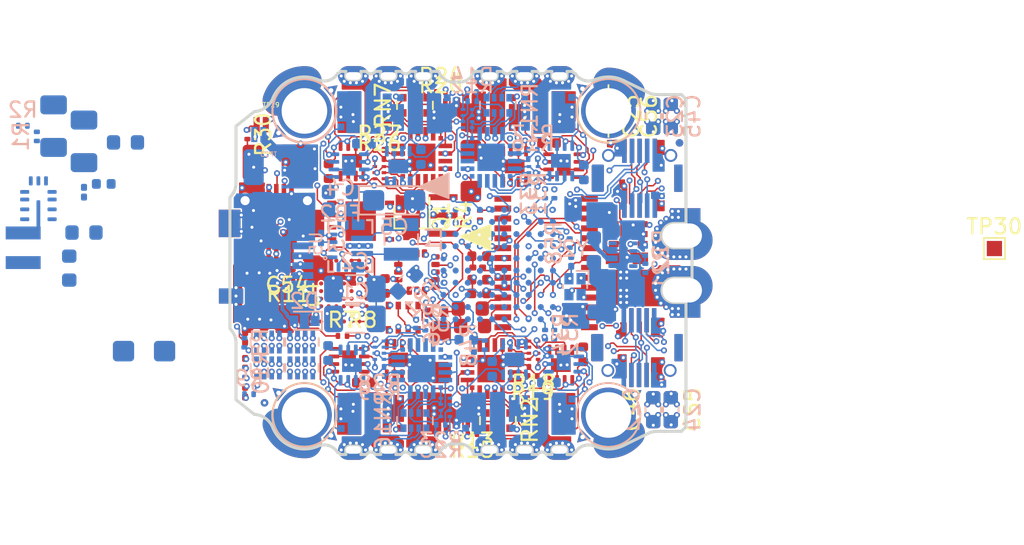
<source format=kicad_pcb>
(kicad_pcb (version 20171130) (host pcbnew 5.1.6-c6e7f7d~87~ubuntu18.04.1)
  (layers (0 F.Cu signal) (1 In1.Cu signal) (2 In2.Cu signal) (3 In3.Cu signal) (4 In4.Cu signal) (5 In5.Cu signal) (6 In6.Cu signal) (31 B.Cu signal) (34 B.Paste user) (35 F.Paste user) (36 B.SilkS user hide) (37 F.SilkS user hide) (38 B.Mask user) (39 F.Mask user) (44 Edge.Cuts user))
  (net 0 "")
  (net 1 GND)
  (net 2 +5V)
  (net 3 +3V3)
  (net 4 +BATT)
  (net 5 "Net-(C10-Pad1)")
  (net 6 vol_sig)
  (net 7 curr_sig)
  (net 8 "Net-(R49-Pad4)")
  (net 9 "Net-(R49-Pad3)")
  (net 10 "Net-(R49-Pad2)")
  (net 11 "Net-(R58-Pad2)")
  (net 12 "Net-(C6-Pad1)")
  (net 13 "Net-(C7-Pad1)")
  (net 14 "Net-(C11-Pad1)")
  (net 15 "Net-(C16-Pad1)")
  (net 16 "Net-(C29-Pad1)")
  (net 17 "Net-(L2-Pad1)")
  (net 18 "Net-(R21-Pad2)")
  (net 19 MB_ESC_1)
  (net 20 ESC_1_C2CK)
  (net 21 MC_ESC_1)
  (net 22 MA_ESC_1)
  (net 23 COM_ESC_1)
  (net 24 Ap_ESC_1)
  (net 25 Ac_ESC_1)
  (net 26 Bp_ESC_1)
  (net 27 Bc_ESC_1)
  (net 28 Cp_ESC_1)
  (net 29 Cc_ESC_1)
  (net 30 ESC_1_C2D)
  (net 31 "Net-(U10-Pad5)")
  (net 32 "Net-(U14-Pad4)")
  (net 33 "Net-(U14-Pad8)")
  (net 34 OUT_A1)
  (net 35 OUT_A2)
  (net 36 "Net-(C9-Pad1)")
  (net 37 OUT_B2)
  (net 38 OUT_B1)
  (net 39 "Net-(C17-Pad1)")
  (net 40 OUT_C2)
  (net 41 OUT_C1)
  (net 42 MA_ESC_2)
  (net 43 MB_ESC_2)
  (net 44 ESC_2_C2CK)
  (net 45 MC_ESC_2)
  (net 46 COM_ESC_2)
  (net 47 Ap_ESC_2)
  (net 48 Ac_ESC_2)
  (net 49 Bp_ESC_2)
  (net 50 Bc_ESC_2)
  (net 51 Cp_ESC_2)
  (net 52 Cc_ESC_2)
  (net 53 ESC_2_C2D)
  (net 54 "Net-(U2-Pad7)")
  (net 55 "Net-(U2-Pad15)")
  (net 56 "Net-(U2-Pad16)")
  (net 57 ESC2_RX)
  (net 58 ESC_2_TX)
  (net 59 "Net-(U3-Pad5)")
  (net 60 "Net-(U3-Pad8)")
  (net 61 "Net-(U7-Pad8)")
  (net 62 "Net-(U7-Pad5)")
  (net 63 "Net-(U11-Pad5)")
  (net 64 "Net-(U11-Pad1)")
  (net 65 OUT_B3)
  (net 66 "Net-(C18-Pad1)")
  (net 67 OUT_C3)
  (net 68 "Net-(C19-Pad1)")
  (net 69 OUT_A3)
  (net 70 "Net-(C30-Pad1)")
  (net 71 OUT_B4)
  (net 72 "Net-(C31-Pad1)")
  (net 73 "Net-(C32-Pad1)")
  (net 74 OUT_C4)
  (net 75 "Net-(C34-Pad1)")
  (net 76 OUT_A4)
  (net 77 MP_PIN4)
  (net 78 I2C_SCL)
  (net 79 I2C_SDA)
  (net 80 UART4_RX)
  (net 81 UART4_TX)
  (net 82 UART1_TX)
  (net 83 UART1_RX)
  (net 84 MP_PIN1)
  (net 85 MP_PIN2)
  (net 86 UART3_TX)
  (net 87 UART3_RX)
  (net 88 MP_PIN3)
  (net 89 MC_ESC_3)
  (net 90 MA_ESC_3)
  (net 91 MB_ESC_3)
  (net 92 ESC_3_C2CK)
  (net 93 COM_ESC_3)
  (net 94 Cp_ESC_3)
  (net 95 Cc_ESC_3)
  (net 96 Bp_ESC_3)
  (net 97 Ap_ESC_3)
  (net 98 Ac_ESC_3)
  (net 99 Bc_ESC_3)
  (net 100 MC_ESC_4)
  (net 101 MA_ESC_4)
  (net 102 MB_ESC_4)
  (net 103 ESC_4_C2CK)
  (net 104 COM_ESC_4)
  (net 105 Cp_ESC_4)
  (net 106 Cc_ESC_4)
  (net 107 Bc_ESC_4)
  (net 108 Bp_ESC_4)
  (net 109 Ac_ESC_4)
  (net 110 Ap_ESC_4)
  (net 111 ESC_1_TX)
  (net 112 ESC1_RX)
  (net 113 "Net-(U1-Pad16)")
  (net 114 "Net-(U1-Pad15)")
  (net 115 "Net-(U1-Pad7)")
  (net 116 ESC_3_C2D)
  (net 117 "Net-(U6-Pad7)")
  (net 118 "Net-(U6-Pad15)")
  (net 119 "Net-(U6-Pad16)")
  (net 120 ESC3_RX)
  (net 121 ESC_3_TX)
  (net 122 "Net-(U10-Pad8)")
  (net 123 "Net-(U12-Pad8)")
  (net 124 "Net-(U12-Pad5)")
  (net 125 "Net-(U16-Pad8)")
  (net 126 "Net-(U16-Pad5)")
  (net 127 "Net-(U17-Pad5)")
  (net 128 "Net-(U17-Pad8)")
  (net 129 "Net-(U18-Pad5)")
  (net 130 "Net-(U18-Pad8)")
  (net 131 "Net-(U19-Pad8)")
  (net 132 "Net-(U19-Pad5)")
  (net 133 ESC_4_C2D)
  (net 134 "Net-(U24-Pad7)")
  (net 135 "Net-(U24-Pad15)")
  (net 136 "Net-(U24-Pad16)")
  (net 137 ESC4_RX)
  (net 138 ESC_4_TX)
  (net 139 "Net-(U25-Pad8)")
  (net 140 "Net-(U25-Pad5)")
  (net 141 "Net-(U27-Pad5)")
  (net 142 "Net-(U27-Pad8)")
  (net 143 "Net-(U28-Pad5)")
  (net 144 "Net-(U28-Pad8)")
  (net 145 "Net-(C35-Pad1)")
  (net 146 "Net-(C37-Pad1)")
  (net 147 "Net-(C38-Pad1)")
  (net 148 "Net-(C38-Pad2)")
  (net 149 "Net-(C39-Pad1)")
  (net 150 "Net-(R1-Pad2)")
  (net 151 "Net-(U32-Pad8)")
  (net 152 UART5_RX)
  (net 153 UART5_TX)
  (net 154 UART6_RX)
  (net 155 UART6_TX)
  (net 156 "Net-(U33-PadA1)")
  (net 157 "Net-(U33-PadA2)")
  (net 158 "Net-(U33-PadA9)")
  (net 159 "Net-(U33-PadA10)")
  (net 160 "Net-(U33-PadB1)")
  (net 161 "Net-(U33-PadB3)")
  (net 162 "Net-(U33-PadC1)")
  (net 163 "Net-(U33-PadD1)")
  (net 164 "Net-(U33-PadD7)")
  (net 165 "Net-(U33-PadE8)")
  (net 166 "Net-(U33-PadF1)")
  (net 167 "Net-(U33-PadF3)")
  (net 168 "Net-(U33-PadG4)")
  (net 169 "Net-(U33-PadG5)")
  (net 170 "Net-(U33-PadG6)")
  (net 171 "Net-(U33-PadG9)")
  (net 172 "Net-(U33-PadH7)")
  (net 173 "Net-(U33-PadH9)")
  (net 174 "Net-(U33-PadJ4)")
  (net 175 "Net-(U33-PadJ6)")
  (net 176 "Net-(U33-PadK4)")
  (net 177 "Net-(U34-Pad2)")
  (net 178 "Net-(U34-Pad5)")
  (net 179 "Net-(U34-Pad6)")
  (net 180 "Net-(U34-Pad7)")
  (net 181 "Net-(U34-Pad14)")
  (net 182 "Net-(U35-PadP$C5)")
  (net 183 "Net-(U35-PadP$C6)")
  (net 184 "Net-(U35-PadP$D3)")
  (net 185 "Net-(U35-PadP$F3)")
  (net 186 "Net-(U35-PadP$G5)")
  (net 187 "Net-(U35-PadP$E3)")
  (net 188 "Net-(U35-PadP$G4)")
  (net 189 "Net-(U35-PadP$D4)")
  (net 190 "Net-(U35-PadP$J6)")
  (net 191 "Net-(U35-PadP$J7)")
  (net 192 "Net-(U35-PadP$J8)")
  (net 193 "Net-(U35-PadP$F6)")
  (net 194 "Net-(U35-PadP$B1)")
  (net 195 "Net-(U35-PadP$G9)")
  (net 196 "Net-(U35-PadP$F9)")
  (net 197 "Net-(U35-PadP$E9)")
  (net 198 "Net-(U35-PadP$A6)")
  (net 199 "Net-(U35-PadP$C1)")
  (net 200 "Net-(U35-PadP$D1)")
  (net 201 "Net-(U35-PadP$A2)")
  (net 202 "Net-(U35-PadP$2E1)")
  (net 203 "Net-(U35-PadP$F1)")
  (net 204 "Net-(U35-PadP$F4)")
  (net 205 "Net-(D1-Pad2)")
  (net 206 "Net-(U36-Pad7)")
  (net 207 "Net-(C47-Pad1)")
  (net 208 "Net-(C48-Pad1)")
  (net 209 "Net-(C49-Pad1)")
  (net 210 "Net-(J1-Pad2)")
  (net 211 "Net-(J1-Pad3)")
  (net 212 "Net-(J1-Pad4)")
  (net 213 "Net-(R4-Pad2)")
  (net 214 "Net-(U37-Pad7)")
  (net 215 OSD_VIDEO_IN)
  (net 216 "Net-(C48-Pad2)")
  (net 217 "Net-(R5-Pad1)")
  (net 218 OSD_VIDEO_OUT)
  (net 219 "Net-(R7-Pad2)")
  (net 220 SCLK_FLASH)
  (net 221 CS_GYRO)
  (net 222 /USART2_TX)
  (net 223 MISO_GYRO)
  (net 224 SCLK_GYRO)
  (net 225 CS_FLASH)
  (net 226 "Net-(U33-PadC6)")
  (net 227 "Net-(U33-PadC7)")
  (net 228 MOSI_GYRO)
  (net 229 MISO_FLASH)
  (net 230 /SD_det)
  (net 231 "Net-(U33-PadE2)")
  (net 232 MOSI_FLASH)
  (net 233 "Net-(U33-PadE9)")
  (net 234 "Net-(U33-PadF2)")
  (net 235 CS_BERGSTAK20)
  (net 236 MOSI_OSD)
  (net 237 UART7_RX)
  (net 238 MISO_OSD)
  (net 239 UART7_TX)
  (net 240 SCLK_OSD)
  (net 241 CS_OSD)
  (net 242 "Net-(U34-Pad1)")
  (net 243 "Net-(U34-Pad12)")
  (net 244 "Net-(U34-Pad13)")
  (net 245 "Net-(U34-Pad15)")
  (net 246 "Net-(U34-Pad16)")
  (net 247 "Net-(U34-Pad17)")
  (net 248 "Net-(U34-Pad18)")
  (net 249 "Net-(U34-Pad27)")
  (net 250 "Net-(U34-Pad28)")
  (net 251 INT_GYRO)
  (net 252 "Net-(U36-Pad8)")
  (net 253 "Net-(U37-Pad3)")
  (net 254 "Net-(C50-Pad1)")
  (net 255 "Net-(C51-Pad1)")
  (net 256 UART8_TX)
  (net 257 UART8_RX)
  (net 258 "Net-(C52-Pad1)")
  (net 259 "Net-(U33-PadA4)")
  (net 260 "Net-(U33-PadB4)")
  (net 261 "Net-(U33-PadC5)")
  (net 262 "Net-(U33-PadD9)")
  (net 263 "Net-(U33-PadH6)")
  (net 264 "Net-(U33-PadK5)")
  (net 265 MP_PIN6)
  (net 266 MP_PIN5)
  (net 267 "Net-(D3-Pad2)")
  (net 268 "Net-(D4-Pad2)")
  (net 269 UC_LED_1)
  (net 270 UC_LED_2)
  (net 271 "Net-(TP30-Pad1)")
  (net 272 "Net-(C54-Pad1)")
  (net 273 "Net-(L4-Pad2)")
  (net 274 /NO_ADC_PIN)
  (net 275 "Net-(R30-Pad1)")
  (net 276 USB_VBUS)
  (net 277 "Net-(J6-Pad10)")
  (net 278 "Net-(R31-Pad1)")
  (net 279 "Net-(R32-Pad1)")
  (net 280 "Net-(R33-Pad1)")
  (net 281 "Net-(R34-Pad1)")
  (net 282 "Net-(C1-Pad1)")
  (net 283 "Net-(C3-Pad1)")
  (net 284 "Net-(C4-Pad1)")
  (net 285 "Net-(L1-Pad2)")
  (net 286 "Net-(L1-Pad1)")
  (net 287 "Net-(U5-Pad2)")
  (module ultimateFC:TEXAS_15-VQFN-HR (layer B.Cu) (at 175.52 70.88 90)
    (fp_text reference U5 (at 0.15 -2.25 90) (layer B.SilkS) (effects (font (size 0.8 0.8) (thickness 0.12)) (justify mirror)))
    (fp_text value TPS630701)
    (pad 13 smd roundrect (at -1.4 0.475) (size 0.85 0.7) (layers B.Cu) (roundrect_rratio 0.07099999999999999) (net 282 "Net-(C1-Pad1)"))
    (pad 7 smd roundrect (at 1.4 0.525) (size 0.85 0.7) (layers B.Cu) (roundrect_rratio 0.07099999999999999) (net 284 "Net-(C4-Pad1)"))
    (pad 11 smd roundrect (at -0.5 0.775 90) (size 0.35 1.45) (layers B.Cu B.Mask) (roundrect_rratio 0.2) (net 286 "Net-(L1-Pad1)"))
    (pad 9 smd roundrect (at 0.5 0.775 90) (size 0.35 1.45) (layers B.Cu B.Mask) (roundrect_rratio 0.2) (net 285 "Net-(L1-Pad2)"))
    (pad 10 smd roundrect (at 0 0.6 90) (size 0.35 1.8) (layers B.Cu B.Mask) (roundrect_rratio 0.2) (net 1 GND))
    (pad 15 smd roundrect (at -1.4 -0.775 180) (size 0.25 0.6) (layers B.Cu B.Paste B.Mask) (roundrect_rratio 0.2) (net 1 GND))
    (pad 13 smd roundrect (at -1.4 0.225 180) (size 0.25 0.6) (layers B.Cu B.Paste B.Mask) (roundrect_rratio 0.2) (net 282 "Net-(C1-Pad1)"))
    (pad 14 smd roundrect (at -1.4 -0.275 180) (size 0.25 0.6) (layers B.Cu B.Paste B.Mask) (roundrect_rratio 0.2) (net 282 "Net-(C1-Pad1)"))
    (pad 13 smd roundrect (at -1.4 0.725 180) (size 0.25 0.6) (layers B.Cu B.Paste B.Mask) (roundrect_rratio 0.2) (net 282 "Net-(C1-Pad1)"))
    (pad 13 smd rect (at -1.225 0.5 90) (size 0.25 0.6) (layers B.Cu B.Paste B.Mask) (net 282 "Net-(C1-Pad1)"))
    (pad 7 smd rect (at 1.225 0.525 270) (size 0.25 0.6) (layers B.Cu B.Paste B.Mask) (net 284 "Net-(C4-Pad1)"))
    (pad 7 smd roundrect (at 1.4 0.775) (size 0.25 0.6) (layers B.Cu B.Paste B.Mask) (roundrect_rratio 0.2) (net 284 "Net-(C4-Pad1)"))
    (pad 7 smd roundrect (at 1.4 0.275) (size 0.25 0.6) (layers B.Cu B.Paste B.Mask) (roundrect_rratio 0.2) (net 284 "Net-(C4-Pad1)"))
    (pad 6 smd roundrect (at 1.4 -0.225) (size 0.25 0.6) (layers B.Cu B.Paste B.Mask) (roundrect_rratio 0.2) (net 1 GND))
    (pad 5 smd roundrect (at 1.4 -0.725) (size 0.25 0.6) (layers B.Cu B.Paste B.Mask) (roundrect_rratio 0.2) (net 284 "Net-(C4-Pad1)"))
    (pad 4 smd roundrect (at 0.75 -1.15 90) (size 0.25 0.6) (layers B.Cu B.Paste B.Mask) (roundrect_rratio 0.2) (net 1 GND))
    (pad 3 smd roundrect (at 0.25 -1.15 90) (size 0.25 0.6) (layers B.Cu B.Paste B.Mask) (roundrect_rratio 0.2) (net 283 "Net-(C3-Pad1)"))
    (pad 2 smd roundrect (at -0.25 -1.15 90) (size 0.25 0.6) (layers B.Cu B.Paste B.Mask) (roundrect_rratio 0.2) (net 287 "Net-(U5-Pad2)"))
    (pad 1 smd roundrect (at -0.75 -1.15 90) (size 0.25 0.6) (layers B.Cu B.Paste B.Mask) (roundrect_rratio 0.2) (net 282 "Net-(C1-Pad1)"))
  )
  (module TestPoint:TestPoint_Pad_1.0x1.0mm (layer F.Cu) (at 217.89 71.05)
    (fp_text reference TP30 (at 0 -1.448) (layer F.SilkS))
    (fp_text value pad)
    (pad 1 smd rect (at 0 0) (size 1 1) (layers F.Cu F.Mask) (net 271 "Net-(TP30-Pad1)"))
  )
  (module Inductor_SMD:L_Wuerth_MAPI-2506 (layer B.Cu) (at 178.87 70.45 90)
    (fp_text reference L1 (at 0 2.15 90) (layer B.SilkS) (effects (justify mirror)))
    (fp_text value 1µH)
    (pad 2 smd rect (at 0.975 0 90) (size 0.85 2.3) (layers B.Cu B.Paste B.Mask) (net 285 "Net-(L1-Pad2)"))
    (pad 1 smd rect (at -0.975 0 90) (size 0.85 2.3) (layers B.Cu B.Paste B.Mask) (net 286 "Net-(L1-Pad1)"))
  )
  (module Inductor_SMD:L_0603_1608Metric (layer B.Cu) (at 174.87 67.33)
    (fp_text reference FB2 (at 0 1.43 180) (layer B.SilkS) (effects (justify mirror)))
    (fp_text value 120R@100Mhz)
    (pad 2 smd roundrect (at 0.7875 0) (size 0.875 0.95) (layers B.Cu B.Paste B.Mask) (net 284 "Net-(C4-Pad1)"))
    (pad 1 smd roundrect (at -0.7875 0) (size 0.875 0.95) (layers B.Cu B.Paste B.Mask) (net 2 +5V))
  )
  (module Inductor_SMD:L_0603_1608Metric (layer B.Cu) (at 179.21 73.31 45)
    (fp_text reference FB1 (at 0 1.43 45) (layer B.SilkS) (effects (justify mirror)))
    (fp_text value 120R@100Mhz)
    (pad 2 smd roundrect (at 0.7875 0 45) (size 0.875 0.95) (layers B.Cu B.Paste B.Mask) (net 4 +BATT))
    (pad 1 smd roundrect (at -0.7875 0 45) (size 0.875 0.95) (layers B.Cu B.Paste B.Mask) (net 282 "Net-(C1-Pad1)"))
  )
  (module Capacitor_Tantalum_SMD:CP_EIA-3216-10_Kemet-I (layer B.Cu) (at 178.4 67.88)
    (fp_text reference C5 (at 0 1.75) (layer B.SilkS) (effects (justify mirror)))
    (fp_text value 100µF)
    (pad 2 smd roundrect (at 1.35 0) (size 1.4 1.35) (layers B.Cu B.Paste B.Mask) (roundrect_rratio 0.185185) (net 1 GND))
    (pad 1 smd roundrect (at -1.35 0) (size 1.4 1.35) (layers B.Cu B.Paste B.Mask) (roundrect_rratio 0.185185) (net 284 "Net-(C4-Pad1)"))
  )
  (module Capacitor_SMD:C_0603_1608Metric (layer B.Cu) (at 174.88 68.48 180)
    (fp_text reference C4 (at 0 1.43) (layer B.SilkS) (effects (justify mirror)))
    (fp_text value 10µF)
    (pad 2 smd roundrect (at 0.7875 0 180) (size 0.875 0.95) (layers B.Cu B.Paste B.Mask) (net 1 GND))
    (pad 1 smd roundrect (at -0.7875 0 180) (size 0.875 0.95) (layers B.Cu B.Paste B.Mask) (net 284 "Net-(C4-Pad1)"))
  )
  (module Capacitor_SMD:C_0201_0603Metric (layer B.Cu) (at 173.59 70.36 90)
    (fp_text reference C3 (at 0 1.05 90) (layer B.SilkS) (effects (justify mirror)))
    (fp_text value 100nF)
    (pad 2 smd roundrect (at 0.32 0 90) (size 0.46 0.4) (layers B.Cu B.Mask) (net 1 GND))
    (pad 1 smd roundrect (at -0.32 0 90) (size 0.46 0.4) (layers B.Cu B.Mask) (net 283 "Net-(C3-Pad1)"))
  )
  (module Capacitor_SMD:C_1206_3216Metric (layer B.Cu) (at 175.82 73.71 180)
    (fp_text reference C2 (at 0 1.82) (layer B.SilkS) (effects (justify mirror)))
    (fp_text value 10µF)
    (pad 2 smd roundrect (at 1.4 0 180) (size 1.25 1.75) (layers B.Cu B.Paste B.Mask) (roundrect_rratio 0.2) (net 1 GND))
    (pad 1 smd roundrect (at -1.4 0 180) (size 1.25 1.75) (layers B.Cu B.Paste B.Mask) (roundrect_rratio 0.2) (net 282 "Net-(C1-Pad1)"))
  )
  (module Capacitor_SMD:C_1206_3216Metric (layer B.Cu) (at 175.82 75.68 180)
    (fp_text reference C1 (at 0 1.82) (layer B.SilkS) (effects (justify mirror)))
    (fp_text value 10µF)
    (pad 2 smd roundrect (at 1.4 0 180) (size 1.25 1.75) (layers B.Cu B.Paste B.Mask) (roundrect_rratio 0.2) (net 1 GND))
    (pad 1 smd roundrect (at -1.4 0 180) (size 1.25 1.75) (layers B.Cu B.Paste B.Mask) (roundrect_rratio 0.2) (net 282 "Net-(C1-Pad1)"))
  )
  (module ultimateFC:solderbridge_tiny (layer F.Cu) (at 169.66 62.9 180)
    (fp_text reference TP29 (at -0.65 1.3) (layer F.SilkS) (effects (font (size 0.3 0.3) (thickness 0.05))))
    (fp_text value bridge)
    (pad 2 smd rect (at 0.3 0 180) (size 0.4 1) (layers F.Cu F.Paste F.Mask) (net 275 "Net-(R30-Pad1)"))
    (pad 1 smd rect (at -0.3 0 180) (size 0.4 1) (layers F.Cu F.Paste F.Mask) (net 3 +3V3))
  )
  (module Fiducial:Fiducial_0.5mm_Dia_1mm_Outer (layer F.Cu) (at 197.1 64.1)
    (fp_text reference REF** hide)
    (fp_text value Fiducial_0.5mm_Dia_1mm_Outer)
    (pad ~ smd circle (at 0.075 0) (size 0.5 0.5) (layers F.Cu F.Mask) (clearance 0.35))
  )
  (module Fiducial:Fiducial_0.5mm_Dia_1mm_Outer (layer B.Cu) (at 197.1 64.1)
    (fp_text reference REF** hide)
    (fp_text value Fiducial_0.5mm_Dia_1mm_Outer)
    (pad ~ smd circle (at 0.075 0) (size 0.5 0.5) (layers B.Cu B.Mask) (clearance 0.35))
  )
  (module Fiducial:Fiducial_0.5mm_Dia_1mm_Outer (layer F.Cu) (at 169.8 81.2)
    (fp_text reference REF** hide)
    (fp_text value Fiducial_0.5mm_Dia_1mm_Outer)
    (pad ~ smd circle (at 0.075 0) (size 0.5 0.5) (layers F.Cu F.Mask) (net 271 "Net-(TP30-Pad1)") (clearance 0.35))
  )
  (module Fiducial:Fiducial_0.5mm_Dia_1mm_Outer (layer B.Cu) (at 169.8 81.2)
    (fp_text reference REF** hide)
    (fp_text value Fiducial_0.5mm_Dia_1mm_Outer)
    (pad ~ smd circle (at 0.075 0) (size 0.5 0.5) (layers B.Cu B.Mask) (net 271 "Net-(TP30-Pad1)") (clearance 0.35))
  )
  (module ultimateFC:C_AVX_Super_Low_ESL (layer F.Cu) (at 170.1 79 90)
    (fp_text reference C44 hide)
    (fp_text value 2.2µF)
    (pad 1 smd rect (at 0.6 0.75 90) (size 0.5 0.3) (layers F.Cu F.Paste F.Mask) (net 3 +3V3))
    (pad 2 smd rect (at 0.6 -0.75 90) (size 0.5 0.3) (layers F.Cu F.Paste F.Mask) (net 1 GND))
    (pad 2 smd rect (at -0.4 -0.25 90) (size 0.5 0.3) (layers F.Cu F.Paste F.Mask) (net 1 GND))
    (pad 1 smd rect (at 0.6 -0.25 90) (size 0.5 0.3) (layers F.Cu F.Paste F.Mask) (net 3 +3V3))
    (pad 1 smd rect (at -0.4 0.25 90) (size 0.5 0.3) (layers F.Cu F.Paste F.Mask) (net 3 +3V3))
    (pad 2 smd rect (at -0.4 0.75 90) (size 0.5 0.3) (layers F.Cu F.Paste F.Mask) (net 1 GND))
    (pad 1 smd rect (at -0.4 -0.75 90) (size 0.5 0.3) (layers F.Cu F.Paste F.Mask) (net 3 +3V3))
    (pad 2 smd rect (at 0.6 0.25 90) (size 0.5 0.3) (layers F.Cu F.Paste F.Mask) (net 1 GND))
  )
  (module ultimateFC:C_AVX_Super_Low_ESL (layer F.Cu) (at 172.3 77.3 90)
    (fp_text reference C43 hide)
    (fp_text value 1µF)
    (pad 1 smd rect (at 0.6 0.75 90) (size 0.5 0.3) (layers F.Cu F.Paste F.Mask) (net 2 +5V))
    (pad 2 smd rect (at 0.6 -0.75 90) (size 0.5 0.3) (layers F.Cu F.Paste F.Mask) (net 1 GND))
    (pad 2 smd rect (at -0.4 -0.25 90) (size 0.5 0.3) (layers F.Cu F.Paste F.Mask) (net 1 GND))
    (pad 1 smd rect (at 0.6 -0.25 90) (size 0.5 0.3) (layers F.Cu F.Paste F.Mask) (net 2 +5V))
    (pad 1 smd rect (at -0.4 0.25 90) (size 0.5 0.3) (layers F.Cu F.Paste F.Mask) (net 2 +5V))
    (pad 2 smd rect (at -0.4 0.75 90) (size 0.5 0.3) (layers F.Cu F.Paste F.Mask) (net 1 GND))
    (pad 1 smd rect (at -0.4 -0.75 90) (size 0.5 0.3) (layers F.Cu F.Paste F.Mask) (net 2 +5V))
    (pad 2 smd rect (at 0.6 0.25 90) (size 0.5 0.3) (layers F.Cu F.Paste F.Mask) (net 1 GND))
  )
  (module ultimateFC:C_AVX_Super_Low_ESL (layer F.Cu) (at 170.1 77.3 90)
    (fp_text reference C42 hide)
    (fp_text value 2.2µF)
    (pad 1 smd rect (at 0.6 0.75 90) (size 0.5 0.3) (layers F.Cu F.Paste F.Mask) (net 1 GND))
    (pad 2 smd rect (at 0.6 -0.75 90) (size 0.5 0.3) (layers F.Cu F.Paste F.Mask) (net 3 +3V3))
    (pad 2 smd rect (at -0.4 -0.25 90) (size 0.5 0.3) (layers F.Cu F.Paste F.Mask) (net 3 +3V3))
    (pad 1 smd rect (at 0.6 -0.25 90) (size 0.5 0.3) (layers F.Cu F.Paste F.Mask) (net 1 GND))
    (pad 1 smd rect (at -0.4 0.25 90) (size 0.5 0.3) (layers F.Cu F.Paste F.Mask) (net 1 GND))
    (pad 2 smd rect (at -0.4 0.75 90) (size 0.5 0.3) (layers F.Cu F.Paste F.Mask) (net 3 +3V3))
    (pad 1 smd rect (at -0.4 -0.75 90) (size 0.5 0.3) (layers F.Cu F.Paste F.Mask) (net 1 GND))
    (pad 2 smd rect (at 0.6 0.25 90) (size 0.5 0.3) (layers F.Cu F.Paste F.Mask) (net 3 +3V3))
  )
  (module ultimateFC:C_AVX_Super_Low_ESL (layer B.Cu) (at 172.3 77.1 270)
    (fp_text reference C41 hide)
    (fp_text value 1µF)
    (pad 1 smd rect (at 0.6 -0.75 270) (size 0.5 0.3) (layers B.Cu B.Paste B.Mask) (net 1 GND))
    (pad 2 smd rect (at 0.6 0.75 270) (size 0.5 0.3) (layers B.Cu B.Paste B.Mask) (net 2 +5V))
    (pad 2 smd rect (at -0.4 0.25 270) (size 0.5 0.3) (layers B.Cu B.Paste B.Mask) (net 2 +5V))
    (pad 1 smd rect (at 0.6 0.25 270) (size 0.5 0.3) (layers B.Cu B.Paste B.Mask) (net 1 GND))
    (pad 1 smd rect (at -0.4 -0.25 270) (size 0.5 0.3) (layers B.Cu B.Paste B.Mask) (net 1 GND))
    (pad 2 smd rect (at -0.4 -0.75 270) (size 0.5 0.3) (layers B.Cu B.Paste B.Mask) (net 2 +5V))
    (pad 1 smd rect (at -0.4 0.75 270) (size 0.5 0.3) (layers B.Cu B.Paste B.Mask) (net 1 GND))
    (pad 2 smd rect (at 0.6 -0.25 270) (size 0.5 0.3) (layers B.Cu B.Paste B.Mask) (net 2 +5V))
  )
  (module ultimateFC:C_AVX_Super_Low_ESL (layer B.Cu) (at 170.1 77.3 90)
    (fp_text reference C21 hide)
    (fp_text value 2.2µF)
    (pad 1 smd rect (at 0.6 -0.75 90) (size 0.5 0.3) (layers B.Cu B.Paste B.Mask) (net 3 +3V3))
    (pad 2 smd rect (at 0.6 0.75 90) (size 0.5 0.3) (layers B.Cu B.Paste B.Mask) (net 1 GND))
    (pad 2 smd rect (at -0.4 0.25 90) (size 0.5 0.3) (layers B.Cu B.Paste B.Mask) (net 1 GND))
    (pad 1 smd rect (at 0.6 0.25 90) (size 0.5 0.3) (layers B.Cu B.Paste B.Mask) (net 3 +3V3))
    (pad 1 smd rect (at -0.4 -0.25 90) (size 0.5 0.3) (layers B.Cu B.Paste B.Mask) (net 3 +3V3))
    (pad 2 smd rect (at -0.4 -0.75 90) (size 0.5 0.3) (layers B.Cu B.Paste B.Mask) (net 1 GND))
    (pad 1 smd rect (at -0.4 0.75 90) (size 0.5 0.3) (layers B.Cu B.Paste B.Mask) (net 3 +3V3))
    (pad 2 smd rect (at 0.6 -0.25 90) (size 0.5 0.3) (layers B.Cu B.Paste B.Mask) (net 1 GND))
  )
  (module ultimateFC:C_AVX_Super_Low_ESL (layer F.Cu) (at 172.3 79 90)
    (fp_text reference C20 hide)
    (fp_text value 1µF)
    (pad 1 smd rect (at 0.6 0.75 90) (size 0.5 0.3) (layers F.Cu F.Paste F.Mask) (net 2 +5V))
    (pad 2 smd rect (at 0.6 -0.75 90) (size 0.5 0.3) (layers F.Cu F.Paste F.Mask) (net 1 GND))
    (pad 2 smd rect (at -0.4 -0.25 90) (size 0.5 0.3) (layers F.Cu F.Paste F.Mask) (net 1 GND))
    (pad 1 smd rect (at 0.6 -0.25 90) (size 0.5 0.3) (layers F.Cu F.Paste F.Mask) (net 2 +5V))
    (pad 1 smd rect (at -0.4 0.25 90) (size 0.5 0.3) (layers F.Cu F.Paste F.Mask) (net 2 +5V))
    (pad 2 smd rect (at -0.4 0.75 90) (size 0.5 0.3) (layers F.Cu F.Paste F.Mask) (net 1 GND))
    (pad 1 smd rect (at -0.4 -0.75 90) (size 0.5 0.3) (layers F.Cu F.Paste F.Mask) (net 2 +5V))
    (pad 2 smd rect (at 0.6 0.25 90) (size 0.5 0.3) (layers F.Cu F.Paste F.Mask) (net 1 GND))
  )
  (module ultimateFC:C_AVX_Super_Low_ESL (layer B.Cu) (at 170.1 79 90)
    (fp_text reference C15 hide)
    (fp_text value 2.2µF)
    (pad 1 smd rect (at 0.6 -0.75 90) (size 0.5 0.3) (layers B.Cu B.Paste B.Mask) (net 1 GND))
    (pad 2 smd rect (at 0.6 0.75 90) (size 0.5 0.3) (layers B.Cu B.Paste B.Mask) (net 3 +3V3))
    (pad 2 smd rect (at -0.4 0.25 90) (size 0.5 0.3) (layers B.Cu B.Paste B.Mask) (net 3 +3V3))
    (pad 1 smd rect (at 0.6 0.25 90) (size 0.5 0.3) (layers B.Cu B.Paste B.Mask) (net 1 GND))
    (pad 1 smd rect (at -0.4 -0.25 90) (size 0.5 0.3) (layers B.Cu B.Paste B.Mask) (net 1 GND))
    (pad 2 smd rect (at -0.4 -0.75 90) (size 0.5 0.3) (layers B.Cu B.Paste B.Mask) (net 3 +3V3))
    (pad 1 smd rect (at -0.4 0.75 90) (size 0.5 0.3) (layers B.Cu B.Paste B.Mask) (net 1 GND))
    (pad 2 smd rect (at 0.6 -0.25 90) (size 0.5 0.3) (layers B.Cu B.Paste B.Mask) (net 3 +3V3))
  )
  (module ultimateFC:C_AVX_Super_Low_ESL (layer B.Cu) (at 172.3 78.8 270)
    (fp_text reference C14 hide)
    (fp_text value 1µF)
    (pad 1 smd rect (at 0.6 -0.75 270) (size 0.5 0.3) (layers B.Cu B.Paste B.Mask) (net 1 GND))
    (pad 2 smd rect (at 0.6 0.75 270) (size 0.5 0.3) (layers B.Cu B.Paste B.Mask) (net 2 +5V))
    (pad 2 smd rect (at -0.4 0.25 270) (size 0.5 0.3) (layers B.Cu B.Paste B.Mask) (net 2 +5V))
    (pad 1 smd rect (at 0.6 0.25 270) (size 0.5 0.3) (layers B.Cu B.Paste B.Mask) (net 1 GND))
    (pad 1 smd rect (at -0.4 -0.25 270) (size 0.5 0.3) (layers B.Cu B.Paste B.Mask) (net 1 GND))
    (pad 2 smd rect (at -0.4 -0.75 270) (size 0.5 0.3) (layers B.Cu B.Paste B.Mask) (net 2 +5V))
    (pad 1 smd rect (at -0.4 0.75 270) (size 0.5 0.3) (layers B.Cu B.Paste B.Mask) (net 1 GND))
    (pad 2 smd rect (at 0.6 -0.25 270) (size 0.5 0.3) (layers B.Cu B.Paste B.Mask) (net 2 +5V))
  )
  (module ultimateFC:10132797-011100LF (layer F.Cu) (at 194.55 66.425)
    (fp_text reference J3 hide)
    (fp_text value 10132797-011100LF)
    (pad "" smd roundrect (at -2.75 0 180) (size 0.8 1.8) (layers F.Cu F.Paste F.Mask) (roundrect_rratio 0.1))
    (pad "" smd roundrect (at 2.55 0) (size 0.55 1.8) (layers F.Cu F.Paste F.Mask) (roundrect_rratio 0.1))
    (pad 10 smd roundrect (at 1 1.8) (size 0.3 1.6) (layers F.Cu F.Paste F.Mask) (roundrect_rratio 0.1) (net 2 +5V))
    (pad 9 smd roundrect (at 0.5 1.8) (size 0.3 1.6) (layers F.Cu F.Paste F.Mask) (roundrect_rratio 0.1) (net 239 UART7_TX))
    (pad 8 smd roundrect (at 0 1.8) (size 0.3 1.6) (layers F.Cu F.Paste F.Mask) (roundrect_rratio 0.1) (net 237 UART7_RX))
    (pad 7 smd roundrect (at -0.5 1.8) (size 0.3 1.6) (layers F.Cu F.Paste F.Mask) (roundrect_rratio 0.1) (net 3 +3V3))
    (pad 6 smd roundrect (at -1 1.8) (size 0.3 1.6) (layers F.Cu F.Paste F.Mask) (roundrect_rratio 0.1) (net 1 GND))
    (pad 5 smd roundrect (at -1 -1.8 180) (size 0.3 1.6) (layers F.Cu F.Paste F.Mask) (roundrect_rratio 0.1) (net 2 +5V))
    (pad 4 smd roundrect (at -0.5 -1.8 180) (size 0.3 1.6) (layers F.Cu F.Paste F.Mask) (roundrect_rratio 0.1) (net 79 I2C_SDA))
    (pad 3 smd roundrect (at 0 -1.8 180) (size 0.3 1.6) (layers F.Cu F.Paste F.Mask) (roundrect_rratio 0.1) (net 78 I2C_SCL))
    (pad 2 smd roundrect (at 0.5 -1.8 180) (size 0.3 1.6) (layers F.Cu F.Paste F.Mask) (roundrect_rratio 0.1) (net 84 MP_PIN1))
    (pad 1 smd roundrect (at 1 -1.8 180) (size 0.3 1.6) (layers F.Cu F.Paste F.Mask) (roundrect_rratio 0.1) (net 1 GND))
  )
  (module ultimateFC:10132797-011100LF (layer B.Cu) (at 194.55 66.425 180)
    (fp_text reference J5 hide)
    (fp_text value 10132797-011100LF)
    (pad 1 smd roundrect (at 1 1.8) (size 0.3 1.6) (layers B.Cu B.Paste B.Mask) (roundrect_rratio 0.1) (net 1 GND))
    (pad 2 smd roundrect (at 0.5 1.8) (size 0.3 1.6) (layers B.Cu B.Paste B.Mask) (roundrect_rratio 0.1) (net 3 +3V3))
    (pad 3 smd roundrect (at 0 1.8) (size 0.3 1.6) (layers B.Cu B.Paste B.Mask) (roundrect_rratio 0.1) (net 80 UART4_RX))
    (pad 4 smd roundrect (at -0.5 1.8) (size 0.3 1.6) (layers B.Cu B.Paste B.Mask) (roundrect_rratio 0.1) (net 81 UART4_TX))
    (pad 5 smd roundrect (at -1 1.8) (size 0.3 1.6) (layers B.Cu B.Paste B.Mask) (roundrect_rratio 0.1) (net 2 +5V))
    (pad 6 smd roundrect (at -1 -1.8 180) (size 0.3 1.6) (layers B.Cu B.Paste B.Mask) (roundrect_rratio 0.1) (net 1 GND))
    (pad 7 smd roundrect (at -0.5 -1.8 180) (size 0.3 1.6) (layers B.Cu B.Paste B.Mask) (roundrect_rratio 0.1) (net 88 MP_PIN3))
    (pad 8 smd roundrect (at 0 -1.8 180) (size 0.3 1.6) (layers B.Cu B.Paste B.Mask) (roundrect_rratio 0.1) (net 78 I2C_SCL))
    (pad 9 smd roundrect (at 0.5 -1.8 180) (size 0.3 1.6) (layers B.Cu B.Paste B.Mask) (roundrect_rratio 0.1) (net 79 I2C_SDA))
    (pad 10 smd roundrect (at 1 -1.8 180) (size 0.3 1.6) (layers B.Cu B.Paste B.Mask) (roundrect_rratio 0.1) (net 2 +5V))
    (pad "" smd roundrect (at 2.75 0 180) (size 0.8 1.8) (layers B.Cu B.Paste B.Mask) (roundrect_rratio 0.1))
    (pad "" smd roundrect (at -2.55 0) (size 0.55 1.8) (layers B.Cu B.Paste B.Mask) (roundrect_rratio 0.1))
    (pad 1 thru_hole circle (at 2.05 1.5 180) (size 0.85 0.85) (drill 0.6) (layers *.Cu *.Mask) (net 1 GND))
    (pad 1 thru_hole circle (at -2.05 1.5 180) (size 0.85 0.85) (drill 0.6) (layers *.Cu *.Mask) (net 1 GND))
  )
  (module ultimateFC:10132797-011100LF (layer B.Cu) (at 194.51 77.57)
    (fp_text reference J4 hide)
    (fp_text value 10132797-011100LF)
    (pad 1 thru_hole circle (at -2.05 1.5) (size 0.85 0.85) (drill 0.6) (layers *.Cu *.Mask) (net 1 GND))
    (pad 1 thru_hole circle (at 2.05 1.5) (size 0.85 0.85) (drill 0.6) (layers *.Cu *.Mask) (net 1 GND))
    (pad "" smd roundrect (at -2.75 0 180) (size 0.8 1.8) (layers B.Cu B.Paste B.Mask) (roundrect_rratio 0.1))
    (pad "" smd roundrect (at 2.6 0) (size 0.55 1.8) (layers B.Cu B.Paste B.Mask) (roundrect_rratio 0.1))
    (pad 10 smd roundrect (at 1 -1.8) (size 0.3 1.6) (layers B.Cu B.Paste B.Mask) (roundrect_rratio 0.1) (net 2 +5V))
    (pad 9 smd roundrect (at 0.5 -1.8) (size 0.3 1.6) (layers B.Cu B.Paste B.Mask) (roundrect_rratio 0.1) (net 155 UART6_TX))
    (pad 8 smd roundrect (at 0 -1.8) (size 0.3 1.6) (layers B.Cu B.Paste B.Mask) (roundrect_rratio 0.1) (net 154 UART6_RX))
    (pad 7 smd roundrect (at -0.5 -1.8) (size 0.3 1.6) (layers B.Cu B.Paste B.Mask) (roundrect_rratio 0.1) (net 3 +3V3))
    (pad 6 smd roundrect (at -1 -1.8) (size 0.3 1.6) (layers B.Cu B.Paste B.Mask) (roundrect_rratio 0.1) (net 1 GND))
    (pad 5 smd roundrect (at -1 1.8 180) (size 0.3 1.6) (layers B.Cu B.Paste B.Mask) (roundrect_rratio 0.1) (net 2 +5V))
    (pad 4 smd roundrect (at -0.5 1.8 180) (size 0.3 1.6) (layers B.Cu B.Paste B.Mask) (roundrect_rratio 0.1) (net 79 I2C_SDA))
    (pad 3 smd roundrect (at 0 1.8 180) (size 0.3 1.6) (layers B.Cu B.Paste B.Mask) (roundrect_rratio 0.1) (net 78 I2C_SCL))
    (pad 2 smd roundrect (at 0.5 1.8 180) (size 0.3 1.6) (layers B.Cu B.Paste B.Mask) (roundrect_rratio 0.1) (net 85 MP_PIN2))
    (pad 1 smd roundrect (at 1 1.8 180) (size 0.3 1.6) (layers B.Cu B.Paste B.Mask) (roundrect_rratio 0.1) (net 1 GND))
  )
  (module ultimateFC:10132797-011100LF (layer F.Cu) (at 194.51 77.57 180)
    (fp_text reference J2 hide)
    (fp_text value 10132797-011100LF)
    (pad 1 smd roundrect (at 1 -1.8) (size 0.3 1.6) (layers F.Cu F.Paste F.Mask) (roundrect_rratio 0.1) (net 1 GND))
    (pad 2 smd roundrect (at 0.5 -1.8) (size 0.3 1.6) (layers F.Cu F.Paste F.Mask) (roundrect_rratio 0.1) (net 3 +3V3))
    (pad 3 smd roundrect (at 0 -1.8) (size 0.3 1.6) (layers F.Cu F.Paste F.Mask) (roundrect_rratio 0.1) (net 87 UART3_RX))
    (pad 4 smd roundrect (at -0.5 -1.8) (size 0.3 1.6) (layers F.Cu F.Paste F.Mask) (roundrect_rratio 0.1) (net 86 UART3_TX))
    (pad 5 smd roundrect (at -1 -1.8) (size 0.3 1.6) (layers F.Cu F.Paste F.Mask) (roundrect_rratio 0.1) (net 2 +5V))
    (pad 6 smd roundrect (at -1 1.8 180) (size 0.3 1.6) (layers F.Cu F.Paste F.Mask) (roundrect_rratio 0.1) (net 1 GND))
    (pad 7 smd roundrect (at -0.5 1.8 180) (size 0.3 1.6) (layers F.Cu F.Paste F.Mask) (roundrect_rratio 0.1) (net 77 MP_PIN4))
    (pad 8 smd roundrect (at 0 1.8 180) (size 0.3 1.6) (layers F.Cu F.Paste F.Mask) (roundrect_rratio 0.1) (net 78 I2C_SCL))
    (pad 9 smd roundrect (at 0.5 1.8 180) (size 0.3 1.6) (layers F.Cu F.Paste F.Mask) (roundrect_rratio 0.1) (net 79 I2C_SDA))
    (pad 10 smd roundrect (at 1 1.8 180) (size 0.3 1.6) (layers F.Cu F.Paste F.Mask) (roundrect_rratio 0.1) (net 2 +5V))
    (pad "" smd roundrect (at 2.75 0 180) (size 0.8 1.8) (layers F.Cu F.Paste F.Mask) (roundrect_rratio 0.1))
    (pad "" smd roundrect (at -2.6 0) (size 0.55 1.8) (layers F.Cu F.Paste F.Mask) (roundrect_rratio 0.1))
  )
  (module ultimateFC:batt_conn_oval (layer F.Cu) (at 197.35 73.8)
    (fp_text reference TP10 hide)
    (fp_text value BattPad-)
    (pad 1 thru_hole oval (at 0 0) (size 3 2) (drill oval 2.6 1.6) (layers *.Cu *.Mask) (net 8 "Net-(R49-Pad4)"))
    (pad 1 smd oval (at 0 -0.3) (size 4 2.6) (layers F.Cu F.Mask) (net 8 "Net-(R49-Pad4)"))
    (pad 1 smd oval (at 0 -0.3) (size 4 2.6) (layers B.Cu B.Mask) (net 8 "Net-(R49-Pad4)"))
    (pad 1 smd rect (at 0.2 0.8) (size 2 2) (layers B.Cu B.Mask) (net 8 "Net-(R49-Pad4)"))
    (pad 1 smd rect (at -0.8 0.9 45) (size 0.5 0.5) (layers B.Cu B.Mask) (net 8 "Net-(R49-Pad4)"))
    (pad 1 smd rect (at -0.8 0.9 45) (size 0.5 0.5) (layers F.Cu B.Mask) (net 8 "Net-(R49-Pad4)"))
    (pad 1 smd rect (at 0.2 0.8) (size 2 2) (layers F.Cu F.Mask) (net 8 "Net-(R49-Pad4)"))
  )
  (module ultimateFC:batt_conn_oval (layer B.Cu) (at 197.35 70.2)
    (fp_text reference TP9 hide)
    (fp_text value BattPad+)
    (pad 1 thru_hole oval (at 0 0) (size 3 2) (drill oval 2.6 1.6) (layers *.Cu *.Mask) (net 4 +BATT))
    (pad 1 smd oval (at 0 0.3) (size 4 2.6) (layers B.Cu B.Mask) (net 4 +BATT))
    (pad 1 smd oval (at 0 0.3) (size 4 2.6) (layers F.Cu F.Mask) (net 4 +BATT))
    (pad 1 smd rect (at 0.2 -0.8) (size 2 2) (layers B.Cu B.Mask) (net 4 +BATT))
    (pad 1 smd rect (at 0.2 -0.8) (size 2 2) (layers F.Cu F.Mask) (net 4 +BATT))
    (pad 1 smd rect (at -0.8 -0.9 315) (size 0.5 0.5) (layers F.Cu F.Mask) (net 4 +BATT))
    (pad 1 smd rect (at -0.8 -0.9 315) (size 0.5 0.5) (layers B.Cu F.Mask) (net 4 +BATT))
  )
  (module Package_BGA:TFBGA-100_8x8mm_Layout10x10_P0.8mm (layer B.Cu) (at 185.25 72.1 270)
    (fp_text reference U33 hide)
    (fp_text value STM32F745VGHx)
    (pad A1 smd circle (at -3.6 3.6 270) (size 0.4 0.4) (layers B.Cu B.Paste B.Mask) (net 156 "Net-(U33-PadA1)"))
    (pad A2 smd circle (at -2.8 3.6 270) (size 0.4 0.4) (layers B.Cu B.Paste B.Mask) (net 157 "Net-(U33-PadA2)"))
    (pad A3 smd circle (at -2 3.6 270) (size 0.4 0.4) (layers B.Cu B.Paste B.Mask) (net 220 SCLK_FLASH))
    (pad A4 smd circle (at -1.2 3.6 270) (size 0.4 0.4) (layers B.Cu B.Paste B.Mask) (net 259 "Net-(U33-PadA4)"))
    (pad A5 smd circle (at -0.4 3.6 270) (size 0.4 0.4) (layers B.Cu B.Paste B.Mask) (net 83 UART1_RX))
    (pad A6 smd circle (at 0.4 3.6 270) (size 0.4 0.4) (layers B.Cu B.Paste B.Mask) (net 269 UC_LED_1))
    (pad A7 smd circle (at 1.2 3.6 270) (size 0.4 0.4) (layers B.Cu B.Paste B.Mask) (net 270 UC_LED_2))
    (pad A8 smd circle (at 2 3.6 270) (size 0.4 0.4) (layers B.Cu B.Paste B.Mask) (net 221 CS_GYRO))
    (pad A9 smd circle (at 2.8 3.6 270) (size 0.4 0.4) (layers B.Cu B.Paste B.Mask) (net 158 "Net-(U33-PadA9)"))
    (pad A10 smd circle (at 3.6 3.6 270) (size 0.4 0.4) (layers B.Cu B.Paste B.Mask) (net 159 "Net-(U33-PadA10)"))
    (pad B1 smd circle (at -3.6 2.8 270) (size 0.4 0.4) (layers B.Cu B.Paste B.Mask) (net 160 "Net-(U33-PadB1)"))
    (pad B2 smd circle (at -2.8 2.8 270) (size 0.4 0.4) (layers B.Cu B.Paste B.Mask) (net 3 +3V3))
    (pad B3 smd circle (at -2 2.8 270) (size 0.4 0.4) (layers B.Cu B.Paste B.Mask) (net 161 "Net-(U33-PadB3)"))
    (pad B4 smd circle (at -1.2 2.8 270) (size 0.4 0.4) (layers B.Cu B.Paste B.Mask) (net 260 "Net-(U33-PadB4)"))
    (pad B5 smd circle (at -0.4 2.8 270) (size 0.4 0.4) (layers B.Cu B.Paste B.Mask) (net 82 UART1_TX))
    (pad B6 smd circle (at 0.4 2.8 270) (size 0.4 0.4) (layers B.Cu B.Paste B.Mask) (net 222 /USART2_TX))
    (pad B7 smd circle (at 1.2 2.8 270) (size 0.4 0.4) (layers B.Cu B.Paste B.Mask) (net 152 UART5_RX))
    (pad B8 smd circle (at 2 2.8 270) (size 0.4 0.4) (layers B.Cu B.Paste B.Mask) (net 223 MISO_GYRO))
    (pad B9 smd circle (at 2.8 2.8 270) (size 0.4 0.4) (layers B.Cu B.Paste B.Mask) (net 224 SCLK_GYRO))
    (pad B10 smd circle (at 3.6 2.8 270) (size 0.4 0.4) (layers B.Cu B.Paste B.Mask) (net 211 "Net-(J1-Pad3)"))
    (pad C1 smd circle (at -3.6 2 270) (size 0.4 0.4) (layers B.Cu B.Paste B.Mask) (net 162 "Net-(U33-PadC1)"))
    (pad C2 smd circle (at -2.8 2 270) (size 0.4 0.4) (layers B.Cu B.Paste B.Mask) (net 1 GND))
    (pad C3 smd circle (at -2 2 270) (size 0.4 0.4) (layers B.Cu B.Paste B.Mask) (net 225 CS_FLASH))
    (pad C4 smd circle (at -1.2 2 270) (size 0.4 0.4) (layers B.Cu B.Paste B.Mask) (net 256 UART8_TX))
    (pad C5 smd circle (at -0.4 2 270) (size 0.4 0.4) (layers B.Cu B.Paste B.Mask) (net 261 "Net-(U33-PadC5)"))
    (pad C6 smd circle (at 0.4 2 270) (size 0.4 0.4) (layers B.Cu B.Paste B.Mask) (net 226 "Net-(U33-PadC6)"))
    (pad C7 smd circle (at 1.2 2 270) (size 0.4 0.4) (layers B.Cu B.Paste B.Mask) (net 227 "Net-(U33-PadC7)"))
    (pad C8 smd circle (at 2 2 270) (size 0.4 0.4) (layers B.Cu B.Paste B.Mask) (net 228 MOSI_GYRO))
    (pad C9 smd circle (at 2.8 2 270) (size 0.4 0.4) (layers B.Cu B.Paste B.Mask) (net 219 "Net-(R7-Pad2)"))
    (pad C10 smd circle (at 3.6 2 270) (size 0.4 0.4) (layers B.Cu B.Paste B.Mask) (net 210 "Net-(J1-Pad2)"))
    (pad D1 smd circle (at -3.6 1.2 270) (size 0.4 0.4) (layers B.Cu B.Paste B.Mask) (net 163 "Net-(U33-PadD1)"))
    (pad D2 smd circle (at -2.8 1.2 270) (size 0.4 0.4) (layers B.Cu B.Paste B.Mask) (net 3 +3V3))
    (pad D3 smd circle (at -2 1.2 270) (size 0.4 0.4) (layers B.Cu B.Paste B.Mask) (net 229 MISO_FLASH))
    (pad D4 smd circle (at -1.2 1.2 270) (size 0.4 0.4) (layers B.Cu B.Paste B.Mask) (net 257 UART8_RX))
    (pad D5 smd circle (at -0.4 1.2 270) (size 0.4 0.4) (layers B.Cu B.Paste B.Mask) (net 275 "Net-(R30-Pad1)"))
    (pad D6 smd circle (at 0.4 1.2 270) (size 0.4 0.4) (layers B.Cu B.Paste B.Mask) (net 230 /SD_det))
    (pad D7 smd circle (at 1.2 1.2 270) (size 0.4 0.4) (layers B.Cu B.Paste B.Mask) (net 164 "Net-(U33-PadD7)"))
    (pad D8 smd circle (at 2 1.2 270) (size 0.4 0.4) (layers B.Cu B.Paste B.Mask) (net 251 INT_GYRO))
    (pad D9 smd circle (at 2.8 1.2 270) (size 0.4 0.4) (layers B.Cu B.Paste B.Mask) (net 262 "Net-(U33-PadD9)"))
    (pad D10 smd circle (at 3.6 1.2 270) (size 0.4 0.4) (layers B.Cu B.Paste B.Mask) (net 274 /NO_ADC_PIN))
    (pad E1 smd circle (at -3.6 0.4 270) (size 0.4 0.4) (layers B.Cu B.Paste B.Mask) (net 213 "Net-(R4-Pad2)"))
    (pad E2 smd circle (at -2.8 0.4 270) (size 0.4 0.4) (layers B.Cu B.Paste B.Mask) (net 231 "Net-(U33-PadE2)"))
    (pad E3 smd circle (at -2 0.4 270) (size 0.4 0.4) (layers B.Cu B.Paste B.Mask) (net 232 MOSI_FLASH))
    (pad E4 smd circle (at -1.2 0.4 270) (size 0.4 0.4) (layers B.Cu B.Paste B.Mask) (net 1 GND))
    (pad E5 smd circle (at -0.4 0.4 270) (size 0.4 0.4) (layers B.Cu B.Paste B.Mask) (net 1 GND))
    (pad E6 smd circle (at 0.4 0.4 270) (size 0.4 0.4) (layers B.Cu B.Paste B.Mask) (net 1 GND))
    (pad E7 smd circle (at 1.2 0.4 270) (size 0.4 0.4) (layers B.Cu B.Paste B.Mask) (net 255 "Net-(C51-Pad1)"))
    (pad E8 smd circle (at 2 0.4 270) (size 0.4 0.4) (layers B.Cu B.Paste B.Mask) (net 165 "Net-(U33-PadE8)"))
    (pad E9 smd circle (at 2.8 0.4 270) (size 0.4 0.4) (layers B.Cu B.Paste B.Mask) (net 233 "Net-(U33-PadE9)"))
    (pad E10 smd circle (at 3.6 0.4 270) (size 0.4 0.4) (layers B.Cu B.Paste B.Mask) (net 154 UART6_RX))
    (pad F1 smd circle (at -3.6 -0.4 270) (size 0.4 0.4) (layers B.Cu B.Paste B.Mask) (net 166 "Net-(U33-PadF1)"))
    (pad F2 smd circle (at -2.8 -0.4 270) (size 0.4 0.4) (layers B.Cu B.Paste B.Mask) (net 234 "Net-(U33-PadF2)"))
    (pad F3 smd circle (at -2 -0.4 270) (size 0.4 0.4) (layers B.Cu B.Paste B.Mask) (net 167 "Net-(U33-PadF3)"))
    (pad F4 smd circle (at -1.2 -0.4 270) (size 0.4 0.4) (layers B.Cu B.Paste B.Mask) (net 3 +3V3))
    (pad F5 smd circle (at -0.4 -0.4 270) (size 0.4 0.4) (layers B.Cu B.Paste B.Mask) (net 3 +3V3))
    (pad F6 smd circle (at 0.4 -0.4 270) (size 0.4 0.4) (layers B.Cu B.Paste B.Mask) (net 3 +3V3))
    (pad F7 smd circle (at 1.2 -0.4 270) (size 0.4 0.4) (layers B.Cu B.Paste B.Mask) (net 3 +3V3))
    (pad F8 smd circle (at 2 -0.4 270) (size 0.4 0.4) (layers B.Cu B.Paste B.Mask) (net 254 "Net-(C50-Pad1)"))
    (pad F9 smd circle (at 2.8 -0.4 270) (size 0.4 0.4) (layers B.Cu B.Paste B.Mask) (net 153 UART5_TX))
    (pad F10 smd circle (at 3.6 -0.4 270) (size 0.4 0.4) (layers B.Cu B.Paste B.Mask) (net 155 UART6_TX))
    (pad G1 smd circle (at -3.6 -1.2 270) (size 0.4 0.4) (layers B.Cu B.Paste B.Mask) (net 1 GND))
    (pad G2 smd circle (at -2.8 -1.2 270) (size 0.4 0.4) (layers B.Cu B.Paste B.Mask) (net 81 UART4_TX))
    (pad G3 smd circle (at -2 -1.2 270) (size 0.4 0.4) (layers B.Cu B.Paste B.Mask) (net 235 CS_BERGSTAK20))
    (pad G4 smd circle (at -1.2 -1.2 270) (size 0.4 0.4) (layers B.Cu B.Paste B.Mask) (net 168 "Net-(U33-PadG4)"))
    (pad G5 smd circle (at -0.4 -1.2 270) (size 0.4 0.4) (layers B.Cu B.Paste B.Mask) (net 169 "Net-(U33-PadG5)"))
    (pad G6 smd circle (at 0.4 -1.2 270) (size 0.4 0.4) (layers B.Cu B.Paste B.Mask) (net 170 "Net-(U33-PadG6)"))
    (pad G7 smd circle (at 1.2 -1.2 270) (size 0.4 0.4) (layers B.Cu B.Paste B.Mask) (net 77 MP_PIN4))
    (pad G8 smd circle (at 2 -1.2 270) (size 0.4 0.4) (layers B.Cu B.Paste B.Mask) (net 265 MP_PIN6))
    (pad G9 smd circle (at 2.8 -1.2 270) (size 0.4 0.4) (layers B.Cu B.Paste B.Mask) (net 171 "Net-(U33-PadG9)"))
    (pad G10 smd circle (at 3.6 -1.2 270) (size 0.4 0.4) (layers B.Cu B.Paste B.Mask) (net 236 MOSI_OSD))
    (pad H1 smd circle (at -3.6 -2 270) (size 0.4 0.4) (layers B.Cu B.Paste B.Mask) (net 3 +3V3))
    (pad H2 smd circle (at -2.8 -2 270) (size 0.4 0.4) (layers B.Cu B.Paste B.Mask) (net 80 UART4_RX))
    (pad H3 smd circle (at -2 -2 270) (size 0.4 0.4) (layers B.Cu B.Paste B.Mask) (net 7 curr_sig))
    (pad H4 smd circle (at -1.2 -2 270) (size 0.4 0.4) (layers B.Cu B.Paste B.Mask) (net 6 vol_sig))
    (pad H5 smd circle (at -0.4 -2 270) (size 0.4 0.4) (layers B.Cu B.Paste B.Mask) (net 237 UART7_RX))
    (pad H6 smd circle (at 0.4 -2 270) (size 0.4 0.4) (layers B.Cu B.Paste B.Mask) (net 263 "Net-(U33-PadH6)"))
    (pad H7 smd circle (at 1.2 -2 270) (size 0.4 0.4) (layers B.Cu B.Paste B.Mask) (net 172 "Net-(U33-PadH7)"))
    (pad H8 smd circle (at 2 -2 270) (size 0.4 0.4) (layers B.Cu B.Paste B.Mask) (net 266 MP_PIN5))
    (pad H9 smd circle (at 2.8 -2 270) (size 0.4 0.4) (layers B.Cu B.Paste B.Mask) (net 173 "Net-(U33-PadH9)"))
    (pad H10 smd circle (at 3.6 -2 270) (size 0.4 0.4) (layers B.Cu B.Paste B.Mask) (net 238 MISO_OSD))
    (pad J1 smd circle (at -3.6 -2.8 270) (size 0.4 0.4) (layers B.Cu B.Paste B.Mask) (net 1 GND))
    (pad J2 smd circle (at -2.8 -2.8 270) (size 0.4 0.4) (layers B.Cu B.Paste B.Mask) (net 57 ESC2_RX))
    (pad J3 smd circle (at -2 -2.8 270) (size 0.4 0.4) (layers B.Cu B.Paste B.Mask) (net 88 MP_PIN3))
    (pad J4 smd circle (at -1.2 -2.8 270) (size 0.4 0.4) (layers B.Cu B.Paste B.Mask) (net 174 "Net-(U33-PadJ4)"))
    (pad J5 smd circle (at -0.4 -2.8 270) (size 0.4 0.4) (layers B.Cu B.Paste B.Mask) (net 239 UART7_TX))
    (pad J6 smd circle (at 0.4 -2.8 270) (size 0.4 0.4) (layers B.Cu B.Paste B.Mask) (net 175 "Net-(U33-PadJ6)"))
    (pad J7 smd circle (at 1.2 -2.8 270) (size 0.4 0.4) (layers B.Cu B.Paste B.Mask) (net 78 I2C_SCL))
    (pad J8 smd circle (at 2 -2.8 270) (size 0.4 0.4) (layers B.Cu B.Paste B.Mask) (net 240 SCLK_OSD))
    (pad J9 smd circle (at 2.8 -2.8 270) (size 0.4 0.4) (layers B.Cu B.Paste B.Mask) (net 87 UART3_RX))
    (pad J10 smd circle (at 3.6 -2.8 270) (size 0.4 0.4) (layers B.Cu B.Paste B.Mask) (net 137 ESC4_RX))
    (pad K1 smd circle (at -3.6 -3.6 270) (size 0.4 0.4) (layers B.Cu B.Paste B.Mask) (net 3 +3V3))
    (pad K2 smd circle (at -2.8 -3.6 270) (size 0.4 0.4) (layers B.Cu B.Paste B.Mask) (net 112 ESC1_RX))
    (pad K3 smd circle (at -2 -3.6 270) (size 0.4 0.4) (layers B.Cu B.Paste B.Mask) (net 84 MP_PIN1))
    (pad K4 smd circle (at -1.2 -3.6 270) (size 0.4 0.4) (layers B.Cu B.Paste B.Mask) (net 176 "Net-(U33-PadK4)"))
    (pad K5 smd circle (at -0.4 -3.6 270) (size 0.4 0.4) (layers B.Cu B.Paste B.Mask) (net 264 "Net-(U33-PadK5)"))
    (pad K6 smd circle (at 0.4 -3.6 270) (size 0.4 0.4) (layers B.Cu B.Paste B.Mask) (net 85 MP_PIN2))
    (pad K7 smd circle (at 1.2 -3.6 270) (size 0.4 0.4) (layers B.Cu B.Paste B.Mask) (net 79 I2C_SDA))
    (pad K8 smd circle (at 2 -3.6 270) (size 0.4 0.4) (layers B.Cu B.Paste B.Mask) (net 241 CS_OSD))
    (pad K9 smd circle (at 2.8 -3.6 270) (size 0.4 0.4) (layers B.Cu B.Paste B.Mask) (net 86 UART3_TX))
    (pad K10 smd circle (at 3.6 -3.6 270) (size 0.4 0.4) (layers B.Cu B.Paste B.Mask) (net 120 ESC3_RX))
  )
  (module Capacitor_Tantalum_SMD:CP_EIA-3528-15_AVX-H (layer F.Cu) (at 170.6375 65.4 180)
    (fp_text reference C13 hide)
    (fp_text value 220µF)
    (pad 1 smd roundrect (at -1.5375 0 180) (size 1.325 2.35) (layers F.Cu F.Paste F.Mask) (roundrect_rratio 0.188679) (net 3 +3V3))
    (pad 2 smd roundrect (at 1.5375 0 180) (size 1.325 2.35) (layers F.Cu F.Paste F.Mask) (roundrect_rratio 0.188679) (net 1 GND))
  )
  (module Connector_USB:USB_Micro-B_Molex_47346-0001 (layer B.Cu) (at 170.935 71.5275 90)
    (fp_text reference J1 hide)
    (fp_text value USB_B_Micro)
    (pad 6 smd rect (at 1.55 -1.2 90) (size 1 1.9) (layers B.Cu B.Paste B.Mask) (net 1 GND))
    (pad 6 smd rect (at -1.15 -1.2 90) (size 1.8 1.9) (layers B.Cu B.Paste B.Mask) (net 1 GND))
    (pad 6 smd rect (at 3.375 -1.2 90) (size 1.65 1.3) (layers B.Cu B.Paste B.Mask) (net 1 GND))
    (pad 6 smd rect (at -3.375 -1.2 90) (size 1.65 1.3) (layers B.Cu B.Paste B.Mask) (net 1 GND))
    (pad 6 smd roundrect (at 2.4875 1.375 90) (size 1.425 1.55) (layers B.Cu B.Paste B.Mask) (roundrect_rratio 0.05) (net 1 GND))
    (pad 6 smd roundrect (at -2.4875 1.375 90) (size 1.425 1.55) (layers B.Cu B.Paste B.Mask) (roundrect_rratio 0.05) (net 1 GND))
    (pad 5 smd rect (at 1.3 1.46 90) (size 0.45 1.38) (layers B.Cu B.Paste B.Mask) (net 1 GND))
    (pad 4 smd rect (at 0.65 1.46 90) (size 0.45 1.38) (layers B.Cu B.Paste B.Mask) (net 212 "Net-(J1-Pad4)"))
    (pad 3 smd rect (at 0 1.46 90) (size 0.45 1.38) (layers B.Cu B.Paste B.Mask) (net 211 "Net-(J1-Pad3)"))
    (pad 2 smd rect (at -0.65 1.46 90) (size 0.45 1.38) (layers B.Cu B.Paste B.Mask) (net 210 "Net-(J1-Pad2)"))
    (pad 1 smd rect (at -1.3 1.46 90) (size 0.45 1.38) (layers B.Cu B.Paste B.Mask) (net 276 USB_VBUS))
  )
  (module LED_SMD:LED_0201_0603Metric (layer F.Cu) (at 168.6 76.9 270)
    (fp_text reference D1 hide)
    (fp_text value "True Green")
    (pad 2 smd roundrect (at 0.32 0 270) (size 0.46 0.4) (layers F.Cu F.Mask) (net 205 "Net-(D1-Pad2)"))
    (pad 1 smd roundrect (at -0.32 0 270) (size 0.46 0.4) (layers F.Cu F.Mask) (net 1 GND))
  )
  (module ultimateFC:ZOE-M8 (layer F.Cu) (at 174.6 73.85 90)
    (fp_text reference U35 hide)
    (fp_text value ZOE-M8Q_ZOE-M8Q)
    (pad P$F4 smd circle (at -0.5 0.5 270) (size 0.27 0.27) (layers F.Cu F.Paste F.Mask) (net 204 "Net-(U35-PadP$F4)"))
    (pad P$G3 smd circle (at -1 1 270) (size 0.27 0.27) (layers F.Cu F.Paste F.Mask) (net 1 GND))
    (pad P$G1 smd circle (at -2 1 270) (size 0.27 0.27) (layers F.Cu F.Paste F.Mask) (net 3 +3V3))
    (pad P$F1 smd circle (at -2 0.5 270) (size 0.27 0.27) (layers F.Cu F.Paste F.Mask) (net 203 "Net-(U35-PadP$F1)"))
    (pad P$2E1 smd circle (at -2 0 270) (size 0.27 0.27) (layers F.Cu F.Paste F.Mask) (net 202 "Net-(U35-PadP$2E1)"))
    (pad P$C3 smd circle (at -1 -1 270) (size 0.27 0.27) (layers F.Cu F.Paste F.Mask) (net 217 "Net-(R5-Pad1)"))
    (pad P$A2 smd circle (at -1.5 -2 270) (size 0.27 0.27) (layers F.Cu F.Paste F.Mask) (net 201 "Net-(U35-PadP$A2)"))
    (pad P$A3 smd circle (at -1 -2 270) (size 0.27 0.27) (layers F.Cu F.Paste F.Mask) (net 1 GND))
    (pad P$C4 smd circle (at -0.5 -1 270) (size 0.27 0.27) (layers F.Cu F.Paste F.Mask) (net 271 "Net-(TP30-Pad1)"))
    (pad P$G6 smd circle (at 0.5 1 270) (size 0.27 0.27) (layers F.Cu F.Paste F.Mask) (net 1 GND))
    (pad P$D1 smd circle (at -2 -0.5 270) (size 0.27 0.27) (layers F.Cu F.Paste F.Mask) (net 200 "Net-(U35-PadP$D1)"))
    (pad P$C1 smd circle (at -2 -1 270) (size 0.27 0.27) (layers F.Cu F.Paste F.Mask) (net 199 "Net-(U35-PadP$C1)"))
    (pad P$C7 smd circle (at 1 -1 270) (size 0.27 0.27) (layers F.Cu F.Paste F.Mask) (net 1 GND))
    (pad P$A5 smd circle (at 0 -2 90) (size 0.27 0.27) (layers F.Cu F.Paste F.Mask) (net 1 GND))
    (pad P$A6 smd circle (at 0.5 -2 180) (size 0.27 0.27) (layers F.Cu F.Paste F.Mask) (net 198 "Net-(U35-PadP$A6)"))
    (pad P$A7 smd circle (at 1 -2 180) (size 0.27 0.27) (layers F.Cu F.Paste F.Mask) (net 1 GND))
    (pad P$A8 smd circle (at 1.5 -2 270) (size 0.27 0.27) (layers F.Cu F.Paste F.Mask) (net 1 GND))
    (pad P$A9 smd circle (at 2 -2 270) (size 0.27 0.27) (layers F.Cu F.Paste F.Mask) (net 1 GND))
    (pad P$B9 smd circle (at 2 -1.5 270) (size 0.27 0.27) (layers F.Cu F.Paste F.Mask) (net 1 GND))
    (pad P$C9 smd circle (at 2 -1 270) (size 0.27 0.27) (layers F.Cu F.Paste F.Mask) (net 1 GND))
    (pad P$D9 smd circle (at 2 -0.5 270) (size 0.27 0.27) (layers F.Cu F.Paste F.Mask) (net 1 GND))
    (pad P$E9 smd circle (at 2 0 270) (size 0.27 0.27) (layers F.Cu F.Paste F.Mask) (net 197 "Net-(U35-PadP$E9)"))
    (pad P$F9 smd circle (at 2 0.5 270) (size 0.27 0.27) (layers F.Cu F.Paste F.Mask) (net 196 "Net-(U35-PadP$F9)"))
    (pad P$G9 smd circle (at 2 1 270) (size 0.27 0.27) (layers F.Cu F.Paste F.Mask) (net 195 "Net-(U35-PadP$G9)"))
    (pad P$H9 smd circle (at 2 1.5 270) (size 0.27 0.27) (layers F.Cu F.Paste F.Mask) (net 195 "Net-(U35-PadP$G9)"))
    (pad P$B1 smd circle (at -2 -1.5 270) (size 0.27 0.27) (layers F.Cu F.Paste F.Mask) (net 194 "Net-(U35-PadP$B1)"))
    (pad P$A1 smd circle (at -2 -2 270) (size 0.27 0.27) (layers F.Cu F.Paste F.Mask) (net 1 GND))
    (pad P$A4 smd circle (at -0.5 -2 270) (size 0.27 0.27) (layers F.Cu F.Paste F.Mask) (net 273 "Net-(L4-Pad2)"))
    (pad P$F6 smd circle (at 0.5 0.5 270) (size 0.27 0.27) (layers F.Cu F.Paste F.Mask) (net 193 "Net-(U35-PadP$F6)"))
    (pad P$F7 smd circle (at 1 0.5 270) (size 0.27 0.27) (layers F.Cu F.Paste F.Mask) (net 1 GND))
    (pad P$E7 smd circle (at 1 0 270) (size 0.27 0.27) (layers F.Cu F.Paste F.Mask) (net 1 GND))
    (pad P$J9 smd circle (at 2 2 270) (size 0.27 0.27) (layers F.Cu F.Paste F.Mask) (net 1 GND))
    (pad P$J8 smd circle (at 1.5 2 270) (size 0.27 0.27) (layers F.Cu F.Paste F.Mask) (net 192 "Net-(U35-PadP$J8)"))
    (pad P$J7 smd circle (at 1 2 270) (size 0.27 0.27) (layers F.Cu F.Paste F.Mask) (net 191 "Net-(U35-PadP$J7)"))
    (pad P$J6 smd circle (at 0.5 2 270) (size 0.27 0.27) (layers F.Cu F.Paste F.Mask) (net 190 "Net-(U35-PadP$J6)"))
    (pad P$J5 smd circle (at 0 2 270) (size 0.27 0.27) (layers F.Cu F.Paste F.Mask) (net 83 UART1_RX))
    (pad P$J4 smd circle (at -0.5 2 270) (size 0.27 0.27) (layers F.Cu F.Paste F.Mask) (net 82 UART1_TX))
    (pad P$J3 smd circle (at -1 2 270) (size 0.27 0.27) (layers F.Cu F.Paste F.Mask) (net 1 GND))
    (pad P$J2 smd circle (at -1.5 2 270) (size 0.27 0.27) (layers F.Cu F.Paste F.Mask) (net 3 +3V3))
    (pad P$J1 smd circle (at -2 2 270) (size 0.27 0.27) (layers F.Cu F.Paste F.Mask) (net 3 +3V3))
    (pad P$H1 smd circle (at -2 1.5 270) (size 0.27 0.27) (layers F.Cu F.Paste F.Mask) (net 3 +3V3))
    (pad P$G7 smd circle (at 1 1 270) (size 0.27 0.27) (layers F.Cu F.Paste F.Mask) (net 1 GND))
    (pad P$D4 smd circle (at -0.5 -0.5 270) (size 0.27 0.27) (layers F.Cu F.Paste F.Mask) (net 189 "Net-(U35-PadP$D4)"))
    (pad P$G4 smd circle (at -0.5 1 270) (size 0.27 0.27) (layers F.Cu F.Paste F.Mask) (net 188 "Net-(U35-PadP$G4)"))
    (pad P$E3 smd circle (at -1 0 270) (size 0.27 0.27) (layers F.Cu F.Paste F.Mask) (net 187 "Net-(U35-PadP$E3)"))
    (pad P$G5 smd circle (at 0 1 270) (size 0.27 0.27) (layers F.Cu F.Paste F.Mask) (net 186 "Net-(U35-PadP$G5)"))
    (pad P$D6 smd circle (at 0.5 -0.5 270) (size 0.27 0.27) (layers F.Cu F.Paste F.Mask) (net 1 GND))
    (pad P$F3 smd circle (at -1 0.5 270) (size 0.27 0.27) (layers F.Cu F.Paste F.Mask) (net 185 "Net-(U35-PadP$F3)"))
    (pad P$D3 smd circle (at -1 -0.5 270) (size 0.27 0.27) (layers F.Cu F.Paste F.Mask) (net 184 "Net-(U35-PadP$D3)"))
    (pad P$C6 smd circle (at 0.5 -1 270) (size 0.27 0.27) (layers F.Cu F.Paste F.Mask) (net 183 "Net-(U35-PadP$C6)"))
    (pad P$C5 smd circle (at 0 -1 270) (size 0.27 0.27) (layers F.Cu F.Paste F.Mask) (net 182 "Net-(U35-PadP$C5)"))
  )
  (module ultimateFC:programm_pad_esc (layer F.Cu) (at 174.25 60.65 70)
    (fp_text reference TP22 hide)
    (fp_text value Prog hide)
    (pad 1 thru_hole custom (at 0 0 70) (size 0.5 0.5) (drill 0.3) (layers *.Cu) (net 44 ESC_2_C2CK) (options (clearance outline) (anchor circle)) (primitives (gr_poly (pts (xy -0.47 0.29) (xy 0.47 0.29) (xy 0 -0.52)) (width 0))))
    (pad 1 smd custom (at 0 0.01 70) (size 0.1 0.1) (layers F.Cu) (net 44 ESC_2_C2CK) (options (clearance outline) (anchor circle)) (primitives (gr_poly (pts (xy -0.32 0.2) (xy 0.32 0.2) (xy 0 -0.36)) (width 0))))
    (pad 1 smd custom (at 0 0.01 70) (size 0.1 0.1) (layers B.Cu B.Mask) (net 44 ESC_2_C2CK) (options (clearance outline) (anchor circle)) (primitives (gr_poly (pts (xy -0.32 0.2) (xy 0.32 0.2) (xy 0 -0.36)) (width 0))))
  )
  (module ultimateFC:programm_pad_esc (layer F.Cu) (at 170.8 63.45 130)
    (fp_text reference TP21 hide)
    (fp_text value Prog hide)
    (pad 1 smd custom (at 0 0.01 130) (size 0.1 0.1) (layers B.Cu B.Mask) (net 53 ESC_2_C2D) (options (clearance outline) (anchor circle)) (primitives (gr_poly (pts (xy -0.32 0.2) (xy 0.32 0.2) (xy 0 -0.36)) (width 0))))
    (pad 1 smd custom (at 0 0.01 130) (size 0.1 0.1) (layers F.Cu) (net 53 ESC_2_C2D) (options (clearance outline) (anchor circle)) (primitives (gr_poly (pts (xy -0.32 0.2) (xy 0.32 0.2) (xy 0 -0.36)) (width 0))))
    (pad 1 thru_hole custom (at 0 0 130) (size 0.5 0.5) (drill 0.3) (layers *.Cu) (net 53 ESC_2_C2D) (options (clearance outline) (anchor circle)) (primitives (gr_poly (pts (xy -0.47 0.29) (xy 0.47 0.29) (xy 0 -0.52)) (width 0))))
  )
  (module ultimateFC:programm_pad_esc (layer F.Cu) (at 174.25 83.35 230)
    (fp_text reference TP20 hide)
    (fp_text value Prog hide)
    (pad 1 thru_hole custom (at 0 -0.005955 230) (size 0.5 0.5) (drill 0.3) (layers *.Cu) (net 103 ESC_4_C2CK) (options (clearance outline) (anchor circle)) (primitives (gr_poly (pts (xy -0.47 0.29) (xy 0.47 0.29) (xy 0 -0.52)) (width 0))))
    (pad 1 smd custom (at 0 0.01 230) (size 0.1 0.1) (layers F.Cu F.Mask) (net 103 ESC_4_C2CK) (options (clearance outline) (anchor circle)) (primitives (gr_poly (pts (xy -0.32 0.2) (xy 0.32 0.2) (xy 0 -0.36)) (width 0))))
    (pad 1 smd custom (at 0 0.01 230) (size 0.1 0.1) (layers B.Cu) (net 103 ESC_4_C2CK) (options (clearance outline) (anchor circle)) (primitives (gr_poly (pts (xy -0.32 0.2) (xy 0.32 0.2) (xy 0 -0.36)) (width 0))))
  )
  (module ultimateFC:programm_pad_esc (layer F.Cu) (at 170.8 80.55 50)
    (fp_text reference TP19 hide)
    (fp_text value Prog hide)
    (pad 1 smd custom (at 0 0.01 50) (size 0.1 0.1) (layers B.Cu) (net 133 ESC_4_C2D) (options (clearance outline) (anchor circle)) (primitives (gr_poly (pts (xy -0.32 0.2) (xy 0.32 0.2) (xy 0 -0.36)) (width 0))))
    (pad 1 smd custom (at 0 0.01 50) (size 0.1 0.1) (layers F.Cu F.Mask) (net 133 ESC_4_C2D) (options (clearance outline) (anchor circle)) (primitives (gr_poly (pts (xy -0.32 0.2) (xy 0.32 0.2) (xy 0 -0.36)) (width 0))))
    (pad 1 thru_hole custom (at 0 0 50) (size 0.5 0.5) (drill 0.3) (layers *.Cu) (net 133 ESC_4_C2D) (options (clearance outline) (anchor circle)) (primitives (gr_poly (pts (xy -0.47 0.29) (xy 0.47 0.29) (xy 0 -0.52)) (width 0))))
  )
  (module ultimateFC:programm_pad_esc (layer F.Cu) (at 190.8 83.45 135)
    (fp_text reference TP18 hide)
    (fp_text value Prog hide)
    (pad 1 thru_hole custom (at 0 0 135) (size 0.5 0.5) (drill 0.3) (layers *.Cu) (net 92 ESC_3_C2CK) (options (clearance outline) (anchor circle)) (primitives (gr_poly (pts (xy -0.47 0.29) (xy 0.47 0.29) (xy 0 -0.52)) (width 0))))
    (pad 1 smd custom (at 0 0.01 135) (size 0.1 0.1) (layers F.Cu) (net 92 ESC_3_C2CK) (options (clearance outline) (anchor circle)) (primitives (gr_poly (pts (xy -0.32 0.2) (xy 0.32 0.2) (xy 0 -0.36)) (width 0))))
    (pad 1 smd custom (at 0 0.01 135) (size 0.1 0.1) (layers B.Cu B.Mask) (net 92 ESC_3_C2CK) (options (clearance outline) (anchor circle)) (primitives (gr_poly (pts (xy -0.32 0.2) (xy 0.32 0.2) (xy 0 -0.36)) (width 0))))
  )
  (module ultimateFC:programm_pad_esc (layer F.Cu) (at 194.25 80.66 305)
    (fp_text reference TP17 hide)
    (fp_text value Prog hide)
    (pad 1 smd custom (at 0 0.01 305) (size 0.1 0.1) (layers B.Cu B.Mask) (net 116 ESC_3_C2D) (options (clearance outline) (anchor circle)) (primitives (gr_poly (pts (xy -0.32 0.2) (xy 0.32 0.2) (xy 0 -0.36)) (width 0))))
    (pad 1 smd custom (at 0 0.010001 305) (size 0.1 0.1) (layers F.Cu) (net 116 ESC_3_C2D) (options (clearance outline) (anchor circle)) (primitives (gr_poly (pts (xy -0.32 0.2) (xy 0.32 0.2) (xy 0 -0.36)) (width 0))))
    (pad 1 thru_hole custom (at 0 0 305) (size 0.5 0.5) (drill 0.3) (layers *.Cu) (net 116 ESC_3_C2D) (options (clearance outline) (anchor circle)) (primitives (gr_poly (pts (xy -0.47 0.29) (xy 0.47 0.29) (xy 0 -0.52)) (width 0))))
  )
  (module Package_TO_SOT_SMD:SOT-363_SC-70-6 (layer F.Cu) (at 193.8 70.1 180)
    (fp_text reference U31 hide)
    (fp_text value INA186)
    (pad 1 smd rect (at -0.95 -0.65 180) (size 0.65 0.4) (layers F.Cu F.Paste F.Mask) (net 1 GND))
    (pad 3 smd rect (at -0.95 0.65 180) (size 0.65 0.4) (layers F.Cu F.Paste F.Mask) (net 3 +3V3))
    (pad 5 smd rect (at 0.95 0 180) (size 0.65 0.4) (layers F.Cu F.Paste F.Mask) (net 9 "Net-(R49-Pad3)"))
    (pad 2 smd rect (at -0.95 0 180) (size 0.65 0.4) (layers F.Cu F.Paste F.Mask) (net 1 GND))
    (pad 4 smd rect (at 0.95 0.65 180) (size 0.65 0.4) (layers F.Cu F.Paste F.Mask) (net 10 "Net-(R49-Pad2)"))
    (pad 6 smd rect (at 0.95 -0.65 180) (size 0.65 0.4) (layers F.Cu F.Paste F.Mask) (net 11 "Net-(R58-Pad2)"))
  )
  (module Inductor_SMD:L_Wuerth_MAPI-2506 (layer B.Cu) (at 154 71 270)
    (fp_text reference L3 hide)
    (fp_text value 1µH)
    (pad 1 smd rect (at -0.975 0 270) (size 0.85 2.3) (layers B.Cu B.Paste B.Mask) (net 147 "Net-(C38-Pad1)"))
    (pad 2 smd rect (at 0.975 0 270) (size 0.85 2.3) (layers B.Cu B.Paste B.Mask) (net 149 "Net-(C39-Pad1)"))
  )
  (module Inductor_SMD:L_0603_1608Metric (layer B.Cu) (at 157.03 72.34 90)
    (fp_text reference FB6 hide)
    (fp_text value 120R@100Mhz)
    (pad 2 smd roundrect (at 0.7875 0 90) (size 0.875 0.95) (layers B.Cu B.Paste B.Mask) (net 149 "Net-(C39-Pad1)"))
    (pad 1 smd roundrect (at -0.7875 0 90) (size 0.875 0.95) (layers B.Cu B.Paste B.Mask) (net 2 +5V))
  )
  (module Inductor_SMD:L_0603_1608Metric (layer B.Cu) (at 160.73 64.07 180)
    (fp_text reference FB5 hide)
    (fp_text value 120R@100Mhz)
    (pad 1 smd roundrect (at -0.7875 0 180) (size 0.875 0.95) (layers B.Cu B.Paste B.Mask) (net 145 "Net-(C35-Pad1)"))
    (pad 2 smd roundrect (at 0.7875 0 180) (size 0.875 0.95) (layers B.Cu B.Paste B.Mask) (net 4 +BATT))
  )
  (module Capacitor_Tantalum_SMD:CP_EIA-3216-10_Kemet-I (layer B.Cu) (at 161.95 77.8)
    (fp_text reference C40 hide)
    (fp_text value 100µF)
    (pad 1 smd roundrect (at -1.35 0) (size 1.4 1.35) (layers B.Cu B.Paste B.Mask) (roundrect_rratio 0.185185) (net 149 "Net-(C39-Pad1)"))
    (pad 2 smd roundrect (at 1.35 0) (size 1.4 1.35) (layers B.Cu B.Paste B.Mask) (roundrect_rratio 0.185185) (net 1 GND))
  )
  (module Capacitor_SMD:C_0603_1608Metric (layer B.Cu) (at 158 70)
    (fp_text reference C39 hide)
    (fp_text value 10µF)
    (pad 1 smd roundrect (at -0.7875 0) (size 0.875 0.95) (layers B.Cu B.Paste B.Mask) (net 149 "Net-(C39-Pad1)"))
    (pad 2 smd roundrect (at 0.7875 0) (size 0.875 0.95) (layers B.Cu B.Paste B.Mask) (net 1 GND))
  )
  (module Capacitor_SMD:C_0201_0603Metric (layer B.Cu) (at 158 67.345 90)
    (fp_text reference C38 hide)
    (fp_text value 100nF)
    (pad 1 smd roundrect (at -0.32 0 90) (size 0.46 0.4) (layers B.Cu B.Mask) (net 147 "Net-(C38-Pad1)"))
    (pad 2 smd roundrect (at 0.32 0 90) (size 0.46 0.4) (layers B.Cu B.Mask) (net 148 "Net-(C38-Pad2)"))
  )
  (module Capacitor_SMD:C_0402_1005Metric (layer B.Cu) (at 159.3 66.8)
    (fp_text reference C37 hide)
    (fp_text value 1µF)
    (pad 1 smd roundrect (at -0.485 0) (size 0.59 0.64) (layers B.Cu B.Paste B.Mask) (net 146 "Net-(C37-Pad1)"))
    (pad 2 smd roundrect (at 0.485 0) (size 0.59 0.64) (layers B.Cu B.Paste B.Mask) (net 1 GND))
  )
  (module Capacitor_SMD:C_1206_3216Metric (layer B.Cu) (at 158 64 270)
    (fp_text reference C36 hide)
    (fp_text value 10µF)
    (pad 2 smd roundrect (at 1.4 0 270) (size 1.25 1.75) (layers B.Cu B.Paste B.Mask) (roundrect_rratio 0.2) (net 1 GND))
    (pad 1 smd roundrect (at -1.4 0 270) (size 1.25 1.75) (layers B.Cu B.Paste B.Mask) (roundrect_rratio 0.2) (net 145 "Net-(C35-Pad1)"))
  )
  (module Capacitor_SMD:C_1206_3216Metric (layer B.Cu) (at 156 63 270)
    (fp_text reference C35 hide)
    (fp_text value 10µF)
    (pad 1 smd roundrect (at -1.4 0 270) (size 1.25 1.75) (layers B.Cu B.Paste B.Mask) (roundrect_rratio 0.2) (net 145 "Net-(C35-Pad1)"))
    (pad 2 smd roundrect (at 1.4 0 270) (size 1.25 1.75) (layers B.Cu B.Paste B.Mask) (roundrect_rratio 0.2) (net 1 GND))
  )
  (module ultimateFC:esc_pad (layer F.Cu) (at 175.72 84.3)
    (fp_text reference TP14 hide)
    (fp_text value PAD_A_ESC1)
    (pad 1 thru_hole oval (at 0 0) (size 2 1.3) (drill oval 1 0.5) (layers *.Cu *.Mask) (net 76 OUT_A4))
    (pad 1 thru_hole oval (at -0.8 0) (size 0.4 0.4) (drill 0.2) (layers *.Cu *.Mask) (net 76 OUT_A4))
    (pad 1 thru_hole oval (at -0.6 -0.35) (size 0.4 0.4) (drill 0.2) (layers *.Cu *.Mask) (net 76 OUT_A4))
    (pad 1 thru_hole oval (at -0.2 -0.45) (size 0.4 0.4) (drill 0.2) (layers *.Cu *.Mask) (net 76 OUT_A4))
    (pad 1 thru_hole oval (at 0.8 0) (size 0.4 0.4) (drill 0.2) (layers *.Cu *.Mask) (net 76 OUT_A4))
    (pad 1 thru_hole oval (at 0.6 -0.35) (size 0.4 0.4) (drill 0.2) (layers *.Cu *.Mask) (net 76 OUT_A4))
    (pad 1 thru_hole oval (at 0.2 -0.45) (size 0.4 0.4) (drill 0.2) (layers *.Cu *.Mask) (net 76 OUT_A4))
  )
  (module ultimateFC:esc_pad (layer F.Cu) (at 178.02 84.3)
    (fp_text reference TP13 hide)
    (fp_text value PAD_C_ESC1)
    (pad 1 thru_hole oval (at 0.2 -0.45) (size 0.4 0.4) (drill 0.2) (layers *.Cu *.Mask) (net 74 OUT_C4))
    (pad 1 thru_hole oval (at 0.6 -0.35) (size 0.4 0.4) (drill 0.2) (layers *.Cu *.Mask) (net 74 OUT_C4))
    (pad 1 thru_hole oval (at 0.8 0) (size 0.4 0.4) (drill 0.2) (layers *.Cu *.Mask) (net 74 OUT_C4))
    (pad 1 thru_hole oval (at -0.2 -0.45) (size 0.4 0.4) (drill 0.2) (layers *.Cu *.Mask) (net 74 OUT_C4))
    (pad 1 thru_hole oval (at -0.6 -0.35) (size 0.4 0.4) (drill 0.2) (layers *.Cu *.Mask) (net 74 OUT_C4))
    (pad 1 thru_hole oval (at -0.8 0) (size 0.4 0.4) (drill 0.2) (layers *.Cu *.Mask) (net 74 OUT_C4))
    (pad 1 thru_hole oval (at 0 0) (size 2 1.3) (drill oval 1 0.5) (layers *.Cu *.Mask) (net 74 OUT_C4))
  )
  (module ultimateFC:esc_pad (layer F.Cu) (at 180.32 84.3)
    (fp_text reference TP12 hide)
    (fp_text value PAD_B_ESC1)
    (pad 1 thru_hole oval (at 0 0) (size 2 1.3) (drill oval 1 0.5) (layers *.Cu *.Mask) (net 71 OUT_B4))
    (pad 1 thru_hole oval (at -0.8 0) (size 0.4 0.4) (drill 0.2) (layers *.Cu *.Mask) (net 71 OUT_B4))
    (pad 1 thru_hole oval (at -0.6 -0.35) (size 0.4 0.4) (drill 0.2) (layers *.Cu *.Mask) (net 71 OUT_B4))
    (pad 1 thru_hole oval (at -0.2 -0.45) (size 0.4 0.4) (drill 0.2) (layers *.Cu *.Mask) (net 71 OUT_B4))
    (pad 1 thru_hole oval (at 0.8 0) (size 0.4 0.4) (drill 0.2) (layers *.Cu *.Mask) (net 71 OUT_B4))
    (pad 1 thru_hole oval (at 0.6 -0.35) (size 0.4 0.4) (drill 0.2) (layers *.Cu *.Mask) (net 71 OUT_B4))
    (pad 1 thru_hole oval (at 0.2 -0.45) (size 0.4 0.4) (drill 0.2) (layers *.Cu *.Mask) (net 71 OUT_B4))
  )
  (module ultimateFC:esc_pad (layer B.Cu) (at 189.28 84.3 180)
    (fp_text reference TP11 hide)
    (fp_text value PAD_A_ESC1)
    (pad 1 thru_hole oval (at 0.2 0.45 180) (size 0.4 0.4) (drill 0.2) (layers *.Cu *.Mask) (net 69 OUT_A3))
    (pad 1 thru_hole oval (at 0.6 0.35 180) (size 0.4 0.4) (drill 0.2) (layers *.Cu *.Mask) (net 69 OUT_A3))
    (pad 1 thru_hole oval (at 0.8 0 180) (size 0.4 0.4) (drill 0.2) (layers *.Cu *.Mask) (net 69 OUT_A3))
    (pad 1 thru_hole oval (at -0.2 0.45 180) (size 0.4 0.4) (drill 0.2) (layers *.Cu *.Mask) (net 69 OUT_A3))
    (pad 1 thru_hole oval (at -0.6 0.35 180) (size 0.4 0.4) (drill 0.2) (layers *.Cu *.Mask) (net 69 OUT_A3))
    (pad 1 thru_hole oval (at -0.8 0 180) (size 0.4 0.4) (drill 0.2) (layers *.Cu *.Mask) (net 69 OUT_A3))
    (pad 1 thru_hole oval (at 0 0 180) (size 2 1.3) (drill oval 1 0.5) (layers *.Cu *.Mask) (net 69 OUT_A3))
  )
  (module ultimateFC:esc_pad (layer F.Cu) (at 189.28 59.7 180)
    (fp_text reference TP8 hide)
    (fp_text value PAD_A_ESC1)
    (pad 1 thru_hole oval (at 0 0 180) (size 2 1.3) (drill oval 1 0.5) (layers *.Cu *.Mask) (net 34 OUT_A1))
    (pad 1 thru_hole oval (at -0.8 0 180) (size 0.4 0.4) (drill 0.2) (layers *.Cu *.Mask) (net 34 OUT_A1))
    (pad 1 thru_hole oval (at -0.6 -0.35 180) (size 0.4 0.4) (drill 0.2) (layers *.Cu *.Mask) (net 34 OUT_A1))
    (pad 1 thru_hole oval (at -0.2 -0.45 180) (size 0.4 0.4) (drill 0.2) (layers *.Cu *.Mask) (net 34 OUT_A1))
    (pad 1 thru_hole oval (at 0.8 0 180) (size 0.4 0.4) (drill 0.2) (layers *.Cu *.Mask) (net 34 OUT_A1))
    (pad 1 thru_hole oval (at 0.6 -0.35 180) (size 0.4 0.4) (drill 0.2) (layers *.Cu *.Mask) (net 34 OUT_A1))
    (pad 1 thru_hole oval (at 0.2 -0.45 180) (size 0.4 0.4) (drill 0.2) (layers *.Cu *.Mask) (net 34 OUT_A1))
  )
  (module ultimateFC:esc_pad (layer B.Cu) (at 186.98 84.3 180)
    (fp_text reference TP7 hide)
    (fp_text value PAD_C_ESC1)
    (pad 1 thru_hole oval (at 0.2 0.45 180) (size 0.4 0.4) (drill 0.2) (layers *.Cu *.Mask) (net 67 OUT_C3))
    (pad 1 thru_hole oval (at 0.6 0.35 180) (size 0.4 0.4) (drill 0.2) (layers *.Cu *.Mask) (net 67 OUT_C3))
    (pad 1 thru_hole oval (at 0.8 0 180) (size 0.4 0.4) (drill 0.2) (layers *.Cu *.Mask) (net 67 OUT_C3))
    (pad 1 thru_hole oval (at -0.2 0.45 180) (size 0.4 0.4) (drill 0.2) (layers *.Cu *.Mask) (net 67 OUT_C3))
    (pad 1 thru_hole oval (at -0.6 0.35 180) (size 0.4 0.4) (drill 0.2) (layers *.Cu *.Mask) (net 67 OUT_C3))
    (pad 1 thru_hole oval (at -0.8 0 180) (size 0.4 0.4) (drill 0.2) (layers *.Cu *.Mask) (net 67 OUT_C3))
    (pad 1 thru_hole oval (at 0 0 180) (size 2 1.3) (drill oval 1 0.5) (layers *.Cu *.Mask) (net 67 OUT_C3))
  )
  (module ultimateFC:esc_pad (layer F.Cu) (at 186.98 59.7 180)
    (fp_text reference TP6 hide)
    (fp_text value PAD_C_ESC1)
    (pad 1 thru_hole oval (at 0.2 -0.45 180) (size 0.4 0.4) (drill 0.2) (layers *.Cu *.Mask) (net 41 OUT_C1))
    (pad 1 thru_hole oval (at 0.6 -0.35 180) (size 0.4 0.4) (drill 0.2) (layers *.Cu *.Mask) (net 41 OUT_C1))
    (pad 1 thru_hole oval (at 0.8 0 180) (size 0.4 0.4) (drill 0.2) (layers *.Cu *.Mask) (net 41 OUT_C1))
    (pad 1 thru_hole oval (at -0.2 -0.45 180) (size 0.4 0.4) (drill 0.2) (layers *.Cu *.Mask) (net 41 OUT_C1))
    (pad 1 thru_hole oval (at -0.6 -0.35 180) (size 0.4 0.4) (drill 0.2) (layers *.Cu *.Mask) (net 41 OUT_C1))
    (pad 1 thru_hole oval (at -0.8 0 180) (size 0.4 0.4) (drill 0.2) (layers *.Cu *.Mask) (net 41 OUT_C1))
    (pad 1 thru_hole oval (at 0 0 180) (size 2 1.3) (drill oval 1 0.5) (layers *.Cu *.Mask) (net 41 OUT_C1))
  )
  (module ultimateFC:esc_pad (layer B.Cu) (at 184.68 84.3 180)
    (fp_text reference TP5 hide)
    (fp_text value PAD_B_ESC1)
    (pad 1 thru_hole oval (at 0 0 180) (size 2 1.3) (drill oval 1 0.5) (layers *.Cu *.Mask) (net 65 OUT_B3))
    (pad 1 thru_hole oval (at -0.8 0 180) (size 0.4 0.4) (drill 0.2) (layers *.Cu *.Mask) (net 65 OUT_B3))
    (pad 1 thru_hole oval (at -0.6 0.35 180) (size 0.4 0.4) (drill 0.2) (layers *.Cu *.Mask) (net 65 OUT_B3))
    (pad 1 thru_hole oval (at -0.2 0.45 180) (size 0.4 0.4) (drill 0.2) (layers *.Cu *.Mask) (net 65 OUT_B3))
    (pad 1 thru_hole oval (at 0.8 0 180) (size 0.4 0.4) (drill 0.2) (layers *.Cu *.Mask) (net 65 OUT_B3))
    (pad 1 thru_hole oval (at 0.6 0.35 180) (size 0.4 0.4) (drill 0.2) (layers *.Cu *.Mask) (net 65 OUT_B3))
    (pad 1 thru_hole oval (at 0.2 0.45 180) (size 0.4 0.4) (drill 0.2) (layers *.Cu *.Mask) (net 65 OUT_B3))
  )
  (module ultimateFC:esc_pad (layer F.Cu) (at 184.68 59.7 180)
    (fp_text reference TP1 hide)
    (fp_text value PAD_B_ESC1)
    (pad 1 thru_hole oval (at 0 0 180) (size 2 1.3) (drill oval 1 0.5) (layers *.Cu *.Mask) (net 38 OUT_B1))
    (pad 1 thru_hole oval (at -0.8 0 180) (size 0.4 0.4) (drill 0.2) (layers *.Cu *.Mask) (net 38 OUT_B1))
    (pad 1 thru_hole oval (at -0.6 -0.35 180) (size 0.4 0.4) (drill 0.2) (layers *.Cu *.Mask) (net 38 OUT_B1))
    (pad 1 thru_hole oval (at -0.2 -0.45 180) (size 0.4 0.4) (drill 0.2) (layers *.Cu *.Mask) (net 38 OUT_B1))
    (pad 1 thru_hole oval (at 0.8 0 180) (size 0.4 0.4) (drill 0.2) (layers *.Cu *.Mask) (net 38 OUT_B1))
    (pad 1 thru_hole oval (at 0.6 -0.35 180) (size 0.4 0.4) (drill 0.2) (layers *.Cu *.Mask) (net 38 OUT_B1))
    (pad 1 thru_hole oval (at 0.2 -0.45 180) (size 0.4 0.4) (drill 0.2) (layers *.Cu *.Mask) (net 38 OUT_B1))
  )
  (module Resistor_SMD:R_Shunt_Vishay_WSKW0612 (layer F.Cu) (at 193.715 73.0285 90)
    (fp_text reference R49 hide)
    (fp_text value 500µR)
    (pad 1 smd rect (at -0.572 -0.885 90) (size 2.287 1.01) (layers F.Cu F.Paste F.Mask) (net 1 GND))
    (pad 4 smd rect (at -0.5715 0.885 90) (size 2.287 1.01) (layers F.Cu F.Paste F.Mask) (net 8 "Net-(R49-Pad4)"))
    (pad 3 smd rect (at 1.334 0.885 90) (size 0.762 1.01) (layers F.Cu F.Paste F.Mask) (net 9 "Net-(R49-Pad3)"))
    (pad 2 smd rect (at 1.334 -0.885 90) (size 0.762 1.01) (layers F.Cu F.Paste F.Mask) (net 10 "Net-(R49-Pad2)"))
  )
  (module Inductor_SMD:L_0603_1608Metric (layer B.Cu) (at 190.7625 75.22)
    (fp_text reference FB4 hide)
    (fp_text value 120R@100Mhz)
    (pad 2 smd roundrect (at 0.7875 0) (size 0.875 0.95) (layers B.Cu B.Paste B.Mask) (net 14 "Net-(C11-Pad1)"))
    (pad 1 smd roundrect (at -0.7875 0) (size 0.875 0.95) (layers B.Cu B.Paste B.Mask) (net 3 +3V3))
  )
  (module Inductor_SMD:L_0603_1608Metric (layer B.Cu) (at 190.8425 68.82)
    (fp_text reference FB3 hide)
    (fp_text value 120R@100Mhz)
    (pad 1 smd roundrect (at -0.7875 0) (size 0.875 0.95) (layers B.Cu B.Paste B.Mask) (net 2 +5V))
    (pad 2 smd roundrect (at 0.7875 0) (size 0.875 0.95) (layers B.Cu B.Paste B.Mask) (net 12 "Net-(C6-Pad1)"))
  )
  (module Capacitor_SMD:C_0402_1005Metric (layer B.Cu) (at 174.06 77.92 270)
    (fp_text reference C34 hide)
    (fp_text value 100nF)
    (pad 1 smd roundrect (at -0.485 0 270) (size 0.59 0.64) (layers B.Cu B.Paste B.Mask) (net 75 "Net-(C34-Pad1)"))
    (pad 2 smd roundrect (at 0.485 0 270) (size 0.59 0.64) (layers B.Cu B.Paste B.Mask) (net 76 OUT_A4))
  )
  (module Capacitor_SMD:C_0201_0603Metric (layer B.Cu) (at 190.05 71.9 270)
    (fp_text reference C33 hide)
    (fp_text value 100nF)
    (pad 2 smd roundrect (at 0.32 0 270) (size 0.46 0.4) (layers B.Cu B.Mask) (net 1 GND))
    (pad 1 smd roundrect (at -0.32 0 270) (size 0.46 0.4) (layers B.Cu B.Mask) (net 7 curr_sig))
  )
  (module Capacitor_SMD:C_0402_1005Metric (layer F.Cu) (at 176.41 79.87 180)
    (fp_text reference C32 hide)
    (fp_text value 100nF)
    (pad 2 smd roundrect (at 0.485 0 180) (size 0.59 0.64) (layers F.Cu F.Paste F.Mask) (net 74 OUT_C4))
    (pad 1 smd roundrect (at -0.485 0 180) (size 0.59 0.64) (layers F.Cu F.Paste F.Mask) (net 73 "Net-(C32-Pad1)"))
  )
  (module Capacitor_SMD:C_0402_1005Metric (layer F.Cu) (at 180.15 78.975 270)
    (fp_text reference C31 hide)
    (fp_text value 100nF)
    (pad 1 smd roundrect (at -0.485 0 270) (size 0.59 0.64) (layers F.Cu F.Paste F.Mask) (net 72 "Net-(C31-Pad1)"))
    (pad 2 smd roundrect (at 0.485 0 270) (size 0.59 0.64) (layers F.Cu F.Paste F.Mask) (net 71 OUT_B4))
  )
  (module Capacitor_SMD:C_0402_1005Metric (layer F.Cu) (at 190.84 78.01 270)
    (fp_text reference C30 hide)
    (fp_text value 100nF)
    (pad 2 smd roundrect (at 0.485 0 270) (size 0.59 0.64) (layers F.Cu F.Paste F.Mask) (net 69 OUT_A3))
    (pad 1 smd roundrect (at -0.485 0 270) (size 0.59 0.64) (layers F.Cu F.Paste F.Mask) (net 70 "Net-(C30-Pad1)"))
  )
  (module Capacitor_SMD:C_0402_1005Metric (layer B.Cu) (at 190.88 66.045 90)
    (fp_text reference C29 hide)
    (fp_text value 100nF)
    (pad 1 smd roundrect (at -0.485 0 90) (size 0.59 0.64) (layers B.Cu B.Paste B.Mask) (net 16 "Net-(C29-Pad1)"))
    (pad 2 smd roundrect (at 0.485 0 90) (size 0.59 0.64) (layers B.Cu B.Paste B.Mask) (net 34 OUT_A1))
  )
  (module Capacitor_SMD:C_0201_0603Metric (layer B.Cu) (at 183.65 78.145 270)
    (fp_text reference C28 hide)
    (fp_text value 100nF)
    (pad 1 smd roundrect (at -0.32 0 270) (size 0.46 0.4) (layers B.Cu B.Mask) (net 6 vol_sig))
    (pad 2 smd roundrect (at 0.32 0 270) (size 0.46 0.4) (layers B.Cu B.Mask) (net 1 GND))
  )
  (module Capacitor_Tantalum_SMD:CP_EIA-3216-18_Kemet-A (layer F.Cu) (at 183.45 65.95 90)
    (fp_text reference C27 hide)
    (fp_text value 10µF)
    (pad 1 smd roundrect (at -1.35 0 90) (size 1.4 1.35) (layers F.Cu F.Paste F.Mask) (roundrect_rratio 0.185185) (net 4 +BATT))
    (pad 2 smd roundrect (at 1.35 0 90) (size 1.4 1.35) (layers F.Cu F.Paste F.Mask) (roundrect_rratio 0.185185) (net 1 GND))
  )
  (module Capacitor_Tantalum_SMD:CP_EIA-3216-18_Kemet-A (layer F.Cu) (at 181.46 77.86 270)
    (fp_text reference C26 hide)
    (fp_text value 10µF)
    (pad 2 smd roundrect (at 1.35 0 270) (size 1.4 1.35) (layers F.Cu F.Paste F.Mask) (roundrect_rratio 0.185185) (net 1 GND))
    (pad 1 smd roundrect (at -1.35 0 270) (size 1.4 1.35) (layers F.Cu F.Paste F.Mask) (roundrect_rratio 0.185185) (net 4 +BATT))
  )
  (module Capacitor_SMD:C_0402_1005Metric (layer B.Cu) (at 188.585 79.86)
    (fp_text reference C19 hide)
    (fp_text value 100nF)
    (pad 1 smd roundrect (at -0.485 0) (size 0.59 0.64) (layers B.Cu B.Paste B.Mask) (net 68 "Net-(C19-Pad1)"))
    (pad 2 smd roundrect (at 0.485 0) (size 0.59 0.64) (layers B.Cu B.Paste B.Mask) (net 67 OUT_C3))
  )
  (module Capacitor_SMD:C_0402_1005Metric (layer F.Cu) (at 188.59 64.11)
    (fp_text reference C18 hide)
    (fp_text value 100nF)
    (pad 2 smd roundrect (at 0.485 0) (size 0.59 0.64) (layers F.Cu F.Paste F.Mask) (net 41 OUT_C1))
    (pad 1 smd roundrect (at -0.485 0) (size 0.59 0.64) (layers F.Cu F.Paste F.Mask) (net 66 "Net-(C18-Pad1)"))
  )
  (module Capacitor_SMD:C_0402_1005Metric (layer B.Cu) (at 184.85 78.97 270)
    (fp_text reference C16 hide)
    (fp_text value 100nF)
    (pad 1 smd roundrect (at -0.485 0 270) (size 0.59 0.64) (layers B.Cu B.Paste B.Mask) (net 15 "Net-(C16-Pad1)"))
    (pad 2 smd roundrect (at 0.485 0 270) (size 0.59 0.64) (layers B.Cu B.Paste B.Mask) (net 65 OUT_B3))
  )
  (module Capacitor_Tantalum_SMD:CP_EIA-3528-15_AVX-H (layer B.Cu) (at 170.7 65.7 180)
    (fp_text reference C12 hide)
    (fp_text value 220µF)
    (pad 2 smd roundrect (at 1.5375 0 180) (size 1.325 2.35) (layers B.Cu B.Paste B.Mask) (roundrect_rratio 0.188679) (net 1 GND))
    (pad 1 smd roundrect (at -1.5375 0 180) (size 1.325 2.35) (layers B.Cu B.Paste B.Mask) (roundrect_rratio 0.188679) (net 2 +5V))
  )
  (module Capacitor_SMD:C_0402_1005Metric (layer F.Cu) (at 184.86 65.005 90)
    (fp_text reference C7 hide)
    (fp_text value 100nF)
    (pad 2 smd roundrect (at 0.485 0 90) (size 0.59 0.64) (layers F.Cu F.Paste F.Mask) (net 38 OUT_B1))
    (pad 1 smd roundrect (at -0.485 0 90) (size 0.59 0.64) (layers F.Cu F.Paste F.Mask) (net 13 "Net-(C7-Pad1)"))
  )
  (module ultimateFC:esc_pad (layer B.Cu) (at 178.02 59.7)
    (fp_text reference TP4 hide)
    (fp_text value PAD_C_ESC1)
    (pad 1 thru_hole oval (at 0.2 0.45) (size 0.4 0.4) (drill 0.2) (layers *.Cu *.Mask) (net 40 OUT_C2))
    (pad 1 thru_hole oval (at 0.6 0.35) (size 0.4 0.4) (drill 0.2) (layers *.Cu *.Mask) (net 40 OUT_C2))
    (pad 1 thru_hole oval (at 0.8 0) (size 0.4 0.4) (drill 0.2) (layers *.Cu *.Mask) (net 40 OUT_C2))
    (pad 1 thru_hole oval (at -0.2 0.45) (size 0.4 0.4) (drill 0.2) (layers *.Cu *.Mask) (net 40 OUT_C2))
    (pad 1 thru_hole oval (at -0.6 0.35) (size 0.4 0.4) (drill 0.2) (layers *.Cu *.Mask) (net 40 OUT_C2))
    (pad 1 thru_hole oval (at -0.8 0) (size 0.4 0.4) (drill 0.2) (layers *.Cu *.Mask) (net 40 OUT_C2))
    (pad 1 thru_hole oval (at 0 0) (size 2 1.3) (drill oval 1 0.5) (layers *.Cu *.Mask) (net 40 OUT_C2))
  )
  (module ultimateFC:esc_pad (layer B.Cu) (at 180.32 59.7)
    (fp_text reference TP3 hide)
    (fp_text value PAD_B_ESC1)
    (pad 1 thru_hole oval (at 0.2 0.45) (size 0.4 0.4) (drill 0.2) (layers *.Cu *.Mask) (net 37 OUT_B2))
    (pad 1 thru_hole oval (at 0.6 0.35) (size 0.4 0.4) (drill 0.2) (layers *.Cu *.Mask) (net 37 OUT_B2))
    (pad 1 thru_hole oval (at 0.8 0) (size 0.4 0.4) (drill 0.2) (layers *.Cu *.Mask) (net 37 OUT_B2))
    (pad 1 thru_hole oval (at -0.2 0.45) (size 0.4 0.4) (drill 0.2) (layers *.Cu *.Mask) (net 37 OUT_B2))
    (pad 1 thru_hole oval (at -0.6 0.35) (size 0.4 0.4) (drill 0.2) (layers *.Cu *.Mask) (net 37 OUT_B2))
    (pad 1 thru_hole oval (at -0.8 0) (size 0.4 0.4) (drill 0.2) (layers *.Cu *.Mask) (net 37 OUT_B2))
    (pad 1 thru_hole oval (at 0 0) (size 2 1.3) (drill oval 1 0.5) (layers *.Cu *.Mask) (net 37 OUT_B2))
  )
  (module ultimateFC:esc_pad (layer B.Cu) (at 175.72 59.7)
    (fp_text reference TP2 hide)
    (fp_text value PAD_A_ESC1)
    (pad 1 thru_hole oval (at 0.2 0.45) (size 0.4 0.4) (drill 0.2) (layers *.Cu *.Mask) (net 35 OUT_A2))
    (pad 1 thru_hole oval (at 0.6 0.35) (size 0.4 0.4) (drill 0.2) (layers *.Cu *.Mask) (net 35 OUT_A2))
    (pad 1 thru_hole oval (at 0.8 0) (size 0.4 0.4) (drill 0.2) (layers *.Cu *.Mask) (net 35 OUT_A2))
    (pad 1 thru_hole oval (at -0.2 0.45) (size 0.4 0.4) (drill 0.2) (layers *.Cu *.Mask) (net 35 OUT_A2))
    (pad 1 thru_hole oval (at -0.6 0.35) (size 0.4 0.4) (drill 0.2) (layers *.Cu *.Mask) (net 35 OUT_A2))
    (pad 1 thru_hole oval (at -0.8 0) (size 0.4 0.4) (drill 0.2) (layers *.Cu *.Mask) (net 35 OUT_A2))
    (pad 1 thru_hole oval (at 0 0) (size 2 1.3) (drill oval 1 0.5) (layers *.Cu *.Mask) (net 35 OUT_A2))
  )
  (module Capacitor_SMD:C_0402_1005Metric (layer B.Cu) (at 176.415 64.15 180)
    (fp_text reference C17 hide)
    (fp_text value 100nF)
    (pad 2 smd roundrect (at 0.485 0 180) (size 0.59 0.64) (layers B.Cu B.Paste B.Mask) (net 40 OUT_C2))
    (pad 1 smd roundrect (at -0.485 0 180) (size 0.59 0.64) (layers B.Cu B.Paste B.Mask) (net 39 "Net-(C17-Pad1)"))
  )
  (module Capacitor_SMD:C_0402_1005Metric (layer F.Cu) (at 174.09 65.965 90)
    (fp_text reference C9 hide)
    (fp_text value 100nF)
    (pad 1 smd roundrect (at -0.485 0 90) (size 0.59 0.64) (layers F.Cu F.Paste F.Mask) (net 36 "Net-(C9-Pad1)"))
    (pad 2 smd roundrect (at 0.485 0 90) (size 0.59 0.64) (layers F.Cu F.Paste F.Mask) (net 35 OUT_A2))
  )
  (module ultimateFC:VSON-8HR (layer B.Cu) (at 193.46 71.46 180)
    (fp_text reference U14 hide)
    (fp_text value TPS62821)
    (pad 1 smd roundrect (at -0.675 0.75 180) (size 0.55 0.25) (layers B.Cu B.Paste B.Mask) (roundrect_rratio 0.2) (net 12 "Net-(C6-Pad1)"))
    (pad 2 smd roundrect (at -0.675 0.25 180) (size 0.55 0.25) (layers B.Cu B.Paste B.Mask) (roundrect_rratio 0.2) (net 18 "Net-(R21-Pad2)"))
    (pad 3 smd roundrect (at -0.675 -0.25 180) (size 0.55 0.25) (layers B.Cu B.Paste B.Mask) (roundrect_rratio 0.2) (net 1 GND))
    (pad 4 smd roundrect (at -0.675 -0.75 180) (size 0.55 0.25) (layers B.Cu B.Paste B.Mask) (roundrect_rratio 0.2) (net 32 "Net-(U14-Pad4)"))
    (pad 5 smd roundrect (at 0.675 -0.75) (size 0.55 0.25) (layers B.Cu B.Paste B.Mask) (roundrect_rratio 0.2) (net 1 GND))
    (pad 6 smd roundrect (at 0.675 -0.25) (size 0.55 0.25) (layers B.Cu B.Paste B.Mask) (roundrect_rratio 0.2) (net 17 "Net-(L2-Pad1)"))
    (pad 7 smd roundrect (at 0.675 0.25) (size 0.55 0.25) (layers B.Cu B.Paste B.Mask) (roundrect_rratio 0.2) (net 12 "Net-(C6-Pad1)"))
    (pad 8 smd roundrect (at 0.675 0.75) (size 0.55 0.25) (layers B.Cu B.Paste B.Mask) (roundrect_rratio 0.2) (net 33 "Net-(U14-Pad8)"))
  )
  (module Inductor_SMD:L_0603_1608Metric (layer B.Cu) (at 191.54 71.1325 270)
    (fp_text reference L2 hide)
    (fp_text value 470nH)
    (pad 2 smd roundrect (at 0.7875 0 270) (size 0.875 0.95) (layers B.Cu B.Paste B.Mask) (net 14 "Net-(C11-Pad1)"))
    (pad 1 smd roundrect (at -0.7875 0 270) (size 0.875 0.95) (layers B.Cu B.Paste B.Mask) (net 17 "Net-(L2-Pad1)"))
  )
  (module Capacitor_SMD:C_0603_1608Metric (layer B.Cu) (at 193.2175 73.09)
    (fp_text reference C11 hide)
    (fp_text value 10µF)
    (pad 2 smd roundrect (at 0.7875 0) (size 0.875 0.95) (layers B.Cu B.Paste B.Mask) (net 1 GND))
    (pad 1 smd roundrect (at -0.7875 0) (size 0.875 0.95) (layers B.Cu B.Paste B.Mask) (net 14 "Net-(C11-Pad1)"))
  )
  (module Capacitor_SMD:C_0603_1608Metric (layer B.Cu) (at 193.2125 74.24)
    (fp_text reference C8 hide)
    (fp_text value 10µF)
    (pad 1 smd roundrect (at -0.7875 0) (size 0.875 0.95) (layers B.Cu B.Paste B.Mask) (net 14 "Net-(C11-Pad1)"))
    (pad 2 smd roundrect (at 0.7875 0) (size 0.875 0.95) (layers B.Cu B.Paste B.Mask) (net 1 GND))
  )
  (module Capacitor_SMD:C_0603_1608Metric (layer B.Cu) (at 193.61 69.88)
    (fp_text reference C6 hide)
    (fp_text value 10µF)
    (pad 1 smd roundrect (at -0.7875 0) (size 0.875 0.95) (layers B.Cu B.Paste B.Mask) (net 12 "Net-(C6-Pad1)"))
    (pad 2 smd roundrect (at 0.7875 0) (size 0.875 0.95) (layers B.Cu B.Paste B.Mask) (net 1 GND))
  )
  (module Capacitor_SMD:C_0402_1005Metric (layer B.Cu) (at 180.16 65.03 90)
    (fp_text reference C10 hide)
    (fp_text value 100nF)
    (pad 2 smd roundrect (at 0.485 0 90) (size 0.59 0.64) (layers B.Cu B.Paste B.Mask) (net 37 OUT_B2))
    (pad 1 smd roundrect (at -0.485 0 90) (size 0.59 0.64) (layers B.Cu B.Paste B.Mask) (net 5 "Net-(C10-Pad1)"))
  )
  (module MountingHole:MountingHole_2.2mm_M2_DIN965_Pad (layer F.Cu) (at 172.5 82)
    (fp_text reference REF** hide)
    (fp_text value MountingHole_2.2mm_M2_DIN965_Pad hide)
    (pad 1 thru_hole circle (at 0 0) (size 3.6 3.6) (drill 3) (layers *.Cu *.Mask))
  )
  (module MountingHole:MountingHole_2.2mm_M2_DIN965_Pad (layer F.Cu) (at 172.5 62)
    (fp_text reference REF** hide)
    (fp_text value MountingHole_2.2mm_M2_DIN965_Pad hide)
    (pad 1 thru_hole circle (at 0 0) (size 3.6 3.6) (drill 3) (layers *.Cu *.Mask))
  )
  (module MountingHole:MountingHole_2.2mm_M2_DIN965_Pad (layer B.Cu) (at 192.5 62 185)
    (fp_text reference REF** hide)
    (fp_text value MountingHole_2.2mm_M2_DIN965_Pad hide)
    (pad 1 thru_hole circle (at 0 0 185) (size 3.6 3.6) (drill 3) (layers *.Cu *.Mask))
  )
  (module MountingHole:MountingHole_2.2mm_M2_DIN965_Pad (layer F.Cu) (at 192.5 82 180)
    (fp_text reference REF** hide)
    (fp_text value MountingHole_2.2mm_M2_DIN965_Pad hide)
    (pad 1 thru_hole circle (at 0 0 180) (size 3.6 3.6) (drill 3) (layers *.Cu *.Mask))
  )
  (module ultimateFC:PowerPAIR3.3x3.3 (layer B.Cu) (at 176.456 81.915 90)
    (fp_text reference U30 hide)
    (fp_text value SiZ200DT)
    (pad 1 smd rect (at -0.975 -1.536 90) (size 0.45 0.45) (layers B.Cu B.Paste B.Mask) (net 144 "Net-(U28-Pad8)"))
    (pad 2 smd rect (at -0.325 -1.536 90) (size 0.45 0.45) (layers B.Cu B.Paste B.Mask) (net 4 +BATT))
    (pad 2 smd rect (at 0.325 -1.536 90) (size 0.45 0.45) (layers B.Cu B.Paste B.Mask) (net 4 +BATT))
    (pad 2 smd rect (at 0.975 -1.536 90) (size 0.45 0.45) (layers B.Cu B.Paste B.Mask) (net 4 +BATT))
    (pad 2 smd rect (at 0 -0.66 90) (size 2.76 0.9) (layers B.Cu B.Paste B.Mask) (net 4 +BATT))
    (pad 3 smd rect (at 0 0.555 90) (size 2.76 0.97) (layers B.Cu B.Paste B.Mask) (net 76 OUT_A4))
    (pad 4 smd rect (at 0.975 1.536 90) (size 0.45 0.45) (layers B.Cu B.Paste B.Mask) (net 1 GND))
    (pad 4 smd rect (at 0.325 1.536 90) (size 0.45 0.45) (layers B.Cu B.Paste B.Mask) (net 1 GND))
    (pad 4 smd rect (at -0.325 1.536 90) (size 0.45 0.45) (layers B.Cu B.Paste B.Mask) (net 1 GND))
    (pad 5 smd rect (at -0.975 1.536 90) (size 0.45 0.45) (layers B.Cu B.Paste B.Mask) (net 143 "Net-(U28-Pad5)"))
  )
  (module ultimateFC:PowerPAIR3.3x3.3 (layer F.Cu) (at 176.436 81.925 270)
    (fp_text reference U29 hide)
    (fp_text value SiZ200DT)
    (pad 1 smd rect (at -0.975 1.536 270) (size 0.45 0.45) (layers F.Cu F.Paste F.Mask) (net 142 "Net-(U27-Pad8)"))
    (pad 2 smd rect (at -0.325 1.536 270) (size 0.45 0.45) (layers F.Cu F.Paste F.Mask) (net 4 +BATT))
    (pad 2 smd rect (at 0.325 1.536 270) (size 0.45 0.45) (layers F.Cu F.Paste F.Mask) (net 4 +BATT))
    (pad 2 smd rect (at 0.975 1.536 270) (size 0.45 0.45) (layers F.Cu F.Paste F.Mask) (net 4 +BATT))
    (pad 2 smd rect (at 0 0.66 270) (size 2.76 0.9) (layers F.Cu F.Paste F.Mask) (net 4 +BATT))
    (pad 3 smd rect (at 0 -0.555 270) (size 2.76 0.97) (layers F.Cu F.Paste F.Mask) (net 74 OUT_C4))
    (pad 4 smd rect (at 0.975 -1.536 270) (size 0.45 0.45) (layers F.Cu F.Paste F.Mask) (net 1 GND))
    (pad 4 smd rect (at 0.325 -1.536 270) (size 0.45 0.45) (layers F.Cu F.Paste F.Mask) (net 1 GND))
    (pad 4 smd rect (at -0.325 -1.536 270) (size 0.45 0.45) (layers F.Cu F.Paste F.Mask) (net 1 GND))
    (pad 5 smd rect (at -0.975 -1.536 270) (size 0.45 0.45) (layers F.Cu F.Paste F.Mask) (net 141 "Net-(U27-Pad5)"))
  )
  (module ultimateFC:PowerPAIR3.3x3.3 (layer F.Cu) (at 180.354 81.895 90)
    (fp_text reference U26 hide)
    (fp_text value SiZ200DT)
    (pad 1 smd rect (at -0.975 1.536 90) (size 0.45 0.45) (layers F.Cu F.Paste F.Mask) (net 139 "Net-(U25-Pad8)"))
    (pad 2 smd rect (at -0.325 1.536 90) (size 0.45 0.45) (layers F.Cu F.Paste F.Mask) (net 4 +BATT))
    (pad 2 smd rect (at 0.325 1.536 90) (size 0.45 0.45) (layers F.Cu F.Paste F.Mask) (net 4 +BATT))
    (pad 2 smd rect (at 0.975 1.536 90) (size 0.45 0.45) (layers F.Cu F.Paste F.Mask) (net 4 +BATT))
    (pad 2 smd rect (at 0 0.66 90) (size 2.76 0.9) (layers F.Cu F.Paste F.Mask) (net 4 +BATT))
    (pad 3 smd rect (at 0 -0.555 90) (size 2.76 0.97) (layers F.Cu F.Paste F.Mask) (net 71 OUT_B4))
    (pad 4 smd rect (at 0.975 -1.536 90) (size 0.45 0.45) (layers F.Cu F.Paste F.Mask) (net 1 GND))
    (pad 4 smd rect (at 0.325 -1.536 90) (size 0.45 0.45) (layers F.Cu F.Paste F.Mask) (net 1 GND))
    (pad 4 smd rect (at -0.325 -1.536 90) (size 0.45 0.45) (layers F.Cu F.Paste F.Mask) (net 1 GND))
    (pad 5 smd rect (at -0.975 -1.536 90) (size 0.45 0.45) (layers F.Cu F.Paste F.Mask) (net 140 "Net-(U25-Pad5)"))
  )
  (module ultimateFC:PowerPAIR3.3x3.3 (layer F.Cu) (at 188.544 81.915 90)
    (fp_text reference U23 hide)
    (fp_text value SiZ200DT)
    (pad 5 smd rect (at -0.975 -1.536 90) (size 0.45 0.45) (layers F.Cu F.Paste F.Mask) (net 132 "Net-(U19-Pad5)"))
    (pad 4 smd rect (at -0.325 -1.536 90) (size 0.45 0.45) (layers F.Cu F.Paste F.Mask) (net 1 GND))
    (pad 4 smd rect (at 0.325 -1.536 90) (size 0.45 0.45) (layers F.Cu F.Paste F.Mask) (net 1 GND))
    (pad 4 smd rect (at 0.975 -1.536 90) (size 0.45 0.45) (layers F.Cu F.Paste F.Mask) (net 1 GND))
    (pad 3 smd rect (at 0 -0.555 90) (size 2.76 0.97) (layers F.Cu F.Paste F.Mask) (net 69 OUT_A3))
    (pad 2 smd rect (at 0 0.66 90) (size 2.76 0.9) (layers F.Cu F.Paste F.Mask) (net 4 +BATT))
    (pad 2 smd rect (at 0.975 1.536 90) (size 0.45 0.45) (layers F.Cu F.Paste F.Mask) (net 4 +BATT))
    (pad 2 smd rect (at 0.325 1.536 90) (size 0.45 0.45) (layers F.Cu F.Paste F.Mask) (net 4 +BATT))
    (pad 2 smd rect (at -0.325 1.536 90) (size 0.45 0.45) (layers F.Cu F.Paste F.Mask) (net 4 +BATT))
    (pad 1 smd rect (at -0.975 1.536 90) (size 0.45 0.45) (layers F.Cu F.Paste F.Mask) (net 131 "Net-(U19-Pad8)"))
  )
  (module ultimateFC:PowerPAIR3.3x3.3 (layer B.Cu) (at 188.564 81.925 270)
    (fp_text reference U21 hide)
    (fp_text value SiZ200DT)
    (pad 1 smd rect (at -0.975 -1.536 270) (size 0.45 0.45) (layers B.Cu B.Paste B.Mask) (net 128 "Net-(U17-Pad8)"))
    (pad 2 smd rect (at -0.325 -1.536 270) (size 0.45 0.45) (layers B.Cu B.Paste B.Mask) (net 4 +BATT))
    (pad 2 smd rect (at 0.325 -1.536 270) (size 0.45 0.45) (layers B.Cu B.Paste B.Mask) (net 4 +BATT))
    (pad 2 smd rect (at 0.975 -1.536 270) (size 0.45 0.45) (layers B.Cu B.Paste B.Mask) (net 4 +BATT))
    (pad 2 smd rect (at 0 -0.66 270) (size 2.76 0.9) (layers B.Cu B.Paste B.Mask) (net 4 +BATT))
    (pad 3 smd rect (at 0 0.555 270) (size 2.76 0.97) (layers B.Cu B.Paste B.Mask) (net 67 OUT_C3))
    (pad 4 smd rect (at 0.975 1.536 270) (size 0.45 0.45) (layers B.Cu B.Paste B.Mask) (net 1 GND))
    (pad 4 smd rect (at 0.325 1.536 270) (size 0.45 0.45) (layers B.Cu B.Paste B.Mask) (net 1 GND))
    (pad 4 smd rect (at -0.325 1.536 270) (size 0.45 0.45) (layers B.Cu B.Paste B.Mask) (net 1 GND))
    (pad 5 smd rect (at -0.975 1.536 270) (size 0.45 0.45) (layers B.Cu B.Paste B.Mask) (net 127 "Net-(U17-Pad5)"))
  )
  (module ultimateFC:PowerPAIR3.3x3.3 (layer F.Cu) (at 188.564 62.075 90)
    (fp_text reference U20 hide)
    (fp_text value SiZ200DT)
    (pad 1 smd rect (at -0.975 1.536 90) (size 0.45 0.45) (layers F.Cu F.Paste F.Mask) (net 125 "Net-(U16-Pad8)"))
    (pad 2 smd rect (at -0.325 1.536 90) (size 0.45 0.45) (layers F.Cu F.Paste F.Mask) (net 4 +BATT))
    (pad 2 smd rect (at 0.325 1.536 90) (size 0.45 0.45) (layers F.Cu F.Paste F.Mask) (net 4 +BATT))
    (pad 2 smd rect (at 0.975 1.536 90) (size 0.45 0.45) (layers F.Cu F.Paste F.Mask) (net 4 +BATT))
    (pad 2 smd rect (at 0 0.66 90) (size 2.76 0.9) (layers F.Cu F.Paste F.Mask) (net 4 +BATT))
    (pad 3 smd rect (at 0 -0.555 90) (size 2.76 0.97) (layers F.Cu F.Paste F.Mask) (net 41 OUT_C1))
    (pad 4 smd rect (at 0.975 -1.536 90) (size 0.45 0.45) (layers F.Cu F.Paste F.Mask) (net 1 GND))
    (pad 4 smd rect (at 0.325 -1.536 90) (size 0.45 0.45) (layers F.Cu F.Paste F.Mask) (net 1 GND))
    (pad 4 smd rect (at -0.325 -1.536 90) (size 0.45 0.45) (layers F.Cu F.Paste F.Mask) (net 1 GND))
    (pad 5 smd rect (at -0.975 -1.536 90) (size 0.45 0.45) (layers F.Cu F.Paste F.Mask) (net 126 "Net-(U16-Pad5)"))
  )
  (module ultimateFC:PowerPAIR3.3x3.3 (layer B.Cu) (at 184.646 81.895 90)
    (fp_text reference U15 hide)
    (fp_text value SiZ200DT)
    (pad 1 smd rect (at -0.975 -1.536 90) (size 0.45 0.45) (layers B.Cu B.Paste B.Mask) (net 123 "Net-(U12-Pad8)"))
    (pad 2 smd rect (at -0.325 -1.536 90) (size 0.45 0.45) (layers B.Cu B.Paste B.Mask) (net 4 +BATT))
    (pad 2 smd rect (at 0.325 -1.536 90) (size 0.45 0.45) (layers B.Cu B.Paste B.Mask) (net 4 +BATT))
    (pad 2 smd rect (at 0.975 -1.536 90) (size 0.45 0.45) (layers B.Cu B.Paste B.Mask) (net 4 +BATT))
    (pad 2 smd rect (at 0 -0.66 90) (size 2.76 0.9) (layers B.Cu B.Paste B.Mask) (net 4 +BATT))
    (pad 3 smd rect (at 0 0.555 90) (size 2.76 0.97) (layers B.Cu B.Paste B.Mask) (net 65 OUT_B3))
    (pad 4 smd rect (at 0.975 1.536 90) (size 0.45 0.45) (layers B.Cu B.Paste B.Mask) (net 1 GND))
    (pad 4 smd rect (at 0.325 1.536 90) (size 0.45 0.45) (layers B.Cu B.Paste B.Mask) (net 1 GND))
    (pad 4 smd rect (at -0.325 1.536 90) (size 0.45 0.45) (layers B.Cu B.Paste B.Mask) (net 1 GND))
    (pad 5 smd rect (at -0.975 1.536 90) (size 0.45 0.45) (layers B.Cu B.Paste B.Mask) (net 124 "Net-(U12-Pad5)"))
  )
  (module ultimateFC:PowerPAIR3.3x3.3 (layer F.Cu) (at 184.646 62.105 270)
    (fp_text reference U13 hide)
    (fp_text value SiZ200DT)
    (pad 1 smd rect (at -0.975 1.536 270) (size 0.45 0.45) (layers F.Cu F.Paste F.Mask) (net 122 "Net-(U10-Pad8)"))
    (pad 2 smd rect (at -0.325 1.536 270) (size 0.45 0.45) (layers F.Cu F.Paste F.Mask) (net 4 +BATT))
    (pad 2 smd rect (at 0.325 1.536 270) (size 0.45 0.45) (layers F.Cu F.Paste F.Mask) (net 4 +BATT))
    (pad 2 smd rect (at 0.975 1.536 270) (size 0.45 0.45) (layers F.Cu F.Paste F.Mask) (net 4 +BATT))
    (pad 2 smd rect (at 0 0.66 270) (size 2.76 0.9) (layers F.Cu F.Paste F.Mask) (net 4 +BATT))
    (pad 3 smd rect (at 0 -0.555 270) (size 2.76 0.97) (layers F.Cu F.Paste F.Mask) (net 38 OUT_B1))
    (pad 4 smd rect (at 0.975 -1.536 270) (size 0.45 0.45) (layers F.Cu F.Paste F.Mask) (net 1 GND))
    (pad 4 smd rect (at 0.325 -1.536 270) (size 0.45 0.45) (layers F.Cu F.Paste F.Mask) (net 1 GND))
    (pad 4 smd rect (at -0.325 -1.536 270) (size 0.45 0.45) (layers F.Cu F.Paste F.Mask) (net 1 GND))
    (pad 5 smd rect (at -0.975 -1.536 270) (size 0.45 0.45) (layers F.Cu F.Paste F.Mask) (net 31 "Net-(U10-Pad5)"))
  )
  (module ultimateFC:PowerPAIR3.3x3.3 (layer B.Cu) (at 176.436 62.075 90)
    (fp_text reference U11 hide)
    (fp_text value SiZ200DT)
    (pad 1 smd rect (at -0.975 -1.536 90) (size 0.45 0.45) (layers B.Cu B.Paste B.Mask) (net 64 "Net-(U11-Pad1)"))
    (pad 2 smd rect (at -0.325 -1.536 90) (size 0.45 0.45) (layers B.Cu B.Paste B.Mask) (net 4 +BATT))
    (pad 2 smd rect (at 0.325 -1.536 90) (size 0.45 0.45) (layers B.Cu B.Paste B.Mask) (net 4 +BATT))
    (pad 2 smd rect (at 0.975 -1.536 90) (size 0.45 0.45) (layers B.Cu B.Paste B.Mask) (net 4 +BATT))
    (pad 2 smd rect (at 0 -0.66 90) (size 2.76 0.9) (layers B.Cu B.Paste B.Mask) (net 4 +BATT))
    (pad 3 smd rect (at 0 0.555 90) (size 2.76 0.97) (layers B.Cu B.Paste B.Mask) (net 40 OUT_C2))
    (pad 4 smd rect (at 0.975 1.536 90) (size 0.45 0.45) (layers B.Cu B.Paste B.Mask) (net 1 GND))
    (pad 4 smd rect (at 0.325 1.536 90) (size 0.45 0.45) (layers B.Cu B.Paste B.Mask) (net 1 GND))
    (pad 4 smd rect (at -0.325 1.536 90) (size 0.45 0.45) (layers B.Cu B.Paste B.Mask) (net 1 GND))
    (pad 5 smd rect (at -0.975 1.536 90) (size 0.45 0.45) (layers B.Cu B.Paste B.Mask) (net 63 "Net-(U11-Pad5)"))
  )
  (module ultimateFC:PowerPAIR3.3x3.3 (layer B.Cu) (at 180.354 62.105 270)
    (fp_text reference U8 hide)
    (fp_text value SiZ200DT)
    (pad 1 smd rect (at -0.975 -1.536 270) (size 0.45 0.45) (layers B.Cu B.Paste B.Mask) (net 61 "Net-(U7-Pad8)"))
    (pad 2 smd rect (at -0.325 -1.536 270) (size 0.45 0.45) (layers B.Cu B.Paste B.Mask) (net 4 +BATT))
    (pad 2 smd rect (at 0.325 -1.536 270) (size 0.45 0.45) (layers B.Cu B.Paste B.Mask) (net 4 +BATT))
    (pad 2 smd rect (at 0.975 -1.536 270) (size 0.45 0.45) (layers B.Cu B.Paste B.Mask) (net 4 +BATT))
    (pad 2 smd rect (at 0 -0.66 270) (size 2.76 0.9) (layers B.Cu B.Paste B.Mask) (net 4 +BATT))
    (pad 3 smd rect (at 0 0.555 270) (size 2.76 0.97) (layers B.Cu B.Paste B.Mask) (net 37 OUT_B2))
    (pad 4 smd rect (at 0.975 1.536 270) (size 0.45 0.45) (layers B.Cu B.Paste B.Mask) (net 1 GND))
    (pad 4 smd rect (at 0.325 1.536 270) (size 0.45 0.45) (layers B.Cu B.Paste B.Mask) (net 1 GND))
    (pad 4 smd rect (at -0.325 1.536 270) (size 0.45 0.45) (layers B.Cu B.Paste B.Mask) (net 1 GND))
    (pad 5 smd rect (at -0.975 1.536 270) (size 0.45 0.45) (layers B.Cu B.Paste B.Mask) (net 62 "Net-(U7-Pad5)"))
  )
  (module ultimateFC:PowerPAIR3.3x3.3 (layer F.Cu) (at 176.456 62.085 270)
    (fp_text reference U4 hide)
    (fp_text value SiZ200DT)
    (pad 1 smd rect (at -0.975 1.536 270) (size 0.45 0.45) (layers F.Cu F.Paste F.Mask) (net 60 "Net-(U3-Pad8)"))
    (pad 2 smd rect (at -0.325 1.536 270) (size 0.45 0.45) (layers F.Cu F.Paste F.Mask) (net 4 +BATT))
    (pad 2 smd rect (at 0.325 1.536 270) (size 0.45 0.45) (layers F.Cu F.Paste F.Mask) (net 4 +BATT))
    (pad 2 smd rect (at 0.975 1.536 270) (size 0.45 0.45) (layers F.Cu F.Paste F.Mask) (net 4 +BATT))
    (pad 2 smd rect (at 0 0.66 270) (size 2.76 0.9) (layers F.Cu F.Paste F.Mask) (net 4 +BATT))
    (pad 3 smd rect (at 0 -0.555 270) (size 2.76 0.97) (layers F.Cu F.Paste F.Mask) (net 35 OUT_A2))
    (pad 4 smd rect (at 0.975 -1.536 270) (size 0.45 0.45) (layers F.Cu F.Paste F.Mask) (net 1 GND))
    (pad 4 smd rect (at 0.325 -1.536 270) (size 0.45 0.45) (layers F.Cu F.Paste F.Mask) (net 1 GND))
    (pad 4 smd rect (at -0.325 -1.536 270) (size 0.45 0.45) (layers F.Cu F.Paste F.Mask) (net 1 GND))
    (pad 5 smd rect (at -0.975 -1.536 270) (size 0.45 0.45) (layers F.Cu F.Paste F.Mask) (net 59 "Net-(U3-Pad5)"))
  )
  (module ultimateFC:PowerPAIR3.3x3.3 (layer B.Cu) (at 188.544 62.085 270)
    (fp_text reference U22 hide)
    (fp_text value SiZ200DT)
    (pad 1 smd rect (at -0.975 -1.536 270) (size 0.45 0.45) (layers B.Cu B.Paste B.Mask) (net 130 "Net-(U18-Pad8)"))
    (pad 2 smd rect (at -0.325 -1.536 270) (size 0.45 0.45) (layers B.Cu B.Paste B.Mask) (net 4 +BATT))
    (pad 2 smd rect (at 0.325 -1.536 270) (size 0.45 0.45) (layers B.Cu B.Paste B.Mask) (net 4 +BATT))
    (pad 2 smd rect (at 0.975 -1.536 270) (size 0.45 0.45) (layers B.Cu B.Paste B.Mask) (net 4 +BATT))
    (pad 2 smd rect (at 0 -0.66 270) (size 2.76 0.9) (layers B.Cu B.Paste B.Mask) (net 4 +BATT))
    (pad 3 smd rect (at 0 0.555 270) (size 2.76 0.97) (layers B.Cu B.Paste B.Mask) (net 34 OUT_A1))
    (pad 4 smd rect (at 0.975 1.536 270) (size 0.45 0.45) (layers B.Cu B.Paste B.Mask) (net 1 GND))
    (pad 4 smd rect (at 0.325 1.536 270) (size 0.45 0.45) (layers B.Cu B.Paste B.Mask) (net 1 GND))
    (pad 4 smd rect (at -0.325 1.536 270) (size 0.45 0.45) (layers B.Cu B.Paste B.Mask) (net 1 GND))
    (pad 5 smd rect (at -0.975 1.536 270) (size 0.45 0.45) (layers B.Cu B.Paste B.Mask) (net 129 "Net-(U18-Pad5)"))
  )
  (module ultimateFC:EXB18V_0201x4 (layer B.Cu) (at 177.43 77.74 90)
    (fp_text reference RN20 hide)
    (fp_text value 2k2)
    (pad 7 smd roundrect (at -0.2 0.3 90) (size 0.2 0.3) (layers B.Cu B.Paste B.Mask) (roundrect_rratio 0.1) (net 107 Bc_ESC_4))
    (pad 8 smd roundrect (at -0.6 0.3 90) (size 0.2 0.3) (layers B.Cu B.Paste B.Mask) (roundrect_rratio 0.1) (net 108 Bp_ESC_4))
    (pad 6 smd roundrect (at 0.2 0.3 270) (size 0.2 0.3) (layers B.Cu B.Paste B.Mask) (roundrect_rratio 0.1) (net 109 Ac_ESC_4))
    (pad 5 smd roundrect (at 0.6 0.3 270) (size 0.2 0.3) (layers B.Cu B.Paste B.Mask) (roundrect_rratio 0.1) (net 110 Ap_ESC_4))
    (pad 1 smd roundrect (at -0.6 -0.3 90) (size 0.2 0.3) (layers B.Cu B.Paste B.Mask) (roundrect_rratio 0.1) (net 2 +5V))
    (pad 3 smd roundrect (at 0.2 -0.3 270) (size 0.2 0.3) (layers B.Cu B.Paste B.Mask) (roundrect_rratio 0.1) (net 110 Ap_ESC_4))
    (pad 4 smd roundrect (at 0.6 -0.3 270) (size 0.2 0.3) (layers B.Cu B.Paste B.Mask) (roundrect_rratio 0.1) (net 2 +5V))
    (pad 2 smd roundrect (at -0.2 -0.3 90) (size 0.2 0.3) (layers B.Cu B.Paste B.Mask) (roundrect_rratio 0.1) (net 108 Bp_ESC_4))
  )
  (module ultimateFC:EXB18V_0201x4 (layer B.Cu) (at 181.77 81.5 270)
    (fp_text reference RN18 hide)
    (fp_text value 2k2)
    (pad 7 smd roundrect (at -0.2 0.3 270) (size 0.2 0.3) (layers B.Cu B.Paste B.Mask) (roundrect_rratio 0.1) (net 100 MC_ESC_4))
    (pad 8 smd roundrect (at -0.6 0.3 270) (size 0.2 0.3) (layers B.Cu B.Paste B.Mask) (roundrect_rratio 0.1) (net 100 MC_ESC_4))
    (pad 6 smd roundrect (at 0.2 0.3 90) (size 0.2 0.3) (layers B.Cu B.Paste B.Mask) (roundrect_rratio 0.1) (net 102 MB_ESC_4))
    (pad 5 smd roundrect (at 0.6 0.3 90) (size 0.2 0.3) (layers B.Cu B.Paste B.Mask) (roundrect_rratio 0.1) (net 102 MB_ESC_4))
    (pad 1 smd roundrect (at -0.6 -0.3 270) (size 0.2 0.3) (layers B.Cu B.Paste B.Mask) (roundrect_rratio 0.1) (net 104 COM_ESC_4))
    (pad 3 smd roundrect (at 0.2 -0.3 90) (size 0.2 0.3) (layers B.Cu B.Paste B.Mask) (roundrect_rratio 0.1) (net 1 GND))
    (pad 4 smd roundrect (at 0.6 -0.3 90) (size 0.2 0.3) (layers B.Cu B.Paste B.Mask) (roundrect_rratio 0.1) (net 104 COM_ESC_4))
    (pad 2 smd roundrect (at -0.2 -0.3 270) (size 0.2 0.3) (layers B.Cu B.Paste B.Mask) (roundrect_rratio 0.1) (net 1 GND))
  )
  (module ultimateFC:EXB18V_0201x4 (layer F.Cu) (at 187.57 77.74 90)
    (fp_text reference RN15 hide)
    (fp_text value 2k2)
    (pad 7 smd roundrect (at -0.2 -0.3 90) (size 0.2 0.3) (layers F.Cu F.Paste F.Mask) (roundrect_rratio 0.1) (net 99 Bc_ESC_3))
    (pad 8 smd roundrect (at -0.6 -0.3 90) (size 0.2 0.3) (layers F.Cu F.Paste F.Mask) (roundrect_rratio 0.1) (net 96 Bp_ESC_3))
    (pad 6 smd roundrect (at 0.2 -0.3 270) (size 0.2 0.3) (layers F.Cu F.Paste F.Mask) (roundrect_rratio 0.1) (net 98 Ac_ESC_3))
    (pad 5 smd roundrect (at 0.6 -0.3 270) (size 0.2 0.3) (layers F.Cu F.Paste F.Mask) (roundrect_rratio 0.1) (net 97 Ap_ESC_3))
    (pad 1 smd roundrect (at -0.6 0.3 90) (size 0.2 0.3) (layers F.Cu F.Paste F.Mask) (roundrect_rratio 0.1) (net 2 +5V))
    (pad 3 smd roundrect (at 0.2 0.3 270) (size 0.2 0.3) (layers F.Cu F.Paste F.Mask) (roundrect_rratio 0.1) (net 97 Ap_ESC_3))
    (pad 4 smd roundrect (at 0.6 0.3 270) (size 0.2 0.3) (layers F.Cu F.Paste F.Mask) (roundrect_rratio 0.1) (net 2 +5V))
    (pad 2 smd roundrect (at -0.2 0.3 90) (size 0.2 0.3) (layers F.Cu F.Paste F.Mask) (roundrect_rratio 0.1) (net 96 Bp_ESC_3))
  )
  (module ultimateFC:EXB18V_0201x4 (layer B.Cu) (at 187.57 66.26 270)
    (fp_text reference RN14 hide)
    (fp_text value 2k2)
    (pad 7 smd roundrect (at -0.2 0.3 270) (size 0.2 0.3) (layers B.Cu B.Paste B.Mask) (roundrect_rratio 0.1) (net 27 Bc_ESC_1))
    (pad 8 smd roundrect (at -0.6 0.3 270) (size 0.2 0.3) (layers B.Cu B.Paste B.Mask) (roundrect_rratio 0.1) (net 26 Bp_ESC_1))
    (pad 6 smd roundrect (at 0.2 0.3 90) (size 0.2 0.3) (layers B.Cu B.Paste B.Mask) (roundrect_rratio 0.1) (net 25 Ac_ESC_1))
    (pad 5 smd roundrect (at 0.6 0.3 90) (size 0.2 0.3) (layers B.Cu B.Paste B.Mask) (roundrect_rratio 0.1) (net 24 Ap_ESC_1))
    (pad 1 smd roundrect (at -0.6 -0.3 270) (size 0.2 0.3) (layers B.Cu B.Paste B.Mask) (roundrect_rratio 0.1) (net 2 +5V))
    (pad 3 smd roundrect (at 0.2 -0.3 90) (size 0.2 0.3) (layers B.Cu B.Paste B.Mask) (roundrect_rratio 0.1) (net 24 Ap_ESC_1))
    (pad 4 smd roundrect (at 0.6 -0.3 90) (size 0.2 0.3) (layers B.Cu B.Paste B.Mask) (roundrect_rratio 0.1) (net 2 +5V))
    (pad 2 smd roundrect (at -0.2 -0.3 270) (size 0.2 0.3) (layers B.Cu B.Paste B.Mask) (roundrect_rratio 0.1) (net 26 Bp_ESC_1))
  )
  (module ultimateFC:EXB18V_0201x4 (layer F.Cu) (at 183.23 81.5 270)
    (fp_text reference RN6 hide)
    (fp_text value 2k2)
    (pad 7 smd roundrect (at -0.2 -0.3 270) (size 0.2 0.3) (layers F.Cu F.Paste F.Mask) (roundrect_rratio 0.1) (net 89 MC_ESC_3))
    (pad 8 smd roundrect (at -0.6 -0.3 270) (size 0.2 0.3) (layers F.Cu F.Paste F.Mask) (roundrect_rratio 0.1) (net 89 MC_ESC_3))
    (pad 6 smd roundrect (at 0.2 -0.3 90) (size 0.2 0.3) (layers F.Cu F.Paste F.Mask) (roundrect_rratio 0.1) (net 91 MB_ESC_3))
    (pad 5 smd roundrect (at 0.6 -0.3 90) (size 0.2 0.3) (layers F.Cu F.Paste F.Mask) (roundrect_rratio 0.1) (net 91 MB_ESC_3))
    (pad 1 smd roundrect (at -0.6 0.3 270) (size 0.2 0.3) (layers F.Cu F.Paste F.Mask) (roundrect_rratio 0.1) (net 93 COM_ESC_3))
    (pad 3 smd roundrect (at 0.2 0.3 90) (size 0.2 0.3) (layers F.Cu F.Paste F.Mask) (roundrect_rratio 0.1) (net 1 GND))
    (pad 4 smd roundrect (at 0.6 0.3 90) (size 0.2 0.3) (layers F.Cu F.Paste F.Mask) (roundrect_rratio 0.1) (net 93 COM_ESC_3))
    (pad 2 smd roundrect (at -0.2 0.3 270) (size 0.2 0.3) (layers F.Cu F.Paste F.Mask) (roundrect_rratio 0.1) (net 1 GND))
  )
  (module ultimateFC:EXB18V_0201x4 (layer B.Cu) (at 183.23 62.5 90)
    (fp_text reference RN5 hide)
    (fp_text value 2k2)
    (pad 7 smd roundrect (at -0.2 0.3 90) (size 0.2 0.3) (layers B.Cu B.Paste B.Mask) (roundrect_rratio 0.1) (net 21 MC_ESC_1))
    (pad 8 smd roundrect (at -0.6 0.3 90) (size 0.2 0.3) (layers B.Cu B.Paste B.Mask) (roundrect_rratio 0.1) (net 21 MC_ESC_1))
    (pad 6 smd roundrect (at 0.2 0.3 270) (size 0.2 0.3) (layers B.Cu B.Paste B.Mask) (roundrect_rratio 0.1) (net 19 MB_ESC_1))
    (pad 5 smd roundrect (at 0.6 0.3 270) (size 0.2 0.3) (layers B.Cu B.Paste B.Mask) (roundrect_rratio 0.1) (net 19 MB_ESC_1))
    (pad 1 smd roundrect (at -0.6 -0.3 90) (size 0.2 0.3) (layers B.Cu B.Paste B.Mask) (roundrect_rratio 0.1) (net 23 COM_ESC_1))
    (pad 3 smd roundrect (at 0.2 -0.3 270) (size 0.2 0.3) (layers B.Cu B.Paste B.Mask) (roundrect_rratio 0.1) (net 1 GND))
    (pad 4 smd roundrect (at 0.6 -0.3 270) (size 0.2 0.3) (layers B.Cu B.Paste B.Mask) (roundrect_rratio 0.1) (net 23 COM_ESC_1))
    (pad 2 smd roundrect (at -0.2 -0.3 90) (size 0.2 0.3) (layers B.Cu B.Paste B.Mask) (roundrect_rratio 0.1) (net 1 GND))
  )
  (module ultimateFC:EXB18V_0201x4 (layer F.Cu) (at 181.77 62.5 90)
    (fp_text reference RN9 hide)
    (fp_text value 2k2)
    (pad 7 smd roundrect (at -0.2 -0.3 90) (size 0.2 0.3) (layers F.Cu F.Paste F.Mask) (roundrect_rratio 0.1) (net 45 MC_ESC_2))
    (pad 8 smd roundrect (at -0.6 -0.3 90) (size 0.2 0.3) (layers F.Cu F.Paste F.Mask) (roundrect_rratio 0.1) (net 45 MC_ESC_2))
    (pad 6 smd roundrect (at 0.2 -0.3 270) (size 0.2 0.3) (layers F.Cu F.Paste F.Mask) (roundrect_rratio 0.1) (net 43 MB_ESC_2))
    (pad 5 smd roundrect (at 0.6 -0.3 270) (size 0.2 0.3) (layers F.Cu F.Paste F.Mask) (roundrect_rratio 0.1) (net 43 MB_ESC_2))
    (pad 1 smd roundrect (at -0.6 0.3 90) (size 0.2 0.3) (layers F.Cu F.Paste F.Mask) (roundrect_rratio 0.1) (net 46 COM_ESC_2))
    (pad 3 smd roundrect (at 0.2 0.3 270) (size 0.2 0.3) (layers F.Cu F.Paste F.Mask) (roundrect_rratio 0.1) (net 1 GND))
    (pad 4 smd roundrect (at 0.6 0.3 270) (size 0.2 0.3) (layers F.Cu F.Paste F.Mask) (roundrect_rratio 0.1) (net 46 COM_ESC_2))
    (pad 2 smd roundrect (at -0.2 0.3 90) (size 0.2 0.3) (layers F.Cu F.Paste F.Mask) (roundrect_rratio 0.1) (net 1 GND))
  )
  (module ultimateFC:EXB18V_0201x4 (layer F.Cu) (at 177.43 66.26 270)
    (fp_text reference RN13 hide)
    (fp_text value 2k2)
    (pad 7 smd roundrect (at -0.2 -0.3 270) (size 0.2 0.3) (layers F.Cu F.Paste F.Mask) (roundrect_rratio 0.1) (net 50 Bc_ESC_2))
    (pad 8 smd roundrect (at -0.6 -0.3 270) (size 0.2 0.3) (layers F.Cu F.Paste F.Mask) (roundrect_rratio 0.1) (net 49 Bp_ESC_2))
    (pad 6 smd roundrect (at 0.2 -0.3 90) (size 0.2 0.3) (layers F.Cu F.Paste F.Mask) (roundrect_rratio 0.1) (net 48 Ac_ESC_2))
    (pad 5 smd roundrect (at 0.6 -0.3 90) (size 0.2 0.3) (layers F.Cu F.Paste F.Mask) (roundrect_rratio 0.1) (net 47 Ap_ESC_2))
    (pad 1 smd roundrect (at -0.6 0.3 270) (size 0.2 0.3) (layers F.Cu F.Paste F.Mask) (roundrect_rratio 0.1) (net 2 +5V))
    (pad 3 smd roundrect (at 0.2 0.3 90) (size 0.2 0.3) (layers F.Cu F.Paste F.Mask) (roundrect_rratio 0.1) (net 47 Ap_ESC_2))
    (pad 4 smd roundrect (at 0.6 0.3 90) (size 0.2 0.3) (layers F.Cu F.Paste F.Mask) (roundrect_rratio 0.1) (net 2 +5V))
    (pad 2 smd roundrect (at -0.2 0.3 270) (size 0.2 0.3) (layers F.Cu F.Paste F.Mask) (roundrect_rratio 0.1) (net 49 Bp_ESC_2))
  )
  (module ultimateFC:DFN-8-1EP_2x2mm_P0.5mm_EP0.9x1.3mm (layer F.Cu) (at 175.63 65.28 90)
    (fp_text reference U3 hide)
    (fp_text value NCP81253MNTBG)
    (pad 9 smd rect (at 0 0 90) (size 0.9 1.3) (layers F.Cu F.Mask) (net 1 GND))
    (pad 8 smd roundrect (at 1 -0.75 90) (size 0.7 0.25) (layers F.Cu F.Paste F.Mask) (net 60 "Net-(U3-Pad8)"))
    (pad 7 smd roundrect (at 1 -0.25 90) (size 0.7 0.25) (layers F.Cu F.Paste F.Mask) (net 35 OUT_A2))
    (pad 6 smd roundrect (at 1 0.25 90) (size 0.7 0.25) (layers F.Cu F.Paste F.Mask) (net 1 GND))
    (pad 5 smd roundrect (at 1 0.75 90) (size 0.7 0.25) (layers F.Cu F.Paste F.Mask) (net 59 "Net-(U3-Pad5)"))
    (pad 4 smd roundrect (at -1 0.75 90) (size 0.7 0.25) (layers F.Cu F.Paste F.Mask) (net 2 +5V))
    (pad 3 smd roundrect (at -1 0.25 90) (size 0.7 0.25) (layers F.Cu F.Paste F.Mask) (net 2 +5V))
    (pad 2 smd roundrect (at -1 -0.25 90) (size 0.7 0.25) (layers F.Cu F.Paste F.Mask) (net 47 Ap_ESC_2))
    (pad 1 smd roundrect (at -1 -0.75 90) (size 0.7 0.25) (layers F.Cu F.Paste F.Mask) (net 36 "Net-(C9-Pad1)"))
  )
  (module ultimateFC:DFN-8-1EP_2x2mm_P0.5mm_EP0.9x1.3mm (layer B.Cu) (at 178.67 65.65 90)
    (fp_text reference U7 hide)
    (fp_text value NCP81253MNTBG)
    (pad 9 smd rect (at 0 0 90) (size 0.9 1.3) (layers B.Cu B.Mask) (net 1 GND))
    (pad 8 smd roundrect (at 1 0.75 90) (size 0.7 0.25) (layers B.Cu B.Paste B.Mask) (net 61 "Net-(U7-Pad8)"))
    (pad 7 smd roundrect (at 1 0.25 90) (size 0.7 0.25) (layers B.Cu B.Paste B.Mask) (net 37 OUT_B2))
    (pad 6 smd roundrect (at 1 -0.25 90) (size 0.7 0.25) (layers B.Cu B.Paste B.Mask) (net 1 GND))
    (pad 5 smd roundrect (at 1 -0.75 90) (size 0.7 0.25) (layers B.Cu B.Paste B.Mask) (net 62 "Net-(U7-Pad5)"))
    (pad 4 smd roundrect (at -1 -0.75 90) (size 0.7 0.25) (layers B.Cu B.Paste B.Mask) (net 2 +5V))
    (pad 3 smd roundrect (at -1 -0.25 90) (size 0.7 0.25) (layers B.Cu B.Paste B.Mask) (net 2 +5V))
    (pad 2 smd roundrect (at -1 0.25 90) (size 0.7 0.25) (layers B.Cu B.Paste B.Mask) (net 49 Bp_ESC_2))
    (pad 1 smd roundrect (at -1 0.75 90) (size 0.7 0.25) (layers B.Cu B.Paste B.Mask) (net 5 "Net-(C10-Pad1)"))
  )
  (module ultimateFC:DFN-8-1EP_2x2mm_P0.5mm_EP0.9x1.3mm (layer B.Cu) (at 175.44 65.6 180)
    (fp_text reference U9 hide)
    (fp_text value NCP81253MNTBG)
    (pad 9 smd rect (at 0 0 180) (size 0.9 1.3) (layers B.Cu B.Mask) (net 1 GND))
    (pad 8 smd roundrect (at 1 0.75 180) (size 0.7 0.25) (layers B.Cu B.Paste B.Mask) (net 64 "Net-(U11-Pad1)"))
    (pad 7 smd roundrect (at 1 0.25 180) (size 0.7 0.25) (layers B.Cu B.Paste B.Mask) (net 40 OUT_C2))
    (pad 6 smd roundrect (at 1 -0.25 180) (size 0.7 0.25) (layers B.Cu B.Paste B.Mask) (net 1 GND))
    (pad 5 smd roundrect (at 1 -0.75 180) (size 0.7 0.25) (layers B.Cu B.Paste B.Mask) (net 63 "Net-(U11-Pad5)"))
    (pad 4 smd roundrect (at -1 -0.75 180) (size 0.7 0.25) (layers B.Cu B.Paste B.Mask) (net 2 +5V))
    (pad 3 smd roundrect (at -1 -0.25 180) (size 0.7 0.25) (layers B.Cu B.Paste B.Mask) (net 2 +5V))
    (pad 2 smd roundrect (at -1 0.25 180) (size 0.7 0.25) (layers B.Cu B.Paste B.Mask) (net 51 Cp_ESC_2))
    (pad 1 smd roundrect (at -1 0.75 180) (size 0.7 0.25) (layers B.Cu B.Paste B.Mask) (net 39 "Net-(C17-Pad1)"))
  )
  (module ultimateFC:DFN-8-1EP_2x2mm_P0.5mm_EP0.9x1.3mm (layer F.Cu) (at 186.33 65.65 90)
    (fp_text reference U10 hide)
    (fp_text value NCP81253MNTBG)
    (pad 9 smd rect (at 0 0 90) (size 0.9 1.3) (layers F.Cu F.Mask) (net 1 GND))
    (pad 8 smd roundrect (at 1 -0.75 90) (size 0.7 0.25) (layers F.Cu F.Paste F.Mask) (net 122 "Net-(U10-Pad8)"))
    (pad 7 smd roundrect (at 1 -0.25 90) (size 0.7 0.25) (layers F.Cu F.Paste F.Mask) (net 38 OUT_B1))
    (pad 6 smd roundrect (at 1 0.25 90) (size 0.7 0.25) (layers F.Cu F.Paste F.Mask) (net 1 GND))
    (pad 5 smd roundrect (at 1 0.75 90) (size 0.7 0.25) (layers F.Cu F.Paste F.Mask) (net 31 "Net-(U10-Pad5)"))
    (pad 4 smd roundrect (at -1 0.75 90) (size 0.7 0.25) (layers F.Cu F.Paste F.Mask) (net 2 +5V))
    (pad 3 smd roundrect (at -1 0.25 90) (size 0.7 0.25) (layers F.Cu F.Paste F.Mask) (net 2 +5V))
    (pad 2 smd roundrect (at -1 -0.25 90) (size 0.7 0.25) (layers F.Cu F.Paste F.Mask) (net 26 Bp_ESC_1))
    (pad 1 smd roundrect (at -1 -0.75 90) (size 0.7 0.25) (layers F.Cu F.Paste F.Mask) (net 13 "Net-(C7-Pad1)"))
  )
  (module ultimateFC:DFN-8-1EP_2x2mm_P0.5mm_EP0.9x1.3mm (layer B.Cu) (at 186.32 78.35 270)
    (fp_text reference U12 hide)
    (fp_text value NCP81253MNTBG)
    (pad 9 smd rect (at 0 0 270) (size 0.9 1.3) (layers B.Cu B.Mask) (net 1 GND))
    (pad 8 smd roundrect (at 1 0.75 270) (size 0.7 0.25) (layers B.Cu B.Paste B.Mask) (net 123 "Net-(U12-Pad8)"))
    (pad 7 smd roundrect (at 1 0.25 270) (size 0.7 0.25) (layers B.Cu B.Paste B.Mask) (net 65 OUT_B3))
    (pad 6 smd roundrect (at 1 -0.25 270) (size 0.7 0.25) (layers B.Cu B.Paste B.Mask) (net 1 GND))
    (pad 5 smd roundrect (at 1 -0.75 270) (size 0.7 0.25) (layers B.Cu B.Paste B.Mask) (net 124 "Net-(U12-Pad5)"))
    (pad 4 smd roundrect (at -1 -0.75 270) (size 0.7 0.25) (layers B.Cu B.Paste B.Mask) (net 2 +5V))
    (pad 3 smd roundrect (at -1 -0.25 270) (size 0.7 0.25) (layers B.Cu B.Paste B.Mask) (net 2 +5V))
    (pad 2 smd roundrect (at -1 0.25 270) (size 0.7 0.25) (layers B.Cu B.Paste B.Mask) (net 96 Bp_ESC_3))
    (pad 1 smd roundrect (at -1 0.75 270) (size 0.7 0.25) (layers B.Cu B.Paste B.Mask) (net 15 "Net-(C16-Pad1)"))
  )
  (module ultimateFC:DFN-8-1EP_2x2mm_P0.5mm_EP0.9x1.3mm (layer F.Cu) (at 189.56 65.6)
    (fp_text reference U16 hide)
    (fp_text value NCP81253MNTBG)
    (pad 9 smd rect (at 0 0) (size 0.9 1.3) (layers F.Cu F.Mask) (net 1 GND))
    (pad 8 smd roundrect (at 1 -0.75) (size 0.7 0.25) (layers F.Cu F.Paste F.Mask) (net 125 "Net-(U16-Pad8)"))
    (pad 7 smd roundrect (at 1 -0.25) (size 0.7 0.25) (layers F.Cu F.Paste F.Mask) (net 41 OUT_C1))
    (pad 6 smd roundrect (at 1 0.25) (size 0.7 0.25) (layers F.Cu F.Paste F.Mask) (net 1 GND))
    (pad 5 smd roundrect (at 1 0.75) (size 0.7 0.25) (layers F.Cu F.Paste F.Mask) (net 126 "Net-(U16-Pad5)"))
    (pad 4 smd roundrect (at -1 0.75) (size 0.7 0.25) (layers F.Cu F.Paste F.Mask) (net 2 +5V))
    (pad 3 smd roundrect (at -1 0.25) (size 0.7 0.25) (layers F.Cu F.Paste F.Mask) (net 2 +5V))
    (pad 2 smd roundrect (at -1 -0.25) (size 0.7 0.25) (layers F.Cu F.Paste F.Mask) (net 28 Cp_ESC_1))
    (pad 1 smd roundrect (at -1 -0.75) (size 0.7 0.25) (layers F.Cu F.Paste F.Mask) (net 66 "Net-(C18-Pad1)"))
  )
  (module ultimateFC:DFN-8-1EP_2x2mm_P0.5mm_EP0.9x1.3mm (layer B.Cu) (at 189.55 78.4)
    (fp_text reference U17 hide)
    (fp_text value NCP81253MNTBG)
    (pad 9 smd rect (at 0 0) (size 0.9 1.3) (layers B.Cu B.Mask) (net 1 GND))
    (pad 8 smd roundrect (at 1 0.75) (size 0.7 0.25) (layers B.Cu B.Paste B.Mask) (net 128 "Net-(U17-Pad8)"))
    (pad 7 smd roundrect (at 1 0.25) (size 0.7 0.25) (layers B.Cu B.Paste B.Mask) (net 67 OUT_C3))
    (pad 6 smd roundrect (at 1 -0.25) (size 0.7 0.25) (layers B.Cu B.Paste B.Mask) (net 1 GND))
    (pad 5 smd roundrect (at 1 -0.75) (size 0.7 0.25) (layers B.Cu B.Paste B.Mask) (net 127 "Net-(U17-Pad5)"))
    (pad 4 smd roundrect (at -1 -0.75) (size 0.7 0.25) (layers B.Cu B.Paste B.Mask) (net 2 +5V))
    (pad 3 smd roundrect (at -1 -0.25) (size 0.7 0.25) (layers B.Cu B.Paste B.Mask) (net 2 +5V))
    (pad 2 smd roundrect (at -1 0.25) (size 0.7 0.25) (layers B.Cu B.Paste B.Mask) (net 94 Cp_ESC_3))
    (pad 1 smd roundrect (at -1 0.75) (size 0.7 0.25) (layers B.Cu B.Paste B.Mask) (net 68 "Net-(C19-Pad1)"))
  )
  (module ultimateFC:DFN-8-1EP_2x2mm_P0.5mm_EP0.9x1.3mm (layer B.Cu) (at 189.37 65.28 90)
    (fp_text reference U18 hide)
    (fp_text value NCP81253MNTBG)
    (pad 9 smd rect (at 0 0 90) (size 0.9 1.3) (layers B.Cu B.Mask) (net 1 GND))
    (pad 8 smd roundrect (at 1 0.75 90) (size 0.7 0.25) (layers B.Cu B.Paste B.Mask) (net 130 "Net-(U18-Pad8)"))
    (pad 7 smd roundrect (at 1 0.25 90) (size 0.7 0.25) (layers B.Cu B.Paste B.Mask) (net 34 OUT_A1))
    (pad 6 smd roundrect (at 1 -0.25 90) (size 0.7 0.25) (layers B.Cu B.Paste B.Mask) (net 1 GND))
    (pad 5 smd roundrect (at 1 -0.75 90) (size 0.7 0.25) (layers B.Cu B.Paste B.Mask) (net 129 "Net-(U18-Pad5)"))
    (pad 4 smd roundrect (at -1 -0.75 90) (size 0.7 0.25) (layers B.Cu B.Paste B.Mask) (net 2 +5V))
    (pad 3 smd roundrect (at -1 -0.25 90) (size 0.7 0.25) (layers B.Cu B.Paste B.Mask) (net 2 +5V))
    (pad 2 smd roundrect (at -1 0.25 90) (size 0.7 0.25) (layers B.Cu B.Paste B.Mask) (net 24 Ap_ESC_1))
    (pad 1 smd roundrect (at -1 0.75 90) (size 0.7 0.25) (layers B.Cu B.Paste B.Mask) (net 16 "Net-(C29-Pad1)"))
  )
  (module ultimateFC:DFN-8-1EP_2x2mm_P0.5mm_EP0.9x1.3mm (layer F.Cu) (at 189.37 78.72 270)
    (fp_text reference U19 hide)
    (fp_text value NCP81253MNTBG)
    (pad 9 smd rect (at 0 0 270) (size 0.9 1.3) (layers F.Cu F.Mask) (net 1 GND))
    (pad 8 smd roundrect (at 1 -0.75 270) (size 0.7 0.25) (layers F.Cu F.Paste F.Mask) (net 131 "Net-(U19-Pad8)"))
    (pad 7 smd roundrect (at 1 -0.25 270) (size 0.7 0.25) (layers F.Cu F.Paste F.Mask) (net 69 OUT_A3))
    (pad 6 smd roundrect (at 1 0.25 270) (size 0.7 0.25) (layers F.Cu F.Paste F.Mask) (net 1 GND))
    (pad 5 smd roundrect (at 1 0.75 270) (size 0.7 0.25) (layers F.Cu F.Paste F.Mask) (net 132 "Net-(U19-Pad5)"))
    (pad 4 smd roundrect (at -1 0.75 270) (size 0.7 0.25) (layers F.Cu F.Paste F.Mask) (net 2 +5V))
    (pad 3 smd roundrect (at -1 0.25 270) (size 0.7 0.25) (layers F.Cu F.Paste F.Mask) (net 2 +5V))
    (pad 2 smd roundrect (at -1 -0.25 270) (size 0.7 0.25) (layers F.Cu F.Paste F.Mask) (net 97 Ap_ESC_3))
    (pad 1 smd roundrect (at -1 -0.75 270) (size 0.7 0.25) (layers F.Cu F.Paste F.Mask) (net 70 "Net-(C30-Pad1)"))
  )
  (module ultimateFC:DFN-8-1EP_2x2mm_P0.5mm_EP0.9x1.3mm (layer F.Cu) (at 178.67 78.35 270)
    (fp_text reference U25 hide)
    (fp_text value NCP81253MNTBG)
    (pad 9 smd rect (at 0 0 270) (size 0.9 1.3) (layers F.Cu F.Mask) (net 1 GND))
    (pad 8 smd roundrect (at 1 -0.75 270) (size 0.7 0.25) (layers F.Cu F.Paste F.Mask) (net 139 "Net-(U25-Pad8)"))
    (pad 7 smd roundrect (at 1 -0.25 270) (size 0.7 0.25) (layers F.Cu F.Paste F.Mask) (net 71 OUT_B4))
    (pad 6 smd roundrect (at 1 0.25 270) (size 0.7 0.25) (layers F.Cu F.Paste F.Mask) (net 1 GND))
    (pad 5 smd roundrect (at 1 0.75 270) (size 0.7 0.25) (layers F.Cu F.Paste F.Mask) (net 140 "Net-(U25-Pad5)"))
    (pad 4 smd roundrect (at -1 0.75 270) (size 0.7 0.25) (layers F.Cu F.Paste F.Mask) (net 2 +5V))
    (pad 3 smd roundrect (at -1 0.25 270) (size 0.7 0.25) (layers F.Cu F.Paste F.Mask) (net 2 +5V))
    (pad 2 smd roundrect (at -1 -0.25 270) (size 0.7 0.25) (layers F.Cu F.Paste F.Mask) (net 108 Bp_ESC_4))
    (pad 1 smd roundrect (at -1 -0.75 270) (size 0.7 0.25) (layers F.Cu F.Paste F.Mask) (net 72 "Net-(C31-Pad1)"))
  )
  (module ultimateFC:DFN-8-1EP_2x2mm_P0.5mm_EP0.9x1.3mm (layer F.Cu) (at 175.44 78.4 180)
    (fp_text reference U27 hide)
    (fp_text value NCP81253MNTBG)
    (pad 9 smd rect (at 0 0 180) (size 0.9 1.3) (layers F.Cu F.Mask) (net 1 GND))
    (pad 8 smd roundrect (at 1 -0.75 180) (size 0.7 0.25) (layers F.Cu F.Paste F.Mask) (net 142 "Net-(U27-Pad8)"))
    (pad 7 smd roundrect (at 1 -0.25 180) (size 0.7 0.25) (layers F.Cu F.Paste F.Mask) (net 74 OUT_C4))
    (pad 6 smd roundrect (at 1 0.25 180) (size 0.7 0.25) (layers F.Cu F.Paste F.Mask) (net 1 GND))
    (pad 5 smd roundrect (at 1 0.75 180) (size 0.7 0.25) (layers F.Cu F.Paste F.Mask) (net 141 "Net-(U27-Pad5)"))
    (pad 4 smd roundrect (at -1 0.75 180) (size 0.7 0.25) (layers F.Cu F.Paste F.Mask) (net 2 +5V))
    (pad 3 smd roundrect (at -1 0.25 180) (size 0.7 0.25) (layers F.Cu F.Paste F.Mask) (net 2 +5V))
    (pad 2 smd roundrect (at -1 -0.25 180) (size 0.7 0.25) (layers F.Cu F.Paste F.Mask) (net 105 Cp_ESC_4))
    (pad 1 smd roundrect (at -1 -0.75 180) (size 0.7 0.25) (layers F.Cu F.Paste F.Mask) (net 73 "Net-(C32-Pad1)"))
  )
  (module ultimateFC:DFN-8-1EP_2x2mm_P0.5mm_EP0.9x1.3mm (layer B.Cu) (at 175.63 78.72 270)
    (fp_text reference U28 hide)
    (fp_text value NCP81253MNTBG)
    (pad 9 smd rect (at 0 0 270) (size 0.9 1.3) (layers B.Cu B.Mask) (net 1 GND))
    (pad 8 smd roundrect (at 1 0.75 270) (size 0.7 0.25) (layers B.Cu B.Paste B.Mask) (net 144 "Net-(U28-Pad8)"))
    (pad 7 smd roundrect (at 1 0.25 270) (size 0.7 0.25) (layers B.Cu B.Paste B.Mask) (net 76 OUT_A4))
    (pad 6 smd roundrect (at 1 -0.25 270) (size 0.7 0.25) (layers B.Cu B.Paste B.Mask) (net 1 GND))
    (pad 5 smd roundrect (at 1 -0.75 270) (size 0.7 0.25) (layers B.Cu B.Paste B.Mask) (net 143 "Net-(U28-Pad5)"))
    (pad 4 smd roundrect (at -1 -0.75 270) (size 0.7 0.25) (layers B.Cu B.Paste B.Mask) (net 2 +5V))
    (pad 3 smd roundrect (at -1 -0.25 270) (size 0.7 0.25) (layers B.Cu B.Paste B.Mask) (net 2 +5V))
    (pad 2 smd roundrect (at -1 0.25 270) (size 0.7 0.25) (layers B.Cu B.Paste B.Mask) (net 110 Ap_ESC_4))
    (pad 1 smd roundrect (at -1 0.75 270) (size 0.7 0.25) (layers B.Cu B.Paste B.Mask) (net 75 "Net-(C34-Pad1)"))
  )
  (module ultimateFC:Texas_RNX0012B (layer B.Cu) (at 155 68)
    (fp_text reference U32 hide)
    (fp_text value LMR33630CQRNX)
    (pad 7 smd roundrect (at 0.5 -1.4 180) (size 0.25 0.6) (layers B.Cu B.Paste B.Mask) (net 150 "Net-(R1-Pad2)"))
    (pad 5 smd roundrect (at -0.5 -1.4 180) (size 0.25 0.6) (layers B.Cu B.Paste B.Mask) (net 146 "Net-(C37-Pad1)"))
    (pad 6 smd roundrect (at 0 -1.4 180) (size 0.25 0.6) (layers B.Cu B.Paste B.Mask) (net 1 GND))
    (pad 8 smd roundrect (at 0.9 -0.675 270) (size 0.25 0.6) (layers B.Cu B.Paste B.Mask) (net 151 "Net-(U32-Pad8)"))
    (pad 4 smd roundrect (at -0.9 -0.675 270) (size 0.25 0.6) (layers B.Cu B.Paste B.Mask) (net 148 "Net-(C38-Pad2)"))
    (pad 10 smd roundrect (at 0.9 0.475 270) (size 0.25 0.6) (layers B.Cu B.Paste B.Mask) (net 145 "Net-(C35-Pad1)"))
    (pad 9 smd roundrect (at 0.9 -0.175 270) (size 0.25 0.6) (layers B.Cu B.Paste B.Mask) (net 145 "Net-(C35-Pad1)"))
    (pad 11 smd roundrect (at 0.9 1.125 270) (size 0.25 0.6) (layers B.Cu B.Paste B.Mask) (net 1 GND))
    (pad 3 smd roundrect (at -0.9 -0.175 270) (size 0.25 0.6) (layers B.Cu B.Paste B.Mask) (net 147 "Net-(C38-Pad1)"))
    (pad 2 smd roundrect (at -0.9 0.475 270) (size 0.25 0.6) (layers B.Cu B.Paste B.Mask) (net 145 "Net-(C35-Pad1)"))
    (pad 1 smd roundrect (at -0.9 1.125 270) (size 0.25 0.6) (layers B.Cu B.Paste B.Mask) (net 1 GND))
    (pad 12 smd roundrect (at 0 0.788) (size 0.25 1.825) (layers B.Cu B.Paste B.Mask) (net 147 "Net-(C38-Pad1)"))
  )
  (module ultimateFC:programm_pad_esc (layer F.Cu) (at 190.792929 60.542929 50)
    (fp_text reference TP16 hide)
    (fp_text value Prog hide)
    (pad 1 smd custom (at 0 0.01 50) (size 0.1 0.1) (layers B.Cu) (net 20 ESC_1_C2CK) (options (clearance outline) (anchor circle)) (primitives (gr_poly (pts (xy -0.32 0.2) (xy 0.32 0.2) (xy 0 -0.36)) (width 0))))
    (pad 1 smd custom (at 0 0.01 50) (size 0.1 0.1) (layers F.Cu F.Mask) (net 20 ESC_1_C2CK) (options (clearance outline) (anchor circle)) (primitives (gr_poly (pts (xy -0.32 0.2) (xy 0.32 0.2) (xy 0 -0.36)) (width 0))))
    (pad 1 thru_hole custom (at 0 0 50) (size 0.5 0.5) (drill 0.3) (layers *.Cu) (net 20 ESC_1_C2CK) (options (clearance outline) (anchor circle)) (primitives (gr_poly (pts (xy -0.47 0.29) (xy 0.47 0.29) (xy 0 -0.52)) (width 0))))
  )
  (module ultimateFC:programm_pad_esc (layer F.Cu) (at 194.25 63.35 235)
    (fp_text reference TP15 hide)
    (fp_text value Prog hide)
    (pad 1 smd custom (at 0 0.010001 235) (size 0.1 0.1) (layers B.Cu) (net 30 ESC_1_C2D) (options (clearance outline) (anchor circle)) (primitives (gr_poly (pts (xy -0.32 0.2) (xy 0.32 0.2) (xy 0 -0.36)) (width 0))))
    (pad 1 smd custom (at 0 0.01 235) (size 0.1 0.1) (layers F.Cu F.Mask) (net 30 ESC_1_C2D) (options (clearance outline) (anchor circle)) (primitives (gr_poly (pts (xy -0.32 0.2) (xy 0.32 0.2) (xy 0 -0.36)) (width 0))))
    (pad 1 thru_hole custom (at 0 0 235) (size 0.5 0.5) (drill 0.3) (layers *.Cu) (net 30 ESC_1_C2D) (options (clearance outline) (anchor circle)) (primitives (gr_poly (pts (xy -0.47 0.29) (xy 0.47 0.29) (xy 0 -0.52)) (width 0))))
  )
  (module Package_DFN_QFN:SiliconLabs_QFN-20-1EP_3x3mm_P0.5mm (layer F.Cu) (at 180.22 65.05 270)
    (fp_text reference U2 hide)
    (fp_text value EFM8BB21F16G-C-QFN20R)
    (pad 21 smd rect (at 0 0 270) (size 1.8 1.8) (layers F.Cu F.Mask) (net 1 GND))
    (pad 20 smd rect (at -0.75 -1.55) (size 0.9 0.3) (layers F.Cu F.Paste F.Mask) (net 43 MB_ESC_2))
    (pad 19 smd rect (at -0.25 -1.55) (size 0.9 0.3) (layers F.Cu F.Paste F.Mask) (net 46 COM_ESC_2))
    (pad 18 smd rect (at 0.25 -1.55) (size 0.9 0.3) (layers F.Cu F.Paste F.Mask) (net 58 ESC_2_TX))
    (pad 17 smd rect (at 0.75 -1.55) (size 0.9 0.3) (layers F.Cu F.Paste F.Mask) (net 280 "Net-(R33-Pad1)"))
    (pad 16 smd rect (at 1.25 -1.25 270) (size 0.3 0.3) (layers F.Cu F.Paste F.Mask) (net 56 "Net-(U2-Pad16)"))
    (pad 15 smd rect (at 1.55 -0.75 270) (size 0.9 0.3) (layers F.Cu F.Paste F.Mask) (net 55 "Net-(U2-Pad15)"))
    (pad 14 smd rect (at 1.55 -0.25 270) (size 0.9 0.3) (layers F.Cu F.Paste F.Mask) (net 47 Ap_ESC_2))
    (pad 13 smd rect (at 1.55 0.25 270) (size 0.9 0.3) (layers F.Cu F.Paste F.Mask) (net 48 Ac_ESC_2))
    (pad 12 smd rect (at 1.55 0.75 270) (size 0.9 0.3) (layers F.Cu F.Paste F.Mask) (net 1 GND))
    (pad 11 smd rect (at 1.25 1.25 270) (size 0.3 0.3) (layers F.Cu F.Paste F.Mask) (net 50 Bc_ESC_2))
    (pad 10 smd rect (at 0.75 1.55) (size 0.9 0.3) (layers F.Cu F.Paste F.Mask) (net 49 Bp_ESC_2))
    (pad 9 smd rect (at 0.25 1.55) (size 0.9 0.3) (layers F.Cu F.Paste F.Mask) (net 51 Cp_ESC_2))
    (pad 8 smd rect (at -0.25 1.55) (size 0.9 0.3) (layers F.Cu F.Paste F.Mask) (net 52 Cc_ESC_2))
    (pad 7 smd rect (at -0.75 1.55) (size 0.9 0.3) (layers F.Cu F.Paste F.Mask) (net 54 "Net-(U2-Pad7)"))
    (pad 6 smd rect (at -1.25 1.25 270) (size 0.3 0.3) (layers F.Cu F.Paste F.Mask) (net 53 ESC_2_C2D))
    (pad 5 smd rect (at -1.55 0.75 270) (size 0.9 0.3) (layers F.Cu F.Paste F.Mask) (net 44 ESC_2_C2CK))
    (pad 4 smd rect (at -1.55 0.25 270) (size 0.9 0.3) (layers F.Cu F.Paste F.Mask) (net 3 +3V3))
    (pad 3 smd rect (at -1.55 -0.25 270) (size 0.9 0.3) (layers F.Cu F.Paste F.Mask) (net 1 GND))
    (pad 2 smd rect (at -1.55 -0.75 270) (size 0.9 0.3) (layers F.Cu F.Paste F.Mask) (net 42 MA_ESC_2))
    (pad 1 smd rect (at -1.25 -1.25 270) (size 0.3 0.3) (layers F.Cu F.Paste F.Mask) (net 45 MC_ESC_2))
  )
  (module Package_DFN_QFN:SiliconLabs_QFN-20-1EP_3x3mm_P0.5mm (layer B.Cu) (at 184.78 65.05 270)
    (fp_text reference U1 hide)
    (fp_text value EFM8BB21F16G-C-QFN20R)
    (pad 1 smd rect (at -1.25 1.25 270) (size 0.3 0.3) (layers B.Cu B.Paste B.Mask) (net 21 MC_ESC_1))
    (pad 2 smd rect (at -1.55 0.75 270) (size 0.9 0.3) (layers B.Cu B.Paste B.Mask) (net 22 MA_ESC_1))
    (pad 3 smd rect (at -1.55 0.25 270) (size 0.9 0.3) (layers B.Cu B.Paste B.Mask) (net 1 GND))
    (pad 4 smd rect (at -1.55 -0.25 270) (size 0.9 0.3) (layers B.Cu B.Paste B.Mask) (net 3 +3V3))
    (pad 5 smd rect (at -1.55 -0.75 270) (size 0.9 0.3) (layers B.Cu B.Paste B.Mask) (net 20 ESC_1_C2CK))
    (pad 6 smd rect (at -1.25 -1.25 270) (size 0.3 0.3) (layers B.Cu B.Paste B.Mask) (net 30 ESC_1_C2D))
    (pad 7 smd rect (at -0.75 -1.55 180) (size 0.9 0.3) (layers B.Cu B.Paste B.Mask) (net 115 "Net-(U1-Pad7)"))
    (pad 8 smd rect (at -0.25 -1.55 180) (size 0.9 0.3) (layers B.Cu B.Paste B.Mask) (net 29 Cc_ESC_1))
    (pad 9 smd rect (at 0.25 -1.55 180) (size 0.9 0.3) (layers B.Cu B.Paste B.Mask) (net 28 Cp_ESC_1))
    (pad 10 smd rect (at 0.75 -1.55 180) (size 0.9 0.3) (layers B.Cu B.Paste B.Mask) (net 26 Bp_ESC_1))
    (pad 11 smd rect (at 1.25 -1.25 270) (size 0.3 0.3) (layers B.Cu B.Paste B.Mask) (net 27 Bc_ESC_1))
    (pad 12 smd rect (at 1.55 -0.75 270) (size 0.9 0.3) (layers B.Cu B.Paste B.Mask) (net 1 GND))
    (pad 13 smd rect (at 1.55 -0.25 270) (size 0.9 0.3) (layers B.Cu B.Paste B.Mask) (net 25 Ac_ESC_1))
    (pad 14 smd rect (at 1.55 0.25 270) (size 0.9 0.3) (layers B.Cu B.Paste B.Mask) (net 24 Ap_ESC_1))
    (pad 15 smd rect (at 1.55 0.75 270) (size 0.9 0.3) (layers B.Cu B.Paste B.Mask) (net 114 "Net-(U1-Pad15)"))
    (pad 16 smd rect (at 1.25 1.25 270) (size 0.3 0.3) (layers B.Cu B.Paste B.Mask) (net 113 "Net-(U1-Pad16)"))
    (pad 17 smd rect (at 0.75 1.55 180) (size 0.9 0.3) (layers B.Cu B.Paste B.Mask) (net 278 "Net-(R31-Pad1)"))
    (pad 18 smd rect (at 0.25 1.55 180) (size 0.9 0.3) (layers B.Cu B.Paste B.Mask) (net 111 ESC_1_TX))
    (pad 19 smd rect (at -0.25 1.55 180) (size 0.9 0.3) (layers B.Cu B.Paste B.Mask) (net 23 COM_ESC_1))
    (pad 20 smd rect (at -0.75 1.55 180) (size 0.9 0.3) (layers B.Cu B.Paste B.Mask) (net 19 MB_ESC_1))
    (pad 21 smd rect (at 0 0 270) (size 1.8 1.8) (layers B.Cu B.Mask) (net 1 GND))
  )
  (module Package_DFN_QFN:SiliconLabs_QFN-20-1EP_3x3mm_P0.5mm (layer F.Cu) (at 184.78 78.95 90)
    (fp_text reference U6 hide)
    (fp_text value EFM8BB21F16G-C-QFN20R)
    (pad 21 smd rect (at 0 0 90) (size 1.8 1.8) (layers F.Cu F.Mask) (net 1 GND))
    (pad 20 smd rect (at -0.75 -1.55 180) (size 0.9 0.3) (layers F.Cu F.Paste F.Mask) (net 91 MB_ESC_3))
    (pad 19 smd rect (at -0.25 -1.55 180) (size 0.9 0.3) (layers F.Cu F.Paste F.Mask) (net 93 COM_ESC_3))
    (pad 18 smd rect (at 0.25 -1.55 180) (size 0.9 0.3) (layers F.Cu F.Paste F.Mask) (net 121 ESC_3_TX))
    (pad 17 smd rect (at 0.75 -1.55 180) (size 0.9 0.3) (layers F.Cu F.Paste F.Mask) (net 279 "Net-(R32-Pad1)"))
    (pad 16 smd rect (at 1.25 -1.25 90) (size 0.3 0.3) (layers F.Cu F.Paste F.Mask) (net 119 "Net-(U6-Pad16)"))
    (pad 15 smd rect (at 1.55 -0.75 90) (size 0.9 0.3) (layers F.Cu F.Paste F.Mask) (net 118 "Net-(U6-Pad15)"))
    (pad 14 smd rect (at 1.55 -0.25 90) (size 0.9 0.3) (layers F.Cu F.Paste F.Mask) (net 97 Ap_ESC_3))
    (pad 13 smd rect (at 1.55 0.25 90) (size 0.9 0.3) (layers F.Cu F.Paste F.Mask) (net 98 Ac_ESC_3))
    (pad 12 smd rect (at 1.55 0.75 90) (size 0.9 0.3) (layers F.Cu F.Paste F.Mask) (net 1 GND))
    (pad 11 smd rect (at 1.25 1.25 90) (size 0.3 0.3) (layers F.Cu F.Paste F.Mask) (net 99 Bc_ESC_3))
    (pad 10 smd rect (at 0.75 1.55 180) (size 0.9 0.3) (layers F.Cu F.Paste F.Mask) (net 96 Bp_ESC_3))
    (pad 9 smd rect (at 0.25 1.55 180) (size 0.9 0.3) (layers F.Cu F.Paste F.Mask) (net 94 Cp_ESC_3))
    (pad 8 smd rect (at -0.25 1.55 180) (size 0.9 0.3) (layers F.Cu F.Paste F.Mask) (net 95 Cc_ESC_3))
    (pad 7 smd rect (at -0.75 1.55 180) (size 0.9 0.3) (layers F.Cu F.Paste F.Mask) (net 117 "Net-(U6-Pad7)"))
    (pad 6 smd rect (at -1.25 1.25 90) (size 0.3 0.3) (layers F.Cu F.Paste F.Mask) (net 116 ESC_3_C2D))
    (pad 5 smd rect (at -1.55 0.75 90) (size 0.9 0.3) (layers F.Cu F.Paste F.Mask) (net 92 ESC_3_C2CK))
    (pad 4 smd rect (at -1.55 0.25 90) (size 0.9 0.3) (layers F.Cu F.Paste F.Mask) (net 3 +3V3))
    (pad 3 smd rect (at -1.55 -0.25 90) (size 0.9 0.3) (layers F.Cu F.Paste F.Mask) (net 1 GND))
    (pad 2 smd rect (at -1.55 -0.75 90) (size 0.9 0.3) (layers F.Cu F.Paste F.Mask) (net 90 MA_ESC_3))
    (pad 1 smd rect (at -1.25 -1.25 90) (size 0.3 0.3) (layers F.Cu F.Paste F.Mask) (net 89 MC_ESC_3))
  )
  (module Package_DFN_QFN:SiliconLabs_QFN-20-1EP_3x3mm_P0.5mm (layer B.Cu) (at 180.22 78.95 90)
    (fp_text reference U24 hide)
    (fp_text value EFM8BB21F16G-C-QFN20R)
    (pad 1 smd rect (at -1.25 1.25 90) (size 0.3 0.3) (layers B.Cu B.Paste B.Mask) (net 100 MC_ESC_4))
    (pad 2 smd rect (at -1.55 0.75 90) (size 0.9 0.3) (layers B.Cu B.Paste B.Mask) (net 101 MA_ESC_4))
    (pad 3 smd rect (at -1.55 0.25 90) (size 0.9 0.3) (layers B.Cu B.Paste B.Mask) (net 1 GND))
    (pad 4 smd rect (at -1.55 -0.25 90) (size 0.9 0.3) (layers B.Cu B.Paste B.Mask) (net 3 +3V3))
    (pad 5 smd rect (at -1.55 -0.75 90) (size 0.9 0.3) (layers B.Cu B.Paste B.Mask) (net 103 ESC_4_C2CK))
    (pad 6 smd rect (at -1.25 -1.25 90) (size 0.3 0.3) (layers B.Cu B.Paste B.Mask) (net 133 ESC_4_C2D))
    (pad 7 smd rect (at -0.75 -1.55) (size 0.9 0.3) (layers B.Cu B.Paste B.Mask) (net 134 "Net-(U24-Pad7)"))
    (pad 8 smd rect (at -0.25 -1.55) (size 0.9 0.3) (layers B.Cu B.Paste B.Mask) (net 106 Cc_ESC_4))
    (pad 9 smd rect (at 0.25 -1.55) (size 0.9 0.3) (layers B.Cu B.Paste B.Mask) (net 105 Cp_ESC_4))
    (pad 10 smd rect (at 0.75 -1.55) (size 0.9 0.3) (layers B.Cu B.Paste B.Mask) (net 108 Bp_ESC_4))
    (pad 11 smd rect (at 1.25 -1.25 90) (size 0.3 0.3) (layers B.Cu B.Paste B.Mask) (net 107 Bc_ESC_4))
    (pad 12 smd rect (at 1.55 -0.75 90) (size 0.9 0.3) (layers B.Cu B.Paste B.Mask) (net 1 GND))
    (pad 13 smd rect (at 1.55 -0.25 90) (size 0.9 0.3) (layers B.Cu B.Paste B.Mask) (net 109 Ac_ESC_4))
    (pad 14 smd rect (at 1.55 0.25 90) (size 0.9 0.3) (layers B.Cu B.Paste B.Mask) (net 110 Ap_ESC_4))
    (pad 15 smd rect (at 1.55 0.75 90) (size 0.9 0.3) (layers B.Cu B.Paste B.Mask) (net 135 "Net-(U24-Pad15)"))
    (pad 16 smd rect (at 1.25 1.25 90) (size 0.3 0.3) (layers B.Cu B.Paste B.Mask) (net 136 "Net-(U24-Pad16)"))
    (pad 17 smd rect (at 0.75 1.55) (size 0.9 0.3) (layers B.Cu B.Paste B.Mask) (net 281 "Net-(R34-Pad1)"))
    (pad 18 smd rect (at 0.25 1.55) (size 0.9 0.3) (layers B.Cu B.Paste B.Mask) (net 138 ESC_4_TX))
    (pad 19 smd rect (at -0.25 1.55) (size 0.9 0.3) (layers B.Cu B.Paste B.Mask) (net 104 COM_ESC_4))
    (pad 20 smd rect (at -0.75 1.55) (size 0.9 0.3) (layers B.Cu B.Paste B.Mask) (net 102 MB_ESC_4))
    (pad 21 smd rect (at 0 0 90) (size 1.8 1.8) (layers B.Cu B.Mask) (net 1 GND))
  )
  (module ultimateFC:Molex_734120110 (layer F.Cu) (at 169.475 74.175 90)
    (fp_text reference X1 hide)
    (fp_text value Molex_734120110 hide)
    (pad S@1 smd rect (at 0 -1.5 90) (size 1 1) (layers F.Cu F.Paste F.Mask) (net 1 GND))
    (pad S@2 smd rect (at -1.475 0 90) (size 1.05 2.2) (layers F.Cu F.Paste F.Mask) (net 1 GND))
    (pad S@3 smd rect (at 1.475 0 90) (size 1 2.2) (layers F.Cu F.Paste F.Mask) (net 1 GND))
    (pad 1 smd rect (at 0 1.5 90) (size 1 1) (layers F.Cu F.Paste F.Mask) (net 273 "Net-(L4-Pad2)"))
  )
  (module Crystal:Resonator_SMD_muRata_CSTxExxV-3Pin_3.0x1.1mm (layer F.Cu) (at 181.625 68.875 90)
    (fp_text reference Y1 hide)
    (fp_text value CSTNE8M00G550000R0)
    (pad 1 smd rect (at -1.2 0 90) (size 0.4 1.9) (layers F.Cu F.Paste F.Mask) (net 162 "Net-(U33-PadC1)"))
    (pad 2 smd rect (at 0 0 90) (size 0.4 1.9) (layers F.Cu F.Paste F.Mask) (net 1 GND))
    (pad 3 smd rect (at 1.2 0 90) (size 0.4 1.9) (layers F.Cu F.Paste F.Mask) (net 163 "Net-(U33-PadD1)"))
  )
  (module Package_LGA:LGA-16_3x3mm_P0.5mm_LayoutBorder3x5y (layer F.Cu) (at 179.9 72.6 180)
    (fp_text reference U36 hide)
    (fp_text value ICM-20602)
    (pad 1 smd roundrect (at -1.225 -1 180) (size 0.55 0.35) (layers F.Cu F.Paste F.Mask) (net 3 +3V3))
    (pad 2 smd roundrect (at -1.225 -0.5 180) (size 0.55 0.35) (layers F.Cu F.Paste F.Mask) (net 224 SCLK_GYRO))
    (pad 3 smd roundrect (at -1.225 0 180) (size 0.55 0.35) (layers F.Cu F.Paste F.Mask) (net 228 MOSI_GYRO))
    (pad 4 smd roundrect (at -1.225 0.5 180) (size 0.55 0.35) (layers F.Cu F.Paste F.Mask) (net 223 MISO_GYRO))
    (pad 5 smd roundrect (at -1.225 1 180) (size 0.55 0.35) (layers F.Cu F.Paste F.Mask) (net 221 CS_GYRO))
    (pad 6 smd roundrect (at -0.5 1.225 180) (size 0.35 0.55) (layers F.Cu F.Paste F.Mask) (net 251 INT_GYRO))
    (pad 7 smd roundrect (at 0 1.225 180) (size 0.35 0.55) (layers F.Cu F.Paste F.Mask) (net 206 "Net-(U36-Pad7)"))
    (pad 8 smd roundrect (at 0.5 1.225 180) (size 0.35 0.55) (layers F.Cu F.Paste F.Mask) (net 252 "Net-(U36-Pad8)"))
    (pad 9 smd roundrect (at 1.225 1 180) (size 0.55 0.35) (layers F.Cu F.Paste F.Mask) (net 1 GND))
    (pad 10 smd roundrect (at 1.225 0.5 180) (size 0.55 0.35) (layers F.Cu F.Paste F.Mask) (net 1 GND))
    (pad 11 smd roundrect (at 1.225 0 180) (size 0.55 0.35) (layers F.Cu F.Paste F.Mask) (net 1 GND))
    (pad 12 smd roundrect (at 1.225 -0.5 180) (size 0.55 0.35) (layers F.Cu F.Paste F.Mask) (net 1 GND))
    (pad 13 smd roundrect (at 1.225 -1 180) (size 0.55 0.35) (layers F.Cu F.Paste F.Mask) (net 1 GND))
    (pad 14 smd roundrect (at 0.5 -1.225 180) (size 0.35 0.55) (layers F.Cu F.Paste F.Mask) (net 258 "Net-(C52-Pad1)"))
    (pad 15 smd roundrect (at 0 -1.225 180) (size 0.35 0.55) (layers F.Cu F.Paste F.Mask) (net 1 GND))
    (pad 16 smd roundrect (at -0.5 -1.225 180) (size 0.35 0.55) (layers F.Cu F.Paste F.Mask) (net 3 +3V3))
  )
  (module Package_SON:WSON-8_4x4mm_P0.8mm (layer F.Cu) (at 176.2 69.25)
    (fp_text reference U37 hide)
    (fp_text value S25FL064L)
    (pad 9 smd rect (at 0 0) (size 2 2.6) (layers F.Cu F.Paste F.Mask))
    (pad 8 smd rect (at 1.9 -1.2 270) (size 0.3 0.6) (layers F.Cu F.Paste F.Mask) (net 3 +3V3))
    (pad 7 smd rect (at 1.9 -0.4 270) (size 0.3 0.6) (layers F.Cu F.Paste F.Mask) (net 214 "Net-(U37-Pad7)"))
    (pad 6 smd rect (at 1.9 0.4 270) (size 0.3 0.6) (layers F.Cu F.Paste F.Mask) (net 220 SCLK_FLASH))
    (pad 5 smd rect (at 1.9 1.2 270) (size 0.3 0.6) (layers F.Cu F.Paste F.Mask) (net 232 MOSI_FLASH))
    (pad 4 smd rect (at -1.9 1.2 270) (size 0.3 0.6) (layers F.Cu F.Paste F.Mask) (net 1 GND))
    (pad 3 smd rect (at -1.9 0.4 270) (size 0.3 0.6) (layers F.Cu F.Paste F.Mask) (net 253 "Net-(U37-Pad3)"))
    (pad 2 smd rect (at -1.9 -0.4 270) (size 0.3 0.6) (layers F.Cu F.Paste F.Mask) (net 229 MISO_FLASH))
    (pad 1 smd rect (at -1.9 -1.2 270) (size 0.3 0.6) (layers F.Cu F.Paste F.Mask) (net 225 CS_FLASH))
  )
  (module Package_SO:TSSOP-28_4.4x9.7mm_P0.65mm (layer F.Cu) (at 188.4 72 180)
    (fp_text reference U34 hide)
    (fp_text value AB7456)
    (pad 1 smd rect (at -2.85 -4.225 180) (size 1.1 0.4) (layers F.Cu F.Paste F.Mask) (net 242 "Net-(U34-Pad1)"))
    (pad 2 smd rect (at -2.85 -3.575 180) (size 1.1 0.4) (layers F.Cu F.Paste F.Mask) (net 177 "Net-(U34-Pad2)"))
    (pad 3 smd rect (at -2.85 -2.925 180) (size 1.1 0.4) (layers F.Cu F.Paste F.Mask) (net 3 +3V3))
    (pad 4 smd rect (at -2.85 -2.275 180) (size 1.1 0.4) (layers F.Cu F.Paste F.Mask) (net 1 GND))
    (pad 5 smd rect (at -2.85 -1.625 180) (size 1.1 0.4) (layers F.Cu F.Paste F.Mask) (net 178 "Net-(U34-Pad5)"))
    (pad 6 smd rect (at -2.85 -0.975 180) (size 1.1 0.4) (layers F.Cu F.Paste F.Mask) (net 179 "Net-(U34-Pad6)"))
    (pad 7 smd rect (at -2.85 -0.325 180) (size 1.1 0.4) (layers F.Cu F.Paste F.Mask) (net 180 "Net-(U34-Pad7)"))
    (pad 8 smd rect (at -2.85 0.325 180) (size 1.1 0.4) (layers F.Cu F.Paste F.Mask) (net 241 CS_OSD))
    (pad 9 smd rect (at -2.85 0.975 180) (size 1.1 0.4) (layers F.Cu F.Paste F.Mask) (net 236 MOSI_OSD))
    (pad 10 smd rect (at -2.85 1.625 180) (size 1.1 0.4) (layers F.Cu F.Paste F.Mask) (net 240 SCLK_OSD))
    (pad 11 smd rect (at -2.85 2.275 180) (size 1.1 0.4) (layers F.Cu F.Paste F.Mask) (net 238 MISO_OSD))
    (pad 12 smd rect (at -2.85 2.925 180) (size 1.1 0.4) (layers F.Cu F.Paste F.Mask) (net 243 "Net-(U34-Pad12)"))
    (pad 13 smd rect (at -2.85 3.575 180) (size 1.1 0.4) (layers F.Cu F.Paste F.Mask) (net 244 "Net-(U34-Pad13)"))
    (pad 14 smd rect (at -2.85 4.225 180) (size 1.1 0.4) (layers F.Cu F.Paste F.Mask) (net 181 "Net-(U34-Pad14)"))
    (pad 15 smd rect (at 2.85 4.225 180) (size 1.1 0.4) (layers F.Cu F.Paste F.Mask) (net 245 "Net-(U34-Pad15)"))
    (pad 16 smd rect (at 2.85 3.575 180) (size 1.1 0.4) (layers F.Cu F.Paste F.Mask) (net 246 "Net-(U34-Pad16)"))
    (pad 17 smd rect (at 2.85 2.925 180) (size 1.1 0.4) (layers F.Cu F.Paste F.Mask) (net 247 "Net-(U34-Pad17)"))
    (pad 18 smd rect (at 2.85 2.275 180) (size 1.1 0.4) (layers F.Cu F.Paste F.Mask) (net 248 "Net-(U34-Pad18)"))
    (pad 19 smd rect (at 2.85 1.625 180) (size 1.1 0.4) (layers F.Cu F.Paste F.Mask) (net 3 +3V3))
    (pad 20 smd rect (at 2.85 0.975 180) (size 1.1 0.4) (layers F.Cu F.Paste F.Mask) (net 1 GND))
    (pad 21 smd rect (at 2.85 0.325 180) (size 1.1 0.4) (layers F.Cu F.Paste F.Mask) (net 3 +3V3))
    (pad 22 smd rect (at 2.85 -0.325 180) (size 1.1 0.4) (layers F.Cu F.Paste F.Mask) (net 207 "Net-(C47-Pad1)"))
    (pad 23 smd rect (at 2.85 -0.975 180) (size 1.1 0.4) (layers F.Cu F.Paste F.Mask) (net 1 GND))
    (pad 24 smd rect (at 2.85 -1.625 180) (size 1.1 0.4) (layers F.Cu F.Paste F.Mask) (net 3 +3V3))
    (pad 25 smd rect (at 2.85 -2.275 180) (size 1.1 0.4) (layers F.Cu F.Paste F.Mask) (net 209 "Net-(C49-Pad1)"))
    (pad 26 smd rect (at 2.85 -2.925 180) (size 1.1 0.4) (layers F.Cu F.Paste F.Mask) (net 208 "Net-(C48-Pad1)"))
    (pad 27 smd rect (at 2.85 -3.575 180) (size 1.1 0.4) (layers F.Cu F.Paste F.Mask) (net 249 "Net-(U34-Pad27)"))
    (pad 28 smd rect (at 2.85 -4.225 180) (size 1.1 0.4) (layers F.Cu F.Paste F.Mask) (net 250 "Net-(U34-Pad28)"))
  )
  (module Capacitor_SMD:C_0201_0603Metric (layer F.Cu) (at 183.9 72.3 180)
    (fp_text reference C47 hide)
    (fp_text value 100nF)
    (pad 1 smd roundrect (at -0.32 0 180) (size 0.46 0.4) (layers F.Cu F.Mask) (net 207 "Net-(C47-Pad1)"))
    (pad 2 smd roundrect (at 0.32 0 180) (size 0.46 0.4) (layers F.Cu F.Mask) (net 215 OSD_VIDEO_IN))
  )
  (module Capacitor_SMD:C_0603_1608Metric (layer F.Cu) (at 183.5625 76.15 180)
    (fp_text reference C48 hide)
    (fp_text value 47µF)
    (pad 1 smd roundrect (at -0.7875 0 180) (size 0.875 0.95) (layers F.Cu F.Paste F.Mask) (net 208 "Net-(C48-Pad1)"))
    (pad 2 smd roundrect (at 0.7875 0 180) (size 0.875 0.95) (layers F.Cu F.Paste F.Mask) (net 216 "Net-(C48-Pad2)"))
  )
  (module Capacitor_SMD:C_0603_1608Metric (layer F.Cu) (at 183.4125 75 180)
    (fp_text reference C49 hide)
    (fp_text value 22µF)
    (pad 2 smd roundrect (at 0.7875 0 180) (size 0.875 0.95) (layers F.Cu F.Paste F.Mask) (net 216 "Net-(C48-Pad2)"))
    (pad 1 smd roundrect (at -0.7875 0 180) (size 0.875 0.95) (layers F.Cu F.Paste F.Mask) (net 209 "Net-(C49-Pad1)"))
  )
  (module Capacitor_SMD:C_0402_1005Metric (layer F.Cu) (at 184 74 180)
    (fp_text reference C50 hide)
    (fp_text value 2.2µF)
    (pad 1 smd roundrect (at -0.485 0 180) (size 0.59 0.64) (layers F.Cu F.Paste F.Mask) (net 254 "Net-(C50-Pad1)"))
    (pad 2 smd roundrect (at 0.485 0 180) (size 0.59 0.64) (layers F.Cu F.Paste F.Mask) (net 1 GND))
  )
  (module Capacitor_SMD:C_0402_1005Metric (layer F.Cu) (at 184 73.1 180)
    (fp_text reference C51 hide)
    (fp_text value 2.2µF)
    (pad 2 smd roundrect (at 0.485 0 180) (size 0.59 0.64) (layers F.Cu F.Paste F.Mask) (net 1 GND))
    (pad 1 smd roundrect (at -0.485 0 180) (size 0.59 0.64) (layers F.Cu F.Paste F.Mask) (net 255 "Net-(C51-Pad1)"))
  )
  (module Resistor_SMD:R_0402_1005Metric (layer B.Cu) (at 183.15 77.05)
    (fp_text reference R47 hide)
    (fp_text value 10k)
    (pad 1 smd roundrect (at -0.485 0) (size 0.59 0.64) (layers B.Cu B.Paste B.Mask) (net 4 +BATT))
    (pad 2 smd roundrect (at 0.485 0) (size 0.59 0.64) (layers B.Cu B.Paste B.Mask) (net 6 vol_sig))
  )
  (module Capacitor_SMD:C_0402_1005Metric (layer F.Cu) (at 177.8 73.515 90)
    (fp_text reference C52 hide)
    (fp_text value 2.2µF)
    (pad 1 smd roundrect (at -0.485 0 90) (size 0.59 0.64) (layers F.Cu F.Paste F.Mask) (net 258 "Net-(C52-Pad1)"))
    (pad 2 smd roundrect (at 0.485 0 90) (size 0.59 0.64) (layers F.Cu F.Paste F.Mask) (net 1 GND))
  )
  (module Package_LGA:Bosch_LGA-8_2x2.5mm_P0.65mm_ClockwisePinNumbering (layer F.Cu) (at 179 75.6)
    (fp_text reference U39 hide)
    (fp_text value BMP280)
    (pad 1 smd rect (at -0.975 -0.8 90) (size 0.5 0.35) (layers F.Cu F.Paste F.Mask) (net 1 GND))
    (pad 5 smd rect (at 0.975 0.8 90) (size 0.5 0.35) (layers F.Cu F.Paste F.Mask) (net 1 GND))
    (pad 6 smd rect (at 0.325 0.8 90) (size 0.5 0.35) (layers F.Cu F.Paste F.Mask) (net 3 +3V3))
    (pad 7 smd rect (at -0.325 0.8 90) (size 0.5 0.35) (layers F.Cu F.Paste F.Mask) (net 1 GND))
    (pad 4 smd rect (at 0.975 -0.8 90) (size 0.5 0.35) (layers F.Cu F.Paste F.Mask) (net 78 I2C_SCL))
    (pad 3 smd rect (at 0.325 -0.8 90) (size 0.5 0.35) (layers F.Cu F.Paste F.Mask) (net 79 I2C_SDA))
    (pad 2 smd rect (at -0.325 -0.8 90) (size 0.5 0.35) (layers F.Cu F.Paste F.Mask) (net 3 +3V3))
    (pad 8 smd rect (at -0.975 0.8 90) (size 0.5 0.35) (layers F.Cu F.Paste F.Mask) (net 3 +3V3))
  )
  (module Resistor_SMD:R_0402_1005Metric (layer F.Cu) (at 184 71.55 180)
    (fp_text reference R3 hide)
    (fp_text value 75R)
    (pad 2 smd roundrect (at 0.485 0 180) (size 0.59 0.64) (layers F.Cu F.Paste F.Mask) (net 215 OSD_VIDEO_IN))
    (pad 1 smd roundrect (at -0.485 0 180) (size 0.59 0.64) (layers F.Cu F.Paste F.Mask) (net 1 GND))
  )
  (module Resistor_SMD:R_0402_1005Metric (layer F.Cu) (at 181.185 75.25)
    (fp_text reference R6 hide)
    (fp_text value 75R)
    (pad 1 smd roundrect (at -0.485 0) (size 0.59 0.64) (layers F.Cu F.Paste F.Mask) (net 218 OSD_VIDEO_OUT))
    (pad 2 smd roundrect (at 0.485 0) (size 0.59 0.64) (layers F.Cu F.Paste F.Mask) (net 216 "Net-(C48-Pad2)"))
  )
  (module ultimateFC:10132797-011100LF (layer F.Cu) (at 170.65 69.4)
    (fp_text reference J6 hide)
    (fp_text value 10132797-011100LF)
    (pad 1 smd roundrect (at 1 -1.8 180) (size 0.3 1.6) (layers F.Cu F.Paste F.Mask) (roundrect_rratio 0.1) (net 1 GND))
    (pad 2 smd roundrect (at 0.5 -1.8 180) (size 0.3 1.6) (layers F.Cu F.Paste F.Mask) (roundrect_rratio 0.1) (net 256 UART8_TX))
    (pad 3 smd roundrect (at 0 -1.8 180) (size 0.3 1.6) (layers F.Cu F.Paste F.Mask) (roundrect_rratio 0.1) (net 257 UART8_RX))
    (pad 4 smd roundrect (at -0.5 -1.8 180) (size 0.3 1.6) (layers F.Cu F.Paste F.Mask) (roundrect_rratio 0.1) (net 215 OSD_VIDEO_IN))
    (pad 5 smd roundrect (at -1 -1.8 180) (size 0.3 1.6) (layers F.Cu F.Paste F.Mask) (roundrect_rratio 0.1) (net 277 "Net-(J6-Pad10)"))
    (pad 6 smd roundrect (at -1 1.8) (size 0.3 1.6) (layers F.Cu F.Paste F.Mask) (roundrect_rratio 0.1) (net 1 GND))
    (pad 7 smd roundrect (at -0.5 1.8) (size 0.3 1.6) (layers F.Cu F.Paste F.Mask) (roundrect_rratio 0.1) (net 266 MP_PIN5))
    (pad 8 smd roundrect (at 0 1.8) (size 0.3 1.6) (layers F.Cu F.Paste F.Mask) (roundrect_rratio 0.1) (net 265 MP_PIN6))
    (pad 9 smd roundrect (at 0.5 1.8) (size 0.3 1.6) (layers F.Cu F.Paste F.Mask) (roundrect_rratio 0.1) (net 218 OSD_VIDEO_OUT))
    (pad 10 smd roundrect (at 1 1.8) (size 0.3 1.6) (layers F.Cu F.Paste F.Mask) (roundrect_rratio 0.1) (net 277 "Net-(J6-Pad10)"))
    (pad "" smd roundrect (at 2.75 0) (size 0.8 1.8) (layers F.Cu F.Paste F.Mask) (roundrect_rratio 0.1))
    (pad "" smd roundrect (at -2.75 0 180) (size 0.8 1.8) (layers F.Cu F.Paste F.Mask) (roundrect_rratio 0.1))
    (pad 1 thru_hole circle (at 2.05 -1.5) (size 0.85 0.85) (drill 0.6) (layers *.Cu *.Mask) (net 1 GND))
    (pad 1 thru_hole circle (at -2.05 -1.5) (size 0.85 0.85) (drill 0.6) (layers *.Cu *.Mask) (net 1 GND))
  )
  (module LED_SMD:LED_0201_0603Metric (layer F.Cu) (at 168.6 80.5 270)
    (fp_text reference D3 hide)
    (fp_text value Blue)
    (pad 2 smd roundrect (at 0.32 0 270) (size 0.46 0.4) (layers F.Cu F.Mask) (net 267 "Net-(D3-Pad2)"))
    (pad 1 smd roundrect (at -0.32 0 270) (size 0.46 0.4) (layers F.Cu F.Mask) (net 1 GND))
  )
  (module LED_SMD:LED_0201_0603Metric (layer F.Cu) (at 168.6 78.6 270)
    (fp_text reference D4 hide)
    (fp_text value White)
    (pad 1 smd roundrect (at -0.32 0 270) (size 0.46 0.4) (layers F.Cu F.Mask) (net 1 GND))
    (pad 2 smd roundrect (at 0.32 0 270) (size 0.46 0.4) (layers F.Cu F.Mask) (net 268 "Net-(D4-Pad2)"))
  )
  (module Capacitor_SMD:C_0201_0603Metric (layer F.Cu) (at 171.375 72.4 180)
    (fp_text reference C54 (at 0 -1.05) (layer F.SilkS))
    (fp_text value 100nF)
    (pad 1 smd roundrect (at -0.32 0 180) (size 0.46 0.4) (layers F.Cu F.Mask) (net 272 "Net-(C54-Pad1)"))
    (pad 2 smd roundrect (at 0.32 0 180) (size 0.46 0.4) (layers F.Cu F.Mask) (net 1 GND))
  )
  (module Inductor_SMD:L_0201_0603Metric (layer F.Cu) (at 171.9 74.12 270)
    (fp_text reference L4 (at 0 -1.05 90) (layer F.SilkS))
    (fp_text value 39nH)
    (pad 1 smd roundrect (at -0.32 0 270) (size 0.46 0.4) (layers F.Cu F.Mask) (net 272 "Net-(C54-Pad1)"))
    (pad 2 smd roundrect (at 0.32 0 270) (size 0.46 0.4) (layers F.Cu F.Mask) (net 273 "Net-(L4-Pad2)"))
  )
  (module ultimateFC:R_0201_0603Metric_mod (layer B.Cu) (at 154.9 63.675 270)
    (fp_text reference R1 (at 0 1.05 90) (layer B.SilkS) (effects (justify mirror)))
    (fp_text value 100k)
    (pad 2 smd roundrect (at 0.3 0 270) (size 0.3 0.4) (layers B.Cu B.Mask) (net 150 "Net-(R1-Pad2)"))
    (pad 1 smd roundrect (at -0.3 0 270) (size 0.3 0.4) (layers B.Cu B.Mask) (net 149 "Net-(C39-Pad1)"))
  )
  (module ultimateFC:R_0201_0603Metric_mod (layer B.Cu) (at 153.975 62.975 180)
    (fp_text reference R2 (at 0 1.05) (layer B.SilkS) (effects (justify mirror)))
    (fp_text value 24k9)
    (pad 1 smd roundrect (at -0.3 0 180) (size 0.3 0.4) (layers B.Cu B.Mask) (net 150 "Net-(R1-Pad2)"))
    (pad 2 smd roundrect (at 0.3 0 180) (size 0.3 0.4) (layers B.Cu B.Mask) (net 1 GND))
  )
  (module ultimateFC:R_0201_0603Metric_mod (layer F.Cu) (at 184.05 68.85 90)
    (fp_text reference R4 (at 0 -1.05 90) (layer F.SilkS))
    (fp_text value 10k)
    (pad 2 smd roundrect (at 0.3 0 90) (size 0.3 0.4) (layers F.Cu F.Mask) (net 213 "Net-(R4-Pad2)"))
    (pad 1 smd roundrect (at -0.3 0 90) (size 0.3 0.4) (layers F.Cu F.Mask) (net 3 +3V3))
  )
  (module ultimateFC:R_0201_0603Metric_mod (layer B.Cu) (at 168.55 77.25 90)
    (fp_text reference R5 (at 0 1.05 90) (layer B.SilkS) (effects (justify mirror)))
    (fp_text value 470R)
    (pad 2 smd roundrect (at 0.3 0 90) (size 0.3 0.4) (layers B.Cu B.Mask) (net 205 "Net-(D1-Pad2)"))
    (pad 1 smd roundrect (at -0.3 0 90) (size 0.3 0.4) (layers B.Cu B.Mask) (net 217 "Net-(R5-Pad1)"))
  )
  (module ultimateFC:R_0201_0603Metric_mod (layer F.Cu) (at 175.005 76.8)
    (fp_text reference R7 (at 0 -1.05) (layer F.SilkS))
    (fp_text value 470R)
    (pad 2 smd roundrect (at 0.3 0) (size 0.3 0.4) (layers F.Cu F.Mask) (net 219 "Net-(R7-Pad2)"))
    (pad 1 smd roundrect (at -0.3 0) (size 0.3 0.4) (layers F.Cu F.Mask) (net 276 USB_VBUS))
  )
  (module ultimateFC:R_0201_0603Metric_mod (layer F.Cu) (at 176.32 76.8)
    (fp_text reference R8 (at 0 -1.05) (layer F.SilkS))
    (fp_text value 1k)
    (pad 1 smd roundrect (at -0.3 0) (size 0.3 0.4) (layers F.Cu F.Mask) (net 219 "Net-(R7-Pad2)"))
    (pad 2 smd roundrect (at 0.3 0) (size 0.3 0.4) (layers F.Cu F.Mask) (net 1 GND))
  )
  (module ultimateFC:R_0201_0603Metric_mod (layer B.Cu) (at 168.86 80.63 180)
    (fp_text reference R9 (at 0 1.05) (layer B.SilkS) (effects (justify mirror)))
    (fp_text value 100R)
    (pad 2 smd roundrect (at 0.3 0 180) (size 0.3 0.4) (layers B.Cu B.Mask) (net 267 "Net-(D3-Pad2)"))
    (pad 1 smd roundrect (at -0.3 0 180) (size 0.3 0.4) (layers B.Cu B.Mask) (net 269 UC_LED_1))
  )
  (module ultimateFC:R_0201_0603Metric_mod (layer B.Cu) (at 168.6 79.2 90)
    (fp_text reference R10 (at 0 1.05 90) (layer B.SilkS) (effects (justify mirror)))
    (fp_text value 470R)
    (pad 1 smd roundrect (at -0.3 0 90) (size 0.3 0.4) (layers B.Cu B.Mask) (net 270 UC_LED_2))
    (pad 2 smd roundrect (at 0.3 0 90) (size 0.3 0.4) (layers B.Cu B.Mask) (net 268 "Net-(D4-Pad2)"))
  )
  (module ultimateFC:R_0201_0603Metric_mod (layer F.Cu) (at 171.45 73 180)
    (fp_text reference R11 (at 0 -1.05) (layer F.SilkS))
    (fp_text value 10R)
    (pad 1 smd roundrect (at -0.3 0 180) (size 0.3 0.4) (layers F.Cu F.Mask) (net 272 "Net-(C54-Pad1)"))
    (pad 2 smd roundrect (at 0.3 0 180) (size 0.3 0.4) (layers F.Cu F.Mask) (net 3 +3V3))
  )
  (module ultimateFC:R_0201_0603Metric_mod (layer B.Cu) (at 183.53 61.36 180)
    (fp_text reference R12 (at 0 1.05) (layer B.SilkS) (effects (justify mirror)))
    (fp_text value 2k2)
    (pad 1 smd roundrect (at -0.3 0 180) (size 0.3 0.4) (layers B.Cu B.Mask) (net 22 MA_ESC_1))
    (pad 2 smd roundrect (at 0.3 0 180) (size 0.3 0.4) (layers B.Cu B.Mask) (net 1 GND))
  )
  (module ultimateFC:R_0201_0603Metric_mod (layer F.Cu) (at 183.55 82.65 180)
    (fp_text reference R13 (at 0 -1.05) (layer F.SilkS))
    (fp_text value 2k2)
    (pad 1 smd roundrect (at -0.3 0 180) (size 0.3 0.4) (layers F.Cu F.Mask) (net 90 MA_ESC_3))
    (pad 2 smd roundrect (at 0.3 0 180) (size 0.3 0.4) (layers F.Cu F.Mask) (net 1 GND))
  )
  (module ultimateFC:R_0201_0603Metric_mod (layer B.Cu) (at 183.52 60.76 180)
    (fp_text reference R14 (at 0 1.05) (layer B.SilkS) (effects (justify mirror)))
    (fp_text value 2k2)
    (pad 1 smd roundrect (at -0.3 0 180) (size 0.3 0.4) (layers B.Cu B.Mask) (net 22 MA_ESC_1))
    (pad 2 smd roundrect (at 0.3 0 180) (size 0.3 0.4) (layers B.Cu B.Mask) (net 23 COM_ESC_1))
  )
  (module ultimateFC:R_0201_0603Metric_mod (layer F.Cu) (at 183.55 83.25 180)
    (fp_text reference R15 (at 0 -1.05) (layer F.SilkS))
    (fp_text value 2k2)
    (pad 2 smd roundrect (at 0.3 0 180) (size 0.3 0.4) (layers F.Cu F.Mask) (net 93 COM_ESC_3))
    (pad 1 smd roundrect (at -0.3 0 180) (size 0.3 0.4) (layers F.Cu F.Mask) (net 90 MA_ESC_3))
  )
  (module ultimateFC:R_0201_0603Metric_mod (layer B.Cu) (at 187.52 65.16 180)
    (fp_text reference R16 (at 0 1.05) (layer B.SilkS) (effects (justify mirror)))
    (fp_text value 2k2)
    (pad 2 smd roundrect (at 0.3 0 180) (size 0.3 0.4) (layers B.Cu B.Mask) (net 28 Cp_ESC_1))
    (pad 1 smd roundrect (at -0.3 0 180) (size 0.3 0.4) (layers B.Cu B.Mask) (net 2 +5V))
  )
  (module ultimateFC:R_0201_0603Metric_mod (layer B.Cu) (at 187.52 64.56 180)
    (fp_text reference R17 (at 0 1.05) (layer B.SilkS) (effects (justify mirror)))
    (fp_text value 2k2)
    (pad 1 smd roundrect (at -0.3 0 180) (size 0.3 0.4) (layers B.Cu B.Mask) (net 28 Cp_ESC_1))
    (pad 2 smd roundrect (at 0.3 0 180) (size 0.3 0.4) (layers B.Cu B.Mask) (net 29 Cc_ESC_1))
  )
  (module ultimateFC:R_0201_0603Metric_mod (layer F.Cu) (at 187.57 78.84 180)
    (fp_text reference R18 (at 0 -1.05) (layer F.SilkS))
    (fp_text value 2k2)
    (pad 1 smd roundrect (at -0.3 0 180) (size 0.3 0.4) (layers F.Cu F.Mask) (net 2 +5V))
    (pad 2 smd roundrect (at 0.3 0 180) (size 0.3 0.4) (layers F.Cu F.Mask) (net 94 Cp_ESC_3))
  )
  (module ultimateFC:R_0201_0603Metric_mod (layer F.Cu) (at 187.52 79.44 180)
    (fp_text reference R19 (at 0 -1.05) (layer F.SilkS))
    (fp_text value 2k2)
    (pad 2 smd roundrect (at 0.3 0 180) (size 0.3 0.4) (layers F.Cu F.Mask) (net 95 Cc_ESC_3))
    (pad 1 smd roundrect (at -0.3 0 180) (size 0.3 0.4) (layers F.Cu F.Mask) (net 94 Cp_ESC_3))
  )
  (module ultimateFC:R_0201_0603Metric_mod (layer F.Cu) (at 181.47 61.36)
    (fp_text reference R20 (at 0 -1.05) (layer F.SilkS))
    (fp_text value 2k2)
    (pad 1 smd roundrect (at -0.3 0) (size 0.3 0.4) (layers F.Cu F.Mask) (net 42 MA_ESC_2))
    (pad 2 smd roundrect (at 0.3 0) (size 0.3 0.4) (layers F.Cu F.Mask) (net 1 GND))
  )
  (module ultimateFC:R_0201_0603Metric_mod (layer B.Cu) (at 194.925 72.35 90)
    (fp_text reference R21 (at 0 1.05 90) (layer B.SilkS) (effects (justify mirror)))
    (fp_text value 453k)
    (pad 1 smd roundrect (at -0.3 0 90) (size 0.3 0.4) (layers B.Cu B.Mask) (net 14 "Net-(C11-Pad1)"))
    (pad 2 smd roundrect (at 0.3 0 90) (size 0.3 0.4) (layers B.Cu B.Mask) (net 18 "Net-(R21-Pad2)"))
  )
  (module ultimateFC:R_0201_0603Metric_mod (layer B.Cu) (at 194.9 71.22 90)
    (fp_text reference R22 (at 0 1.05 90) (layer B.SilkS) (effects (justify mirror)))
    (fp_text value 100k)
    (pad 2 smd roundrect (at 0.3 0 90) (size 0.3 0.4) (layers B.Cu B.Mask) (net 1 GND))
    (pad 1 smd roundrect (at -0.3 0 90) (size 0.3 0.4) (layers B.Cu B.Mask) (net 18 "Net-(R21-Pad2)"))
  )
  (module ultimateFC:R_0201_0603Metric_mod (layer B.Cu) (at 181.47 82.64)
    (fp_text reference R23 (at 0 1.05) (layer B.SilkS) (effects (justify mirror)))
    (fp_text value 2k2)
    (pad 2 smd roundrect (at 0.3 0) (size 0.3 0.4) (layers B.Cu B.Mask) (net 1 GND))
    (pad 1 smd roundrect (at -0.3 0) (size 0.3 0.4) (layers B.Cu B.Mask) (net 101 MA_ESC_4))
  )
  (module ultimateFC:R_0201_0603Metric_mod (layer F.Cu) (at 181.47 60.76)
    (fp_text reference R24 (at 0 -1.05) (layer F.SilkS))
    (fp_text value 2k2)
    (pad 1 smd roundrect (at -0.3 0) (size 0.3 0.4) (layers F.Cu F.Mask) (net 42 MA_ESC_2))
    (pad 2 smd roundrect (at 0.3 0) (size 0.3 0.4) (layers F.Cu F.Mask) (net 46 COM_ESC_2))
  )
  (module ultimateFC:R_0201_0603Metric_mod (layer B.Cu) (at 181.47 83.24)
    (fp_text reference R25 (at 0 1.05) (layer B.SilkS) (effects (justify mirror)))
    (fp_text value 2k2)
    (pad 1 smd roundrect (at -0.3 0) (size 0.3 0.4) (layers B.Cu B.Mask) (net 101 MA_ESC_4))
    (pad 2 smd roundrect (at 0.3 0) (size 0.3 0.4) (layers B.Cu B.Mask) (net 104 COM_ESC_4))
  )
  (module ultimateFC:R_0201_0603Metric_mod (layer F.Cu) (at 177.43 65.16)
    (fp_text reference R26 (at 0 -1.05) (layer F.SilkS))
    (fp_text value 2k2)
    (pad 2 smd roundrect (at 0.3 0) (size 0.3 0.4) (layers F.Cu F.Mask) (net 51 Cp_ESC_2))
    (pad 1 smd roundrect (at -0.3 0) (size 0.3 0.4) (layers F.Cu F.Mask) (net 2 +5V))
  )
  (module ultimateFC:R_0201_0603Metric_mod (layer F.Cu) (at 177.43 64.56)
    (fp_text reference R27 (at 0 -1.05) (layer F.SilkS))
    (fp_text value 2k2)
    (pad 2 smd roundrect (at 0.3 0) (size 0.3 0.4) (layers F.Cu F.Mask) (net 52 Cc_ESC_2))
    (pad 1 smd roundrect (at -0.3 0) (size 0.3 0.4) (layers F.Cu F.Mask) (net 51 Cp_ESC_2))
  )
  (module ultimateFC:R_0201_0603Metric_mod (layer B.Cu) (at 177.44 78.84)
    (fp_text reference R28 (at 0 1.05) (layer B.SilkS) (effects (justify mirror)))
    (fp_text value 2k2)
    (pad 2 smd roundrect (at 0.3 0) (size 0.3 0.4) (layers B.Cu B.Mask) (net 105 Cp_ESC_4))
    (pad 1 smd roundrect (at -0.3 0) (size 0.3 0.4) (layers B.Cu B.Mask) (net 2 +5V))
  )
  (module ultimateFC:R_0201_0603Metric_mod (layer B.Cu) (at 177.45 79.44)
    (fp_text reference R29 (at 0 1.05) (layer B.SilkS) (effects (justify mirror)))
    (fp_text value 2k2)
    (pad 2 smd roundrect (at 0.3 0) (size 0.3 0.4) (layers B.Cu B.Mask) (net 106 Cc_ESC_4))
    (pad 1 smd roundrect (at -0.3 0) (size 0.3 0.4) (layers B.Cu B.Mask) (net 105 Cp_ESC_4))
  )
  (module ultimateFC:R_0201_0603Metric_mod (layer F.Cu) (at 168.75 63.55 270)
    (fp_text reference R30 (at 0 -1.05 90) (layer F.SilkS))
    (fp_text value 2k2)
    (pad 1 smd roundrect (at -0.3 0 270) (size 0.3 0.4) (layers F.Cu F.Mask) (net 275 "Net-(R30-Pad1)"))
    (pad 2 smd roundrect (at 0.3 0 270) (size 0.3 0.4) (layers F.Cu F.Mask) (net 1 GND))
  )
  (module ultimateFC:R_0201_0603Metric_mod (layer B.Cu) (at 184.35 77.405 270)
    (fp_text reference R48 (at 0 1.05 90) (layer B.SilkS) (effects (justify mirror)))
    (fp_text value 1k)
    (pad 1 smd roundrect (at -0.3 0 270) (size 0.3 0.4) (layers B.Cu B.Mask) (net 6 vol_sig))
    (pad 2 smd roundrect (at 0.3 0 270) (size 0.3 0.4) (layers B.Cu B.Mask) (net 1 GND))
  )
  (module ultimateFC:R_0201_0603Metric_mod (layer B.Cu) (at 189.95 70.69 270)
    (fp_text reference R58 (at 0 1.05 90) (layer B.SilkS) (effects (justify mirror)))
    (fp_text value 1k)
    (pad 2 smd roundrect (at 0.3 0 270) (size 0.3 0.4) (layers B.Cu B.Mask) (net 11 "Net-(R58-Pad2)"))
    (pad 1 smd roundrect (at -0.3 0 270) (size 0.3 0.4) (layers B.Cu B.Mask) (net 7 curr_sig))
  )
  (module Resistor_SMD:R_Array_Convex_4x0402 (layer B.Cu) (at 185.23 61.63 90)
    (fp_text reference RN1 (at 0 2.1 90) (layer B.SilkS) (effects (justify mirror)))
    (fp_text value 15k)
    (pad 5 smd rect (at 0.5 -0.75 90) (size 0.5 0.4) (layers B.Cu B.Paste B.Mask) (net 38 OUT_B1))
    (pad 6 smd rect (at 0.5 -0.25 90) (size 0.5 0.3) (layers B.Cu B.Paste B.Mask) (net 41 OUT_C1))
    (pad 8 smd rect (at 0.5 0.75 90) (size 0.5 0.4) (layers B.Cu B.Paste B.Mask) (net 20 ESC_1_C2CK))
    (pad 7 smd rect (at 0.5 0.25 90) (size 0.5 0.3) (layers B.Cu B.Paste B.Mask) (net 34 OUT_A1))
    (pad 4 smd rect (at -0.5 -0.75 90) (size 0.5 0.4) (layers B.Cu B.Paste B.Mask) (net 19 MB_ESC_1))
    (pad 2 smd rect (at -0.5 0.25 90) (size 0.5 0.3) (layers B.Cu B.Paste B.Mask) (net 22 MA_ESC_1))
    (pad 3 smd rect (at -0.5 -0.25 90) (size 0.5 0.3) (layers B.Cu B.Paste B.Mask) (net 21 MC_ESC_1))
    (pad 1 smd rect (at -0.5 0.75 90) (size 0.5 0.4) (layers B.Cu B.Paste B.Mask) (net 3 +3V3))
  )
  (module Resistor_SMD:R_Array_Convex_4x0402 (layer F.Cu) (at 185.23 82.37 270)
    (fp_text reference RN2 (at 0 -2.1 90) (layer F.SilkS))
    (fp_text value 15k)
    (pad 5 smd rect (at 0.5 0.75 270) (size 0.5 0.4) (layers F.Cu F.Paste F.Mask) (net 65 OUT_B3))
    (pad 6 smd rect (at 0.5 0.25 270) (size 0.5 0.3) (layers F.Cu F.Paste F.Mask) (net 67 OUT_C3))
    (pad 8 smd rect (at 0.5 -0.75 270) (size 0.5 0.4) (layers F.Cu F.Paste F.Mask) (net 92 ESC_3_C2CK))
    (pad 7 smd rect (at 0.5 -0.25 270) (size 0.5 0.3) (layers F.Cu F.Paste F.Mask) (net 69 OUT_A3))
    (pad 4 smd rect (at -0.5 0.75 270) (size 0.5 0.4) (layers F.Cu F.Paste F.Mask) (net 91 MB_ESC_3))
    (pad 2 smd rect (at -0.5 -0.25 270) (size 0.5 0.3) (layers F.Cu F.Paste F.Mask) (net 90 MA_ESC_3))
    (pad 3 smd rect (at -0.5 0.25 270) (size 0.5 0.3) (layers F.Cu F.Paste F.Mask) (net 89 MC_ESC_3))
    (pad 1 smd rect (at -0.5 -0.75 270) (size 0.5 0.4) (layers F.Cu F.Paste F.Mask) (net 3 +3V3))
  )
  (module Resistor_SMD:R_Array_Convex_4x0402 (layer F.Cu) (at 179.77 61.63 90)
    (fp_text reference RN7 (at 0 -2.1 90) (layer F.SilkS))
    (fp_text value 15k)
    (pad 1 smd rect (at -0.5 -0.75 90) (size 0.5 0.4) (layers F.Cu F.Paste F.Mask) (net 3 +3V3))
    (pad 3 smd rect (at -0.5 0.25 90) (size 0.5 0.3) (layers F.Cu F.Paste F.Mask) (net 45 MC_ESC_2))
    (pad 2 smd rect (at -0.5 -0.25 90) (size 0.5 0.3) (layers F.Cu F.Paste F.Mask) (net 42 MA_ESC_2))
    (pad 4 smd rect (at -0.5 0.75 90) (size 0.5 0.4) (layers F.Cu F.Paste F.Mask) (net 43 MB_ESC_2))
    (pad 7 smd rect (at 0.5 -0.25 90) (size 0.5 0.3) (layers F.Cu F.Paste F.Mask) (net 35 OUT_A2))
    (pad 8 smd rect (at 0.5 -0.75 90) (size 0.5 0.4) (layers F.Cu F.Paste F.Mask) (net 44 ESC_2_C2CK))
    (pad 6 smd rect (at 0.5 0.25 90) (size 0.5 0.3) (layers F.Cu F.Paste F.Mask) (net 40 OUT_C2))
    (pad 5 smd rect (at 0.5 0.75 90) (size 0.5 0.4) (layers F.Cu F.Paste F.Mask) (net 37 OUT_B2))
  )
  (module Resistor_SMD:R_Array_Convex_4x0402 (layer B.Cu) (at 179.77 82.37 270)
    (fp_text reference RN16 (at 0 2.1 90) (layer B.SilkS) (effects (justify mirror)))
    (fp_text value 15k)
    (pad 1 smd rect (at -0.5 0.75 270) (size 0.5 0.4) (layers B.Cu B.Paste B.Mask) (net 3 +3V3))
    (pad 3 smd rect (at -0.5 -0.25 270) (size 0.5 0.3) (layers B.Cu B.Paste B.Mask) (net 100 MC_ESC_4))
    (pad 2 smd rect (at -0.5 0.25 270) (size 0.5 0.3) (layers B.Cu B.Paste B.Mask) (net 101 MA_ESC_4))
    (pad 4 smd rect (at -0.5 -0.75 270) (size 0.5 0.4) (layers B.Cu B.Paste B.Mask) (net 102 MB_ESC_4))
    (pad 7 smd rect (at 0.5 0.25 270) (size 0.5 0.3) (layers B.Cu B.Paste B.Mask) (net 76 OUT_A4))
    (pad 8 smd rect (at 0.5 0.75 270) (size 0.5 0.4) (layers B.Cu B.Paste B.Mask) (net 103 ESC_4_C2CK))
    (pad 6 smd rect (at 0.5 -0.25 270) (size 0.5 0.3) (layers B.Cu B.Paste B.Mask) (net 74 OUT_C4))
    (pad 5 smd rect (at 0.5 -0.75 270) (size 0.5 0.4) (layers B.Cu B.Paste B.Mask) (net 71 OUT_B4))
  )
  (module ultimateFC:ECX-1247Q (layer B.Cu) (at 190.3 73.56 180)
    (fp_text reference Y2 (at 0 2.5) (layer B.SilkS) (effects (justify mirror)))
    (fp_text value "ECS-270-8-47Q-CES-TR ")
    (pad 1 smd rect (at -0.4 0.525 180) (size 0.6 0.75) (layers B.Cu B.Paste B.Mask) (net 179 "Net-(U34-Pad6)"))
    (pad 3 smd rect (at 0.4 -0.525 180) (size 0.6 0.75) (layers B.Cu B.Paste B.Mask) (net 178 "Net-(U34-Pad5)"))
    (pad 2 smd rect (at -0.4 -0.525 180) (size 0.6 0.75) (layers B.Cu B.Paste B.Mask) (net 1 GND))
    (pad 4 smd rect (at 0.4 0.525 180) (size 0.6 0.75) (layers B.Cu B.Paste B.Mask) (net 1 GND))
  )
  (module Capacitor_SMD:C_0603_1608Metric (layer B.Cu) (at 195.45 81.65 270)
    (fp_text reference C22 (at 0 1.43 90) (layer B.SilkS) (effects (justify mirror)))
    (fp_text value 2.2µF)
    (pad 1 smd roundrect (at -0.7875 0 270) (size 0.875 0.95) (layers B.Cu B.Paste B.Mask) (net 1 GND))
    (pad 2 smd roundrect (at 0.7875 0 270) (size 0.875 0.95) (layers B.Cu B.Paste B.Mask) (net 4 +BATT))
  )
  (module Capacitor_SMD:C_0603_1608Metric (layer B.Cu) (at 195.45 62.35 90)
    (fp_text reference C23 (at 0 1.43 90) (layer B.SilkS) (effects (justify mirror)))
    (fp_text value 2.2µF)
    (pad 2 smd roundrect (at 0.7875 0 90) (size 0.875 0.95) (layers B.Cu B.Paste B.Mask) (net 4 +BATT))
    (pad 1 smd roundrect (at -0.7875 0 90) (size 0.875 0.95) (layers B.Cu B.Paste B.Mask) (net 1 GND))
  )
  (module Capacitor_SMD:C_0603_1608Metric (layer B.Cu) (at 196.6 81.6525 90)
    (fp_text reference C24 (at 0 1.43 90) (layer B.SilkS) (effects (justify mirror)))
    (fp_text value 2.2µF)
    (pad 2 smd roundrect (at 0.7875 0 90) (size 0.875 0.95) (layers B.Cu B.Paste B.Mask) (net 4 +BATT))
    (pad 1 smd roundrect (at -0.7875 0 90) (size 0.875 0.95) (layers B.Cu B.Paste B.Mask) (net 1 GND))
  )
  (module Capacitor_SMD:C_0603_1608Metric (layer F.Cu) (at 195.45 62.35 90)
    (fp_text reference C25 (at 0 -1.43 90) (layer F.SilkS))
    (fp_text value 2.2µF)
    (pad 1 smd roundrect (at -0.7875 0 90) (size 0.875 0.95) (layers F.Cu F.Paste F.Mask) (net 1 GND))
    (pad 2 smd roundrect (at 0.7875 0 90) (size 0.875 0.95) (layers F.Cu F.Paste F.Mask) (net 4 +BATT))
  )
  (module Capacitor_SMD:C_0603_1608Metric (layer B.Cu) (at 196.6 62.35 90)
    (fp_text reference C45 (at 0 1.43 90) (layer B.SilkS) (effects (justify mirror)))
    (fp_text value 2.2µF)
    (pad 1 smd roundrect (at -0.7875 0 90) (size 0.875 0.95) (layers B.Cu B.Paste B.Mask) (net 4 +BATT))
    (pad 2 smd roundrect (at 0.7875 0 90) (size 0.875 0.95) (layers B.Cu B.Paste B.Mask) (net 1 GND))
  )
  (module Capacitor_SMD:C_0603_1608Metric (layer F.Cu) (at 195.45 81.65 90)
    (fp_text reference C46 (at 0 -1.43 90) (layer F.SilkS))
    (fp_text value 2.2µF)
    (pad 1 smd roundrect (at -0.7875 0 90) (size 0.875 0.95) (layers F.Cu F.Paste F.Mask) (net 4 +BATT))
    (pad 2 smd roundrect (at 0.7875 0 90) (size 0.875 0.95) (layers F.Cu F.Paste F.Mask) (net 1 GND))
  )
  (module Capacitor_SMD:C_0603_1608Metric (layer F.Cu) (at 196.6 81.65 270)
    (fp_text reference C55 (at 0 -1.43 90) (layer F.SilkS))
    (fp_text value 2.2µF)
    (pad 2 smd roundrect (at 0.7875 0 270) (size 0.875 0.95) (layers F.Cu F.Paste F.Mask) (net 1 GND))
    (pad 1 smd roundrect (at -0.7875 0 270) (size 0.875 0.95) (layers F.Cu F.Paste F.Mask) (net 4 +BATT))
  )
  (module Capacitor_SMD:C_0603_1608Metric (layer F.Cu) (at 196.6 62.35 90)
    (fp_text reference C56 (at 0 -1.43 90) (layer F.SilkS))
    (fp_text value 2.2µF)
    (pad 2 smd roundrect (at 0.7875 0 90) (size 0.875 0.95) (layers F.Cu F.Paste F.Mask) (net 1 GND))
    (pad 1 smd roundrect (at -0.7875 0 90) (size 0.875 0.95) (layers F.Cu F.Paste F.Mask) (net 4 +BATT))
  )
  (module Package_TO_SOT_SMD:SOT-323_SC-70 (layer F.Cu) (at 179.575 69 270)
    (fp_text reference Q1 (at -0.05 -1.95 90) (layer F.SilkS))
    (fp_text value "DMP2066LSN-7 ")
    (pad 1 smd rect (at -1 -0.65 180) (size 0.45 0.7) (layers F.Cu F.Paste F.Mask) (net 276 USB_VBUS))
    (pad 2 smd rect (at -1 0.65 180) (size 0.45 0.7) (layers F.Cu F.Paste F.Mask) (net 2 +5V))
    (pad 3 smd rect (at 1 0 180) (size 0.45 0.7) (layers F.Cu F.Paste F.Mask) (net 277 "Net-(J6-Pad10)"))
  )
  (module ultimateFC:R_0201_0603Metric_mod (layer B.Cu) (at 188.94 67.44 270)
    (fp_text reference R31 (at 0 1.05 90) (layer B.SilkS) (effects (justify mirror)))
    (fp_text value 1k)
    (pad 2 smd roundrect (at 0.3 0 270) (size 0.3 0.4) (layers B.Cu B.Mask) (net 112 ESC1_RX))
    (pad 1 smd roundrect (at -0.3 0 270) (size 0.3 0.4) (layers B.Cu B.Mask) (net 278 "Net-(R31-Pad1)"))
  )
  (module ultimateFC:R_0201_0603Metric_mod (layer B.Cu) (at 188.93 76.71 90)
    (fp_text reference R32 (at 0 1.05 90) (layer B.SilkS) (effects (justify mirror)))
    (fp_text value 1k)
    (pad 1 smd roundrect (at -0.3 0 90) (size 0.3 0.4) (layers B.Cu B.Mask) (net 279 "Net-(R32-Pad1)"))
    (pad 2 smd roundrect (at 0.3 0 90) (size 0.3 0.4) (layers B.Cu B.Mask) (net 120 ESC3_RX))
  )
  (module ultimateFC:R_0201_0603Metric_mod (layer B.Cu) (at 188.33 67.44 270)
    (fp_text reference R33 (at 0 1.05 90) (layer B.SilkS) (effects (justify mirror)))
    (fp_text value 1k)
    (pad 1 smd roundrect (at -0.3 0 270) (size 0.3 0.4) (layers B.Cu B.Mask) (net 280 "Net-(R33-Pad1)"))
    (pad 2 smd roundrect (at 0.3 0 270) (size 0.3 0.4) (layers B.Cu B.Mask) (net 57 ESC2_RX))
  )
  (module ultimateFC:R_0201_0603Metric_mod (layer B.Cu) (at 188.33 76.71 90)
    (fp_text reference R34 (at 0 1.05 90) (layer B.SilkS) (effects (justify mirror)))
    (fp_text value 1k)
    (pad 2 smd roundrect (at 0.3 0 90) (size 0.3 0.4) (layers B.Cu B.Mask) (net 137 ESC4_RX))
    (pad 1 smd roundrect (at -0.3 0 90) (size 0.3 0.4) (layers B.Cu B.Mask) (net 281 "Net-(R34-Pad1)"))
  )
  (module ultimateFC:R_0201_0603Metric_mod (layer B.Cu) (at 179.84 75.98 90)
    (fp_text reference R36 (at 0 1.05 90) (layer B.SilkS) (effects (justify mirror)))
    (fp_text value 2k2)
    (pad 1 smd roundrect (at -0.3 0 90) (size 0.3 0.4) (layers B.Cu B.Mask) (net 3 +3V3))
    (pad 2 smd roundrect (at 0.3 0 90) (size 0.3 0.4) (layers B.Cu B.Mask) (net 79 I2C_SDA))
  )
  (module ultimateFC:R_0201_0603Metric_mod (layer B.Cu) (at 180.45 76.13 90)
    (fp_text reference R37 (at 0 1.05 90) (layer B.SilkS) (effects (justify mirror)))
    (fp_text value 2k2)
    (pad 2 smd roundrect (at 0.3 0 90) (size 0.3 0.4) (layers B.Cu B.Mask) (net 78 I2C_SCL))
    (pad 1 smd roundrect (at -0.3 0 90) (size 0.3 0.4) (layers B.Cu B.Mask) (net 3 +3V3))
  )
  (module Diode_SMD:D_SOD-523 (layer B.Cu) (at 172.5 75.8 180)
    (fp_text reference D2 (at 0 1.3) (layer B.SilkS) (effects (justify mirror)))
    (fp_text value SBR1A30T5-7)
    (pad 2 smd rect (at 0.7 0) (size 0.6 0.7) (layers B.Cu B.Paste B.Mask) (net 276 USB_VBUS))
    (pad 1 smd rect (at -0.7 0) (size 0.6 0.7) (layers B.Cu B.Paste B.Mask) (net 2 +5V))
  )
  (module ultimateFC:solderbridge_tiny (layer B.Cu) (at 169.5 63.55 180)
    (fp_text reference TP23 (at -0.65 -1.3) (layer B.SilkS) (effects (font (size 0.3 0.3) (thickness 0.05)) (justify mirror)))
    (fp_text value bridge)
    (pad 1 smd rect (at -0.3 0 180) (size 0.4 1) (layers B.Cu B.Paste B.Mask) (net 2 +5V))
    (pad 2 smd rect (at 0.3 0 180) (size 0.4 1) (layers B.Cu B.Paste B.Mask) (net 277 "Net-(J6-Pad10)"))
  )
  (gr_line (start 197.6 74.6) (end 197.6 82.775) (layer Edge.Cuts) (width 0.2))
  (gr_line (start 196.2 83.075) (end 197.3 83.075) (layer Edge.Cuts) (width 0.2))
  (gr_line (start 197.6 82.775) (end 197.3 83.075) (layer Edge.Cuts) (width 0.2))
  (gr_arc (start 192.5 82) (end 191.64259 84.066755) (angle -49.96025391) (layer Edge.Cuts) (width 0.2))
  (gr_line (start 196.2 83.075) (end 195.7 83.075) (layer Edge.Cuts) (width 0.2))
  (gr_arc (start 195.734649 84.57567) (end 195.7 83.075) (angle -20.45690948) (layer Edge.Cuts) (width 0.2))
  (gr_line (start 195.177697 83.181749) (end 193.530716 83.986014) (layer Edge.Cuts) (width 0.2))
  (gr_arc (start 172.499532 61.901406) (end 172.641421 60.061522) (angle -75.93013652) (layer F.Cu) (width 2))
  (gr_arc (start 172.499532 61.901406) (end 172.641421 60.061522) (angle -74.92271089) (layer B.Cu) (width 2))
  (gr_arc (start 172.499532 81.998594) (end 172.641421 83.838478) (angle 75.93013652) (layer B.Cu) (width 2))
  (gr_arc (start 172.499532 81.998594) (end 172.641421 83.838478) (angle 74.92271089) (layer F.Cu) (width 2))
  (gr_arc (start 192.498675 81.999337) (end 193.9 83.2) (angle 49.3676886) (layer B.Cu) (width 2))
  (gr_arc (start 192.498675 81.999337) (end 193.9 83.2) (angle 49.4) (layer F.Cu) (width 2))
  (gr_arc (start 192.498675 62.000663) (end 193.9 60.8) (angle -49.4) (layer B.Cu) (width 2))
  (gr_arc (start 192.498675 62.000663) (end 193.9 60.8) (angle -49.3676886) (layer F.Cu) (width 2))
  (gr_poly (pts (xy 168.3 70.3) (xy 166.875 70.3) (xy 166.875 68.5) (xy 168.3 68.5)) (layer B.Cu) (width 0.0001))
  (gr_poly (pts (xy 168.2375 68.5) (xy 166.8625 68.5) (xy 166.8625 70.3) (xy 168.2375 70.3)) (layer F.Cu) (width 0.0001))
  (gr_poly (pts (xy 168.475 74.675) (xy 166.875 74.675) (xy 166.875 73.675) (xy 168.475 73.675)) (layer B.Cu) (width 0.0001))
  (gr_poly (pts (xy 167.6 73.675) (xy 166.875 73.675) (xy 166.875 74.675) (xy 167.6 74.675)) (layer F.Cu) (width 0.0001))
  (gr_line (start 195.177697 60.818251) (end 193.530716 60.013986) (layer Edge.Cuts) (width 0.2))
  (gr_line (start 182.7 83.9) (end 182.3 83.9) (layer Edge.Cuts) (width 0.2))
  (gr_arc (start 182.3 84.9) (end 182.3 83.9) (angle -68.83874018) (layer Edge.Cuts) (width 0.2))
  (gr_line (start 181.367432 84.539006) (end 181.34 84.6) (layer Edge.Cuts) (width 0.2))
  (gr_line (start 183.632567 84.539006) (end 183.66 84.6) (layer Edge.Cuts) (width 0.2))
  (gr_line (start 185.18 84.6) (end 185.53 84.6) (layer Edge.Cuts) (width 0.2))
  (gr_line (start 190.301232 84.463223) (end 190.324732 84.450565) (layer Edge.Cuts) (width 0.2))
  (gr_line (start 186.479999 84.6) (end 186.13 84.6) (layer Edge.Cuts) (width 0.2))
  (gr_line (start 189.04 84.05) (end 189.52 84.05) (layer Edge.Cuts) (width 0.2))
  (gr_line (start 189.78 84.6) (end 189.78 84.300398) (layer Edge.Cuts) (width 0.2))
  (gr_arc (start 184.93 84.299999) (end 184.92 84.05) (angle 92.2908482) (layer Edge.Cuts) (width 0.2))
  (gr_arc (start 182.7 84.9) (end 182.7 83.9) (angle 68.83874018) (layer Edge.Cuts) (width 0.2))
  (gr_arc (start 185.83 84.799998) (end 186.13 84.6) (angle -56.30993247) (layer Edge.Cuts) (width 0.2))
  (gr_line (start 187.48 84.6) (end 187.83 84.6) (layer Edge.Cuts) (width 0.2))
  (gr_arc (start 191.199732 85.000565) (end 190.324732 84.450565) (angle 83.22027938) (layer Edge.Cuts) (width 0.2))
  (gr_line (start 184.18 84.6) (end 183.66 84.6) (layer Edge.Cuts) (width 0.2))
  (gr_line (start 184.92 84.05) (end 184.43 84.050398) (layer Edge.Cuts) (width 0.2))
  (gr_arc (start 189.53 84.299999) (end 189.52 84.05) (angle 92.2908482) (layer Edge.Cuts) (width 0.2))
  (gr_arc (start 188.13 84.799999) (end 188.43 84.6) (angle -56.30993247) (layer Edge.Cuts) (width 0.2))
  (gr_line (start 188.779999 84.6) (end 188.43 84.6) (layer Edge.Cuts) (width 0.2))
  (gr_arc (start 184.43 84.300399) (end 184.18 84.300398) (angle 90) (layer Edge.Cuts) (width 0.2))
  (gr_line (start 187.48 84.6) (end 187.48 84.300398) (layer Edge.Cuts) (width 0.2))
  (gr_arc (start 185.83 84.8) (end 185.53 84.6) (angle 56.30993247) (layer Edge.Cuts) (width 0.2))
  (gr_arc (start 188.13 84.800001) (end 187.83 84.6) (angle 56.30993247) (layer Edge.Cuts) (width 0.2))
  (gr_line (start 189.78 84.6) (end 190.129999 84.6) (layer Edge.Cuts) (width 0.2))
  (gr_arc (start 186.73 84.299999) (end 186.74 84.05) (angle -92.2908482) (layer Edge.Cuts) (width 0.2))
  (gr_arc (start 190.429999 84.799999) (end 190.129999 84.6) (angle 35.38565376) (layer Edge.Cuts) (width 0.2))
  (gr_arc (start 189.03 84.299999) (end 189.04 84.05) (angle -92.2908482) (layer Edge.Cuts) (width 0.2))
  (gr_line (start 186.479999 84.6) (end 186.48 84.300399) (layer Edge.Cuts) (width 0.2))
  (gr_line (start 186.74 84.05) (end 187.219999 84.05) (layer Edge.Cuts) (width 0.2))
  (gr_line (start 185.18 84.6) (end 185.18 84.300399) (layer Edge.Cuts) (width 0.2))
  (gr_arc (start 187.229999 84.299999) (end 187.219999 84.05) (angle 92.2908482) (layer Edge.Cuts) (width 0.2))
  (gr_line (start 188.779999 84.6) (end 188.78 84.300399) (layer Edge.Cuts) (width 0.2))
  (gr_line (start 184.18 84.6) (end 184.18 84.300398) (layer Edge.Cuts) (width 0.2))
  (gr_line (start 176.220001 84.6) (end 176.57 84.6) (layer Edge.Cuts) (width 0.2))
  (gr_arc (start 174.570001 84.799999) (end 174.870001 84.6) (angle -35.38565376) (layer Edge.Cuts) (width 0.2))
  (gr_arc (start 179.17 84.799999) (end 178.87 84.6) (angle 56.30993247) (layer Edge.Cuts) (width 0.2))
  (gr_line (start 174.698768 84.463222) (end 174.675268 84.450565) (layer Edge.Cuts) (width 0.2))
  (gr_line (start 177.52 84.6) (end 177.17 84.6) (layer Edge.Cuts) (width 0.2))
  (gr_arc (start 176.87 84.8) (end 177.17 84.6) (angle -56.30993247) (layer Edge.Cuts) (width 0.2))
  (gr_arc (start 175.47 84.299999) (end 175.48 84.05) (angle -92.2908482) (layer Edge.Cuts) (width 0.2))
  (gr_arc (start 176.87 84.799999) (end 176.57 84.6) (angle 56.30993247) (layer Edge.Cuts) (width 0.2))
  (gr_line (start 175.22 84.6) (end 174.870001 84.6) (layer Edge.Cuts) (width 0.2))
  (gr_line (start 178.520001 84.6) (end 178.87 84.6) (layer Edge.Cuts) (width 0.2))
  (gr_line (start 175.96 84.05) (end 175.48 84.05) (layer Edge.Cuts) (width 0.2))
  (gr_line (start 175.22 84.6) (end 175.22 84.300398) (layer Edge.Cuts) (width 0.2))
  (gr_arc (start 175.97 84.299999) (end 175.96 84.05) (angle 92.2908482) (layer Edge.Cuts) (width 0.2))
  (gr_line (start 178.520001 84.6) (end 178.52 84.300398) (layer Edge.Cuts) (width 0.2))
  (gr_arc (start 177.77 84.299999) (end 177.78 84.05) (angle -92.2908482) (layer Edge.Cuts) (width 0.2))
  (gr_line (start 178.26 84.05) (end 177.78 84.05) (layer Edge.Cuts) (width 0.2))
  (gr_line (start 177.52 84.6) (end 177.52 84.300398) (layer Edge.Cuts) (width 0.2))
  (gr_arc (start 178.27 84.299999) (end 178.26 84.05) (angle 92.2908482) (layer Edge.Cuts) (width 0.2))
  (gr_line (start 176.220001 84.6) (end 176.22 84.300399) (layer Edge.Cuts) (width 0.2))
  (gr_line (start 179.82 84.6) (end 179.82 84.300398) (layer Edge.Cuts) (width 0.2))
  (gr_arc (start 179.17 84.8) (end 179.47 84.6) (angle -56.30993247) (layer Edge.Cuts) (width 0.2))
  (gr_line (start 179.82 84.6) (end 179.47 84.6) (layer Edge.Cuts) (width 0.2))
  (gr_line (start 180.08 84.05) (end 180.57 84.050398) (layer Edge.Cuts) (width 0.2))
  (gr_arc (start 180.57 84.300398) (end 180.82 84.300398) (angle -90) (layer Edge.Cuts) (width 0.2))
  (gr_line (start 180.82 84.6) (end 180.82 84.300398) (layer Edge.Cuts) (width 0.2))
  (gr_arc (start 173.800268 85.000565) (end 174.675268 84.450565) (angle -83.22027938) (layer Edge.Cuts) (width 0.2))
  (gr_arc (start 180.07 84.299999) (end 180.08 84.05) (angle -92.2908482) (layer Edge.Cuts) (width 0.2))
  (gr_line (start 180.82 84.6) (end 181.34 84.6) (layer Edge.Cuts) (width 0.2))
  (gr_arc (start 182.7 59.1) (end 182.7 60.1) (angle -68.83874018) (layer Edge.Cuts) (width 0.2))
  (gr_line (start 183.632567 59.460994) (end 183.66 59.4) (layer Edge.Cuts) (width 0.2))
  (gr_line (start 188.779999 59.4) (end 188.43 59.4) (layer Edge.Cuts) (width 0.2))
  (gr_arc (start 190.429999 59.200001) (end 190.129999 59.4) (angle -35.38565376) (layer Edge.Cuts) (width 0.2))
  (gr_arc (start 185.83 59.200002) (end 186.13 59.4) (angle 56.30993247) (layer Edge.Cuts) (width 0.2))
  (gr_line (start 190.301232 59.536777) (end 190.324732 59.549435) (layer Edge.Cuts) (width 0.2))
  (gr_line (start 187.48 59.4) (end 187.83 59.4) (layer Edge.Cuts) (width 0.2))
  (gr_arc (start 188.13 59.199999) (end 187.83 59.4) (angle -56.30993247) (layer Edge.Cuts) (width 0.2))
  (gr_arc (start 189.53 59.700001) (end 189.52 59.95) (angle -92.2908482) (layer Edge.Cuts) (width 0.2))
  (gr_arc (start 188.13 59.200001) (end 188.43 59.4) (angle 56.30993247) (layer Edge.Cuts) (width 0.2))
  (gr_line (start 189.78 59.4) (end 190.129999 59.4) (layer Edge.Cuts) (width 0.2))
  (gr_line (start 186.479999 59.4) (end 186.13 59.4) (layer Edge.Cuts) (width 0.2))
  (gr_line (start 189.04 59.95) (end 189.52 59.95) (layer Edge.Cuts) (width 0.2))
  (gr_line (start 189.78 59.4) (end 189.78 59.699602) (layer Edge.Cuts) (width 0.2))
  (gr_arc (start 189.03 59.700001) (end 189.04 59.95) (angle 92.2908482) (layer Edge.Cuts) (width 0.2))
  (gr_line (start 186.479999 59.4) (end 186.48 59.699601) (layer Edge.Cuts) (width 0.2))
  (gr_arc (start 187.229999 59.700001) (end 187.219999 59.95) (angle -92.2908482) (layer Edge.Cuts) (width 0.2))
  (gr_line (start 186.74 59.95) (end 187.219999 59.95) (layer Edge.Cuts) (width 0.2))
  (gr_line (start 187.48 59.4) (end 187.48 59.699602) (layer Edge.Cuts) (width 0.2))
  (gr_arc (start 186.73 59.700001) (end 186.74 59.95) (angle 92.2908482) (layer Edge.Cuts) (width 0.2))
  (gr_line (start 188.779999 59.4) (end 188.78 59.699601) (layer Edge.Cuts) (width 0.2))
  (gr_line (start 185.18 59.4) (end 185.18 59.699601) (layer Edge.Cuts) (width 0.2))
  (gr_arc (start 185.83 59.2) (end 185.53 59.4) (angle -56.30993247) (layer Edge.Cuts) (width 0.2))
  (gr_line (start 185.18 59.4) (end 185.53 59.4) (layer Edge.Cuts) (width 0.2))
  (gr_line (start 184.92 59.95) (end 184.43 59.949602) (layer Edge.Cuts) (width 0.2))
  (gr_arc (start 184.43 59.699601) (end 184.18 59.699602) (angle -90) (layer Edge.Cuts) (width 0.2))
  (gr_line (start 184.18 59.4) (end 184.18 59.699602) (layer Edge.Cuts) (width 0.2))
  (gr_arc (start 191.199732 58.999435) (end 190.324732 59.549435) (angle -83.22027938) (layer Edge.Cuts) (width 0.2))
  (gr_arc (start 184.93 59.700001) (end 184.92 59.95) (angle -92.2908482) (layer Edge.Cuts) (width 0.2))
  (gr_line (start 184.18 59.4) (end 183.66 59.4) (layer Edge.Cuts) (width 0.2))
  (gr_line (start 182.7 60.1) (end 182.3 60.1) (layer Edge.Cuts) (width 0.2))
  (gr_line (start 175.22 59.4) (end 174.870001 59.4) (layer Edge.Cuts) (width 0.2))
  (gr_arc (start 174.570001 59.200001) (end 174.870001 59.4) (angle 35.38565376) (layer Edge.Cuts) (width 0.2))
  (gr_arc (start 176.87 59.200001) (end 176.57 59.4) (angle -56.30993247) (layer Edge.Cuts) (width 0.2))
  (gr_line (start 176.220001 59.4) (end 176.57 59.4) (layer Edge.Cuts) (width 0.2))
  (gr_arc (start 176.87 59.2) (end 177.17 59.4) (angle 56.30993247) (layer Edge.Cuts) (width 0.2))
  (gr_line (start 177.52 59.4) (end 177.17 59.4) (layer Edge.Cuts) (width 0.2))
  (gr_arc (start 179.17 59.200001) (end 178.87 59.4) (angle -56.30993247) (layer Edge.Cuts) (width 0.2))
  (gr_line (start 178.520001 59.4) (end 178.87 59.4) (layer Edge.Cuts) (width 0.2))
  (gr_line (start 174.698768 59.536778) (end 174.675268 59.549435) (layer Edge.Cuts) (width 0.2))
  (gr_arc (start 175.47 59.700001) (end 175.48 59.95) (angle 92.2908482) (layer Edge.Cuts) (width 0.2))
  (gr_line (start 175.96 59.95) (end 175.48 59.95) (layer Edge.Cuts) (width 0.2))
  (gr_line (start 175.22 59.4) (end 175.22 59.699602) (layer Edge.Cuts) (width 0.2))
  (gr_line (start 177.52 59.4) (end 177.52 59.699602) (layer Edge.Cuts) (width 0.2))
  (gr_arc (start 177.77 59.700001) (end 177.78 59.95) (angle 92.2908482) (layer Edge.Cuts) (width 0.2))
  (gr_line (start 176.220001 59.4) (end 176.22 59.699601) (layer Edge.Cuts) (width 0.2))
  (gr_arc (start 175.97 59.700001) (end 175.96 59.95) (angle -92.2908482) (layer Edge.Cuts) (width 0.2))
  (gr_line (start 178.520001 59.4) (end 178.52 59.699602) (layer Edge.Cuts) (width 0.2))
  (gr_line (start 178.26 59.95) (end 177.78 59.95) (layer Edge.Cuts) (width 0.2))
  (gr_arc (start 178.27 59.700001) (end 178.26 59.95) (angle -92.2908482) (layer Edge.Cuts) (width 0.2))
  (gr_arc (start 179.17 59.2) (end 179.47 59.4) (angle 56.30993247) (layer Edge.Cuts) (width 0.2))
  (gr_line (start 179.82 59.4) (end 179.82 59.699602) (layer Edge.Cuts) (width 0.2))
  (gr_line (start 179.82 59.4) (end 179.47 59.4) (layer Edge.Cuts) (width 0.2))
  (gr_arc (start 182.3 59.1) (end 182.3 60.1) (angle 68.83874018) (layer Edge.Cuts) (width 0.2))
  (gr_line (start 181.367432 59.460994) (end 181.34 59.4) (layer Edge.Cuts) (width 0.2))
  (gr_circle (center 172.5 82) (end 170.4 82) (layer B.SilkS) (width 0.12))
  (gr_circle (center 192.5 62) (end 190.4 62) (layer B.SilkS) (width 0.12))
  (gr_circle (center 192.5 82) (end 190.4 82) (layer B.SilkS) (width 0.12))
  (gr_circle (center 172.5 62) (end 174.60238 62) (layer B.SilkS) (width 0.15))
  (gr_circle (center 192.5 82) (end 190.4 82) (layer F.SilkS) (width 0.12))
  (gr_circle (center 192.5 62) (end 190.4 62) (layer F.SilkS) (width 0.12))
  (gr_line (start 196.2 60.925) (end 195.7 60.925) (layer Edge.Cuts) (width 0.2))
  (gr_arc (start 192.5 62) (end 191.64259 59.933245) (angle 49.96025391) (layer Edge.Cuts) (width 0.2))
  (gr_arc (start 195.734649 59.42433) (end 195.7 60.925) (angle 20.45690948) (layer Edge.Cuts) (width 0.2))
  (gr_arc (start 172.5 82) (end 173.35741 84.066755) (angle 90.06302754) (layer Edge.Cuts) (width 0.2))
  (gr_arc (start 169.123565 83.361182) (end 169.207258 81.960512) (angle 65.44070294) (layer Edge.Cuts) (width 0.2))
  (gr_line (start 168 81) (end 169.207258 81.960512) (layer Edge.Cuts) (width 0.2))
  (gr_arc (start 169.123565 60.638819) (end 169.207258 62.039488) (angle -65.44070294) (layer Edge.Cuts) (width 0.2))
  (gr_arc (start 172.5 62) (end 173.35741 59.933245) (angle -90.06302754) (layer Edge.Cuts) (width 0.2))
  (gr_line (start 167.6 76.300001) (end 167.6 72.15) (layer Edge.Cuts) (width 0.2))
  (gr_line (start 167.6 76.300001) (end 167.706139 76.444831) (layer Edge.Cuts) (width 0.2))
  (gr_circle (center 172.5 62) (end 170.4 62) (layer F.SilkS) (width 0.12))
  (gr_poly (pts (xy 182 67.75) (xy 180 67) (xy 182 66.1)) (layer B.SilkS) (width 0.1))
  (gr_poly (pts (xy 184.75 69.5) (xy 182.75 70.25) (xy 184.75 71.15)) (layer F.SilkS) (width 0.1))
  (gr_arc (start 166.75 77.25) (end 168 77.250001) (angle -40.10091862) (layer Edge.Cuts) (width 0.2))
  (gr_line (start 168 81) (end 168 77.250001) (layer Edge.Cuts) (width 0.2))
  (gr_line (start 167.6 67.7) (end 167.6 72.15) (layer Edge.Cuts) (width 0.2))
  (gr_arc (start 166.75 66.75) (end 168 66.75) (angle 40.10091862) (layer Edge.Cuts) (width 0.2))
  (gr_line (start 168 63) (end 169.207258 62.039488) (layer Edge.Cuts) (width 0.2))
  (gr_line (start 167.6 67.7) (end 167.706139 67.55517) (layer Edge.Cuts) (width 0.2))
  (gr_line (start 168 63) (end 168 66.75) (layer Edge.Cuts) (width 0.2))
  (gr_line (start 192.5 60.3) (end 192.5 63.7) (layer F.SilkS) (width 0.12))
  (gr_line (start 196.2 60.925) (end 197.3 60.925) (layer Edge.Cuts) (width 0.2))
  (gr_line (start 197.6 61.225) (end 197.3 60.925) (layer Edge.Cuts) (width 0.2))
  (gr_line (start 196.82 69.4) (end 197.02 69.4) (layer Edge.Cuts) (width 0.2))
  (gr_line (start 197.02 69.4) (end 197.6 69.4) (layer Edge.Cuts) (width 0.2))
  (gr_arc (start 196.82 70.2) (end 196.82 69.4) (angle -90) (layer Edge.Cuts) (width 0.2))
  (gr_line (start 197.6 69.4) (end 197.6 61.225) (layer Edge.Cuts) (width 0.2))
  (gr_circle (center 172.5 82) (end 174.60238 82) (layer F.SilkS) (width 0.15))
  (gr_arc (start 173.800268 58.999435) (end 174.675268 59.549435) (angle 83.22027938) (layer Edge.Cuts) (width 0.2))
  (gr_arc (start 180.07 59.700001) (end 180.08 59.95) (angle 92.2908482) (layer Edge.Cuts) (width 0.2))
  (gr_line (start 180.82 59.4) (end 180.82 59.699602) (layer Edge.Cuts) (width 0.2))
  (gr_line (start 180.82 59.4) (end 181.34 59.4) (layer Edge.Cuts) (width 0.2))
  (gr_arc (start 180.57 59.699602) (end 180.82 59.699602) (angle 90) (layer Edge.Cuts) (width 0.2))
  (gr_line (start 180.08 59.95) (end 180.57 59.949602) (layer Edge.Cuts) (width 0.2))
  (gr_line (start 198 71) (end 198 73) (layer Edge.Cuts) (width 0.2))
  (gr_line (start 196.82 74.6) (end 197.02 74.6) (layer Edge.Cuts) (width 0.2))
  (gr_line (start 198 73) (end 196.82 73) (layer Edge.Cuts) (width 0.2))
  (gr_arc (start 196.82 70.2) (end 196.02 70.2) (angle -90) (layer Edge.Cuts) (width 0.2))
  (gr_arc (start 196.82 73.8) (end 196.02 73.8) (angle 90) (layer Edge.Cuts) (width 0.2))
  (gr_arc (start 196.82 73.8) (end 196.82 74.6) (angle 90) (layer Edge.Cuts) (width 0.2))
  (gr_line (start 197.02 74.6) (end 197.6 74.6) (layer Edge.Cuts) (width 0.2))
  (gr_line (start 198 71) (end 196.82 71) (layer Edge.Cuts) (width 0.2))
  (gr_arc (start 172.5 62.01) (end 174.3 61.01) (angle 158.148463) (layer B.SilkS) (width 0.12))
  (gr_arc (start 192.5 62) (end 190.7 61) (angle -158.148463) (layer F.SilkS) (width 0.12))
  (via (at 174.9 73.83) (size 0.4) (drill 0.2) (layers F.Cu B.Cu) (net 1))
  (via (at 174 75.33) (size 0.4) (drill 0.2) (layers F.Cu B.Cu) (net 1))
  (via (at 175.5 70.88) (size 0.4) (drill 0.2) (layers F.Cu B.Cu) (net 1))
  (via (at 176.68 70.88) (size 0.4) (drill 0.2) (layers F.Cu B.Cu) (net 1))
  (via (at 176.1 70.88) (size 0.4) (drill 0.2) (layers F.Cu B.Cu) (net 1))
  (via (at 179.39 72.76) (size 0.4) (drill 0.2) (layers F.Cu B.Cu) (net 4))
  (via (at 179.86 72.32) (size 0.4) (drill 0.2) (layers F.Cu B.Cu) (net 4))
  (via (at 195.45 80.625) (size 0.4) (drill 0.2) (layers F.Cu B.Cu) (net 1))
  (via (at 196.675 61.325) (size 0.4) (drill 0.2) (layers F.Cu B.Cu) (net 1))
  (via (at 195.05 81.3) (size 0.4) (drill 0.2) (layers F.Cu B.Cu) (net 1))
  (via (at 195.775 81.3) (size 0.4) (drill 0.2) (layers F.Cu B.Cu) (net 1))
  (via (at 196.275 82.000001) (size 0.4) (drill 0.2) (layers F.Cu B.Cu) (net 1))
  (via (at 197 82) (size 0.4) (drill 0.2) (layers F.Cu B.Cu) (net 1))
  (via (at 195.775 62.7) (size 0.4) (drill 0.2) (layers F.Cu B.Cu) (net 1))
  (via (at 196.275 62) (size 0.4) (drill 0.2) (layers F.Cu B.Cu) (net 1))
  (via (at 170.35 77.450001) (size 0.4) (drill 0.2) (layers F.Cu B.Cu) (net 1))
  (via (at 170.85 76.95) (size 0.4) (drill 0.2) (layers F.Cu B.Cu) (net 1))
  (via (at 169.85 76.95) (size 0.4) (drill 0.2) (layers F.Cu B.Cu) (net 1))
  (via (at 169.35 77.450001) (size 0.4) (drill 0.2) (layers F.Cu B.Cu) (net 1))
  (via (at 173.05 77.450001) (size 0.4) (drill 0.2) (layers F.Cu B.Cu) (net 1))
  (via (at 172.55 76.95) (size 0.4) (drill 0.2) (layers F.Cu B.Cu) (net 1))
  (via (at 171.55 76.95) (size 0.4) (drill 0.2) (layers F.Cu B.Cu) (net 1))
  (via (at 172.05 77.450001) (size 0.4) (drill 0.2) (layers F.Cu B.Cu) (net 1))
  (via (at 173.05 79.150001) (size 0.4) (drill 0.2) (layers F.Cu B.Cu) (net 1))
  (via (at 172.55 78.65) (size 0.4) (drill 0.2) (layers F.Cu B.Cu) (net 1))
  (via (at 171.55 78.65) (size 0.4) (drill 0.2) (layers F.Cu B.Cu) (net 1))
  (via (at 172.05 79.150001) (size 0.4) (drill 0.2) (layers F.Cu B.Cu) (net 1))
  (via (at 170.85 79.150001) (size 0.4) (drill 0.2) (layers F.Cu B.Cu) (net 1))
  (via (at 169.85 79.150001) (size 0.4) (drill 0.2) (layers F.Cu B.Cu) (net 1))
  (via (at 170.35 78.65) (size 0.4) (drill 0.2) (layers F.Cu B.Cu) (net 1))
  (via (at 169.35 78.65) (size 0.4) (drill 0.2) (layers F.Cu B.Cu) (net 1))
  (segment (start 186.780001 82.164981) (end 186.98 82.36498) (width 0.1) (layer B.Cu) (net 1))
  (segment (start 186.522999 81.667001) (end 186.522999 81.907979) (width 0.1) (layer B.Cu) (net 1))
  (segment (start 187.268 82.745) (end 187.268 82.652982) (width 0.1) (layer B.Cu) (net 1))
  (segment (start 186.522999 81.907979) (end 186.780001 82.164981) (width 0.1) (layer B.Cu) (net 1))
  (segment (start 187.268 82.652982) (end 187.179999 82.564979) (width 0.1) (layer B.Cu) (net 1))
  (segment (start 187.179999 82.564979) (end 186.98 82.36498) (width 0.1) (layer B.Cu) (net 1))
  (segment (start 186.501001 80.730001) (end 186.399999 80.730001) (width 0.1) (layer B.Cu) (net 1))
  (segment (start 186.399999 80.730001) (end 186.2 80.93) (width 0.1) (layer B.Cu) (net 1))
  (segment (start 186.536 80.765) (end 186.501001 80.730001) (width 0.1) (layer B.Cu) (net 1))
  (segment (start 186.182 81.57) (end 186.507 81.57) (width 0.1) (layer B.Cu) (net 1))
  (segment (start 186.522999 81.398024) (end 186.522999 81.667001) (width 0.1) (layer B.Cu) (net 1))
  (segment (start 186.522999 81.585999) (end 186.522999 81.667001) (width 0.1) (layer B.Cu) (net 1))
  (segment (start 186.507 81.57) (end 186.522999 81.585999) (width 0.1) (layer B.Cu) (net 1))
  (segment (start 187.028 82.9) (end 187.028 82.25) (width 0.1) (layer B.Cu) (net 1))
  (via (at 186.99 81.55) (size 0.4) (drill 0.2) (layers F.Cu B.Cu) (net 1))
  (via (at 186.2 80.93) (size 0.4) (drill 0.2) (layers F.Cu B.Cu) (net 1))
  (via (at 186.98 82.36498) (size 0.4) (drill 0.2) (layers F.Cu B.Cu) (net 1))
  (via (at 186.99 81.95) (size 0.4) (drill 0.2) (layers F.Cu B.Cu) (net 1))
  (segment (start 185.668 78.436) (end 185.579998 78.524002) (width 0.1) (layer B.Cu) (net 1))
  (segment (start 190.56 78.15) (end 189.81 78.15) (width 0.1) (layer B.Cu) (net 1))
  (segment (start 183.08 81.7) (end 183.23 81.85) (width 0.1) (layer F.Cu) (net 1))
  (segment (start 185.668 78.436) (end 185.579998 78.347998) (width 0.1) (layer B.Cu) (net 1))
  (segment (start 189.81 78.15) (end 189.56 78.4) (width 0.1) (layer B.Cu) (net 1))
  (segment (start 183.23 82.5) (end 183.33 82.6) (width 0.1) (layer F.Cu) (net 1))
  (segment (start 185.579998 78.347998) (end 185.579998 78.182) (width 0.1) (layer B.Cu) (net 1))
  (segment (start 182.93 81.7) (end 183.08 81.7) (width 0.1) (layer F.Cu) (net 1))
  (segment (start 183.23 81.85) (end 183.23 82.5) (width 0.1) (layer F.Cu) (net 1))
  (segment (start 186.58 79.35) (end 186.58 78.6) (width 0.1) (layer B.Cu) (net 1))
  (segment (start 186.418 78.436) (end 185.668 78.436) (width 0.1) (layer B.Cu) (net 1))
  (segment (start 186.58 78.6) (end 186.33 78.35) (width 0.1) (layer B.Cu) (net 1))
  (segment (start 185.579998 78.524002) (end 185.579998 78.69) (width 0.1) (layer B.Cu) (net 1))
  (segment (start 184.78 78.95) (end 184.23 78.4) (width 0.1) (layer F.Cu) (net 1))
  (segment (start 189.12 78.97) (end 189.37 78.72) (width 0.1) (layer F.Cu) (net 1))
  (segment (start 189.76 78.72) (end 189.78 78.7) (width 0.1) (layer F.Cu) (net 1))
  (segment (start 185.53 77.4) (end 185.53 78.71) (width 0.1) (layer F.Cu) (net 1))
  (segment (start 184.53 80.5) (end 184.53 80.2) (width 0.1) (layer F.Cu) (net 1))
  (segment (start 189.37 78.72) (end 189.76 78.72) (width 0.1) (layer F.Cu) (net 1))
  (segment (start 185.53 78.71) (end 185.38 78.86) (width 0.1) (layer F.Cu) (net 1))
  (segment (start 189.12 79.72) (end 189.12 78.97) (width 0.1) (layer F.Cu) (net 1))
  (via (at 184.23 78.4) (size 0.4) (drill 0.2) (layers F.Cu B.Cu) (net 1))
  (via (at 185.579998 78.69) (size 0.4) (drill 0.2) (layers F.Cu B.Cu) (net 1))
  (via (at 189.37 78.72) (size 0.4) (drill 0.2) (layers F.Cu B.Cu) (net 1))
  (via (at 189.78 78.7) (size 0.4) (drill 0.2) (layers F.Cu B.Cu) (net 1))
  (via (at 184.53 80.2) (size 0.4) (drill 0.2) (layers F.Cu B.Cu) (net 1))
  (via (at 185.579998 78.182) (size 0.4) (drill 0.2) (layers F.Cu B.Cu) (net 1))
  (segment (start 182.93 81.47) (end 182.93 81.7) (width 0.1) (layer F.Cu) (net 1))
  (segment (start 182.93 81.3) (end 182.93 81.47) (width 0.1) (layer F.Cu) (net 1))
  (via (at 182.5 81.3) (size 0.4) (drill 0.2) (layers F.Cu B.Cu) (net 1))
  (segment (start 182.93 81.447158) (end 182.782842 81.3) (width 0.1) (layer F.Cu) (net 1))
  (segment (start 182.782842 81.3) (end 182.5 81.3) (width 0.1) (layer F.Cu) (net 1))
  (segment (start 182.93 81.47) (end 182.93 81.447158) (width 0.1) (layer F.Cu) (net 1))
  (segment (start 187.028 81.925) (end 187.003 81.95) (width 0.1) (layer B.Cu) (net 1))
  (segment (start 187.028 81.6) (end 187.028 81.925) (width 0.1) (layer B.Cu) (net 1))
  (segment (start 187.003 81.95) (end 186.99 81.95) (width 0.1) (layer B.Cu) (net 1))
  (segment (start 187.008 81.59) (end 187.008 81.618513) (width 0.1) (layer F.Cu) (net 1))
  (segment (start 186.82 81.55) (end 186.99 81.55) (width 0.1) (layer B.Cu) (net 1))
  (segment (start 186.2 80.93) (end 186.82 81.55) (width 0.1) (layer B.Cu) (net 1))
  (segment (start 187.189999 81.350001) (end 186.99 81.55) (width 0.1) (layer F.Cu) (net 1))
  (segment (start 186.780001 61.835019) (end 186.98 61.63502) (width 0.1) (layer F.Cu) (net 1))
  (segment (start 186.522999 62.332999) (end 186.522999 62.092021) (width 0.1) (layer F.Cu) (net 1))
  (segment (start 187.268 61.255) (end 187.268 61.347018) (width 0.1) (layer F.Cu) (net 1))
  (segment (start 186.522999 62.092021) (end 186.780001 61.835019) (width 0.1) (layer F.Cu) (net 1))
  (segment (start 187.268 61.347018) (end 187.179999 61.435021) (width 0.1) (layer F.Cu) (net 1))
  (segment (start 187.179999 61.435021) (end 186.98 61.63502) (width 0.1) (layer F.Cu) (net 1))
  (segment (start 186.501001 63.269999) (end 186.399999 63.269999) (width 0.1) (layer F.Cu) (net 1))
  (segment (start 186.399999 63.269999) (end 186.2 63.07) (width 0.1) (layer F.Cu) (net 1))
  (segment (start 186.536 63.235) (end 186.501001 63.269999) (width 0.1) (layer F.Cu) (net 1))
  (segment (start 186.182 62.43) (end 186.507 62.43) (width 0.1) (layer F.Cu) (net 1))
  (segment (start 186.522999 62.601976) (end 186.522999 62.332999) (width 0.1) (layer F.Cu) (net 1))
  (segment (start 186.522999 62.414001) (end 186.522999 62.332999) (width 0.1) (layer F.Cu) (net 1))
  (segment (start 186.507 62.43) (end 186.522999 62.414001) (width 0.1) (layer F.Cu) (net 1))
  (segment (start 187.028 61.1) (end 187.028 61.75) (width 0.1) (layer F.Cu) (net 1))
  (via (at 186.99 62.45) (size 0.4) (drill 0.2) (layers F.Cu B.Cu) (net 1))
  (via (at 186.2 63.07) (size 0.4) (drill 0.2) (layers F.Cu B.Cu) (net 1))
  (via (at 186.98 61.63502) (size 0.4) (drill 0.2) (layers F.Cu B.Cu) (net 1))
  (via (at 186.99 62.05) (size 0.4) (drill 0.2) (layers F.Cu B.Cu) (net 1))
  (segment (start 185.668 65.564) (end 185.579998 65.475998) (width 0.1) (layer F.Cu) (net 1))
  (segment (start 190.56 65.85) (end 189.81 65.85) (width 0.1) (layer F.Cu) (net 1))
  (segment (start 183.08 62.3) (end 183.23 62.15) (width 0.1) (layer B.Cu) (net 1))
  (segment (start 185.668 65.564) (end 185.579998 65.652002) (width 0.1) (layer F.Cu) (net 1))
  (segment (start 189.81 65.85) (end 189.56 65.6) (width 0.1) (layer F.Cu) (net 1))
  (segment (start 183.23 61.5) (end 183.33 61.4) (width 0.1) (layer B.Cu) (net 1))
  (segment (start 185.579998 65.652002) (end 185.579998 65.818) (width 0.1) (layer F.Cu) (net 1))
  (segment (start 182.93 62.3) (end 183.08 62.3) (width 0.1) (layer B.Cu) (net 1))
  (segment (start 183.23 62.15) (end 183.23 61.5) (width 0.1) (layer B.Cu) (net 1))
  (segment (start 186.58 64.65) (end 186.58 65.4) (width 0.1) (layer F.Cu) (net 1))
  (segment (start 186.418 65.564) (end 185.668 65.564) (width 0.1) (layer F.Cu) (net 1))
  (segment (start 186.58 65.4) (end 186.33 65.65) (width 0.1) (layer F.Cu) (net 1))
  (segment (start 185.579998 65.475998) (end 185.579998 65.31) (width 0.1) (layer F.Cu) (net 1))
  (segment (start 189.12 65.03) (end 189.37 65.28) (width 0.1) (layer B.Cu) (net 1))
  (segment (start 189.76 65.28) (end 189.78 65.3) (width 0.1) (layer B.Cu) (net 1))
  (segment (start 185.53 66.6) (end 185.53 65.29) (width 0.1) (layer B.Cu) (net 1))
  (segment (start 189.37 65.28) (end 189.76 65.28) (width 0.1) (layer B.Cu) (net 1))
  (segment (start 185.53 65.29) (end 185.38 65.14) (width 0.1) (layer B.Cu) (net 1))
  (segment (start 189.12 64.28) (end 189.12 65.03) (width 0.1) (layer B.Cu) (net 1))
  (via (at 185.579998 65.31) (size 0.4) (drill 0.2) (layers F.Cu B.Cu) (net 1))
  (via (at 189.37 65.28) (size 0.4) (drill 0.2) (layers F.Cu B.Cu) (net 1))
  (via (at 189.78 65.3) (size 0.4) (drill 0.2) (layers F.Cu B.Cu) (net 1))
  (via (at 185.579998 65.818) (size 0.4) (drill 0.2) (layers F.Cu B.Cu) (net 1))
  (segment (start 182.93 62.53) (end 182.93 62.3) (width 0.1) (layer B.Cu) (net 1))
  (segment (start 182.93 62.7) (end 182.93 62.53) (width 0.1) (layer B.Cu) (net 1))
  (segment (start 182.93 62.552842) (end 182.782842 62.7) (width 0.1) (layer B.Cu) (net 1))
  (segment (start 182.782842 62.7) (end 182.5 62.7) (width 0.1) (layer B.Cu) (net 1))
  (segment (start 182.93 62.53) (end 182.93 62.552842) (width 0.1) (layer B.Cu) (net 1))
  (segment (start 187.028 62.075) (end 187.003 62.05) (width 0.1) (layer F.Cu) (net 1))
  (segment (start 187.028 62.4) (end 187.028 62.075) (width 0.1) (layer F.Cu) (net 1))
  (segment (start 187.003 62.05) (end 186.99 62.05) (width 0.1) (layer F.Cu) (net 1))
  (segment (start 187.008 62.41) (end 187.008 62.381487) (width 0.1) (layer B.Cu) (net 1))
  (segment (start 186.82 62.45) (end 186.99 62.45) (width 0.1) (layer F.Cu) (net 1))
  (segment (start 186.2 63.07) (end 186.82 62.45) (width 0.1) (layer F.Cu) (net 1))
  (segment (start 187.189999 62.649999) (end 186.99 62.45) (width 0.1) (layer B.Cu) (net 1))
  (segment (start 178.219999 61.835019) (end 178.02 61.63502) (width 0.1) (layer B.Cu) (net 1))
  (segment (start 178.477001 62.332999) (end 178.477001 62.092021) (width 0.1) (layer B.Cu) (net 1))
  (segment (start 177.732 61.255) (end 177.732 61.347018) (width 0.1) (layer B.Cu) (net 1))
  (segment (start 178.477001 62.092021) (end 178.219999 61.835019) (width 0.1) (layer B.Cu) (net 1))
  (segment (start 177.732 61.347018) (end 177.820001 61.435021) (width 0.1) (layer B.Cu) (net 1))
  (segment (start 177.820001 61.435021) (end 178.02 61.63502) (width 0.1) (layer B.Cu) (net 1))
  (segment (start 178.498999 63.269999) (end 178.600001 63.269999) (width 0.1) (layer B.Cu) (net 1))
  (segment (start 178.600001 63.269999) (end 178.8 63.07) (width 0.1) (layer B.Cu) (net 1))
  (segment (start 178.464 63.235) (end 178.498999 63.269999) (width 0.1) (layer B.Cu) (net 1))
  (segment (start 178.818 62.43) (end 178.493 62.43) (width 0.1) (layer B.Cu) (net 1))
  (segment (start 178.477001 62.601976) (end 178.477001 62.332999) (width 0.1) (layer B.Cu) (net 1))
  (segment (start 178.477001 62.414001) (end 178.477001 62.332999) (width 0.1) (layer B.Cu) (net 1))
  (segment (start 178.493 62.43) (end 178.477001 62.414001) (width 0.1) (layer B.Cu) (net 1))
  (segment (start 177.972 61.1) (end 177.972 61.75) (width 0.1) (layer B.Cu) (net 1))
  (via (at 178.01 62.45) (size 0.4) (drill 0.2) (layers F.Cu B.Cu) (net 1))
  (via (at 178.8 63.07) (size 0.4) (drill 0.2) (layers F.Cu B.Cu) (net 1))
  (via (at 178.02 61.63502) (size 0.4) (drill 0.2) (layers F.Cu B.Cu) (net 1))
  (via (at 178.01 62.05) (size 0.4) (drill 0.2) (layers F.Cu B.Cu) (net 1))
  (segment (start 179.332 65.564) (end 179.420002 65.475998) (width 0.1) (layer B.Cu) (net 1))
  (segment (start 174.44 65.85) (end 175.19 65.85) (width 0.1) (layer B.Cu) (net 1))
  (segment (start 181.92 62.3) (end 181.77 62.15) (width 0.1) (layer F.Cu) (net 1))
  (segment (start 179.332 65.564) (end 179.420002 65.652002) (width 0.1) (layer B.Cu) (net 1))
  (segment (start 175.19 65.85) (end 175.44 65.6) (width 0.1) (layer B.Cu) (net 1))
  (segment (start 181.77 61.5) (end 181.67 61.4) (width 0.1) (layer F.Cu) (net 1))
  (segment (start 179.420002 65.652002) (end 179.420002 65.818) (width 0.1) (layer B.Cu) (net 1))
  (segment (start 182.07 62.3) (end 181.92 62.3) (width 0.1) (layer F.Cu) (net 1))
  (segment (start 181.77 62.15) (end 181.77 61.5) (width 0.1) (layer F.Cu) (net 1))
  (segment (start 178.42 64.65) (end 178.42 65.4) (width 0.1) (layer B.Cu) (net 1))
  (segment (start 178.582 65.564) (end 179.332 65.564) (width 0.1) (layer B.Cu) (net 1))
  (segment (start 178.42 65.4) (end 178.67 65.65) (width 0.1) (layer B.Cu) (net 1))
  (segment (start 179.420002 65.475998) (end 179.420002 65.31) (width 0.1) (layer B.Cu) (net 1))
  (segment (start 175.88 65.03) (end 175.63 65.28) (width 0.1) (layer F.Cu) (net 1))
  (segment (start 175.24 65.28) (end 175.22 65.3) (width 0.1) (layer F.Cu) (net 1))
  (segment (start 179.47 66.6) (end 179.47 65.29) (width 0.1) (layer F.Cu) (net 1))
  (segment (start 180.47 63.5) (end 180.47 63.8) (width 0.1) (layer F.Cu) (net 1))
  (segment (start 175.63 65.28) (end 175.24 65.28) (width 0.1) (layer F.Cu) (net 1))
  (segment (start 179.47 65.29) (end 179.62 65.14) (width 0.1) (layer F.Cu) (net 1))
  (segment (start 175.88 64.28) (end 175.88 65.03) (width 0.1) (layer F.Cu) (net 1))
  (via (at 179.420002 65.31) (size 0.4) (drill 0.2) (layers F.Cu B.Cu) (net 1))
  (via (at 175.63 65.28) (size 0.4) (drill 0.2) (layers F.Cu B.Cu) (net 1))
  (via (at 175.22 65.3) (size 0.4) (drill 0.2) (layers F.Cu B.Cu) (net 1))
  (via (at 180.47 63.8) (size 0.4) (drill 0.2) (layers F.Cu B.Cu) (net 1))
  (via (at 179.420002 65.818) (size 0.4) (drill 0.2) (layers F.Cu B.Cu) (net 1))
  (segment (start 182.07 62.53) (end 182.07 62.3) (width 0.1) (layer F.Cu) (net 1))
  (segment (start 182.07 62.7) (end 182.07 62.53) (width 0.1) (layer F.Cu) (net 1))
  (via (at 182.5 62.7) (size 0.4) (drill 0.2) (layers F.Cu B.Cu) (net 1))
  (segment (start 182.07 62.552842) (end 182.217158 62.7) (width 0.1) (layer F.Cu) (net 1))
  (segment (start 182.217158 62.7) (end 182.5 62.7) (width 0.1) (layer F.Cu) (net 1))
  (segment (start 182.07 62.53) (end 182.07 62.552842) (width 0.1) (layer F.Cu) (net 1))
  (segment (start 177.972 62.075) (end 177.997 62.05) (width 0.1) (layer B.Cu) (net 1))
  (segment (start 177.972 62.4) (end 177.972 62.075) (width 0.1) (layer B.Cu) (net 1))
  (segment (start 177.997 62.05) (end 178.01 62.05) (width 0.1) (layer B.Cu) (net 1))
  (segment (start 177.992 62.41) (end 177.992 62.381487) (width 0.1) (layer F.Cu) (net 1))
  (segment (start 178.18 62.45) (end 178.01 62.45) (width 0.1) (layer B.Cu) (net 1))
  (segment (start 178.8 63.07) (end 178.18 62.45) (width 0.1) (layer B.Cu) (net 1))
  (segment (start 177.810001 62.649999) (end 178.01 62.45) (width 0.1) (layer F.Cu) (net 1))
  (segment (start 179.332 78.436) (end 179.420002 78.524002) (width 0.1) (layer F.Cu) (net 1))
  (segment (start 179.332 78.436) (end 179.420002 78.347998) (width 0.1) (layer F.Cu) (net 1))
  (segment (start 179.420002 78.524002) (end 179.420002 78.69) (width 0.1) (layer F.Cu) (net 1))
  (segment (start 179.420002 78.347998) (end 179.420002 78.182) (width 0.1) (layer F.Cu) (net 1))
  (segment (start 175.19 78.15) (end 175.44 78.4) (width 0.1) (layer F.Cu) (net 1))
  (segment (start 178.582 78.436) (end 179.332 78.436) (width 0.1) (layer F.Cu) (net 1))
  (segment (start 181.92 81.7) (end 181.77 81.85) (width 0.1) (layer B.Cu) (net 1))
  (segment (start 178.42 79.35) (end 178.42 78.6) (width 0.1) (layer F.Cu) (net 1))
  (segment (start 178.42 78.6) (end 178.67 78.35) (width 0.1) (layer F.Cu) (net 1))
  (segment (start 181.77 81.85) (end 181.77 82.5) (width 0.1) (layer B.Cu) (net 1))
  (segment (start 182.07 81.7) (end 181.92 81.7) (width 0.1) (layer B.Cu) (net 1))
  (segment (start 174.44 78.15) (end 175.19 78.15) (width 0.1) (layer F.Cu) (net 1))
  (via (at 180.77 78.4) (size 0.4) (drill 0.2) (layers F.Cu B.Cu) (net 1))
  (via (at 179.420002 78.182) (size 0.4) (drill 0.2) (layers F.Cu B.Cu) (net 1))
  (via (at 179.420002 78.69) (size 0.4) (drill 0.2) (layers F.Cu B.Cu) (net 1))
  (via (at 175.63 78.72) (size 0.4) (drill 0.2) (layers F.Cu B.Cu) (net 1))
  (via (at 175.22 78.7) (size 0.4) (drill 0.2) (layers F.Cu B.Cu) (net 1))
  (via (at 180.47 80.2) (size 0.4) (drill 0.2) (layers F.Cu B.Cu) (net 1))
  (segment (start 175.63 78.72) (end 175.24 78.72) (width 0.1) (layer B.Cu) (net 1))
  (segment (start 179.47 78.71) (end 179.62 78.86) (width 0.1) (layer B.Cu) (net 1))
  (segment (start 175.88 79.72) (end 175.88 78.97) (width 0.1) (layer B.Cu) (net 1))
  (segment (start 180.22 78.95) (end 180.77 78.4) (width 0.1) (layer B.Cu) (net 1))
  (segment (start 180.47 80.5) (end 180.47 80.2) (width 0.1) (layer B.Cu) (net 1))
  (segment (start 179.47 77.4) (end 179.47 78.71) (width 0.1) (layer B.Cu) (net 1))
  (segment (start 175.88 78.97) (end 175.63 78.72) (width 0.1) (layer B.Cu) (net 1))
  (segment (start 175.24 78.72) (end 175.22 78.7) (width 0.1) (layer B.Cu) (net 1))
  (segment (start 177.992 81.59) (end 177.992 81.618513) (width 0.1) (layer B.Cu) (net 1))
  (segment (start 178.477001 81.585999) (end 178.477001 81.667001) (width 0.1) (layer F.Cu) (net 1))
  (segment (start 178.493 81.57) (end 178.477001 81.585999) (width 0.1) (layer F.Cu) (net 1))
  (segment (start 178.818 81.57) (end 178.493 81.57) (width 0.1) (layer F.Cu) (net 1))
  (segment (start 178.477001 81.398024) (end 178.477001 81.667001) (width 0.1) (layer F.Cu) (net 1))
  (segment (start 177.972 82.9) (end 177.972 82.25) (width 0.1) (layer F.Cu) (net 1))
  (segment (start 178.498999 80.730001) (end 178.600001 80.730001) (width 0.1) (layer F.Cu) (net 1))
  (segment (start 178.600001 80.730001) (end 178.8 80.93) (width 0.1) (layer F.Cu) (net 1))
  (segment (start 178.464 80.765) (end 178.498999 80.730001) (width 0.1) (layer F.Cu) (net 1))
  (via (at 178.8 80.93) (size 0.4) (drill 0.2) (layers F.Cu B.Cu) (net 1))
  (segment (start 177.732 82.652982) (end 177.820001 82.564979) (width 0.1) (layer F.Cu) (net 1))
  (segment (start 177.820001 82.564979) (end 178.02 82.36498) (width 0.1) (layer F.Cu) (net 1))
  (segment (start 177.732 82.745) (end 177.732 82.652982) (width 0.1) (layer F.Cu) (net 1))
  (segment (start 178.477001 81.907979) (end 178.219999 82.164981) (width 0.1) (layer F.Cu) (net 1))
  (segment (start 178.477001 81.667001) (end 178.477001 81.907979) (width 0.1) (layer F.Cu) (net 1))
  (via (at 178.02 82.36498) (size 0.4) (drill 0.2) (layers F.Cu B.Cu) (net 1))
  (segment (start 178.219999 82.164981) (end 178.02 82.36498) (width 0.1) (layer F.Cu) (net 1))
  (via (at 178.01 81.55) (size 0.4) (drill 0.2) (layers F.Cu B.Cu) (net 1))
  (segment (start 177.810001 81.350001) (end 178.01 81.55) (width 0.1) (layer B.Cu) (net 1))
  (segment (start 178.8 80.93) (end 178.18 81.55) (width 0.1) (layer F.Cu) (net 1))
  (segment (start 178.18 81.55) (end 178.01 81.55) (width 0.1) (layer F.Cu) (net 1))
  (via (at 178.01 81.95) (size 0.4) (drill 0.2) (layers F.Cu B.Cu) (net 1))
  (segment (start 177.972 81.6) (end 177.972 81.925) (width 0.1) (layer F.Cu) (net 1))
  (segment (start 177.997 81.95) (end 178.01 81.95) (width 0.1) (layer F.Cu) (net 1))
  (segment (start 177.972 81.925) (end 177.997 81.95) (width 0.1) (layer F.Cu) (net 1))
  (segment (start 182.07 81.47) (end 182.07 81.7) (width 0.1) (layer B.Cu) (net 1))
  (segment (start 182.07 81.3) (end 182.07 81.47) (width 0.1) (layer B.Cu) (net 1))
  (segment (start 182.07 81.447158) (end 182.217158 81.3) (width 0.1) (layer B.Cu) (net 1))
  (segment (start 182.217158 81.3) (end 182.5 81.3) (width 0.1) (layer B.Cu) (net 1))
  (segment (start 182.07 81.47) (end 182.07 81.447158) (width 0.1) (layer B.Cu) (net 1))
  (segment (start 187.008 81.532) (end 186.99 81.55) (width 0.1) (layer F.Cu) (net 1))
  (segment (start 187.008 80.94) (end 187.008 81.532) (width 0.1) (layer F.Cu) (net 1))
  (segment (start 186.372 82.058978) (end 186.522999 81.907979) (width 0.1) (layer B.Cu) (net 1))
  (segment (start 186.372 82.22) (end 186.372 82.058978) (width 0.1) (layer B.Cu) (net 1))
  (segment (start 180.22 65.05) (end 180.77 65.6) (width 0.1) (layer F.Cu) (net 1))
  (via (at 180.8 65.57) (size 0.4) (drill 0.2) (layers F.Cu B.Cu) (net 1))
  (segment (start 180.22 65.05) (end 180.28 65.05) (width 0.1) (layer F.Cu) (net 1))
  (segment (start 180.28 65.05) (end 180.8 65.57) (width 0.1) (layer F.Cu) (net 1))
  (segment (start 192.83 73.6005) (end 193.5995 73.6005) (width 0.1) (layer F.Cu) (net 1))
  (segment (start 193.5995 73.6005) (end 193.6 73.6) (width 0.1) (layer F.Cu) (net 1))
  (via (at 184.555977 63.760987) (size 0.4) (drill 0.2) (layers F.Cu B.Cu) (net 1))
  (segment (start 184.53 63.73501) (end 184.555977 63.760987) (width 0.1) (layer B.Cu) (net 1))
  (segment (start 184.53 63.5) (end 184.53 63.73501) (width 0.1) (layer B.Cu) (net 1))
  (via (at 184.124998 65.1) (size 0.4) (drill 0.2) (layers F.Cu B.Cu) (net 1))
  (segment (start 184.73 65.1) (end 184.40784 65.1) (width 0.1) (layer B.Cu) (net 1))
  (segment (start 183.4 64.8) (end 183.824998 64.8) (width 0.1) (layer F.Cu) (net 1))
  (segment (start 183.924999 64.900001) (end 184.124998 65.1) (width 0.1) (layer F.Cu) (net 1))
  (segment (start 184.40784 65.1) (end 184.124998 65.1) (width 0.1) (layer B.Cu) (net 1))
  (segment (start 183.824998 64.8) (end 183.924999 64.900001) (width 0.1) (layer F.Cu) (net 1))
  (segment (start 184.78 65.05) (end 184.73 65.1) (width 0.1) (layer B.Cu) (net 1))
  (segment (start 180.77 78.52) (end 180.77 78.4) (width 0.1) (layer F.Cu) (net 1))
  (segment (start 181.475 79.225) (end 180.77 78.52) (width 0.1) (layer F.Cu) (net 1))
  (via (at 184.85 70.9) (size 0.4) (drill 0.2) (layers F.Cu B.Cu) (net 1))
  (via (at 170.7 72.5) (size 0.4) (drill 0.2) (layers F.Cu B.Cu) (net 1))
  (segment (start 169.8 73.075) (end 170.125 73.075) (width 0.1) (layer B.Cu) (net 1))
  (segment (start 170.125 73.075) (end 170.7 72.5) (width 0.1) (layer B.Cu) (net 1))
  (via (at 172.6 73.8) (size 0.4) (drill 0.2) (layers F.Cu B.Cu) (net 1))
  (via (at 172.6 74.8) (size 0.4) (drill 0.2) (layers F.Cu B.Cu) (net 1))
  (segment (start 173.1 71.8) (end 173.1 72.3) (width 0.1) (layer F.Cu) (net 1))
  (segment (start 172.6 71.8) (end 172.6 72.3) (width 0.1) (layer F.Cu) (net 1))
  (segment (start 172.6 72.3) (end 173.1 72.3) (width 0.1) (layer F.Cu) (net 1))
  (via (at 174.4 73) (size 0.4) (drill 0.2) (layers F.Cu B.Cu) (net 1))
  (segment (start 174.1 73.3) (end 174.4 73) (width 0.1) (layer F.Cu) (net 1))
  (segment (start 174.6 72.8) (end 174.4 73) (width 0.1) (layer F.Cu) (net 1))
  (via (at 175.407592 72.992408) (size 0.4) (drill 0.2) (layers F.Cu B.Cu) (net 1))
  (segment (start 175.1 72.8) (end 175.215184 72.8) (width 0.1) (layer F.Cu) (net 1))
  (segment (start 175.215184 72.8) (end 175.407592 72.992408) (width 0.1) (layer F.Cu) (net 1))
  (segment (start 175.6 72.8) (end 175.407592 72.992408) (width 0.1) (layer F.Cu) (net 1))
  (segment (start 175.6 73.184816) (end 175.407592 72.992408) (width 0.1) (layer F.Cu) (net 1))
  (segment (start 175.6 73.3) (end 175.6 73.184816) (width 0.1) (layer F.Cu) (net 1))
  (via (at 194.124986 69.5) (size 0.4) (drill 0.2) (layers F.Cu B.Cu) (net 1))
  (segment (start 194.4 69.83) (end 194.4 69.775014) (width 0.1) (layer B.Cu) (net 1))
  (segment (start 194.324985 69.699999) (end 194.124986 69.5) (width 0.1) (layer B.Cu) (net 1))
  (segment (start 194.4 69.775014) (end 194.324985 69.699999) (width 0.1) (layer B.Cu) (net 1))
  (via (at 193.725004 71.630006) (size 0.4) (drill 0.2) (layers F.Cu B.Cu) (net 1))
  (segment (start 193.725004 71.675004) (end 193.725004 71.630006) (width 0.1) (layer B.Cu) (net 1))
  (segment (start 194.135 71.71) (end 193.76 71.71) (width 0.1) (layer B.Cu) (net 1))
  (segment (start 193.76 71.71) (end 193.725004 71.675004) (width 0.1) (layer B.Cu) (net 1))
  (segment (start 184.165 78.465) (end 184.23 78.4) (width 0.1) (layer B.Cu) (net 1))
  (segment (start 183.65 78.465) (end 184.165 78.465) (width 0.1) (layer B.Cu) (net 1))
  (segment (start 184.35 78.28) (end 184.23 78.4) (width 0.1) (layer B.Cu) (net 1))
  (segment (start 184.35 77.725) (end 184.35 78.28) (width 0.1) (layer B.Cu) (net 1))
  (via (at 188.05 68.5) (size 0.4) (drill 0.2) (layers F.Cu B.Cu) (net 1))
  (via (at 186.45 68.5) (size 0.4) (drill 0.2) (layers F.Cu B.Cu) (net 1))
  (segment (start 184.975 71.025) (end 184.85 70.9) (width 0.1) (layer F.Cu) (net 1))
  (segment (start 185.55 71.025) (end 184.975 71.025) (width 0.1) (layer F.Cu) (net 1))
  (via (at 183.65 72.95) (size 0.4) (drill 0.2) (layers F.Cu B.Cu) (net 1))
  (segment (start 183.550016 73.182845) (end 183.549984 73.182813) (width 0.1) (layer F.Cu) (net 1))
  (segment (start 183.515 74.2) (end 183.550016 74.164984) (width 0.1) (layer F.Cu) (net 1))
  (segment (start 183.549984 73.182813) (end 183.549984 73.050016) (width 0.1) (layer F.Cu) (net 1))
  (segment (start 183.515 73.3) (end 183.550016 73.264984) (width 0.1) (layer F.Cu) (net 1))
  (segment (start 183.550016 74.164984) (end 183.550016 73.182845) (width 0.1) (layer F.Cu) (net 1))
  (segment (start 183.549984 73.050016) (end 183.65 72.95) (width 0.1) (layer F.Cu) (net 1))
  (segment (start 183.550016 73.264984) (end 183.550016 73.182845) (width 0.1) (layer F.Cu) (net 1))
  (via (at 169.05 69.65) (size 0.4) (drill 0.2) (layers F.Cu B.Cu) (net 1))
  (via (at 171.65 67.45) (size 0.4) (drill 0.2) (layers F.Cu B.Cu) (net 1))
  (via (at 169.65 70.55) (size 0.4) (drill 0.2) (layers F.Cu B.Cu) (net 1))
  (segment (start 169.65 71.05) (end 169.65 70.55) (width 0.1) (layer F.Cu) (net 1))
  (via (at 169.1625 65.7) (size 0.4) (drill 0.2) (layers F.Cu B.Cu) (net 1))
  (via (at 168.85 64.85) (size 0.4) (drill 0.2) (layers F.Cu B.Cu) (net 1))
  (segment (start 169.1 65.3) (end 169.1 65.1) (width 0.1) (layer F.Cu) (net 1))
  (segment (start 169.1 65.1) (end 168.85 64.85) (width 0.1) (layer F.Cu) (net 1))
  (via (at 169.15 68.55) (size 0.4) (drill 0.2) (layers F.Cu B.Cu) (net 1))
  (segment (start 169.05 70.275) (end 169.15 70.375) (width 0.1) (layer B.Cu) (net 1))
  (segment (start 169.05 69.65) (end 169.05 70.275) (width 0.1) (layer B.Cu) (net 1))
  (segment (start 172.2125 74.4125) (end 172.6 74.8) (width 0.1) (layer B.Cu) (net 1))
  (segment (start 171.725 74.4125) (end 172.2125 74.4125) (width 0.1) (layer B.Cu) (net 1))
  (via (at 176.64 76.825) (size 0.4) (drill 0.2) (layers F.Cu B.Cu) (net 1))
  (segment (start 195.525 64.625) (end 195.55 64.625) (width 0.1) (layer F.Cu) (net 1))
  (via (at 196.043019 64.460873) (size 0.4) (drill 0.2) (layers F.Cu B.Cu) (net 1))
  (segment (start 195.878892 64.625) (end 196.043019 64.460873) (width 0.1) (layer F.Cu) (net 1))
  (segment (start 195.55 64.625) (end 195.878892 64.625) (width 0.1) (layer F.Cu) (net 1))
  (segment (start 193.361166 64.45001) (end 193.078324 64.45001) (width 0.1) (layer B.Cu) (net 1))
  (segment (start 193.51 64.6) (end 193.51 64.598844) (width 0.1) (layer B.Cu) (net 1))
  (segment (start 193.51 64.598844) (end 193.361166 64.45001) (width 0.1) (layer B.Cu) (net 1))
  (via (at 193.078324 64.45001) (size 0.4) (drill 0.2) (layers F.Cu B.Cu) (net 1))
  (via (at 193.70001 72.6) (size 0.4) (drill 0.2) (layers F.Cu B.Cu) (net 1))
  (segment (start 193.70001 73.082842) (end 193.70001 72.8) (width 0.1) (layer F.Cu) (net 1))
  (segment (start 193.70001 73.33549) (end 193.70001 73.082842) (width 0.1) (layer F.Cu) (net 1))
  (via (at 193.700014 73.00001) (size 0.4) (drill 0.2) (layers F.Cu B.Cu) (net 1))
  (segment (start 193.435 73.6005) (end 193.70001 73.33549) (width 0.1) (layer F.Cu) (net 1))
  (segment (start 193.70001 73.200006) (end 193.700014 73.20001) (width 0.1) (layer B.Cu) (net 1))
  (segment (start 193.70001 73.33549) (end 193.70001 73.200014) (width 0.1) (layer F.Cu) (net 1))
  (segment (start 193.70001 73.200014) (end 193.700014 73.20001) (width 0.1) (layer F.Cu) (net 1))
  (segment (start 193.70001 73.200006) (end 193.700014 73.20001) (width 0.1) (layer F.Cu) (net 1))
  (segment (start 193.70001 72.8) (end 193.70001 73.200006) (width 0.1) (layer F.Cu) (net 1))
  (segment (start 193.70001 72.8) (end 193.70001 73.200006) (width 0.1) (layer B.Cu) (net 1))
  (segment (start 192.83 73.6005) (end 193.435 73.6005) (width 0.1) (layer F.Cu) (net 1))
  (segment (start 193.70001 73.999996) (end 193.700006 74) (width 0.1) (layer B.Cu) (net 1))
  (via (at 193.700006 73.8) (size 0.4) (drill 0.2) (layers F.Cu B.Cu) (net 1))
  (segment (start 193.70001 72.8) (end 193.70001 73.999996) (width 0.1) (layer B.Cu) (net 1))
  (segment (start 193.500007 73.800001) (end 193.700006 74) (width 0.1) (layer F.Cu) (net 1))
  (segment (start 193.435 73.734994) (end 193.500007 73.800001) (width 0.1) (layer F.Cu) (net 1))
  (segment (start 193.435 73.6005) (end 193.435 73.734994) (width 0.1) (layer F.Cu) (net 1))
  (via (at 193.700002 74.2) (size 0.4) (drill 0.2) (layers F.Cu B.Cu) (net 1))
  (segment (start 193.435 73.6005) (end 193.435 74.134998) (width 0.1) (layer F.Cu) (net 1))
  (segment (start 193.5 75.8) (end 193.5 74.600002) (width 0.1) (layer B.Cu) (net 1))
  (segment (start 193.700006 74) (end 193.700006 74.399996) (width 0.1) (layer B.Cu) (net 1))
  (segment (start 193.700006 74) (end 193.700006 74.399996) (width 0.1) (layer F.Cu) (net 1))
  (segment (start 193.700006 74.399996) (end 193.700002 74.4) (width 0.1) (layer F.Cu) (net 1))
  (segment (start 193.500003 74.599999) (end 193.700002 74.4) (width 0.1) (layer B.Cu) (net 1))
  (segment (start 193.5 74.600002) (end 193.500003 74.599999) (width 0.1) (layer B.Cu) (net 1))
  (segment (start 193.500003 74.200001) (end 193.700002 74.4) (width 0.1) (layer F.Cu) (net 1))
  (segment (start 193.435 74.134998) (end 193.500003 74.200001) (width 0.1) (layer F.Cu) (net 1))
  (segment (start 193.700006 74.399996) (end 193.700002 74.4) (width 0.1) (layer B.Cu) (net 1))
  (via (at 193.3 72.6) (size 0.4) (drill 0.2) (layers F.Cu B.Cu) (net 1))
  (via (at 193.3 73) (size 0.4) (drill 0.2) (layers F.Cu B.Cu) (net 1))
  (via (at 193.3 73.8) (size 0.4) (drill 0.2) (layers F.Cu B.Cu) (net 1))
  (via (at 193.3 74.2) (size 0.4) (drill 0.2) (layers F.Cu B.Cu) (net 1))
  (via (at 193.700002 74.6) (size 0.4) (drill 0.2) (layers F.Cu B.Cu) (net 1))
  (via (at 193.3 74.6) (size 0.4) (drill 0.2) (layers F.Cu B.Cu) (net 1))
  (segment (start 195.73071 75.99071) (end 195.968489 75.99071) (width 0.1) (layer F.Cu) (net 1))
  (segment (start 195.51 75.77) (end 195.73071 75.99071) (width 0.1) (layer F.Cu) (net 1))
  (segment (start 195.968489 75.99071) (end 195.969188 75.990011) (width 0.1) (layer F.Cu) (net 1))
  (via (at 195.969188 75.990011) (size 0.4) (drill 0.2) (layers F.Cu B.Cu) (net 1))
  (segment (start 171.699999 69.349989) (end 171.5 69.14999) (width 0.1) (layer B.Cu) (net 1))
  (segment (start 172.46 70.10999) (end 171.699999 69.349989) (width 0.1) (layer B.Cu) (net 1))
  (via (at 171.5 69.14999) (size 0.4) (drill 0.2) (layers F.Cu B.Cu) (net 1))
  (via (at 179.9 73.825) (size 0.4) (drill 0.2) (layers F.Cu B.Cu) (net 1))
  (via (at 196.00067 80.006776) (size 0.4) (drill 0.2) (layers F.Cu B.Cu) (net 1))
  (segment (start 195.5 79.788948) (end 195.717828 80.006776) (width 0.1) (layer B.Cu) (net 1))
  (segment (start 195.687828 80.066776) (end 195.97067 80.066776) (width 0.1) (layer B.Cu) (net 1))
  (segment (start 195.5 79.4) (end 195.5 79.788948) (width 0.1) (layer B.Cu) (net 1))
  (segment (start 170.725 72.525) (end 170.7 72.5) (width 0.1) (layer F.Cu) (net 1))
  (segment (start 171.035 72.525) (end 170.725 72.525) (width 0.1) (layer F.Cu) (net 1))
  (via (at 168.725 72.675) (size 0.4) (drill 0.2) (layers F.Cu B.Cu) (net 1))
  (segment (start 169.8 73.075) (end 169.725 73.075) (width 0.1) (layer B.Cu) (net 1))
  (segment (start 169.725 73.075) (end 169.325 72.675) (width 0.1) (layer B.Cu) (net 1))
  (segment (start 169.325 72.675) (end 169.007842 72.675) (width 0.1) (layer B.Cu) (net 1))
  (segment (start 169.007842 72.675) (end 168.725 72.675) (width 0.1) (layer B.Cu) (net 1))
  (via (at 169.525 72.65) (size 0.4) (drill 0.2) (layers F.Cu B.Cu) (net 1))
  (segment (start 169.8 73.075) (end 169.8 72.925) (width 0.1) (layer B.Cu) (net 1))
  (segment (start 169.724999 72.849999) (end 169.525 72.65) (width 0.1) (layer B.Cu) (net 1))
  (segment (start 169.8 72.925) (end 169.724999 72.849999) (width 0.1) (layer B.Cu) (net 1))
  (via (at 170.225 72.675) (size 0.4) (drill 0.2) (layers F.Cu B.Cu) (net 1))
  (segment (start 169.525 72.65) (end 170.2 72.65) (width 0.1) (layer F.Cu) (net 1))
  (segment (start 170.2 72.65) (end 170.225 72.675) (width 0.1) (layer F.Cu) (net 1))
  (via (at 168 74.175) (size 0.4) (drill 0.2) (layers F.Cu B.Cu) (net 1))
  (via (at 168.775 75.7) (size 0.4) (drill 0.2) (layers F.Cu B.Cu) (net 1))
  (segment (start 168.775 75.7) (end 169.549998 75.7) (width 0.1) (layer F.Cu) (net 1))
  (via (at 169.549998 75.7) (size 0.4) (drill 0.2) (layers F.Cu B.Cu) (net 1))
  (via (at 170.3 75.75) (size 0.4) (drill 0.2) (layers F.Cu B.Cu) (net 1))
  (segment (start 170.25 75.7) (end 170.3 75.75) (width 0.1) (layer F.Cu) (net 1))
  (segment (start 169.549998 75.7) (end 170.25 75.7) (width 0.1) (layer F.Cu) (net 1))
  (segment (start 168.6 76.58) (end 168.573136 76.553136) (width 0.1) (layer F.Cu) (net 1))
  (segment (start 168.573136 76.553136) (end 168.573136 76.307597) (width 0.1) (layer F.Cu) (net 1))
  (segment (start 168.773135 76.107598) (end 168.573136 76.307597) (width 0.1) (layer F.Cu) (net 1))
  (segment (start 169.180733 75.7) (end 168.773135 76.107598) (width 0.1) (layer F.Cu) (net 1))
  (segment (start 169.549998 75.7) (end 169.180733 75.7) (width 0.1) (layer F.Cu) (net 1))
  (via (at 168.573136 76.307597) (size 0.4) (drill 0.2) (layers F.Cu B.Cu) (net 1))
  (via (at 180.97001 79.575) (size 0.4) (drill 0.2) (layers F.Cu B.Cu) (net 1))
  (segment (start 181.475 79.225) (end 181.32001 79.225) (width 0.1) (layer F.Cu) (net 1))
  (segment (start 181.32001 79.225) (end 180.97001 79.575) (width 0.1) (layer F.Cu) (net 1))
  (via (at 184.03999 64.375) (size 0.4) (drill 0.2) (layers F.Cu B.Cu) (net 1))
  (segment (start 183.45 64.6) (end 183.81499 64.6) (width 0.1) (layer F.Cu) (net 1))
  (segment (start 183.81499 64.6) (end 184.03999 64.375) (width 0.1) (layer F.Cu) (net 1))
  (segment (start 168.6 68.175) (end 168.6 67.9) (width 0.1) (layer B.Cu) (net 1))
  (segment (start 169.725 68.55) (end 168.975 68.55) (width 0.1) (layer B.Cu) (net 1))
  (segment (start 168.975 68.55) (end 168.6 68.175) (width 0.1) (layer B.Cu) (net 1))
  (via (at 196.01 67.597411) (size 0.4) (drill 0.2) (layers F.Cu B.Cu) (net 1))
  (segment (start 195.51 67.89) (end 195.51 68.2) (width 0.1) (layer B.Cu) (net 1))
  (segment (start 195.7 67.7) (end 195.51 67.89) (width 0.1) (layer B.Cu) (net 1))
  (segment (start 195.89731 67.7) (end 195.7 67.7) (width 0.1) (layer B.Cu) (net 1))
  (segment (start 196.01 67.597411) (end 195.89731 67.7) (width 0.1) (layer B.Cu) (net 1))
  (via (at 194.8 70.1) (size 0.4) (drill 0.2) (layers F.Cu B.Cu) (net 1))
  (segment (start 194.53 69.83) (end 194.600001 69.900001) (width 0.1) (layer B.Cu) (net 1))
  (segment (start 194.600001 69.900001) (end 194.8 70.1) (width 0.1) (layer B.Cu) (net 1))
  (segment (start 194.4 69.83) (end 194.53 69.83) (width 0.1) (layer B.Cu) (net 1))
  (via (at 194.9 70.8) (size 0.4) (drill 0.2) (layers F.Cu B.Cu) (net 1))
  (segment (start 193.70001 72.317158) (end 193.70001 72.6) (width 0.1) (layer B.Cu) (net 1))
  (segment (start 193.500015 72.117163) (end 193.70001 72.317158) (width 0.1) (layer B.Cu) (net 1))
  (segment (start 193.500015 70.192485) (end 193.500015 72.117163) (width 0.1) (layer B.Cu) (net 1))
  (segment (start 194.4 69.83) (end 193.8625 69.83) (width 0.1) (layer B.Cu) (net 1))
  (segment (start 193.8625 69.83) (end 193.500015 70.192485) (width 0.1) (layer B.Cu) (net 1))
  (segment (start 193.417168 72.8) (end 193.70001 72.8) (width 0.1) (layer B.Cu) (net 1))
  (segment (start 193.417168 72.717168) (end 193.417168 72.8) (width 0.1) (layer B.Cu) (net 1))
  (segment (start 192.785 72.21) (end 192.91 72.21) (width 0.1) (layer B.Cu) (net 1))
  (segment (start 192.91 72.21) (end 193.417168 72.717168) (width 0.1) (layer B.Cu) (net 1))
  (segment (start 193.51 79.37) (end 193.51 78.259011) (width 0.1) (layer F.Cu) (net 1))
  (via (at 193.478257 78.227268) (size 0.4) (drill 0.2) (layers F.Cu B.Cu) (net 1))
  (segment (start 193.51 78.259011) (end 193.478257 78.227268) (width 0.1) (layer F.Cu) (net 1))
  (segment (start 193.541292 68.208708) (end 193.541292 67.219896) (width 0.1) (layer F.Cu) (net 1))
  (segment (start 193.525 68.225) (end 193.541292 68.208708) (width 0.1) (layer F.Cu) (net 1))
  (via (at 193.541292 66.937054) (size 0.4) (drill 0.2) (layers F.Cu B.Cu) (net 1))
  (segment (start 193.541292 67.219896) (end 193.541292 66.937054) (width 0.1) (layer F.Cu) (net 1))
  (segment (start 195.51 79.888948) (end 195.51 79.37) (width 0.1) (layer B.Cu) (net 1))
  (segment (start 195.687828 80.066776) (end 195.51 79.888948) (width 0.1) (layer B.Cu) (net 1))
  (segment (start 184.702315 72.282842) (end 184.702315 72) (width 0.1) (layer B.Cu) (net 1))
  (segment (start 184.85 72.5) (end 185.210892 72.860892) (width 0.1) (layer B.Cu) (net 1))
  (segment (start 185.210892 72.860892) (end 185.23589 72.860892) (width 0.1) (layer B.Cu) (net 1))
  (segment (start 184.85 71.7) (end 184.85 72.654906) (width 0.1) (layer B.Cu) (net 1))
  (segment (start 184.502316 71.800001) (end 184.702315 72) (width 0.1) (layer F.Cu) (net 1))
  (via (at 184.702315 72) (size 0.4) (drill 0.2) (layers F.Cu B.Cu) (net 1))
  (segment (start 184.702315 72.507221) (end 184.702315 72.282842) (width 0.1) (layer B.Cu) (net 1))
  (segment (start 184.85 72.654906) (end 184.702315 72.507221) (width 0.1) (layer B.Cu) (net 1))
  (via (at 185.23589 72.860892) (size 0.4) (drill 0.2) (layers F.Cu B.Cu) (net 1))
  (segment (start 184.5 71.797685) (end 184.502316 71.800001) (width 0.1) (layer F.Cu) (net 1))
  (segment (start 184.85 72.5) (end 184.85 72.654906) (width 0.1) (layer B.Cu) (net 1))
  (segment (start 184.5 71.7) (end 184.5 71.797685) (width 0.1) (layer F.Cu) (net 1))
  (segment (start 173.292162 72.490488) (end 173.292162 72.495004) (width 0.1) (layer F.Cu) (net 1))
  (segment (start 173.290488 72.490488) (end 173.292162 72.490488) (width 0.1) (layer F.Cu) (net 1))
  (segment (start 174.1 71.8) (end 174.1 72) (width 0.1) (layer F.Cu) (net 1))
  (segment (start 174.1 72) (end 173.789999 72.310001) (width 0.1) (layer F.Cu) (net 1))
  (segment (start 173.1 72.3) (end 173.290488 72.490488) (width 0.1) (layer F.Cu) (net 1))
  (segment (start 172.909512 72.490488) (end 173.292162 72.490488) (width 0.1) (layer F.Cu) (net 1))
  (segment (start 173.292162 72.495004) (end 173.307158 72.51) (width 0.1) (layer F.Cu) (net 1))
  (via (at 173.59 72.51) (size 0.4) (drill 0.2) (layers F.Cu B.Cu) (net 1))
  (segment (start 173.789999 72.310001) (end 173.59 72.51) (width 0.1) (layer F.Cu) (net 1))
  (segment (start 172.6 72.8) (end 172.909512 72.490488) (width 0.1) (layer F.Cu) (net 1))
  (segment (start 173.307158 72.51) (end 173.59 72.51) (width 0.1) (layer F.Cu) (net 1))
  (segment (start 173.59 72.84) (end 173.6 72.85) (width 0.1) (layer F.Cu) (net 1))
  (segment (start 173.59 72.51) (end 173.59 72.84) (width 0.1) (layer F.Cu) (net 1))
  (segment (start 173.6 72.5) (end 173.59 72.51) (width 0.1) (layer F.Cu) (net 1))
  (segment (start 173.6 71.85) (end 173.6 72.5) (width 0.1) (layer F.Cu) (net 1))
  (segment (start 169.05 69.65) (end 169.05 69.6) (width 0.1) (layer B.Cu) (net 1))
  (segment (start 169.05 69.6) (end 168.65 69.2) (width 0.1) (layer B.Cu) (net 1))
  (via (at 168.35 68.85) (size 0.4) (drill 0.2) (layers F.Cu B.Cu) (net 1))
  (via (at 168.35 69.925) (size 0.4) (drill 0.2) (layers F.Cu B.Cu) (net 1))
  (via (at 168 73.625) (size 0.4) (drill 0.2) (layers F.Cu B.Cu) (net 1))
  (via (at 168 74.725) (size 0.4) (drill 0.2) (layers F.Cu B.Cu) (net 1))
  (segment (start 168.75 65.05) (end 169.1 65.4) (width 0.1) (layer F.Cu) (net 1))
  (segment (start 168.75 63.85) (end 168.75 65.05) (width 0.1) (layer F.Cu) (net 1))
  (via (at 195.05 62.7) (size 0.4) (drill 0.2) (layers F.Cu B.Cu) (net 1))
  (via (at 197 62) (size 0.4) (drill 0.2) (layers F.Cu B.Cu) (net 1))
  (segment (start 195.45 63.1) (end 195.05 62.7) (width 0.1) (layer F.Cu) (net 1))
  (segment (start 195.45 63.1375) (end 195.45 63.1) (width 0.1) (layer F.Cu) (net 1))
  (segment (start 196.6 61.6) (end 197 62) (width 0.1) (layer F.Cu) (net 1))
  (segment (start 196.6 61.5625) (end 196.6 61.6) (width 0.1) (layer F.Cu) (net 1))
  (segment (start 196.6 61.675) (end 196.275 62) (width 0.1) (layer B.Cu) (net 1))
  (segment (start 196.6 61.5625) (end 196.6 61.675) (width 0.1) (layer B.Cu) (net 1))
  (segment (start 196.6 61.6) (end 197 62) (width 0.1) (layer B.Cu) (net 1))
  (segment (start 196.6 61.5625) (end 196.6 61.6) (width 0.1) (layer B.Cu) (net 1))
  (segment (start 195.45 63.1) (end 195.05 62.7) (width 0.1) (layer B.Cu) (net 1))
  (segment (start 195.45 63.1375) (end 195.45 63.1) (width 0.1) (layer B.Cu) (net 1))
  (segment (start 195.45 63.025) (end 195.775 62.7) (width 0.1) (layer B.Cu) (net 1))
  (segment (start 195.45 63.1375) (end 195.45 63.025) (width 0.1) (layer B.Cu) (net 1))
  (segment (start 195.45 80.9) (end 195.05 81.3) (width 0.1) (layer B.Cu) (net 1))
  (segment (start 195.45 80.8625) (end 195.45 80.9) (width 0.1) (layer B.Cu) (net 1))
  (segment (start 195.45 80.975) (end 195.775 81.3) (width 0.1) (layer B.Cu) (net 1))
  (segment (start 195.45 80.8625) (end 195.45 80.975) (width 0.1) (layer B.Cu) (net 1))
  (segment (start 196.275 82.0875) (end 196.6 82.4125) (width 0.1) (layer B.Cu) (net 1))
  (segment (start 196.275 82.000001) (end 196.275 82.0875) (width 0.1) (layer B.Cu) (net 1))
  (segment (start 197 82.0125) (end 196.6 82.4125) (width 0.1) (layer B.Cu) (net 1))
  (segment (start 197 82) (end 197 82.0125) (width 0.1) (layer B.Cu) (net 1))
  (segment (start 196.6 82.325001) (end 196.275 82.000001) (width 0.1) (layer F.Cu) (net 1))
  (segment (start 196.6 82.4375) (end 196.6 82.325001) (width 0.1) (layer F.Cu) (net 1))
  (segment (start 197 82.0375) (end 196.6 82.4375) (width 0.1) (layer F.Cu) (net 1))
  (segment (start 197 82) (end 197 82.0375) (width 0.1) (layer F.Cu) (net 1))
  (segment (start 195.05 81.2625) (end 195.45 80.8625) (width 0.1) (layer F.Cu) (net 1))
  (segment (start 195.05 81.3) (end 195.05 81.2625) (width 0.1) (layer F.Cu) (net 1))
  (segment (start 195.775 81.1875) (end 195.45 80.8625) (width 0.1) (layer F.Cu) (net 1))
  (segment (start 195.775 81.3) (end 195.775 81.1875) (width 0.1) (layer F.Cu) (net 1))
  (via (at 195.45 63.375) (size 0.4) (drill 0.2) (layers F.Cu B.Cu) (net 1))
  (via (at 196.625 82.65) (size 0.4) (drill 0.2) (layers F.Cu B.Cu) (net 1))
  (via (at 183.30001 69.302963) (size 0.4) (drill 0.2) (layers F.Cu B.Cu) (net 1))
  (via (at 180.975 68.8) (size 0.4) (drill 0.2) (layers F.Cu B.Cu) (net 1))
  (via (at 182.049013 68.875987) (size 0.4) (drill 0.2) (layers F.Cu B.Cu) (net 1))
  (segment (start 181.625 68.875) (end 182.048026 68.875) (width 0.1) (layer F.Cu) (net 1))
  (segment (start 182.048026 68.875) (end 182.049013 68.875987) (width 0.1) (layer F.Cu) (net 1))
  (segment (start 190.05 73.015) (end 190.03 73.035) (width 0.1) (layer B.Cu) (net 1))
  (segment (start 190.05 72.22) (end 190.05 73.015) (width 0.1) (layer B.Cu) (net 1))
  (segment (start 169.475 72.7) (end 170.275 72.7) (width 0.1) (layer F.Cu) (net 1))
  (via (at 170.725 73.325) (size 0.4) (drill 0.2) (layers F.Cu B.Cu) (net 1))
  (segment (start 170.275 72.7) (end 170.725 73.15) (width 0.1) (layer F.Cu) (net 1))
  (segment (start 170.725 73.15) (end 170.725 73.325) (width 0.1) (layer F.Cu) (net 1))
  (segment (start 178.699996 72.450045) (end 178.699996 72.420032) (width 0.1) (layer F.Cu) (net 1))
  (segment (start 178.699996 71.724996) (end 178.699996 72.13719) (width 0.1) (layer F.Cu) (net 1))
  (segment (start 178.699996 72.13719) (end 178.699996 72.420032) (width 0.1) (layer F.Cu) (net 1))
  (segment (start 178.575 71.6) (end 178.699996 71.724996) (width 0.1) (layer F.Cu) (net 1))
  (segment (start 178.575 72.575041) (end 178.699996 72.450045) (width 0.1) (layer F.Cu) (net 1))
  (segment (start 178.575 72.6) (end 178.575 72.575041) (width 0.1) (layer F.Cu) (net 1))
  (via (at 178.699996 72.420032) (size 0.4) (drill 0.2) (layers F.Cu B.Cu) (net 1))
  (segment (start 179.975 76.293895) (end 179.975 76.4) (width 0.1) (layer F.Cu) (net 1))
  (segment (start 180.08 76.26) (end 179.975 76.293895) (width 0.1) (layer F.Cu) (net 1))
  (segment (start 179.975 76.4) (end 179.975 76.425) (width 0.1) (layer F.Cu) (net 1))
  (segment (start 179.975 76.425) (end 180.04 76.49) (width 0.1) (layer F.Cu) (net 1))
  (via (at 190.88 74.26) (size 0.4) (drill 0.2) (layers F.Cu B.Cu) (net 1))
  (via (at 189.96 73.02) (size 0.4) (drill 0.2) (layers F.Cu B.Cu) (net 1))
  (segment (start 190.145 73.02) (end 189.96 73.02) (width 0.1) (layer B.Cu) (net 1))
  (via (at 168.7 80.11) (size 0.4) (drill 0.2) (layers F.Cu B.Cu) (net 1))
  (via (at 172.42 70.23) (size 0.4) (drill 0.2) (layers F.Cu B.Cu) (net 1))
  (segment (start 172.42 70.39) (end 172.42 70.23) (width 0.1) (layer B.Cu) (net 1))
  (via (at 171.19 76.16) (size 0.4) (drill 0.2) (layers F.Cu B.Cu) (net 1))
  (segment (start 172.539998 75.739998) (end 172.6 75.8) (width 0.1) (layer F.Cu) (net 1))
  (segment (start 171.610002 75.739998) (end 172.539998 75.739998) (width 0.1) (layer F.Cu) (net 1))
  (segment (start 171.19 76.16) (end 171.610002 75.739998) (width 0.1) (layer F.Cu) (net 1))
  (via (at 169.9 65.900004) (size 0.4) (drill 0.2) (layers F.Cu B.Cu) (net 1))
  (segment (start 169.1625 65.7) (end 169.362504 65.900004) (width 0.1) (layer F.Cu) (net 1))
  (segment (start 169.617158 65.900004) (end 169.9 65.900004) (width 0.1) (layer F.Cu) (net 1))
  (segment (start 169.362504 65.900004) (end 169.617158 65.900004) (width 0.1) (layer F.Cu) (net 1))
  (via (at 169.937045 64.882739) (size 0.4) (drill 0.2) (layers F.Cu B.Cu) (net 1))
  (segment (start 169.1625 65.7) (end 169.937045 64.925455) (width 0.1) (layer B.Cu) (net 1))
  (segment (start 169.937045 64.925455) (end 169.937045 64.882739) (width 0.1) (layer B.Cu) (net 1))
  (segment (start 179.975 76.445002) (end 179.975 76.4) (width 0.1) (layer F.Cu) (net 1))
  (segment (start 179.620001 76.800001) (end 179.975 76.445002) (width 0.1) (layer F.Cu) (net 1))
  (segment (start 179.029999 76.800001) (end 179.620001 76.800001) (width 0.1) (layer F.Cu) (net 1))
  (segment (start 178.7 76.470002) (end 179.029999 76.800001) (width 0.1) (layer F.Cu) (net 1))
  (via (at 178.68 76.19) (size 0.4) (drill 0.2) (layers F.Cu B.Cu) (net 1))
  (segment (start 178.675 76.195) (end 178.675 76.4) (width 0.1) (layer F.Cu) (net 1))
  (segment (start 178.68 76.19) (end 178.675 76.195) (width 0.1) (layer F.Cu) (net 1))
  (segment (start 178.68 76.19) (end 178.7 76.21) (width 0.1) (layer F.Cu) (net 1))
  (segment (start 178.7 76.21) (end 178.7 76.470002) (width 0.1) (layer F.Cu) (net 1))
  (segment (start 178.045 74.78) (end 178.025 74.8) (width 0.1) (layer F.Cu) (net 1))
  (via (at 178.15 74.78) (size 0.4) (drill 0.2) (layers F.Cu B.Cu) (net 1))
  (segment (start 178.15 74.78) (end 178.045 74.78) (width 0.1) (layer F.Cu) (net 1))
  (via (at 168.67 78.32) (size 0.4) (drill 0.2) (layers F.Cu B.Cu) (net 1))
  (segment (start 176.32 74.8) (end 175.6 74.8) (width 0.1) (layer F.Cu) (net 1))
  (via (at 176.32 74.8) (size 0.4) (drill 0.2) (layers F.Cu B.Cu) (net 1))
  (segment (start 176.55 74.8) (end 176.6 74.85) (width 0.1) (layer F.Cu) (net 1))
  (segment (start 176.32 74.8) (end 176.55 74.8) (width 0.1) (layer F.Cu) (net 1))
  (via (at 178.34 73.05) (size 0.4) (drill 0.2) (layers F.Cu B.Cu) (net 1))
  (via (at 176.72 71.88) (size 0.4) (drill 0.2) (layers F.Cu B.Cu) (net 1))
  (segment (start 174.0925 68.48) (end 174.0925 68.5125) (width 0.1) (layer B.Cu) (net 1))
  (segment (start 173.74 70.19) (end 173.59 70.04) (width 0.1) (layer B.Cu) (net 1))
  (via (at 174.12 70.19) (size 0.4) (drill 0.2) (layers F.Cu B.Cu) (net 1))
  (segment (start 174.12 70.19) (end 173.74 70.19) (width 0.1) (layer B.Cu) (net 1))
  (via (at 172.55 77.450001) (size 0.4) (drill 0.2) (layers F.Cu B.Cu) (net 2))
  (via (at 173.05 76.95) (size 0.4) (drill 0.2) (layers F.Cu B.Cu) (net 2))
  (via (at 172.05 76.95) (size 0.4) (drill 0.2) (layers F.Cu B.Cu) (net 2))
  (via (at 171.55 77.450001) (size 0.4) (drill 0.2) (layers F.Cu B.Cu) (net 2))
  (via (at 172.55 79.150001) (size 0.4) (drill 0.2) (layers F.Cu B.Cu) (net 2))
  (via (at 173.05 78.65) (size 0.4) (drill 0.2) (layers F.Cu B.Cu) (net 2))
  (via (at 172.05 78.65) (size 0.4) (drill 0.2) (layers F.Cu B.Cu) (net 2))
  (via (at 171.55 79.150001) (size 0.4) (drill 0.2) (layers F.Cu B.Cu) (net 2))
  (segment (start 186.79 77.35) (end 186.79 77.2) (width 0.1) (layer B.Cu) (net 2))
  (segment (start 186.79 77.2) (end 186.81 77.18) (width 0.1) (layer B.Cu) (net 2))
  (segment (start 186.81 77.18) (end 186.91 77.18) (width 0.1) (layer B.Cu) (net 2))
  (segment (start 186.91 77.18) (end 187.08 77.35) (width 0.1) (layer B.Cu) (net 2))
  (segment (start 186.58 77.35) (end 186.79 77.35) (width 0.1) (layer B.Cu) (net 2))
  (segment (start 189.12 77.72) (end 188.54 77.72) (width 0.1) (layer F.Cu) (net 2))
  (segment (start 188.48 77.66) (end 188.47 77.65) (width 0.1) (layer F.Cu) (net 2))
  (segment (start 188.48 77.75) (end 188.48 77.66) (width 0.1) (layer F.Cu) (net 2))
  (segment (start 187.87 78.87) (end 187.86 78.88) (width 0.1) (layer F.Cu) (net 2))
  (segment (start 187.87 78.34) (end 187.87 78.87) (width 0.1) (layer F.Cu) (net 2))
  (segment (start 188.54 77.72) (end 188.47 77.65) (width 0.1) (layer F.Cu) (net 2))
  (via (at 186.81 77.18) (size 0.4) (drill 0.2) (layers F.Cu B.Cu) (net 2))
  (via (at 188.47 77.65) (size 0.4) (drill 0.2) (layers F.Cu B.Cu) (net 2))
  (via (at 187.86 78.88) (size 0.4) (drill 0.2) (layers F.Cu B.Cu) (net 2))
  (segment (start 186.79 66.65) (end 186.79 66.8) (width 0.1) (layer F.Cu) (net 2))
  (segment (start 186.79 66.8) (end 186.81 66.82) (width 0.1) (layer F.Cu) (net 2))
  (segment (start 186.81 66.82) (end 186.91 66.82) (width 0.1) (layer F.Cu) (net 2))
  (segment (start 188.11 65.85) (end 188.56 65.85) (width 0.1) (layer F.Cu) (net 2))
  (segment (start 187.86 65.6) (end 188.11 65.85) (width 0.1) (layer F.Cu) (net 2))
  (segment (start 188.56 65.85) (end 188.56 66.35) (width 0.1) (layer F.Cu) (net 2))
  (segment (start 187.86 65.12) (end 187.86 65.6) (width 0.1) (layer F.Cu) (net 2))
  (segment (start 186.91 66.82) (end 187.08 66.65) (width 0.1) (layer F.Cu) (net 2))
  (segment (start 186.58 66.65) (end 186.79 66.65) (width 0.1) (layer F.Cu) (net 2))
  (segment (start 188.56 66.35) (end 188.46 66.35) (width 0.1) (layer F.Cu) (net 2))
  (segment (start 187.814 66.964) (end 187.83 66.98) (width 0.1) (layer F.Cu) (net 2))
  (segment (start 188.46 66.35) (end 187.83 66.98) (width 0.1) (layer F.Cu) (net 2))
  (segment (start 189.12 66.28) (end 188.54 66.28) (width 0.1) (layer B.Cu) (net 2))
  (segment (start 188.48 66.34) (end 188.47 66.35) (width 0.1) (layer B.Cu) (net 2))
  (segment (start 188.48 66.25) (end 188.48 66.34) (width 0.1) (layer B.Cu) (net 2))
  (segment (start 187.87 65.13) (end 187.86 65.12) (width 0.1) (layer B.Cu) (net 2))
  (segment (start 187.87 65.66) (end 187.87 65.13) (width 0.1) (layer B.Cu) (net 2))
  (segment (start 188.54 66.28) (end 188.47 66.35) (width 0.1) (layer B.Cu) (net 2))
  (via (at 186.81 66.82) (size 0.4) (drill 0.2) (layers F.Cu B.Cu) (net 2))
  (via (at 187.83 66.98) (size 0.4) (drill 0.2) (layers F.Cu B.Cu) (net 2))
  (via (at 188.47 66.35) (size 0.4) (drill 0.2) (layers F.Cu B.Cu) (net 2))
  (via (at 187.86 65.12) (size 0.4) (drill 0.2) (layers F.Cu B.Cu) (net 2))
  (segment (start 176.89 65.85) (end 176.44 65.85) (width 0.1) (layer B.Cu) (net 2))
  (segment (start 177.14 65.6) (end 176.89 65.85) (width 0.1) (layer B.Cu) (net 2))
  (segment (start 176.44 65.85) (end 176.44 66.35) (width 0.1) (layer B.Cu) (net 2))
  (segment (start 177.14 65.12) (end 177.14 65.6) (width 0.1) (layer B.Cu) (net 2))
  (segment (start 175.88 66.28) (end 176.46 66.28) (width 0.1) (layer F.Cu) (net 2))
  (segment (start 176.52 66.34) (end 176.53 66.35) (width 0.1) (layer F.Cu) (net 2))
  (segment (start 176.52 66.25) (end 176.52 66.34) (width 0.1) (layer F.Cu) (net 2))
  (segment (start 177.13 65.13) (end 177.14 65.12) (width 0.1) (layer F.Cu) (net 2))
  (segment (start 177.13 65.66) (end 177.13 65.13) (width 0.1) (layer F.Cu) (net 2))
  (segment (start 176.46 66.28) (end 176.53 66.35) (width 0.1) (layer F.Cu) (net 2))
  (via (at 176.53 66.35) (size 0.4) (drill 0.2) (layers F.Cu B.Cu) (net 2))
  (via (at 177.14 65.12) (size 0.4) (drill 0.2) (layers F.Cu B.Cu) (net 2))
  (segment (start 177.14 78.4) (end 176.89 78.15) (width 0.1) (layer F.Cu) (net 2))
  (segment (start 178.21 77.35) (end 178.21 77.2) (width 0.1) (layer F.Cu) (net 2))
  (segment (start 176.44 77.65) (end 176.54 77.65) (width 0.1) (layer F.Cu) (net 2))
  (segment (start 178.19 77.18) (end 178.09 77.18) (width 0.1) (layer F.Cu) (net 2))
  (segment (start 176.89 78.15) (end 176.44 78.15) (width 0.1) (layer F.Cu) (net 2))
  (segment (start 177.14 78.88) (end 177.14 78.4) (width 0.1) (layer F.Cu) (net 2))
  (segment (start 178.09 77.18) (end 177.92 77.35) (width 0.1) (layer F.Cu) (net 2))
  (segment (start 178.21 77.2) (end 178.19 77.18) (width 0.1) (layer F.Cu) (net 2))
  (segment (start 176.44 78.15) (end 176.44 77.65) (width 0.1) (layer F.Cu) (net 2))
  (segment (start 178.42 77.35) (end 178.21 77.35) (width 0.1) (layer F.Cu) (net 2))
  (segment (start 176.54 77.65) (end 177.17 77.02) (width 0.1) (layer F.Cu) (net 2))
  (segment (start 177.186 77.036) (end 177.17 77.02) (width 0.1) (layer F.Cu) (net 2))
  (via (at 177.17 77.02) (size 0.4) (drill 0.2) (layers F.Cu B.Cu) (net 2))
  (via (at 176.53 77.65) (size 0.4) (drill 0.2) (layers F.Cu B.Cu) (net 2))
  (via (at 177.14 78.88) (size 0.4) (drill 0.2) (layers F.Cu B.Cu) (net 2))
  (via (at 178.19 77.18) (size 0.4) (drill 0.2) (layers F.Cu B.Cu) (net 2))
  (segment (start 176.52 77.66) (end 176.53 77.65) (width 0.1) (layer B.Cu) (net 2))
  (segment (start 177.13 78.87) (end 177.14 78.88) (width 0.1) (layer B.Cu) (net 2))
  (segment (start 176.52 77.75) (end 176.52 77.66) (width 0.1) (layer B.Cu) (net 2))
  (segment (start 175.88 77.72) (end 176.46 77.72) (width 0.1) (layer B.Cu) (net 2))
  (segment (start 176.46 77.72) (end 176.53 77.65) (width 0.1) (layer B.Cu) (net 2))
  (segment (start 177.13 78.34) (end 177.13 78.87) (width 0.1) (layer B.Cu) (net 2))
  (via (at 196 68.1) (size 0.4) (drill 0.2) (layers F.Cu B.Cu) (net 2))
  (segment (start 195.525 68.225) (end 195.875 68.225) (width 0.1) (layer F.Cu) (net 2))
  (segment (start 195.875 68.225) (end 196 68.1) (width 0.1) (layer F.Cu) (net 2))
  (via (at 196.033399 78.518755) (size 0.4) (drill 0.2) (layers F.Cu B.Cu) (net 2))
  (segment (start 195.73071 78.821444) (end 196.033399 78.518755) (width 0.1) (layer F.Cu) (net 2))
  (segment (start 195.51 79.37) (end 195.73071 79.14929) (width 0.1) (layer F.Cu) (net 2))
  (segment (start 195.73071 79.14929) (end 195.73071 78.821444) (width 0.1) (layer F.Cu) (net 2))
  (via (at 193.118682 76.823707) (size 0.4) (drill 0.2) (layers F.Cu B.Cu) (net 2))
  (segment (start 193.356293 76.823707) (end 193.118682 76.823707) (width 0.1) (layer F.Cu) (net 2))
  (segment (start 193.51 75.77) (end 193.51 76.67) (width 0.1) (layer F.Cu) (net 2))
  (segment (start 193.51 76.67) (end 193.356293 76.823707) (width 0.1) (layer F.Cu) (net 2))
  (via (at 173.271355 75.40017) (size 0.4) (drill 0.2) (layers F.Cu B.Cu) (net 2))
  (segment (start 173.25 75.85) (end 173.25 75.421525) (width 0.1) (layer B.Cu) (net 2))
  (segment (start 173.25 75.421525) (end 173.271355 75.40017) (width 0.1) (layer B.Cu) (net 2))
  (via (at 173.159326 64.501195) (size 0.4) (drill 0.2) (layers F.Cu B.Cu) (net 2))
  (segment (start 172.55 65.110521) (end 173.159326 64.501195) (width 0.1) (layer B.Cu) (net 2))
  (segment (start 172.2375 65.7) (end 172.55 65.3875) (width 0.1) (layer B.Cu) (net 2))
  (segment (start 172.55 65.3875) (end 172.55 65.110521) (width 0.1) (layer B.Cu) (net 2))
  (via (at 171.2 65.9) (size 0.4) (drill 0.2) (layers F.Cu B.Cu) (net 2))
  (segment (start 171.2 65.756293) (end 171.2 65.9) (width 0.1) (layer B.Cu) (net 2))
  (segment (start 171.343707 65.9) (end 171.2 65.756293) (width 0.1) (layer B.Cu) (net 2))
  (segment (start 172.2375 65.7) (end 172.0375 65.9) (width 0.1) (layer B.Cu) (net 2))
  (segment (start 172.0375 65.9) (end 171.343707 65.9) (width 0.1) (layer B.Cu) (net 2))
  (segment (start 178.145 66.65) (end 178.189418 66.694418) (width 0.1) (layer B.Cu) (net 2))
  (segment (start 178.42 66.65) (end 178.195 66.65) (width 0.1) (layer B.Cu) (net 2))
  (segment (start 178.195 66.65) (end 178.189418 66.655582) (width 0.1) (layer B.Cu) (net 2))
  (segment (start 178.189418 66.655582) (end 178.189418 66.749967) (width 0.1) (layer B.Cu) (net 2))
  (segment (start 178.189418 66.694418) (end 178.189418 66.749967) (width 0.1) (layer B.Cu) (net 2))
  (segment (start 177.92 66.65) (end 178.145 66.65) (width 0.1) (layer B.Cu) (net 2))
  (via (at 178.189418 66.749967) (size 0.4) (drill 0.2) (layers F.Cu B.Cu) (net 2))
  (via (at 195.975 65.575) (size 0.4) (drill 0.2) (layers F.Cu B.Cu) (net 2))
  (segment (start 195.51 65.11) (end 195.775001 65.375001) (width 0.1) (layer B.Cu) (net 2))
  (segment (start 195.775001 65.375001) (end 195.975 65.575) (width 0.1) (layer B.Cu) (net 2))
  (segment (start 195.51 64.6) (end 195.51 65.11) (width 0.1) (layer B.Cu) (net 2))
  (via (at 192.65 64.1) (size 0.4) (drill 0.2) (layers F.Cu B.Cu) (net 2))
  (segment (start 193.525 64.371944) (end 193.525 64.625) (width 0.1) (layer F.Cu) (net 2))
  (segment (start 192.65 64.1) (end 193.253056 64.1) (width 0.1) (layer F.Cu) (net 2))
  (segment (start 193.253056 64.1) (end 193.525 64.371944) (width 0.1) (layer F.Cu) (net 2))
  (via (at 173.2 65.80001) (size 0.4) (drill 0.2) (layers F.Cu B.Cu) (net 2))
  (segment (start 173.09999 65.7) (end 173.2 65.80001) (width 0.1) (layer B.Cu) (net 2))
  (segment (start 172.2375 65.7) (end 173.09999 65.7) (width 0.1) (layer B.Cu) (net 2))
  (segment (start 195.817306 76.472569) (end 196.100148 76.472569) (width 0.1) (layer B.Cu) (net 2))
  (segment (start 195.5 76.155263) (end 195.817306 76.472569) (width 0.1) (layer B.Cu) (net 2))
  (segment (start 195.5 75.8) (end 195.5 76.155263) (width 0.1) (layer B.Cu) (net 2))
  (via (at 196.100148 76.472569) (size 0.4) (drill 0.2) (layers F.Cu B.Cu) (net 2))
  (segment (start 188.39 78.1) (end 188.470339 78.1) (width 0.1) (layer B.Cu) (net 2))
  (segment (start 187.86 78.63) (end 188.39 78.1) (width 0.1) (layer B.Cu) (net 2))
  (segment (start 187.86 78.88) (end 187.86 78.63) (width 0.1) (layer B.Cu) (net 2))
  (via (at 188.470339 78.1) (size 0.4) (drill 0.2) (layers F.Cu B.Cu) (net 2))
  (segment (start 190.35 67.997136) (end 190.35 68.279978) (width 0.1) (layer B.Cu) (net 2))
  (segment (start 190.5375 68.6) (end 190.35 68.4125) (width 0.1) (layer B.Cu) (net 2))
  (segment (start 190.35 68.4125) (end 190.35 68.279978) (width 0.1) (layer B.Cu) (net 2))
  (segment (start 190.4 67.9) (end 190.35 67.95) (width 0.1) (layer B.Cu) (net 2))
  (segment (start 190.35 67.95) (end 190.35 67.997136) (width 0.1) (layer B.Cu) (net 2))
  (via (at 190.35 68.279978) (size 0.4) (drill 0.2) (layers F.Cu B.Cu) (net 2))
  (segment (start 190.150001 68.079979) (end 189.980021 68.079979) (width 0.1) (layer F.Cu) (net 2))
  (segment (start 189.980021 68.079979) (end 189.95 68.11) (width 0.1) (layer F.Cu) (net 2))
  (via (at 189.95 68.11) (size 0.4) (drill 0.2) (layers F.Cu B.Cu) (net 2))
  (segment (start 190.35 68.279978) (end 190.150001 68.079979) (width 0.1) (layer F.Cu) (net 2))
  (via (at 190.34 67.87) (size 0.4) (drill 0.2) (layers F.Cu B.Cu) (net 2))
  (segment (start 193.5 79.09) (end 193.249999 78.839999) (width 0.1) (layer B.Cu) (net 2))
  (via (at 193.05 78.64) (size 0.4) (drill 0.2) (layers F.Cu B.Cu) (net 2))
  (segment (start 193.249999 78.839999) (end 193.05 78.64) (width 0.1) (layer B.Cu) (net 2))
  (segment (start 193.5 79.4) (end 193.5 79.09) (width 0.1) (layer B.Cu) (net 2))
  (segment (start 193.51 67.7) (end 193.299999 67.489999) (width 0.1) (layer B.Cu) (net 2))
  (via (at 193.1 67.29) (size 0.4) (drill 0.2) (layers F.Cu B.Cu) (net 2))
  (segment (start 193.51 68.2) (end 193.51 67.7) (width 0.1) (layer B.Cu) (net 2))
  (segment (start 193.299999 67.489999) (end 193.1 67.29) (width 0.1) (layer B.Cu) (net 2))
  (via (at 195.97 79.5) (size 0.4) (drill 0.2) (layers F.Cu B.Cu) (net 2))
  (segment (start 195.812307 79.37) (end 195.51 79.37) (width 0.1) (layer F.Cu) (net 2))
  (segment (start 195.97 79.5) (end 195.812307 79.37) (width 0.1) (layer F.Cu) (net 2))
  (via (at 177.086455 66.89999) (size 0.4) (drill 0.2) (layers F.Cu B.Cu) (net 2))
  (segment (start 177.186 66.964) (end 177.150465 66.964) (width 0.1) (layer B.Cu) (net 2))
  (segment (start 177.150465 66.964) (end 177.086455 66.89999) (width 0.1) (layer B.Cu) (net 2))
  (segment (start 176.98999 66.89999) (end 177.086455 66.89999) (width 0.1) (layer B.Cu) (net 2))
  (segment (start 176.44 66.35) (end 176.98999 66.89999) (width 0.1) (layer B.Cu) (net 2))
  (via (at 187.78 77.09) (size 0.4) (drill 0.2) (layers F.Cu B.Cu) (net 2))
  (segment (start 188.470339 78.1) (end 187.78 77.409661) (width 0.1) (layer B.Cu) (net 2))
  (segment (start 187.78 77.372842) (end 187.78 77.09) (width 0.1) (layer B.Cu) (net 2))
  (segment (start 187.78 77.409661) (end 187.78 77.372842) (width 0.1) (layer B.Cu) (net 2))
  (segment (start 178.925 68.165) (end 178.925 68) (width 0.1) (layer F.Cu) (net 2))
  (via (at 178.72 68.37) (size 0.4) (drill 0.2) (layers F.Cu B.Cu) (net 2))
  (segment (start 178.72 68.37) (end 178.925 68.165) (width 0.1) (layer F.Cu) (net 2))
  (via (at 170.85 77.450001) (size 0.4) (drill 0.2) (layers F.Cu B.Cu) (net 3))
  (via (at 170.35 76.95) (size 0.4) (drill 0.2) (layers F.Cu B.Cu) (net 3))
  (via (at 169.35 76.95) (size 0.4) (drill 0.2) (layers F.Cu B.Cu) (net 3))
  (via (at 169.85 77.450001) (size 0.4) (drill 0.2) (layers F.Cu B.Cu) (net 3))
  (via (at 169.35 79.150001) (size 0.4) (drill 0.2) (layers F.Cu B.Cu) (net 3))
  (via (at 170.35 79.150001) (size 0.4) (drill 0.2) (layers F.Cu B.Cu) (net 3))
  (via (at 169.85 78.65) (size 0.4) (drill 0.2) (layers F.Cu B.Cu) (net 3))
  (segment (start 185.757154 81.317154) (end 186.03 81.59) (width 0.1) (layer F.Cu) (net 3))
  (segment (start 185.03 80.5) (end 185.03 80.87) (width 0.1) (layer F.Cu) (net 3))
  (segment (start 186.03 81.59) (end 186.03 81.725) (width 0.1) (layer F.Cu) (net 3))
  (segment (start 185.03 80.87) (end 185.477154 81.317154) (width 0.1) (layer F.Cu) (net 3))
  (segment (start 185.477154 81.317154) (end 185.757154 81.317154) (width 0.1) (layer F.Cu) (net 3))
  (segment (start 185.03 80.5) (end 185.03 80.2) (width 0.1) (layer F.Cu) (net 3))
  (via (at 185.03 80.2) (size 0.4) (drill 0.2) (layers F.Cu B.Cu) (net 3))
  (segment (start 185.757154 62.682846) (end 186.03 62.41) (width 0.1) (layer B.Cu) (net 3))
  (segment (start 185.03 63.5) (end 185.03 63.13) (width 0.1) (layer B.Cu) (net 3))
  (segment (start 186.03 62.41) (end 186.03 62.275) (width 0.1) (layer B.Cu) (net 3))
  (segment (start 185.03 63.13) (end 185.477154 62.682846) (width 0.1) (layer B.Cu) (net 3))
  (segment (start 185.477154 62.682846) (end 185.757154 62.682846) (width 0.1) (layer B.Cu) (net 3))
  (segment (start 179.242846 62.682846) (end 178.97 62.41) (width 0.1) (layer F.Cu) (net 3))
  (segment (start 179.97 63.5) (end 179.97 63.13) (width 0.1) (layer F.Cu) (net 3))
  (segment (start 178.97 62.41) (end 178.97 62.275) (width 0.1) (layer F.Cu) (net 3))
  (segment (start 179.97 63.13) (end 179.522846 62.682846) (width 0.1) (layer F.Cu) (net 3))
  (segment (start 179.522846 62.682846) (end 179.242846 62.682846) (width 0.1) (layer F.Cu) (net 3))
  (segment (start 179.97 63.5) (end 179.97 63.8) (width 0.1) (layer F.Cu) (net 3))
  (via (at 179.97 63.8) (size 0.4) (drill 0.2) (layers F.Cu B.Cu) (net 3))
  (via (at 179.97 80.2) (size 0.4) (drill 0.2) (layers F.Cu B.Cu) (net 3))
  (segment (start 179.97 80.5) (end 179.97 80.87) (width 0.1) (layer B.Cu) (net 3))
  (segment (start 178.97 81.59) (end 178.97 81.725) (width 0.1) (layer B.Cu) (net 3))
  (segment (start 179.97 80.5) (end 179.97 80.2) (width 0.1) (layer B.Cu) (net 3))
  (segment (start 179.97 80.87) (end 179.522846 81.317154) (width 0.1) (layer B.Cu) (net 3))
  (segment (start 179.242846 81.317154) (end 178.97 81.59) (width 0.1) (layer B.Cu) (net 3))
  (segment (start 179.522846 81.317154) (end 179.242846 81.317154) (width 0.1) (layer B.Cu) (net 3))
  (via (at 185.054304 63.802) (size 0.4) (drill 0.2) (layers F.Cu B.Cu) (net 3))
  (segment (start 185.054304 63.519158) (end 185.054304 63.802) (width 0.1) (layer B.Cu) (net 3))
  (segment (start 185.035146 63.5) (end 185.054304 63.519158) (width 0.1) (layer B.Cu) (net 3))
  (segment (start 185.03 63.5) (end 185.035146 63.5) (width 0.1) (layer B.Cu) (net 3))
  (via (at 184.05 69.3) (size 0.4) (drill 0.2) (layers F.Cu B.Cu) (net 3))
  (via (at 185.65 73.475002) (size 0.4) (drill 0.2) (layers F.Cu B.Cu) (net 3))
  (segment (start 185.65 73.3) (end 185.65 73.475002) (width 0.1) (layer B.Cu) (net 3))
  (segment (start 185.65 72.5) (end 185.65 73.3) (width 0.1) (layer B.Cu) (net 3))
  (via (at 185.65 71.7) (size 0.4) (drill 0.2) (layers F.Cu B.Cu) (net 3))
  (via (at 185.993092 70.524998) (size 0.4) (drill 0.2) (layers F.Cu B.Cu) (net 3))
  (segment (start 185.65 70.9) (end 185.65 70.86809) (width 0.1) (layer B.Cu) (net 3))
  (segment (start 185.65 70.86809) (end 185.993092 70.524998) (width 0.1) (layer B.Cu) (net 3))
  (segment (start 185.843094 70.375) (end 185.993092 70.524998) (width 0.1) (layer F.Cu) (net 3))
  (segment (start 185.55 70.375) (end 185.843094 70.375) (width 0.1) (layer F.Cu) (net 3))
  (via (at 179.325 76.23999) (size 0.4) (drill 0.2) (layers F.Cu B.Cu) (net 3))
  (segment (start 178.675 74.8) (end 178.675 75.475) (width 0.1) (layer F.Cu) (net 3))
  (segment (start 179.1 76.01499) (end 179.325 76.23999) (width 0.1) (layer F.Cu) (net 3))
  (segment (start 179.1 75.9) (end 179.1 76.01499) (width 0.1) (layer F.Cu) (net 3))
  (segment (start 178.675 75.475) (end 179.1 75.9) (width 0.1) (layer F.Cu) (net 3))
  (via (at 187.25 68.5) (size 0.4) (drill 0.2) (layers F.Cu B.Cu) (net 3))
  (via (at 170.85 78.65) (size 0.4) (drill 0.2) (layers F.Cu B.Cu) (net 3))
  (segment (start 170.85 78.4) (end 170.85 78.6) (width 0.1) (layer B.Cu) (net 3))
  (via (at 188.813416 68.51083) (size 0.4) (drill 0.2) (layers F.Cu B.Cu) (net 3))
  (via (at 172.25 64.15) (size 0.4) (drill 0.2) (layers F.Cu B.Cu) (net 3))
  (segment (start 172.175 65.5) (end 171.4 65.5) (width 0.1) (layer F.Cu) (net 3))
  (segment (start 171.26664 65.13336) (end 171.26664 65.36664) (width 0.1) (layer F.Cu) (net 3))
  (segment (start 171.4 65.5) (end 171.26664 65.36664) (width 0.1) (layer F.Cu) (net 3))
  (segment (start 172.25 64.15) (end 171.26664 65.13336) (width 0.1) (layer F.Cu) (net 3))
  (via (at 171.26664 65.36664) (size 0.4) (drill 0.2) (layers F.Cu B.Cu) (net 3))
  (segment (start 180.841057 73.709233) (end 180.558215 73.709233) (width 0.1) (layer F.Cu) (net 3))
  (via (at 180.558215 73.709233) (size 0.4) (drill 0.2) (layers F.Cu B.Cu) (net 3))
  (segment (start 180.915767 73.709233) (end 180.841057 73.709233) (width 0.1) (layer F.Cu) (net 3))
  (segment (start 180.3 73.825) (end 180.442448 73.825) (width 0.1) (layer F.Cu) (net 3))
  (segment (start 181.025 73.6) (end 180.915767 73.709233) (width 0.1) (layer F.Cu) (net 3))
  (segment (start 180.442448 73.825) (end 180.558215 73.709233) (width 0.1) (layer F.Cu) (net 3))
  (segment (start 194.75 69.6) (end 194.85 69.5) (width 0.1) (layer F.Cu) (net 3))
  (via (at 195.2 69.5) (size 0.4) (drill 0.2) (layers F.Cu B.Cu) (net 3))
  (segment (start 194.85 69.5) (end 194.917158 69.5) (width 0.1) (layer F.Cu) (net 3))
  (segment (start 194.917158 69.5) (end 195.2 69.5) (width 0.1) (layer F.Cu) (net 3))
  (via (at 193.600002 77.127226) (size 0.4) (drill 0.2) (layers F.Cu B.Cu) (net 3))
  (segment (start 194.01 79.37) (end 194.01 78.242623) (width 0.1) (layer F.Cu) (net 3))
  (segment (start 193.600002 76.844384) (end 193.600002 77.127226) (width 0.1) (layer B.Cu) (net 3))
  (segment (start 194 75.8) (end 194 76.444386) (width 0.1) (layer B.Cu) (net 3))
  (segment (start 194 76.444386) (end 193.600002 76.844384) (width 0.1) (layer B.Cu) (net 3))
  (via (at 194.178268 78.074355) (size 0.4) (drill 0.2) (layers F.Cu B.Cu) (net 3))
  (segment (start 194.01 78.242623) (end 194.178268 78.074355) (width 0.1) (layer F.Cu) (net 3))
  (segment (start 194.01 64.6) (end 194.01 65.5) (width 0.1) (layer B.Cu) (net 3))
  (segment (start 193.886365 66.858044) (end 193.886365 66.575202) (width 0.1) (layer F.Cu) (net 3))
  (segment (start 192.766435 65.713819) (end 192.566436 65.913818) (width 0.1) (layer B.Cu) (net 3))
  (segment (start 194.025 68.225) (end 193.891306 68.091306) (width 0.1) (layer F.Cu) (net 3))
  (via (at 192.566436 65.913818) (size 0.4) (drill 0.2) (layers F.Cu B.Cu) (net 3))
  (segment (start 193.891306 68.091306) (end 193.891306 66.862985) (width 0.1) (layer F.Cu) (net 3))
  (segment (start 193.891306 66.862985) (end 193.886365 66.858044) (width 0.1) (layer F.Cu) (net 3))
  (via (at 193.886365 66.575202) (size 0.4) (drill 0.2) (layers F.Cu B.Cu) (net 3))
  (segment (start 193.909999 65.600001) (end 192.880253 65.600001) (width 0.1) (layer B.Cu) (net 3))
  (segment (start 192.880253 65.600001) (end 192.766435 65.713819) (width 0.1) (layer B.Cu) (net 3))
  (segment (start 194.01 65.5) (end 193.909999 65.600001) (width 0.1) (layer B.Cu) (net 3))
  (via (at 170.300001 62.536364) (size 0.4) (drill 0.2) (layers F.Cu B.Cu) (net 3))
  (segment (start 169.975 62.925) (end 169.975 62.861365) (width 0.1) (layer F.Cu) (net 3))
  (segment (start 169.975 62.861365) (end 170.300001 62.536364) (width 0.1) (layer F.Cu) (net 3))
  (via (at 182.45 69.4) (size 0.4) (drill 0.2) (layers F.Cu B.Cu) (net 3))
  (via (at 189.74 75.47) (size 0.4) (drill 0.2) (layers F.Cu B.Cu) (net 3))
  (via (at 190.02 75.76) (size 0.4) (drill 0.2) (layers F.Cu B.Cu) (net 3))
  (via (at 190.81 74.873576) (size 0.4) (drill 0.2) (layers F.Cu B.Cu) (net 3))
  (segment (start 179.607842 76.23999) (end 179.325 76.23999) (width 0.1) (layer B.Cu) (net 3))
  (segment (start 179.730371 76.362519) (end 179.607842 76.23999) (width 0.1) (layer B.Cu) (net 3))
  (segment (start 180.392519 76.362519) (end 179.730371 76.362519) (width 0.1) (layer B.Cu) (net 3))
  (via (at 171.01 72.91) (size 0.4) (drill 0.2) (layers F.Cu B.Cu) (net 3))
  (via (at 175.6 75.7) (size 0.4) (drill 0.2) (layers F.Cu B.Cu) (net 3))
  (via (at 176.28 75.34) (size 0.4) (drill 0.2) (layers F.Cu B.Cu) (net 3))
  (segment (start 176.6 75.35) (end 176.6 75.85) (width 0.1) (layer F.Cu) (net 3))
  (segment (start 176.6 75.85) (end 176.1 75.85) (width 0.1) (layer F.Cu) (net 3))
  (segment (start 176.1 75.85) (end 175.6 75.85) (width 0.1) (layer F.Cu) (net 3))
  (segment (start 175.6 75.7) (end 175.6 75.85) (width 0.1) (layer F.Cu) (net 3))
  (segment (start 176.59 75.34) (end 176.6 75.35) (width 0.1) (layer F.Cu) (net 3))
  (segment (start 176.28 75.34) (end 176.59 75.34) (width 0.1) (layer F.Cu) (net 3))
  (via (at 178.13 76.45) (size 0.4) (drill 0.2) (layers F.Cu B.Cu) (net 3))
  (segment (start 178.3 68.13) (end 178.3 68.05) (width 0.1) (layer F.Cu) (net 3))
  (via (at 178.14 68.29) (size 0.4) (drill 0.2) (layers F.Cu B.Cu) (net 3))
  (segment (start 178.14 68.29) (end 178.3 68.13) (width 0.1) (layer F.Cu) (net 3))
  (via (at 174.9 70.13) (size 0.4) (drill 0.2) (layers F.Cu B.Cu) (net 1))
  (segment (start 174.745 72.28) (end 174.745 72.015) (width 0.1) (layer B.Cu) (net 1))
  (via (at 174.99 71.41) (size 0.4) (drill 0.2) (layers F.Cu B.Cu) (net 1))
  (segment (start 174.745 72.015) (end 174.99 71.77) (width 0.1) (layer B.Cu) (net 1))
  (segment (start 174.99 71.77) (end 174.99 71.41) (width 0.1) (layer B.Cu) (net 1))
  (segment (start 174.3725 68.76) (end 174.0925 68.48) (width 0.1) (layer B.Cu) (net 1))
  (via (at 174.9 68.76) (size 0.4) (drill 0.2) (layers F.Cu B.Cu) (net 1))
  (segment (start 174.9 68.76) (end 174.3725 68.76) (width 0.1) (layer B.Cu) (net 1))
  (via (at 179.61 67.77) (size 0.4) (drill 0.2) (layers F.Cu B.Cu) (net 1))
  (via (at 179.61 68.51) (size 0.4) (drill 0.2) (layers F.Cu B.Cu) (net 1))
  (via (at 173.91 67.4) (size 0.4) (drill 0.2) (layers F.Cu B.Cu) (net 2))
  (via (at 174.56 67.02) (size 0.4) (drill 0.2) (layers F.Cu B.Cu) (net 2))
  (via (at 175.08 75.34) (size 0.4) (drill 0.2) (layers F.Cu B.Cu) (net 1))
  (segment (start 175.295 69.735) (end 174.9 70.13) (width 0.1) (layer B.Cu) (net 1))
  (segment (start 175.295 69.48) (end 175.295 69.735) (width 0.1) (layer B.Cu) (net 1))
  (segment (start 178.675 73.6) (end 178.675 73.1) (width 0.1) (layer F.Cu) (net 1))
  (segment (start 178.39 73.1) (end 178.34 73.05) (width 0.1) (layer F.Cu) (net 1))
  (segment (start 178.675 73.1) (end 178.39 73.1) (width 0.1) (layer F.Cu) (net 1))
  (segment (start 178.32 73.03) (end 178.34 73.05) (width 0.1) (layer F.Cu) (net 1))
  (segment (start 177.8 73.03) (end 178.32 73.03) (width 0.1) (layer F.Cu) (net 1))
  (via (at 195.45 82.675) (size 0.4) (drill 0.2) (layers F.Cu B.Cu) (net 4))
  (via (at 195.05 82) (size 0.4) (drill 0.2) (layers F.Cu B.Cu) (net 4))
  (via (at 196.275 81.3) (size 0.4) (drill 0.2) (layers F.Cu B.Cu) (net 4))
  (via (at 195.775 82) (size 0.4) (drill 0.2) (layers F.Cu B.Cu) (net 4))
  (via (at 197 81.299999) (size 0.4) (drill 0.2) (layers F.Cu B.Cu) (net 4))
  (via (at 196.275 62.7) (size 0.4) (drill 0.2) (layers F.Cu B.Cu) (net 4))
  (via (at 196.625 63.375) (size 0.4) (drill 0.2) (layers F.Cu B.Cu) (net 4))
  (segment (start 183.972436 81.932556) (end 183.972436 81.939725) (width 0.1) (layer F.Cu) (net 4))
  (segment (start 183.98 81.924992) (end 183.972436 81.932556) (width 0.1) (layer F.Cu) (net 4))
  (segment (start 183.11 80.92) (end 183.11 82.22) (width 0.1) (layer B.Cu) (net 4))
  (segment (start 183.97 81.540002) (end 183.97 81.54) (width 0.1) (layer F.Cu) (net 4))
  (segment (start 183.98 81.550002) (end 183.97 81.540002) (width 0.1) (layer F.Cu) (net 4))
  (via (at 183.971007 81.535983) (size 0.4) (drill 0.2) (layers F.Cu B.Cu) (net 4))
  (via (at 183.972436 81.939725) (size 0.4) (drill 0.2) (layers F.Cu B.Cu) (net 4))
  (via (at 190.1 82.25) (size 0.4) (drill 0.2) (layers F.Cu B.Cu) (net 4))
  (via (at 190.1 81.6) (size 0.4) (drill 0.2) (layers F.Cu B.Cu) (net 4))
  (segment (start 190.04 82.105) (end 190.02 82.085) (width 0.1) (layer B.Cu) (net 4))
  (segment (start 183.764 81.708992) (end 183.780001 81.724993) (width 0.1) (layer B.Cu) (net 4))
  (segment (start 184.089 81.74) (end 183.764 82.065) (width 0.1) (layer B.Cu) (net 4))
  (segment (start 183.764 82.065) (end 183.774003 82.075003) (width 0.1) (layer B.Cu) (net 4))
  (segment (start 183.98 81.89999) (end 184.38 81.89999) (width 0.1) (layer B.Cu) (net 4))
  (segment (start 183.98 81.95) (end 183.98 81.55) (width 0.1) (layer B.Cu) (net 4))
  (segment (start 184.098 81.74) (end 184.005 81.647) (width 0.1) (layer B.Cu) (net 4))
  (segment (start 183.780001 81.724993) (end 183.98 81.924992) (width 0.1) (layer B.Cu) (net 4))
  (segment (start 189.325 81.345) (end 189.28 81.3) (width 0.1) (layer B.Cu) (net 4))
  (segment (start 189.325 81.77) (end 189.325 81.345) (width 0.1) (layer B.Cu) (net 4))
  (segment (start 184.005 81.647) (end 184.005 81.525002) (width 0.1) (layer B.Cu) (net 4))
  (segment (start 183.774003 82.075003) (end 183.829989 82.075003) (width 0.1) (layer B.Cu) (net 4))
  (segment (start 190.04 82.745) (end 190.04 82.105) (width 0.1) (layer B.Cu) (net 4))
  (segment (start 183.829989 82.075003) (end 183.98 81.924992) (width 0.1) (layer B.Cu) (net 4))
  (segment (start 184.13999 81.74) (end 183.98 81.89999) (width 0.1) (layer B.Cu) (net 4))
  (segment (start 190.1 82.9) (end 190.1 82.25) (width 0.1) (layer B.Cu) (net 4))
  (segment (start 183.98 81.924992) (end 183.98 81.83) (width 0.1) (layer F.Cu) (net 4))
  (segment (start 183.98 81.550002) (end 184.005 81.525002) (width 0.1) (layer F.Cu) (net 4))
  (segment (start 183.98 81.924992) (end 183.98 81.95) (width 0.1) (layer F.Cu) (net 4))
  (segment (start 183.98 81.83) (end 183.98 81.95) (width 0.1) (layer F.Cu) (net 4))
  (segment (start 183.98 81.83) (end 183.98 81.550002) (width 0.1) (layer F.Cu) (net 4))
  (segment (start 190.02 80.785) (end 190.02 82.085) (width 0.1) (layer F.Cu) (net 4))
  (segment (start 183.46 82.22) (end 183.785 82.22) (width 0.1) (layer B.Cu) (net 4))
  (segment (start 183.785 82.22) (end 184.204894 82.639894) (width 0.1) (layer B.Cu) (net 4))
  (segment (start 182.370002 82.22) (end 182.5 82.349998) (width 0.1) (layer F.Cu) (net 4))
  (segment (start 183.46 82.22) (end 182.629998 82.22) (width 0.1) (layer B.Cu) (net 4))
  (segment (start 182.629998 82.22) (end 182.5 82.349998) (width 0.1) (layer B.Cu) (net 4))
  (segment (start 182.5 82.349998) (end 182.5 82.75) (width 0.1) (layer F.Cu) (net 4))
  (segment (start 189.63 82.085) (end 189.305 81.76) (width 0.1) (layer F.Cu) (net 4))
  (segment (start 190.02 82.085) (end 189.63 82.085) (width 0.1) (layer F.Cu) (net 4))
  (segment (start 184.204894 82.639894) (end 184.204894 83.237971) (width 0.1) (layer B.Cu) (net 4))
  (via (at 182.5 82.75) (size 0.4) (drill 0.2) (layers F.Cu B.Cu) (net 4))
  (via (at 189.305 81.76) (size 0.4) (drill 0.2) (layers F.Cu B.Cu) (net 4))
  (via (at 189.28 81.3) (size 0.4) (drill 0.2) (layers F.Cu B.Cu) (net 4))
  (segment (start 183.97 81.540002) (end 183.97 81.53699) (width 0.1) (layer F.Cu) (net 4))
  (segment (start 183.97 81.53699) (end 183.971007 81.535983) (width 0.1) (layer F.Cu) (net 4))
  (segment (start 182.5 82.75) (end 182.5 82.349998) (width 0.1) (layer B.Cu) (net 4))
  (segment (start 183.11 81.739998) (end 183.11 81.57) (width 0.1) (layer B.Cu) (net 4))
  (segment (start 182.5 82.349998) (end 183.11 81.739998) (width 0.1) (layer B.Cu) (net 4))
  (segment (start 183.972436 62.067444) (end 183.972436 62.060275) (width 0.1) (layer B.Cu) (net 4))
  (segment (start 183.98 62.075008) (end 183.972436 62.067444) (width 0.1) (layer B.Cu) (net 4))
  (segment (start 183.11 63.08) (end 183.11 61.78) (width 0.1) (layer F.Cu) (net 4))
  (segment (start 183.97 62.459998) (end 183.97 62.46) (width 0.1) (layer B.Cu) (net 4))
  (segment (start 183.98 62.449998) (end 183.97 62.459998) (width 0.1) (layer B.Cu) (net 4))
  (via (at 183.971007 62.464017) (size 0.4) (drill 0.2) (layers F.Cu B.Cu) (net 4))
  (via (at 183.972436 62.060275) (size 0.4) (drill 0.2) (layers F.Cu B.Cu) (net 4))
  (via (at 190.1 61.75) (size 0.4) (drill 0.2) (layers F.Cu B.Cu) (net 4))
  (via (at 190.1 62.4) (size 0.4) (drill 0.2) (layers F.Cu B.Cu) (net 4))
  (segment (start 190.04 61.895) (end 190.02 61.915) (width 0.1) (layer F.Cu) (net 4))
  (segment (start 183.764 62.291008) (end 183.780001 62.275007) (width 0.1) (layer F.Cu) (net 4))
  (segment (start 184.089 62.26) (end 183.764 61.935) (width 0.1) (layer F.Cu) (net 4))
  (segment (start 183.764 61.935) (end 183.774003 61.924997) (width 0.1) (layer F.Cu) (net 4))
  (segment (start 183.98 62.10001) (end 184.38 62.10001) (width 0.1) (layer F.Cu) (net 4))
  (segment (start 183.98 62.05) (end 183.98 62.45) (width 0.1) (layer F.Cu) (net 4))
  (segment (start 184.098 62.26) (end 184.005 62.353) (width 0.1) (layer F.Cu) (net 4))
  (segment (start 183.780001 62.275007) (end 183.98 62.075008) (width 0.1) (layer F.Cu) (net 4))
  (segment (start 189.325 62.655) (end 189.28 62.7) (width 0.1) (layer F.Cu) (net 4))
  (segment (start 189.325 62.23) (end 189.325 62.655) (width 0.1) (layer F.Cu) (net 4))
  (segment (start 184.005 62.353) (end 184.005 62.474998) (width 0.1) (layer F.Cu) (net 4))
  (segment (start 183.774003 61.924997) (end 183.829989 61.924997) (width 0.1) (layer F.Cu) (net 4))
  (segment (start 190.04 61.255) (end 190.04 61.895) (width 0.1) (layer F.Cu) (net 4))
  (segment (start 183.829989 61.924997) (end 183.98 62.075008) (width 0.1) (layer F.Cu) (net 4))
  (segment (start 184.13999 62.26) (end 183.98 62.10001) (width 0.1) (layer F.Cu) (net 4))
  (segment (start 190.1 61.1) (end 190.1 61.75) (width 0.1) (layer F.Cu) (net 4))
  (segment (start 183.98 62.075008) (end 183.98 62.17) (width 0.1) (layer B.Cu) (net 4))
  (segment (start 183.98 62.449998) (end 184.005 62.474998) (width 0.1) (layer B.Cu) (net 4))
  (segment (start 183.98 62.075008) (end 183.98 62.05) (width 0.1) (layer B.Cu) (net 4))
  (segment (start 183.98 62.17) (end 183.98 62.05) (width 0.1) (layer B.Cu) (net 4))
  (segment (start 183.98 62.17) (end 183.98 62.449998) (width 0.1) (layer B.Cu) (net 4))
  (segment (start 190.02 63.215) (end 190.02 61.915) (width 0.1) (layer B.Cu) (net 4))
  (segment (start 183.46 61.78) (end 183.785 61.78) (width 0.1) (layer F.Cu) (net 4))
  (segment (start 183.785 61.78) (end 184.204894 61.360106) (width 0.1) (layer F.Cu) (net 4))
  (segment (start 182.370002 61.78) (end 182.5 61.650002) (width 0.1) (layer B.Cu) (net 4))
  (segment (start 183.46 61.78) (end 182.629998 61.78) (width 0.1) (layer F.Cu) (net 4))
  (segment (start 182.629998 61.78) (end 182.5 61.650002) (width 0.1) (layer F.Cu) (net 4))
  (segment (start 182.5 61.650002) (end 182.5 61.25) (width 0.1) (layer B.Cu) (net 4))
  (segment (start 189.63 61.915) (end 189.305 62.24) (width 0.1) (layer B.Cu) (net 4))
  (segment (start 190.02 61.915) (end 189.63 61.915) (width 0.1) (layer B.Cu) (net 4))
  (segment (start 184.204894 61.360106) (end 184.204894 60.762029) (width 0.1) (layer F.Cu) (net 4))
  (via (at 189.305 62.24) (size 0.4) (drill 0.2) (layers F.Cu B.Cu) (net 4))
  (via (at 189.28 62.7) (size 0.4) (drill 0.2) (layers F.Cu B.Cu) (net 4))
  (via (at 182.5 61.650002) (size 0.4) (drill 0.2) (layers F.Cu B.Cu) (net 4))
  (segment (start 183.97 62.459998) (end 183.97 62.46301) (width 0.1) (layer B.Cu) (net 4))
  (segment (start 183.97 62.46301) (end 183.971007 62.464017) (width 0.1) (layer B.Cu) (net 4))
  (segment (start 182.5 61.25) (end 182.5 61.650002) (width 0.1) (layer F.Cu) (net 4))
  (segment (start 183.11 62.260002) (end 183.11 62.43) (width 0.1) (layer F.Cu) (net 4))
  (segment (start 182.5 61.650002) (end 183.11 62.260002) (width 0.1) (layer F.Cu) (net 4))
  (segment (start 181.027564 62.067444) (end 181.027564 62.060275) (width 0.1) (layer F.Cu) (net 4))
  (segment (start 181.02 62.075008) (end 181.027564 62.067444) (width 0.1) (layer F.Cu) (net 4))
  (segment (start 181.89 63.08) (end 181.89 61.78) (width 0.1) (layer B.Cu) (net 4))
  (segment (start 181.03 62.459998) (end 181.03 62.46) (width 0.1) (layer F.Cu) (net 4))
  (segment (start 181.02 62.449998) (end 181.03 62.459998) (width 0.1) (layer F.Cu) (net 4))
  (via (at 181.028993 62.464017) (size 0.4) (drill 0.2) (layers F.Cu B.Cu) (net 4))
  (via (at 181.027564 62.060275) (size 0.4) (drill 0.2) (layers F.Cu B.Cu) (net 4))
  (via (at 174.9 61.75) (size 0.4) (drill 0.2) (layers F.Cu B.Cu) (net 4))
  (via (at 174.9 62.4) (size 0.4) (drill 0.2) (layers F.Cu B.Cu) (net 4))
  (segment (start 174.96 61.895) (end 174.98 61.915) (width 0.1) (layer B.Cu) (net 4))
  (segment (start 181.236 62.291008) (end 181.219999 62.275007) (width 0.1) (layer B.Cu) (net 4))
  (segment (start 180.911 62.26) (end 181.236 61.935) (width 0.1) (layer B.Cu) (net 4))
  (segment (start 181.236 61.935) (end 181.225997 61.924997) (width 0.1) (layer B.Cu) (net 4))
  (segment (start 181.02 62.10001) (end 180.62 62.10001) (width 0.1) (layer B.Cu) (net 4))
  (segment (start 181.02 62.05) (end 181.02 62.45) (width 0.1) (layer B.Cu) (net 4))
  (segment (start 180.902 62.26) (end 180.995 62.353) (width 0.1) (layer B.Cu) (net 4))
  (segment (start 181.219999 62.275007) (end 181.02 62.075008) (width 0.1) (layer B.Cu) (net 4))
  (segment (start 175.675 62.655) (end 175.72 62.7) (width 0.1) (layer B.Cu) (net 4))
  (segment (start 175.675 62.23) (end 175.675 62.655) (width 0.1) (layer B.Cu) (net 4))
  (segment (start 180.995 62.353) (end 180.995 62.474998) (width 0.1) (layer B.Cu) (net 4))
  (segment (start 181.225997 61.924997) (end 181.170011 61.924997) (width 0.1) (layer B.Cu) (net 4))
  (segment (start 174.96 61.255) (end 174.96 61.895) (width 0.1) (layer B.Cu) (net 4))
  (segment (start 181.170011 61.924997) (end 181.02 62.075008) (width 0.1) (layer B.Cu) (net 4))
  (segment (start 180.86001 62.26) (end 181.02 62.10001) (width 0.1) (layer B.Cu) (net 4))
  (segment (start 174.9 61.1) (end 174.9 61.75) (width 0.1) (layer B.Cu) (net 4))
  (segment (start 181.02 62.075008) (end 181.02 62.17) (width 0.1) (layer F.Cu) (net 4))
  (segment (start 181.02 62.449998) (end 180.995 62.474998) (width 0.1) (layer F.Cu) (net 4))
  (segment (start 181.02 62.075008) (end 181.02 62.05) (width 0.1) (layer F.Cu) (net 4))
  (segment (start 181.02 62.17) (end 181.02 62.05) (width 0.1) (layer F.Cu) (net 4))
  (segment (start 181.02 62.17) (end 181.02 62.449998) (width 0.1) (layer F.Cu) (net 4))
  (segment (start 174.98 63.215) (end 174.98 61.915) (width 0.1) (layer F.Cu) (net 4))
  (segment (start 181.54 61.78) (end 181.215 61.78) (width 0.1) (layer B.Cu) (net 4))
  (segment (start 181.215 61.78) (end 180.795106 61.360106) (width 0.1) (layer B.Cu) (net 4))
  (segment (start 182.629998 61.78) (end 182.5 61.650002) (width 0.1) (layer F.Cu) (net 4))
  (segment (start 181.54 61.78) (end 182.370002 61.78) (width 0.1) (layer B.Cu) (net 4))
  (segment (start 182.370002 61.78) (end 182.5 61.650002) (width 0.1) (layer B.Cu) (net 4))
  (segment (start 182.5 61.650002) (end 182.5 61.25) (width 0.1) (layer F.Cu) (net 4))
  (segment (start 175.37 61.915) (end 175.695 62.24) (width 0.1) (layer F.Cu) (net 4))
  (segment (start 174.98 61.915) (end 175.37 61.915) (width 0.1) (layer F.Cu) (net 4))
  (segment (start 180.795106 61.360106) (end 180.795106 60.762029) (width 0.1) (layer B.Cu) (net 4))
  (via (at 182.5 61.25) (size 0.4) (drill 0.2) (layers F.Cu B.Cu) (net 4))
  (via (at 175.695 62.24) (size 0.4) (drill 0.2) (layers F.Cu B.Cu) (net 4))
  (via (at 175.72 62.7) (size 0.4) (drill 0.2) (layers F.Cu B.Cu) (net 4))
  (segment (start 181.03 62.459998) (end 181.03 62.46301) (width 0.1) (layer F.Cu) (net 4))
  (segment (start 181.03 62.46301) (end 181.028993 62.464017) (width 0.1) (layer F.Cu) (net 4))
  (segment (start 182.5 61.25) (end 182.5 61.650002) (width 0.1) (layer B.Cu) (net 4))
  (segment (start 181.89 62.260002) (end 181.89 62.43) (width 0.1) (layer B.Cu) (net 4))
  (segment (start 182.5 61.650002) (end 181.89 62.260002) (width 0.1) (layer B.Cu) (net 4))
  (segment (start 174.96 82.745) (end 174.96 82.105) (width 0.1) (layer F.Cu) (net 4))
  (segment (start 181.02 81.95) (end 181.02 81.55) (width 0.1) (layer F.Cu) (net 4))
  (segment (start 181.236 82.065) (end 181.225997 82.075003) (width 0.1) (layer F.Cu) (net 4))
  (segment (start 175.675 81.345) (end 175.72 81.3) (width 0.1) (layer F.Cu) (net 4))
  (segment (start 181.236 81.708992) (end 181.219999 81.724993) (width 0.1) (layer F.Cu) (net 4))
  (segment (start 180.902 81.74) (end 180.995 81.647) (width 0.1) (layer F.Cu) (net 4))
  (segment (start 174.96 82.105) (end 174.98 82.085) (width 0.1) (layer F.Cu) (net 4))
  (segment (start 180.86001 81.74) (end 181.02 81.89999) (width 0.1) (layer F.Cu) (net 4))
  (segment (start 175.675 81.77) (end 175.675 81.345) (width 0.1) (layer F.Cu) (net 4))
  (segment (start 180.911 81.74) (end 181.236 82.065) (width 0.1) (layer F.Cu) (net 4))
  (segment (start 181.02 81.89999) (end 180.62 81.89999) (width 0.1) (layer F.Cu) (net 4))
  (segment (start 180.995 81.647) (end 180.995 81.525002) (width 0.1) (layer F.Cu) (net 4))
  (segment (start 181.225997 82.075003) (end 181.170011 82.075003) (width 0.1) (layer F.Cu) (net 4))
  (segment (start 181.170011 82.075003) (end 181.02 81.924992) (width 0.1) (layer F.Cu) (net 4))
  (segment (start 181.219999 81.724993) (end 181.02 81.924992) (width 0.1) (layer F.Cu) (net 4))
  (segment (start 180.795106 82.639894) (end 180.795106 83.237971) (width 0.1) (layer F.Cu) (net 4))
  (segment (start 181.54 82.22) (end 181.215 82.22) (width 0.1) (layer F.Cu) (net 4))
  (segment (start 181.215 82.22) (end 180.795106 82.639894) (width 0.1) (layer F.Cu) (net 4))
  (via (at 182.5 82.349998) (size 0.4) (drill 0.2) (layers F.Cu B.Cu) (net 4))
  (segment (start 182.629998 82.22) (end 182.5 82.349998) (width 0.1) (layer B.Cu) (net 4))
  (segment (start 181.54 82.22) (end 182.370002 82.22) (width 0.1) (layer F.Cu) (net 4))
  (segment (start 182.370002 82.22) (end 182.5 82.349998) (width 0.1) (layer F.Cu) (net 4))
  (via (at 175.695 81.76) (size 0.4) (drill 0.2) (layers F.Cu B.Cu) (net 4))
  (via (at 175.72 81.3) (size 0.4) (drill 0.2) (layers F.Cu B.Cu) (net 4))
  (segment (start 175.37 82.085) (end 175.695 81.76) (width 0.1) (layer B.Cu) (net 4))
  (segment (start 174.98 82.085) (end 175.37 82.085) (width 0.1) (layer B.Cu) (net 4))
  (segment (start 174.98 80.785) (end 174.98 82.085) (width 0.1) (layer B.Cu) (net 4))
  (segment (start 181.02 81.550002) (end 180.995 81.525002) (width 0.1) (layer B.Cu) (net 4))
  (segment (start 181.02 81.83) (end 181.02 81.550002) (width 0.1) (layer B.Cu) (net 4))
  (segment (start 181.02 81.924992) (end 181.02 81.95) (width 0.1) (layer B.Cu) (net 4))
  (segment (start 181.02 81.924992) (end 181.02 81.83) (width 0.1) (layer B.Cu) (net 4))
  (segment (start 181.02 81.83) (end 181.02 81.95) (width 0.1) (layer B.Cu) (net 4))
  (segment (start 181.02 81.550002) (end 181.03 81.540002) (width 0.1) (layer B.Cu) (net 4))
  (segment (start 181.03 81.540002) (end 181.03 81.54) (width 0.1) (layer B.Cu) (net 4))
  (segment (start 181.89 80.92) (end 181.89 82.22) (width 0.1) (layer F.Cu) (net 4))
  (segment (start 181.89 81.739998) (end 181.89 81.57) (width 0.1) (layer F.Cu) (net 4))
  (segment (start 182.5 82.349998) (end 181.89 81.739998) (width 0.1) (layer F.Cu) (net 4))
  (via (at 181.028993 81.535983) (size 0.4) (drill 0.2) (layers F.Cu B.Cu) (net 4))
  (segment (start 181.03 81.540002) (end 181.03 81.53699) (width 0.1) (layer B.Cu) (net 4))
  (segment (start 181.03 81.53699) (end 181.028993 81.535983) (width 0.1) (layer B.Cu) (net 4))
  (via (at 181.027564 81.939725) (size 0.4) (drill 0.2) (layers F.Cu B.Cu) (net 4))
  (segment (start 181.027564 81.932556) (end 181.027564 81.939725) (width 0.1) (layer B.Cu) (net 4))
  (segment (start 181.02 81.924992) (end 181.027564 81.932556) (width 0.1) (layer B.Cu) (net 4))
  (via (at 174.9 82.25) (size 0.4) (drill 0.2) (layers F.Cu B.Cu) (net 4))
  (via (at 174.9 81.6) (size 0.4) (drill 0.2) (layers F.Cu B.Cu) (net 4))
  (segment (start 174.9 82.9) (end 174.9 82.25) (width 0.1) (layer F.Cu) (net 4))
  (segment (start 182.5 82.349998) (end 182.5 82.75) (width 0.1) (layer B.Cu) (net 4))
  (segment (start 182.5 82.75) (end 182.5 82.349998) (width 0.1) (layer F.Cu) (net 4))
  (segment (start 183.45 66.5) (end 183.29999 66.34999) (width 0.1) (layer F.Cu) (net 4))
  (via (at 183.079988 66.34999) (size 0.4) (drill 0.2) (layers F.Cu B.Cu) (net 4))
  (segment (start 183.45 67.3) (end 183.45 66.5) (width 0.1) (layer F.Cu) (net 4))
  (segment (start 183.29999 66.34999) (end 183.079988 66.34999) (width 0.1) (layer F.Cu) (net 4))
  (via (at 183.9 67.7) (size 0.4) (drill 0.2) (layers F.Cu B.Cu) (net 4))
  (segment (start 183.45 67.3) (end 183.5 67.3) (width 0.1) (layer F.Cu) (net 4))
  (segment (start 183.5 67.3) (end 183.9 67.7) (width 0.1) (layer F.Cu) (net 4))
  (via (at 197.1 68.6) (size 0.4) (drill 0.2) (layers F.Cu B.Cu) (net 4))
  (via (at 196.7 68.6) (size 0.4) (drill 0.2) (layers F.Cu B.Cu) (net 4))
  (via (at 197.6 71.6) (size 0.4) (drill 0.2) (layers F.Cu B.Cu) (net 4))
  (via (at 197.2 71.6) (size 0.4) (drill 0.2) (layers F.Cu B.Cu) (net 4))
  (via (at 196.8 71.6) (size 0.4) (drill 0.2) (layers F.Cu B.Cu) (net 4))
  (via (at 196.4 71.55) (size 0.4) (drill 0.2) (layers F.Cu B.Cu) (net 4))
  (via (at 196.05 71.35) (size 0.4) (drill 0.2) (layers F.Cu B.Cu) (net 4))
  (via (at 197.1 69) (size 0.4) (drill 0.2) (layers F.Cu B.Cu) (net 4))
  (via (at 196.7 69) (size 0.4) (drill 0.2) (layers F.Cu B.Cu) (net 4))
  (via (at 195.75 71.05) (size 0.4) (drill 0.2) (layers F.Cu B.Cu) (net 4))
  (via (at 195.6 70.65) (size 0.4) (drill 0.2) (layers F.Cu B.Cu) (net 4))
  (via (at 195.6 70.2) (size 0.4) (drill 0.2) (layers F.Cu B.Cu) (net 4))
  (via (at 195.7 69.75) (size 0.4) (drill 0.2) (layers F.Cu B.Cu) (net 4))
  (via (at 195.95 69.35) (size 0.4) (drill 0.2) (layers F.Cu B.Cu) (net 4))
  (via (at 196.3 69.1) (size 0.4) (drill 0.2) (layers F.Cu B.Cu) (net 4))
  (via (at 181.475 77.2) (size 0.4) (drill 0.2) (layers F.Cu B.Cu) (net 4))
  (segment (start 181.475 76.525) (end 181.475 77.2) (width 0.1) (layer F.Cu) (net 4))
  (via (at 183.476417 67.298583) (size 0.4) (drill 0.2) (layers F.Cu B.Cu) (net 4))
  (segment (start 183.45 67.3) (end 183.475 67.3) (width 0.1) (layer F.Cu) (net 4))
  (segment (start 183.475 67.3) (end 183.476417 67.298583) (width 0.1) (layer F.Cu) (net 4))
  (segment (start 181.775001 77.000001) (end 181.975 77.2) (width 0.1) (layer F.Cu) (net 4))
  (segment (start 182.665 77.05) (end 182.125 77.05) (width 0.1) (layer B.Cu) (net 4))
  (via (at 181.975 77.2) (size 0.4) (drill 0.2) (layers F.Cu B.Cu) (net 4))
  (segment (start 181.475 76.7) (end 181.775001 77.000001) (width 0.1) (layer F.Cu) (net 4))
  (segment (start 182.125 77.05) (end 181.975 77.2) (width 0.1) (layer B.Cu) (net 4))
  (segment (start 181.475 76.525) (end 181.475 76.7) (width 0.1) (layer F.Cu) (net 4))
  (via (at 195.775 62) (size 0.4) (drill 0.2) (layers F.Cu B.Cu) (net 4))
  (segment (start 195.45 61.5625) (end 195.45 61.675) (width 0.1) (layer F.Cu) (net 4))
  (segment (start 195.45 61.675) (end 195.775 62) (width 0.1) (layer F.Cu) (net 4))
  (via (at 195.05 62) (size 0.4) (drill 0.2) (layers F.Cu B.Cu) (net 4))
  (segment (start 195.45 61.625) (end 195.45 61.5625) (width 0.1) (layer B.Cu) (net 4))
  (segment (start 195.274999 61.800001) (end 195.45 61.625) (width 0.1) (layer B.Cu) (net 4))
  (segment (start 195.05 62) (end 195.274999 61.800001) (width 0.1) (layer B.Cu) (net 4))
  (via (at 197 62.7) (size 0.4) (drill 0.2) (layers F.Cu B.Cu) (net 4))
  (segment (start 195.05 61.9625) (end 195.45 61.5625) (width 0.1) (layer F.Cu) (net 4))
  (segment (start 195.05 62) (end 195.05 61.9625) (width 0.1) (layer F.Cu) (net 4))
  (segment (start 196.275 62.8125) (end 196.6 63.1375) (width 0.1) (layer F.Cu) (net 4))
  (segment (start 196.275 62.7) (end 196.275 62.8125) (width 0.1) (layer F.Cu) (net 4))
  (segment (start 196.6 63.1) (end 197 62.7) (width 0.1) (layer F.Cu) (net 4))
  (segment (start 196.6 63.1375) (end 196.6 63.1) (width 0.1) (layer F.Cu) (net 4))
  (segment (start 195.45 61.675) (end 195.775 62) (width 0.1) (layer B.Cu) (net 4))
  (segment (start 195.45 61.5625) (end 195.45 61.675) (width 0.1) (layer B.Cu) (net 4))
  (segment (start 196.6 63.025) (end 196.275 62.7) (width 0.1) (layer B.Cu) (net 4))
  (segment (start 196.6 63.1375) (end 196.6 63.025) (width 0.1) (layer B.Cu) (net 4))
  (segment (start 197 62.7375) (end 196.6 63.1375) (width 0.1) (layer B.Cu) (net 4))
  (segment (start 197 62.7) (end 197 62.7375) (width 0.1) (layer B.Cu) (net 4))
  (segment (start 196.6 80.975) (end 196.275 81.3) (width 0.1) (layer B.Cu) (net 4))
  (segment (start 196.6 80.8375) (end 196.6 80.975) (width 0.1) (layer B.Cu) (net 4))
  (segment (start 197 81.2375) (end 196.6 80.8375) (width 0.1) (layer B.Cu) (net 4))
  (segment (start 197 81.299999) (end 197 81.2375) (width 0.1) (layer B.Cu) (net 4))
  (segment (start 195.05 82.0375) (end 195.45 82.4375) (width 0.1) (layer B.Cu) (net 4))
  (segment (start 195.05 82) (end 195.05 82.0375) (width 0.1) (layer B.Cu) (net 4))
  (segment (start 195.45 82.325) (end 195.775 82) (width 0.1) (layer B.Cu) (net 4))
  (segment (start 195.45 82.4375) (end 195.45 82.325) (width 0.1) (layer B.Cu) (net 4))
  (segment (start 195.05 82.0375) (end 195.45 82.4375) (width 0.1) (layer F.Cu) (net 4))
  (segment (start 195.05 82) (end 195.05 82.0375) (width 0.1) (layer F.Cu) (net 4))
  (segment (start 195.775 82.1125) (end 195.45 82.4375) (width 0.1) (layer F.Cu) (net 4))
  (segment (start 195.775 82) (end 195.775 82.1125) (width 0.1) (layer F.Cu) (net 4))
  (segment (start 196.275 81.1875) (end 196.6 80.8625) (width 0.1) (layer F.Cu) (net 4))
  (segment (start 196.275 81.3) (end 196.275 81.1875) (width 0.1) (layer F.Cu) (net 4))
  (segment (start 197 81.2625) (end 196.6 80.8625) (width 0.1) (layer F.Cu) (net 4))
  (segment (start 197 81.299999) (end 197 81.2625) (width 0.1) (layer F.Cu) (net 4))
  (via (at 195.45 61.325) (size 0.4) (drill 0.2) (layers F.Cu B.Cu) (net 4))
  (via (at 196.625 80.6) (size 0.4) (drill 0.2) (layers F.Cu B.Cu) (net 4))
  (segment (start 180.15 65.51) (end 179.97 65.69) (width 0.1) (layer B.Cu) (net 5))
  (segment (start 179.97 65.69) (end 179.97 65.95) (width 0.1) (layer B.Cu) (net 5))
  (segment (start 179.52771 66.45429) (end 179.332 66.65) (width 0.1) (layer B.Cu) (net 5))
  (segment (start 179.52771 66.39229) (end 179.52771 66.45429) (width 0.1) (layer B.Cu) (net 5))
  (segment (start 179.97 65.95) (end 179.52771 66.39229) (width 0.1) (layer B.Cu) (net 5))
  (segment (start 184.315 77.05) (end 184.35 77.085) (width 0.1) (layer B.Cu) (net 6))
  (segment (start 183.635 77.05) (end 184.315 77.05) (width 0.1) (layer B.Cu) (net 6))
  (segment (start 183.65 77.065) (end 183.635 77.05) (width 0.1) (layer B.Cu) (net 6))
  (segment (start 183.65 77.825) (end 183.65 77.065) (width 0.1) (layer B.Cu) (net 6))
  (via (at 187.25 70.9) (size 0.4) (drill 0.2) (layers F.Cu B.Cu) (net 6))
  (via (at 183.695099 76.713738) (size 0.4) (drill 0.2) (layers F.Cu B.Cu) (net 6))
  (segment (start 183.695099 76.989901) (end 183.635 77.05) (width 0.1) (layer B.Cu) (net 6))
  (segment (start 183.695099 76.713738) (end 183.695099 76.989901) (width 0.1) (layer B.Cu) (net 6))
  (segment (start 190.30476 71.32524) (end 190.05 71.58) (width 0.1) (layer B.Cu) (net 7))
  (segment (start 189.95 70.39) (end 190.30476 70.74476) (width 0.1) (layer B.Cu) (net 7))
  (segment (start 190.30476 70.74476) (end 190.30476 71.32524) (width 0.1) (layer B.Cu) (net 7))
  (segment (start 187.449999 70.299999) (end 187.25 70.1) (width 0.1) (layer B.Cu) (net 7))
  (segment (start 189.84 70.36) (end 189.559523 70.640477) (width 0.1) (layer B.Cu) (net 7))
  (segment (start 190.1 70.36) (end 189.84 70.36) (width 0.1) (layer B.Cu) (net 7))
  (segment (start 189.559523 70.640477) (end 189.217166 70.640477) (width 0.1) (layer B.Cu) (net 7))
  (segment (start 189.217166 70.640477) (end 189.126688 70.549999) (width 0.1) (layer B.Cu) (net 7))
  (segment (start 189.126688 70.549999) (end 187.699999 70.549999) (width 0.1) (layer B.Cu) (net 7))
  (segment (start 187.699999 70.549999) (end 187.449999 70.299999) (width 0.1) (layer B.Cu) (net 7))
  (via (at 195.95 74.65) (size 0.4) (drill 0.2) (layers F.Cu B.Cu) (net 8))
  (via (at 196.3 74.9) (size 0.4) (drill 0.2) (layers F.Cu B.Cu) (net 8))
  (via (at 197.1 75.4) (size 0.4) (drill 0.2) (layers F.Cu B.Cu) (net 8))
  (via (at 196.7 75.4) (size 0.4) (drill 0.2) (layers F.Cu B.Cu) (net 8))
  (via (at 197.2 72.4) (size 0.4) (drill 0.2) (layers F.Cu B.Cu) (net 8))
  (via (at 197.6 72.4) (size 0.4) (drill 0.2) (layers F.Cu B.Cu) (net 8))
  (via (at 195.6 73.35) (size 0.4) (drill 0.2) (layers F.Cu B.Cu) (net 8))
  (via (at 195.75 72.95) (size 0.4) (drill 0.2) (layers F.Cu B.Cu) (net 8))
  (via (at 197.1 75) (size 0.4) (drill 0.2) (layers F.Cu B.Cu) (net 8))
  (via (at 196.8 72.4) (size 0.4) (drill 0.2) (layers F.Cu B.Cu) (net 8))
  (via (at 196.7 75) (size 0.4) (drill 0.2) (layers F.Cu B.Cu) (net 8))
  (via (at 196.05 72.65) (size 0.4) (drill 0.2) (layers F.Cu B.Cu) (net 8))
  (via (at 195.7 74.25) (size 0.4) (drill 0.2) (layers F.Cu B.Cu) (net 8))
  (via (at 195.6 73.8) (size 0.4) (drill 0.2) (layers F.Cu B.Cu) (net 8))
  (via (at 196.4 72.45) (size 0.4) (drill 0.2) (layers F.Cu B.Cu) (net 8))
  (segment (start 195.205 73.6) (end 195.65 73.6) (width 0.1) (layer F.Cu) (net 8))
  (segment (start 194.6 73.6) (end 195.205 73.6) (width 0.1) (layer F.Cu) (net 8))
  (segment (start 196.264337 74.700078) (end 196.219913 74.664279) (width 0.1) (layer B.Cu) (net 8))
  (segment (start 196.3 74.9) (end 196.3 74.735741) (width 0.1) (layer B.Cu) (net 8))
  (segment (start 196.3 74.735741) (end 196.264337 74.700078) (width 0.1) (layer B.Cu) (net 8))
  (segment (start 194.6 71.6945) (end 194.476 71.6945) (width 0.1) (layer F.Cu) (net 9))
  (segment (start 193.776499 71.163499) (end 194 71.387) (width 0.1) (layer F.Cu) (net 9))
  (segment (start 192.468497 71.163499) (end 193.776499 71.163499) (width 0.1) (layer F.Cu) (net 9))
  (segment (start 192.374999 71.070001) (end 192.468497 71.163499) (width 0.1) (layer F.Cu) (net 9))
  (segment (start 192.374999 70.150001) (end 192.374999 71.070001) (width 0.1) (layer F.Cu) (net 9))
  (segment (start 192.85 70.1) (end 192.425 70.1) (width 0.1) (layer F.Cu) (net 9))
  (segment (start 192.425 70.1) (end 192.374999 70.150001) (width 0.1) (layer F.Cu) (net 9))
  (segment (start 194.2925 71.387) (end 194.6 71.6945) (width 0.1) (layer F.Cu) (net 9))
  (segment (start 194 71.387) (end 194.2925 71.387) (width 0.1) (layer F.Cu) (net 9))
  (segment (start 192.725 69.45) (end 192.85 69.45) (width 0.1) (layer F.Cu) (net 10))
  (segment (start 192.174989 70.000011) (end 192.725 69.45) (width 0.1) (layer F.Cu) (net 10))
  (segment (start 192.174989 71.163489) (end 192.174989 70.000011) (width 0.1) (layer F.Cu) (net 10))
  (segment (start 192.83 71.6945) (end 192.706 71.6945) (width 0.1) (layer F.Cu) (net 10))
  (segment (start 192.706 71.6945) (end 192.174989 71.163489) (width 0.1) (layer F.Cu) (net 10))
  (via (at 189.4 71.1) (size 0.4) (drill 0.2) (layers F.Cu B.Cu) (net 11))
  (segment (start 189.45 71.15) (end 189.4 71.1) (width 0.1) (layer B.Cu) (net 11))
  (segment (start 192.975 70.9) (end 193.325001 70.549999) (width 0.1) (layer F.Cu) (net 11))
  (segment (start 192.85 70.9) (end 192.975 70.9) (width 0.1) (layer F.Cu) (net 11))
  (segment (start 193.325001 70.549999) (end 193.325001 69.145001) (width 0.1) (layer F.Cu) (net 11))
  (segment (start 193.325001 69.145001) (end 193.26 69.08) (width 0.1) (layer F.Cu) (net 11))
  (via (at 193.044173 67.867942) (size 0.4) (drill 0.2) (layers F.Cu B.Cu) (net 11))
  (segment (start 193.24999 68.073759) (end 193.044173 67.867942) (width 0.1) (layer F.Cu) (net 11))
  (segment (start 193.26 69.08) (end 193.24999 69.06999) (width 0.1) (layer F.Cu) (net 11))
  (segment (start 193.24999 69.06999) (end 193.24999 68.073759) (width 0.1) (layer F.Cu) (net 11))
  (segment (start 189.95 70.99) (end 189.51 70.99) (width 0.1) (layer B.Cu) (net 11))
  (segment (start 189.51 70.99) (end 189.4 71.1) (width 0.1) (layer B.Cu) (net 11))
  (segment (start 192.65 69.655) (end 192.825 69.83) (width 0.1) (layer B.Cu) (net 12))
  (segment (start 192.65 68.6) (end 192.65 69.655) (width 0.1) (layer B.Cu) (net 12))
  (segment (start 192.363388 70.291612) (end 192.825 69.83) (width 0.1) (layer B.Cu) (net 12))
  (segment (start 192.27501 70.37999) (end 192.363388 70.291612) (width 0.1) (layer B.Cu) (net 12))
  (segment (start 192.27501 71.07501) (end 192.27501 70.37999) (width 0.1) (layer B.Cu) (net 12))
  (segment (start 192.785 71.21) (end 192.41 71.21) (width 0.1) (layer B.Cu) (net 12))
  (segment (start 192.41 71.21) (end 192.27501 71.07501) (width 0.1) (layer B.Cu) (net 12))
  (via (at 193.95 70.760112) (size 0.4) (drill 0.2) (layers F.Cu B.Cu) (net 12))
  (segment (start 194.135 70.71) (end 194.000112 70.71) (width 0.1) (layer B.Cu) (net 12))
  (segment (start 194.000112 70.71) (end 193.95 70.760112) (width 0.1) (layer B.Cu) (net 12))
  (via (at 192.56 68.68) (size 0.4) (drill 0.2) (layers F.Cu B.Cu) (net 12))
  (segment (start 184.85 65.51) (end 185.03 65.69) (width 0.1) (layer F.Cu) (net 13))
  (segment (start 185.03 65.69) (end 185.03 65.95) (width 0.1) (layer F.Cu) (net 13))
  (segment (start 185.47229 66.45429) (end 185.668 66.65) (width 0.1) (layer F.Cu) (net 13))
  (segment (start 185.47229 66.39229) (end 185.47229 66.45429) (width 0.1) (layer F.Cu) (net 13))
  (segment (start 185.03 65.95) (end 185.47229 66.39229) (width 0.1) (layer F.Cu) (net 13))
  (segment (start 192.7 74.3325) (end 192.7925 74.24) (width 0.1) (layer B.Cu) (net 14))
  (segment (start 192.7 75.375) (end 192.7 74.3325) (width 0.1) (layer B.Cu) (net 14))
  (segment (start 192.7925 73.08) (end 192.7925 74.24) (width 0.1) (layer B.Cu) (net 14))
  (segment (start 192.6125 73.08) (end 192.7925 73.08) (width 0.1) (layer B.Cu) (net 14))
  (segment (start 191.75 72.2175) (end 192.6125 73.08) (width 0.1) (layer B.Cu) (net 14))
  (via (at 192.95 75.05) (size 0.4) (drill 0.2) (layers F.Cu B.Cu) (net 14))
  (via (at 195.531161 72.070418) (size 0.4) (drill 0.2) (layers F.Cu B.Cu) (net 14))
  (segment (start 194.9 72.65) (end 194.951579 72.65) (width 0.1) (layer B.Cu) (net 14))
  (segment (start 194.951579 72.65) (end 195.531161 72.070418) (width 0.1) (layer B.Cu) (net 14))
  (segment (start 191.55 75.115) (end 192.425 74.24) (width 0.2) (layer B.Cu) (net 14))
  (segment (start 191.55 75.22) (end 191.55 75.115) (width 0.2) (layer B.Cu) (net 14))
  (segment (start 184.85 78.49) (end 185.03 78.31) (width 0.1) (layer B.Cu) (net 15))
  (segment (start 185.03 78.31) (end 185.03 78.05) (width 0.1) (layer B.Cu) (net 15))
  (segment (start 185.47229 77.54571) (end 185.668 77.35) (width 0.1) (layer B.Cu) (net 15))
  (segment (start 185.47229 77.60771) (end 185.47229 77.54571) (width 0.1) (layer B.Cu) (net 15))
  (segment (start 185.03 78.05) (end 185.47229 77.60771) (width 0.1) (layer B.Cu) (net 15))
  (segment (start 190.68 66.28) (end 190.95 66.55) (width 0.1) (layer B.Cu) (net 16))
  (segment (start 190.12 66.28) (end 190.68 66.28) (width 0.1) (layer B.Cu) (net 16))
  (segment (start 192.785 71.71) (end 192.775 71.7) (width 0.1) (layer B.Cu) (net 17))
  (segment (start 192.785 71.71) (end 192.56 71.71) (width 0.1) (layer B.Cu) (net 17))
  (segment (start 191.75 70.9) (end 191.75 70.85) (width 0.1) (layer B.Cu) (net 17))
  (segment (start 192.56 71.71) (end 191.75 70.9) (width 0.1) (layer B.Cu) (net 17))
  (segment (start 191.75 70.85) (end 191.75 70.6425) (width 0.1) (layer B.Cu) (net 17))
  (segment (start 194.79 71.54) (end 194.9 71.54) (width 0.1) (layer B.Cu) (net 18))
  (segment (start 194.135 71.21) (end 194.46 71.21) (width 0.1) (layer B.Cu) (net 18))
  (segment (start 194.46 71.21) (end 194.79 71.54) (width 0.1) (layer B.Cu) (net 18))
  (segment (start 194.9 71.52) (end 194.9 72.05) (width 0.1) (layer B.Cu) (net 18))
  (segment (start 184.36 61.952856) (end 184.36 61.96) (width 0.1) (layer B.Cu) (net 19))
  (segment (start 183.53 61.9) (end 183.58 61.9) (width 0.1) (layer B.Cu) (net 19))
  (segment (start 184.53 62.17) (end 184.53 62.16) (width 0.1) (layer B.Cu) (net 19))
  (segment (start 184.117144 61.71) (end 184.36 61.952856) (width 0.1) (layer B.Cu) (net 19))
  (segment (start 183.58 61.9) (end 183.77 61.71) (width 0.1) (layer B.Cu) (net 19))
  (segment (start 184.36 61.96) (end 184.53 62.13) (width 0.1) (layer B.Cu) (net 19))
  (segment (start 183.77 61.71) (end 184.117144 61.71) (width 0.1) (layer B.Cu) (net 19))
  (segment (start 184.53 62.13) (end 184.53 62.17) (width 0.1) (layer B.Cu) (net 19))
  (segment (start 183.23 63.95) (end 183.23 62.549568) (width 0.1) (layer B.Cu) (net 19))
  (segment (start 183.379568 62.4) (end 183.43 62.4) (width 0.1) (layer B.Cu) (net 19))
  (segment (start 183.53 61.9) (end 183.53 62.3) (width 0.1) (layer B.Cu) (net 19))
  (segment (start 183.23 64.3) (end 183.23 63.95) (width 0.1) (layer B.Cu) (net 19))
  (segment (start 183.23 64.1) (end 183.23 63.95) (width 0.1) (layer B.Cu) (net 19))
  (segment (start 184.53 62.275) (end 184.53 62.1) (width 0.1) (layer B.Cu) (net 19))
  (segment (start 183.43 62.4) (end 183.53 62.3) (width 0.1) (layer B.Cu) (net 19))
  (segment (start 183.23 62.549568) (end 183.379568 62.4) (width 0.1) (layer B.Cu) (net 19))
  (segment (start 186.010001 62.719999) (end 185.53 63.2) (width 0.1) (layer B.Cu) (net 20))
  (segment (start 186.33 61.575) (end 186.33 62.491998) (width 0.1) (layer B.Cu) (net 20))
  (segment (start 186.33 62.491998) (end 186.101999 62.719999) (width 0.1) (layer B.Cu) (net 20))
  (segment (start 186.101999 62.719999) (end 186.010001 62.719999) (width 0.1) (layer B.Cu) (net 20))
  (segment (start 186.03 61.275) (end 186.33 61.575) (width 0.1) (layer B.Cu) (net 20))
  (segment (start 185.53 63.2) (end 185.53 63.5) (width 0.1) (layer B.Cu) (net 20))
  (segment (start 185.53 63.5) (end 185.53 63.8) (width 0.1) (layer B.Cu) (net 20))
  (segment (start 185.53 63.1) (end 185.53 63.5) (width 0.1) (layer B.Cu) (net 20))
  (via (at 186.528895 63.766741) (size 0.4) (drill 0.2) (layers F.Cu B.Cu) (net 20))
  (segment (start 186.528895 63.766741) (end 186.252155 63.490001) (width 0.1) (layer B.Cu) (net 20))
  (segment (start 185.830001 63.449999) (end 185.78 63.5) (width 0.1) (layer B.Cu) (net 20))
  (segment (start 185.78 63.5) (end 185.53 63.5) (width 0.1) (layer B.Cu) (net 20))
  (segment (start 186.252155 63.490001) (end 186.171999 63.490001) (width 0.1) (layer B.Cu) (net 20))
  (segment (start 186.131997 63.449999) (end 185.830001 63.449999) (width 0.1) (layer B.Cu) (net 20))
  (segment (start 186.171999 63.490001) (end 186.131997 63.449999) (width 0.1) (layer B.Cu) (net 20))
  (segment (start 183.705 62.875) (end 184.055 62.875) (width 0.1) (layer B.Cu) (net 21))
  (segment (start 184.055 62.875) (end 184.23 62.7) (width 0.1) (layer B.Cu) (net 21))
  (segment (start 184.805 62.7) (end 185.03 62.475) (width 0.1) (layer B.Cu) (net 21))
  (segment (start 184.23 62.7) (end 184.805 62.7) (width 0.1) (layer B.Cu) (net 21))
  (segment (start 183.53 62.7) (end 183.705 62.875) (width 0.1) (layer B.Cu) (net 21))
  (segment (start 185.03 62.475) (end 185.03 62.275) (width 0.1) (layer B.Cu) (net 21))
  (segment (start 183.53 62.7) (end 183.53 62.9) (width 0.1) (layer B.Cu) (net 21))
  (segment (start 183.53 62.9) (end 183.53 63.1) (width 0.1) (layer B.Cu) (net 21))
  (segment (start 183.53 63.6) (end 183.53 63.1) (width 0.1) (layer B.Cu) (net 21))
  (segment (start 183.53 63.6) (end 183.53 63.8) (width 0.1) (layer B.Cu) (net 21))
  (segment (start 183.989992 61.509992) (end 183.87 61.39) (width 0.1) (layer B.Cu) (net 22))
  (segment (start 184.260001 61.570001) (end 184.199992 61.509992) (width 0.1) (layer B.Cu) (net 22))
  (segment (start 184.199992 61.509992) (end 183.989992 61.509992) (width 0.1) (layer B.Cu) (net 22))
  (segment (start 185.53 62.17) (end 185.53 61.82) (width 0.1) (layer B.Cu) (net 22))
  (segment (start 183.87 61.39) (end 183.87 60.89) (width 0.1) (layer B.Cu) (net 22))
  (segment (start 185.280001 61.570001) (end 184.260001 61.570001) (width 0.1) (layer B.Cu) (net 22))
  (segment (start 185.53 61.82) (end 185.280001 61.570001) (width 0.1) (layer B.Cu) (net 22))
  (segment (start 185.53 62.347142) (end 185.53 62.275) (width 0.1) (layer B.Cu) (net 22))
  (segment (start 184.977142 62.9) (end 185.53 62.347142) (width 0.1) (layer B.Cu) (net 22))
  (segment (start 184.312856 62.9) (end 184.977142 62.9) (width 0.1) (layer B.Cu) (net 22))
  (segment (start 184.03 63.182856) (end 184.312856 62.9) (width 0.1) (layer B.Cu) (net 22))
  (segment (start 184.03 63.5) (end 184.03 63.182856) (width 0.1) (layer B.Cu) (net 22))
  (segment (start 182.859998 64.8) (end 182.629999 64.570001) (width 0.1) (layer B.Cu) (net 23))
  (segment (start 183.23 64.8) (end 182.859998 64.8) (width 0.1) (layer B.Cu) (net 23))
  (segment (start 182.93 61.88) (end 182.93 61.9) (width 0.1) (layer B.Cu) (net 23))
  (via (at 183.21 60.584581) (size 0.4) (drill 0.2) (layers F.Cu B.Cu) (net 23))
  (segment (start 182.879568 61.9) (end 182.93 61.9) (width 0.1) (layer B.Cu) (net 23))
  (segment (start 182.93 63.1) (end 182.879568 63.1) (width 0.1) (layer B.Cu) (net 23))
  (segment (start 183.33 60.65) (end 183.264581 60.584581) (width 0.1) (layer B.Cu) (net 23))
  (segment (start 183.264581 60.584581) (end 183.21 60.584581) (width 0.1) (layer B.Cu) (net 23))
  (segment (start 182.527309 64.467311) (end 182.527309 63.252691) (width 0.1) (layer B.Cu) (net 23))
  (segment (start 182.68 63.1) (end 182.93 63.1) (width 0.1) (layer B.Cu) (net 23))
  (segment (start 182.629999 64.570001) (end 182.527309 64.467311) (width 0.1) (layer B.Cu) (net 23))
  (segment (start 182.527309 63.252691) (end 182.68 63.1) (width 0.1) (layer B.Cu) (net 23))
  (segment (start 182.602268 65.919514) (end 182.602268 66.202356) (width 0.1) (layer B.Cu) (net 23))
  (segment (start 182.629999 64.570001) (end 182.602268 64.597732) (width 0.1) (layer B.Cu) (net 23))
  (segment (start 182.602268 64.597732) (end 182.602268 65.919514) (width 0.1) (layer B.Cu) (net 23))
  (via (at 182.602268 66.202356) (size 0.4) (drill 0.2) (layers F.Cu B.Cu) (net 23))
  (segment (start 182.93 61.7) (end 182.93 61.9) (width 0.1) (layer B.Cu) (net 23))
  (segment (start 182.93 61.141786) (end 182.93 61.7) (width 0.1) (layer B.Cu) (net 23))
  (segment (start 183.21 60.584581) (end 183.21 60.861786) (width 0.1) (layer B.Cu) (net 23))
  (segment (start 183.21 60.861786) (end 182.93 61.141786) (width 0.1) (layer B.Cu) (net 23))
  (segment (start 189.419732 66.810268) (end 188.412266 66.810268) (width 0.1) (layer B.Cu) (net 24))
  (segment (start 187.87 66.46) (end 187.86 66.45) (width 0.1) (layer B.Cu) (net 24))
  (segment (start 187.730432 66.45) (end 187.320432 66.86) (width 0.1) (layer B.Cu) (net 24))
  (segment (start 188.412266 66.810268) (end 188.061998 66.46) (width 0.1) (layer B.Cu) (net 24))
  (segment (start 187.86 66.45) (end 187.730432 66.45) (width 0.1) (layer B.Cu) (net 24))
  (segment (start 184.53 66.978) (end 184.53 66.6) (width 0.1) (layer B.Cu) (net 24))
  (segment (start 189.62 66.28) (end 189.63 66.29) (width 0.1) (layer B.Cu) (net 24))
  (segment (start 187.320432 66.86) (end 187.27 66.86) (width 0.1) (layer B.Cu) (net 24))
  (segment (start 189.63 66.29) (end 189.63 66.6) (width 0.1) (layer B.Cu) (net 24))
  (segment (start 189.63 66.6) (end 189.419732 66.810268) (width 0.1) (layer B.Cu) (net 24))
  (segment (start 188.061998 66.46) (end 187.87 66.46) (width 0.1) (layer B.Cu) (net 24))
  (segment (start 186.959999 67.170001) (end 187.09929 67.03071) (width 0.1) (layer B.Cu) (net 24))
  (segment (start 186.402855 67.170001) (end 186.959999 67.170001) (width 0.1) (layer B.Cu) (net 24))
  (segment (start 184.53 66.95) (end 184.78 67.2) (width 0.1) (layer B.Cu) (net 24))
  (segment (start 187.09929 67.03071) (end 187.27 66.86) (width 0.1) (layer B.Cu) (net 24))
  (segment (start 184.53 66.6) (end 184.53 66.95) (width 0.1) (layer B.Cu) (net 24))
  (segment (start 185.227154 67.41001) (end 186.162846 67.41001) (width 0.1) (layer B.Cu) (net 24))
  (segment (start 184.78 67.2) (end 185.017144 67.2) (width 0.1) (layer B.Cu) (net 24))
  (segment (start 186.162846 67.41001) (end 186.402855 67.170001) (width 0.1) (layer B.Cu) (net 24))
  (segment (start 185.017144 67.2) (end 185.227154 67.41001) (width 0.1) (layer B.Cu) (net 24))
  (segment (start 186.49 66.46) (end 186.37 66.58) (width 0.1) (layer B.Cu) (net 25))
  (segment (start 185.07 66.64) (end 185.03 66.6) (width 0.1) (layer B.Cu) (net 25))
  (segment (start 186.37 66.58) (end 186.37 66.92) (width 0.1) (layer B.Cu) (net 25))
  (segment (start 185.31 67.21) (end 185.07 66.97) (width 0.1) (layer B.Cu) (net 25))
  (segment (start 185.07 66.97) (end 185.07 66.64) (width 0.1) (layer B.Cu) (net 25))
  (segment (start 186.08 67.21) (end 185.31 67.21) (width 0.1) (layer B.Cu) (net 25))
  (segment (start 186.37 66.92) (end 186.08 67.21) (width 0.1) (layer B.Cu) (net 25))
  (segment (start 187.27 66.46) (end 187.172856 66.46) (width 0.1) (layer B.Cu) (net 25))
  (segment (start 187.27 66.46) (end 186.49 66.46) (width 0.1) (layer B.Cu) (net 25))
  (segment (start 187.27 65.66) (end 187.02 65.66) (width 0.1) (layer B.Cu) (net 26))
  (segment (start 187.320432 65.66) (end 187.27 65.66) (width 0.1) (layer B.Cu) (net 26))
  (segment (start 186.168 66.564) (end 186.143158 66.564) (width 0.1) (layer F.Cu) (net 26))
  (segment (start 186.01999 66.687168) (end 186.01999 66.750012) (width 0.1) (layer F.Cu) (net 26))
  (segment (start 187.87 66.06) (end 187.720432 66.06) (width 0.1) (layer B.Cu) (net 26))
  (segment (start 187.720432 66.06) (end 187.320432 65.66) (width 0.1) (layer B.Cu) (net 26))
  (segment (start 187.680432 66.02) (end 187.720432 66.06) (width 0.1) (layer F.Cu) (net 26))
  (segment (start 186.88 65.8) (end 186.33 65.8) (width 0.1) (layer B.Cu) (net 26))
  (segment (start 186.670001 65.8) (end 186.33 65.8) (width 0.1) (layer B.Cu) (net 26))
  (segment (start 187.02 65.66) (end 186.88 65.8) (width 0.1) (layer B.Cu) (net 26))
  (segment (start 187.27 65.66) (end 187.27 65.69) (width 0.1) (layer B.Cu) (net 26))
  (segment (start 186.143158 66.564) (end 186.01999 66.687168) (width 0.1) (layer F.Cu) (net 26))
  (via (at 186.01999 66.750012) (size 0.4) (drill 0.2) (layers F.Cu B.Cu) (net 26))
  (via (at 187.720432 66.06) (size 0.4) (drill 0.2) (layers F.Cu B.Cu) (net 26))
  (segment (start 186.41 66.17) (end 186.78 66.17) (width 0.1) (layer B.Cu) (net 27))
  (segment (start 186.03 66.3) (end 186.28 66.3) (width 0.1) (layer B.Cu) (net 27))
  (segment (start 186.78 66.17) (end 186.865 66.085) (width 0.1) (layer B.Cu) (net 27))
  (segment (start 187.27 66.06) (end 186.89 66.06) (width 0.1) (layer B.Cu) (net 27))
  (segment (start 186.28 66.3) (end 186.41 66.17) (width 0.1) (layer B.Cu) (net 27))
  (segment (start 186.89 66.06) (end 186.865 66.085) (width 0.1) (layer B.Cu) (net 27))
  (segment (start 186.660001 65.3) (end 186.33 65.3) (width 0.1) (layer B.Cu) (net 28))
  (segment (start 186.33 65.3) (end 187.08 65.3) (width 0.1) (layer B.Cu) (net 28))
  (segment (start 188.301999 65.311999) (end 188.34 65.35) (width 0.1) (layer B.Cu) (net 28))
  (segment (start 187.86 64.62) (end 187.76 64.62) (width 0.1) (layer B.Cu) (net 28))
  (segment (start 187.08 65.3) (end 187.26 65.12) (width 0.1) (layer B.Cu) (net 28))
  (via (at 188.34 65.35) (size 0.4) (drill 0.2) (layers F.Cu B.Cu) (net 28))
  (segment (start 187.77 64.62) (end 187.87 64.62) (width 0.1) (layer B.Cu) (net 28))
  (segment (start 187.27 65.12) (end 187.77 64.62) (width 0.1) (layer B.Cu) (net 28))
  (segment (start 188.34 65.09) (end 187.87 64.62) (width 0.1) (layer B.Cu) (net 28))
  (segment (start 188.34 65.35) (end 188.34 65.09) (width 0.1) (layer B.Cu) (net 28))
  (segment (start 187.06 64.62) (end 186.88 64.8) (width 0.1) (layer B.Cu) (net 29))
  (segment (start 187.26 64.62) (end 187.26 64.625426) (width 0.1) (layer B.Cu) (net 29))
  (segment (start 187.26 64.62) (end 187.06 64.62) (width 0.1) (layer B.Cu) (net 29))
  (segment (start 186.88 64.8) (end 186.33 64.8) (width 0.1) (layer B.Cu) (net 29))
  (segment (start 186.685426 64.8) (end 186.33 64.8) (width 0.1) (layer B.Cu) (net 29))
  (via (at 186.026237 63.808216) (size 0.4) (drill 0.2) (layers F.Cu B.Cu) (net 30))
  (via (at 186.48 61.05) (size 0.4) (drill 0.2) (layers F.Cu B.Cu) (net 31))
  (segment (start 186.197158 61.05) (end 186.48 61.05) (width 0.1) (layer F.Cu) (net 31))
  (segment (start 186.536 61.106) (end 186.48 61.05) (width 0.1) (layer F.Cu) (net 31))
  (segment (start 186.182 61.13) (end 186.182 61.065158) (width 0.1) (layer F.Cu) (net 31))
  (segment (start 186.182 61.065158) (end 186.197158 61.05) (width 0.1) (layer F.Cu) (net 31))
  (via (at 187.013061 63.94117) (size 0.4) (drill 0.2) (layers F.Cu B.Cu) (net 31))
  (segment (start 187.08 64.008109) (end 187.013061 63.94117) (width 0.1) (layer F.Cu) (net 31))
  (segment (start 187.08 64.65) (end 187.08 64.008109) (width 0.1) (layer F.Cu) (net 31))
  (segment (start 185.48 60.78) (end 185.55999 60.70001) (width 0.1) (layer B.Cu) (net 34))
  (segment (start 185.48 61.13) (end 185.48 60.78) (width 0.1) (layer B.Cu) (net 34))
  (via (at 190.561469 64.406915) (size 0.4) (drill 0.2) (layers F.Cu B.Cu) (net 34))
  (segment (start 188.68 60.44) (end 188.68 60.037282) (width 0.1) (layer B.Cu) (net 34))
  (segment (start 188.2 62.24) (end 188.2 60.94) (width 0.1) (layer B.Cu) (net 34))
  (segment (start 188.2 62.24) (end 188.2 62.97) (width 0.1) (layer B.Cu) (net 34))
  (segment (start 188.385 60.755) (end 188.69 60.45) (width 0.1) (layer B.Cu) (net 34))
  (segment (start 188.661953 60.019235) (end 188.638525 59.97633) (width 0.1) (layer B.Cu) (net 34))
  (segment (start 185.53 60.949998) (end 185.53 61.17) (width 0.1) (layer B.Cu) (net 34))
  (segment (start 189.62 64.06) (end 189.68 64) (width 0.1) (layer B.Cu) (net 34))
  (segment (start 188.2 60.94) (end 188.385 60.755) (width 0.1) (layer B.Cu) (net 34))
  (segment (start 188.69 60.45) (end 188.68 60.44) (width 0.1) (layer B.Cu) (net 34))
  (segment (start 189.62 64.28) (end 189.62 64.06) (width 0.1) (layer B.Cu) (net 34))
  (segment (start 188.68 60.037282) (end 188.661953 60.019235) (width 0.1) (layer B.Cu) (net 34))
  (segment (start 188.2 62.24) (end 188.2 62.922) (width 0.1) (layer B.Cu) (net 34))
  (via (at 189.68 64) (size 0.4) (drill 0.2) (layers F.Cu B.Cu) (net 34))
  (segment (start 189.62 64.28) (end 189.62 63.93) (width 0.1) (layer B.Cu) (net 34))
  (segment (start 189.62 63.93) (end 189.39 63.7) (width 0.1) (layer B.Cu) (net 34))
  (segment (start 187.989 62.916144) (end 187.989 62.085) (width 0.1) (layer B.Cu) (net 34))
  (segment (start 188.772856 63.7) (end 187.989 62.916144) (width 0.1) (layer B.Cu) (net 34))
  (segment (start 189.39 63.7) (end 188.772856 63.7) (width 0.1) (layer B.Cu) (net 34))
  (segment (start 190.547771 64.44) (end 190.561469 64.426302) (width 0.1) (layer F.Cu) (net 34))
  (segment (start 190.561469 64.426302) (end 190.561469 64.406915) (width 0.1) (layer F.Cu) (net 34))
  (segment (start 189.68 64) (end 190.154554 64) (width 0.1) (layer F.Cu) (net 34))
  (segment (start 190.36147 64.206916) (end 190.561469 64.406915) (width 0.1) (layer F.Cu) (net 34))
  (segment (start 190.154554 64) (end 190.36147 64.206916) (width 0.1) (layer F.Cu) (net 34))
  (segment (start 187.989 61.19) (end 187.989 62.085) (width 0.1) (layer B.Cu) (net 34))
  (segment (start 185.62 60.65) (end 187.449 60.65) (width 0.1) (layer B.Cu) (net 34))
  (segment (start 187.449 60.65) (end 187.989 61.19) (width 0.1) (layer B.Cu) (net 34))
  (segment (start 185.56999 60.70001) (end 185.62 60.65) (width 0.1) (layer B.Cu) (net 34))
  (segment (start 185.55999 60.70001) (end 185.56999 60.70001) (width 0.1) (layer B.Cu) (net 34))
  (segment (start 190.95 65.6) (end 190.47524 65.12524) (width 0.1) (layer B.Cu) (net 34))
  (segment (start 190.47524 64.493144) (end 190.561469 64.406915) (width 0.1) (layer B.Cu) (net 34))
  (segment (start 190.47524 65.12524) (end 190.47524 64.493144) (width 0.1) (layer B.Cu) (net 34))
  (via (at 174.438531 64.406915) (size 0.4) (drill 0.2) (layers F.Cu B.Cu) (net 35))
  (segment (start 176.8 62.24) (end 176.8 60.94) (width 0.1) (layer F.Cu) (net 35))
  (segment (start 176.8 62.24) (end 176.8 62.97) (width 0.1) (layer F.Cu) (net 35))
  (segment (start 176.338047 60.019235) (end 176.361475 59.97633) (width 0.1) (layer F.Cu) (net 35))
  (segment (start 179.47 60.949998) (end 179.47 61.17) (width 0.1) (layer F.Cu) (net 35))
  (segment (start 175.38 64.06) (end 175.32 64) (width 0.1) (layer F.Cu) (net 35))
  (segment (start 176.8 60.94) (end 176.615 60.755) (width 0.1) (layer F.Cu) (net 35))
  (segment (start 175.38 64.28) (end 175.38 64.06) (width 0.1) (layer F.Cu) (net 35))
  (segment (start 176.32 60.037282) (end 176.338047 60.019235) (width 0.1) (layer F.Cu) (net 35))
  (segment (start 176.8 62.24) (end 176.8 62.922) (width 0.1) (layer F.Cu) (net 35))
  (via (at 175.32 64) (size 0.4) (drill 0.2) (layers F.Cu B.Cu) (net 35))
  (segment (start 175.38 64.28) (end 175.38 63.93) (width 0.1) (layer F.Cu) (net 35))
  (segment (start 177.011 62.916144) (end 177.011 62.085) (width 0.1) (layer F.Cu) (net 35))
  (segment (start 174.438531 64.689757) (end 174.438531 64.406915) (width 0.1) (layer F.Cu) (net 35))
  (segment (start 174.452229 64.44) (end 174.438531 64.426302) (width 0.1) (layer B.Cu) (net 35))
  (segment (start 174.52476 65.12524) (end 174.52476 64.775986) (width 0.1) (layer F.Cu) (net 35))
  (segment (start 174.438531 64.426302) (end 174.438531 64.406915) (width 0.1) (layer B.Cu) (net 35))
  (segment (start 175.32 64) (end 174.845446 64) (width 0.1) (layer B.Cu) (net 35))
  (segment (start 174.05 65.6) (end 174.52476 65.12524) (width 0.1) (layer F.Cu) (net 35))
  (segment (start 174.63853 64.206916) (end 174.438531 64.406915) (width 0.1) (layer B.Cu) (net 35))
  (segment (start 174.52476 64.775986) (end 174.438531 64.689757) (width 0.1) (layer F.Cu) (net 35))
  (segment (start 174.845446 64) (end 174.63853 64.206916) (width 0.1) (layer B.Cu) (net 35))
  (segment (start 177.011 61.19) (end 177.011 62.085) (width 0.1) (layer F.Cu) (net 35))
  (segment (start 175.38 63.93) (end 175.61 63.7) (width 0.1) (layer F.Cu) (net 35))
  (segment (start 175.61 63.7) (end 176.227144 63.7) (width 0.1) (layer F.Cu) (net 35))
  (segment (start 176.227144 63.7) (end 177.011 62.916144) (width 0.1) (layer F.Cu) (net 35))
  (segment (start 176.32 60.44) (end 176.32 60.037282) (width 0.1) (layer F.Cu) (net 35))
  (segment (start 176.615 60.755) (end 176.31 60.45) (width 0.1) (layer F.Cu) (net 35))
  (segment (start 176.31 60.45) (end 176.32 60.44) (width 0.1) (layer F.Cu) (net 35))
  (segment (start 177.551 60.65) (end 177.011 61.19) (width 0.1) (layer F.Cu) (net 35))
  (segment (start 179.44001 60.70001) (end 179.43001 60.70001) (width 0.1) (layer F.Cu) (net 35))
  (segment (start 179.52 61.13) (end 179.52 60.78) (width 0.1) (layer F.Cu) (net 35))
  (segment (start 179.43001 60.70001) (end 179.38 60.65) (width 0.1) (layer F.Cu) (net 35))
  (segment (start 179.52 60.78) (end 179.44001 60.70001) (width 0.1) (layer F.Cu) (net 35))
  (segment (start 179.38 60.65) (end 177.551 60.65) (width 0.1) (layer F.Cu) (net 35))
  (segment (start 174.32 66.28) (end 174.05 66.55) (width 0.1) (layer F.Cu) (net 36))
  (segment (start 174.88 66.28) (end 174.32 66.28) (width 0.1) (layer F.Cu) (net 36))
  (segment (start 180.15 64.4) (end 180.15 64.54) (width 0.1) (layer B.Cu) (net 37))
  (segment (start 179.416 63.764002) (end 179.801999 64.150001) (width 0.1) (layer B.Cu) (net 37))
  (segment (start 179.801999 64.150001) (end 179.900001 64.150001) (width 0.1) (layer B.Cu) (net 37))
  (segment (start 179.900001 64.150001) (end 180.15 64.4) (width 0.1) (layer B.Cu) (net 37))
  (segment (start 179.828008 60.431996) (end 179.830004 60.43) (width 0.1) (layer B.Cu) (net 37))
  (segment (start 180.514533 60.156359) (end 180.563297 60.152873) (width 0.1) (layer B.Cu) (net 37))
  (segment (start 179.416 60.646) (end 179.630004 60.431996) (width 0.1) (layer B.Cu) (net 37))
  (segment (start 179.920001 60.349999) (end 180.12 60.15) (width 0.1) (layer F.Cu) (net 37))
  (segment (start 179.416 63.764002) (end 179.416 63.56) (width 0.1) (layer B.Cu) (net 37))
  (segment (start 180.448782 60.201218) (end 180.836432 60.201218) (width 0.1) (layer B.Cu) (net 37))
  (segment (start 180.47 61.275) (end 180.47 60.925) (width 0.1) (layer F.Cu) (net 37))
  (segment (start 180.113641 60.156359) (end 180.514533 60.156359) (width 0.1) (layer B.Cu) (net 37))
  (segment (start 179.416 62.26) (end 179.416 61.578) (width 0.1) (layer B.Cu) (net 37))
  (segment (start 180.034 60.96) (end 180.034 60.616) (width 0.1) (layer B.Cu) (net 37))
  (segment (start 180.47 60.925) (end 179.920001 60.375001) (width 0.1) (layer F.Cu) (net 37))
  (segment (start 179.416 62.26) (end 179.416 60.646) (width 0.1) (layer B.Cu) (net 37))
  (segment (start 179.828008 60.431996) (end 179.838004 60.431996) (width 0.1) (layer B.Cu) (net 37))
  (segment (start 179.920001 60.375001) (end 179.920001 60.349999) (width 0.1) (layer F.Cu) (net 37))
  (segment (start 179.630004 60.431996) (end 179.828008 60.431996) (width 0.1) (layer B.Cu) (net 37))
  (segment (start 179.416 61.578) (end 180.034 60.96) (width 0.1) (layer B.Cu) (net 37))
  (segment (start 179.416 63.56) (end 179.416 62.26) (width 0.1) (layer B.Cu) (net 37))
  (segment (start 179.838004 60.431996) (end 180.113641 60.156359) (width 0.1) (layer B.Cu) (net 37))
  (segment (start 180.034 60.616) (end 180.448782 60.201218) (width 0.1) (layer B.Cu) (net 37))
  (segment (start 179.11571 64.196812) (end 179.416 63.896522) (width 0.1) (layer B.Cu) (net 37))
  (segment (start 179.416 63.896522) (end 179.416 63.764002) (width 0.1) (layer B.Cu) (net 37))
  (segment (start 179.11571 64.45429) (end 179.11571 64.196812) (width 0.1) (layer B.Cu) (net 37))
  (segment (start 178.92 64.65) (end 179.11571 64.45429) (width 0.1) (layer B.Cu) (net 37))
  (segment (start 185.171992 60.431996) (end 185.169996 60.43) (width 0.1) (layer F.Cu) (net 38))
  (segment (start 184.485467 60.156359) (end 184.436703 60.152873) (width 0.1) (layer F.Cu) (net 38))
  (segment (start 185.584 60.646) (end 185.369996 60.431996) (width 0.1) (layer F.Cu) (net 38))
  (segment (start 185.079999 60.349999) (end 184.88 60.15) (width 0.1) (layer B.Cu) (net 38))
  (segment (start 185.584 63.764002) (end 185.584 63.56) (width 0.1) (layer F.Cu) (net 38))
  (segment (start 184.551218 60.201218) (end 184.163568 60.201218) (width 0.1) (layer F.Cu) (net 38))
  (segment (start 184.53 61.275) (end 184.53 60.925) (width 0.1) (layer B.Cu) (net 38))
  (segment (start 184.886359 60.156359) (end 184.485467 60.156359) (width 0.1) (layer F.Cu) (net 38))
  (segment (start 185.584 62.26) (end 185.584 61.578) (width 0.1) (layer F.Cu) (net 38))
  (segment (start 184.966 60.96) (end 184.966 60.616) (width 0.1) (layer F.Cu) (net 38))
  (segment (start 184.53 60.925) (end 185.079999 60.375001) (width 0.1) (layer B.Cu) (net 38))
  (segment (start 185.584 62.26) (end 185.584 60.646) (width 0.1) (layer F.Cu) (net 38))
  (segment (start 185.171992 60.431996) (end 185.161996 60.431996) (width 0.1) (layer F.Cu) (net 38))
  (segment (start 185.079999 60.375001) (end 185.079999 60.349999) (width 0.1) (layer B.Cu) (net 38))
  (segment (start 185.369996 60.431996) (end 185.171992 60.431996) (width 0.1) (layer F.Cu) (net 38))
  (segment (start 185.584 61.578) (end 184.966 60.96) (width 0.1) (layer F.Cu) (net 38))
  (segment (start 185.584 63.56) (end 185.584 62.26) (width 0.1) (layer F.Cu) (net 38))
  (segment (start 185.161996 60.431996) (end 184.886359 60.156359) (width 0.1) (layer F.Cu) (net 38))
  (segment (start 184.966 60.616) (end 184.551218 60.201218) (width 0.1) (layer F.Cu) (net 38))
  (segment (start 186.08 64.368002) (end 185.584 63.872002) (width 0.1) (layer F.Cu) (net 38))
  (segment (start 185.584 63.872002) (end 185.584 63.764002) (width 0.1) (layer F.Cu) (net 38))
  (segment (start 186.08 64.65) (end 186.08 64.368002) (width 0.1) (layer F.Cu) (net 38))
  (segment (start 185.584 63.806) (end 185.404305 63.985695) (width 0.1) (layer F.Cu) (net 38))
  (segment (start 185.584 63.764002) (end 185.584 63.806) (width 0.1) (layer F.Cu) (net 38))
  (segment (start 185.404305 63.985695) (end 184.85 64.54) (width 0.1) (layer F.Cu) (net 38))
  (segment (start 176.89 64.05) (end 176.89 64.4) (width 0.1) (layer B.Cu) (net 39))
  (segment (start 176.89 64.4) (end 176.44 64.85) (width 0.1) (layer B.Cu) (net 39))
  (segment (start 176.59 64.7) (end 176.44 64.85) (width 0.1) (layer B.Cu) (net 39))
  (segment (start 177.602361 60.150481) (end 177.647023 60.150481) (width 0.1) (layer B.Cu) (net 40))
  (segment (start 177.647023 60.150481) (end 178.22 60.150068) (width 0.1) (layer B.Cu) (net 40))
  (segment (start 176.78 62.99) (end 176.78 60.93) (width 0.1) (layer B.Cu) (net 40))
  (segment (start 180.02 60.78) (end 180.02 61.13) (width 0.1) (layer F.Cu) (net 40))
  (segment (start 179.77 60.53) (end 180.02 60.78) (width 0.1) (layer F.Cu) (net 40))
  (segment (start 178.220067 60.150068) (end 178.51 60.44) (width 0.1) (layer F.Cu) (net 40))
  (segment (start 179.47 60.44) (end 179.56 60.53) (width 0.1) (layer F.Cu) (net 40))
  (segment (start 178.51 60.44) (end 179.47 60.44) (width 0.1) (layer F.Cu) (net 40))
  (segment (start 179.56 60.53) (end 179.77 60.53) (width 0.1) (layer F.Cu) (net 40))
  (segment (start 178.22 60.150068) (end 178.220067 60.150068) (width 0.1) (layer F.Cu) (net 40))
  (segment (start 179.97 61.17) (end 179.97 60.999998) (width 0.1) (layer F.Cu) (net 40))
  (segment (start 179.97 61.275) (end 179.97 61.087998) (width 0.1) (layer F.Cu) (net 40))
  (segment (start 176.78 60.93) (end 177.27 60.44) (width 0.1) (layer B.Cu) (net 40))
  (segment (start 177.312842 60.44) (end 177.602361 60.150481) (width 0.1) (layer B.Cu) (net 40))
  (segment (start 177.27 60.44) (end 177.312842 60.44) (width 0.1) (layer B.Cu) (net 40))
  (segment (start 176.991 62.075) (end 176.991 62.97) (width 0.1) (layer B.Cu) (net 40))
  (segment (start 176.991 62.97) (end 176.52 63.441) (width 0.1) (layer B.Cu) (net 40))
  (segment (start 176.52 63.535) (end 175.925 64.13) (width 0.1) (layer B.Cu) (net 40))
  (segment (start 176.52 63.441) (end 176.52 63.535) (width 0.1) (layer B.Cu) (net 40))
  (segment (start 173.77 64.648004) (end 174.100002 64.318002) (width 0.1) (layer B.Cu) (net 40))
  (segment (start 174.100002 64.169998) (end 174.64 63.63) (width 0.1) (layer B.Cu) (net 40))
  (segment (start 174.44 65.35) (end 173.99 65.35) (width 0.1) (layer B.Cu) (net 40))
  (segment (start 173.99 65.35) (end 173.77 65.13) (width 0.1) (layer B.Cu) (net 40))
  (segment (start 175.95 63.78) (end 175.95 64.3) (width 0.1) (layer B.Cu) (net 40))
  (segment (start 175.8 63.63) (end 175.95 63.78) (width 0.1) (layer B.Cu) (net 40))
  (segment (start 173.77 65.13) (end 173.77 64.648004) (width 0.1) (layer B.Cu) (net 40))
  (segment (start 174.100002 64.318002) (end 174.100002 64.169998) (width 0.1) (layer B.Cu) (net 40))
  (segment (start 174.64 63.63) (end 175.8 63.63) (width 0.1) (layer B.Cu) (net 40))
  (segment (start 187.397639 60.150481) (end 187.352977 60.150481) (width 0.1) (layer F.Cu) (net 41))
  (segment (start 187.352977 60.150481) (end 186.78 60.150068) (width 0.1) (layer F.Cu) (net 41))
  (segment (start 188.22 62.99) (end 188.22 60.93) (width 0.1) (layer F.Cu) (net 41))
  (segment (start 184.98 60.78) (end 184.98 61.13) (width 0.1) (layer B.Cu) (net 41))
  (segment (start 185.23 60.53) (end 184.98 60.78) (width 0.1) (layer B.Cu) (net 41))
  (segment (start 186.779933 60.150068) (end 186.49 60.44) (width 0.1) (layer B.Cu) (net 41))
  (segment (start 185.53 60.44) (end 185.44 60.53) (width 0.1) (layer B.Cu) (net 41))
  (segment (start 186.49 60.44) (end 185.53 60.44) (width 0.1) (layer B.Cu) (net 41))
  (segment (start 185.44 60.53) (end 185.23 60.53) (width 0.1) (layer B.Cu) (net 41))
  (segment (start 186.78 60.150068) (end 186.779933 60.150068) (width 0.1) (layer B.Cu) (net 41))
  (segment (start 185.03 61.17) (end 185.03 60.999998) (width 0.1) (layer B.Cu) (net 41))
  (segment (start 185.03 61.275) (end 185.03 61.087998) (width 0.1) (layer B.Cu) (net 41))
  (segment (start 188.22 60.93) (end 187.73 60.44) (width 0.1) (layer F.Cu) (net 41))
  (segment (start 187.687158 60.44) (end 187.397639 60.150481) (width 0.1) (layer F.Cu) (net 41))
  (segment (start 187.73 60.44) (end 187.687158 60.44) (width 0.1) (layer F.Cu) (net 41))
  (segment (start 188.009 62.075) (end 188.009 62.97) (width 0.1) (layer F.Cu) (net 41))
  (segment (start 188.009 62.97) (end 188.48 63.441) (width 0.1) (layer F.Cu) (net 41))
  (segment (start 188.48 63.535) (end 189.075 64.13) (width 0.1) (layer F.Cu) (net 41))
  (segment (start 188.48 63.441) (end 188.48 63.535) (width 0.1) (layer F.Cu) (net 41))
  (segment (start 191.23 64.848002) (end 191.149999 64.768001) (width 0.1) (layer F.Cu) (net 41))
  (segment (start 189.05 64.05) (end 189.05 64.3) (width 0.1) (layer F.Cu) (net 41))
  (segment (start 190.311998 63.63) (end 189.47 63.63) (width 0.1) (layer F.Cu) (net 41))
  (segment (start 191.23 65.13) (end 191.23 64.848002) (width 0.1) (layer F.Cu) (net 41))
  (segment (start 189.47 63.63) (end 189.05 64.05) (width 0.1) (layer F.Cu) (net 41))
  (segment (start 191.149999 64.468001) (end 190.311998 63.63) (width 0.1) (layer F.Cu) (net 41))
  (segment (start 191.01 65.35) (end 191.23 65.13) (width 0.1) (layer F.Cu) (net 41))
  (segment (start 190.56 65.35) (end 191.01 65.35) (width 0.1) (layer F.Cu) (net 41))
  (segment (start 191.149999 64.768001) (end 191.149999 64.468001) (width 0.1) (layer F.Cu) (net 41))
  (segment (start 181.010008 61.509992) (end 181.13 61.39) (width 0.1) (layer F.Cu) (net 42))
  (segment (start 180.739999 61.570001) (end 180.800008 61.509992) (width 0.1) (layer F.Cu) (net 42))
  (segment (start 180.800008 61.509992) (end 181.010008 61.509992) (width 0.1) (layer F.Cu) (net 42))
  (segment (start 179.47 62.17) (end 179.47 61.82) (width 0.1) (layer F.Cu) (net 42))
  (segment (start 181.13 61.39) (end 181.13 60.89) (width 0.1) (layer F.Cu) (net 42))
  (segment (start 179.719999 61.570001) (end 180.739999 61.570001) (width 0.1) (layer F.Cu) (net 42))
  (segment (start 179.47 61.82) (end 179.719999 61.570001) (width 0.1) (layer F.Cu) (net 42))
  (segment (start 179.47 62.347142) (end 179.47 62.275) (width 0.1) (layer F.Cu) (net 42))
  (segment (start 180.022858 62.9) (end 179.47 62.347142) (width 0.1) (layer F.Cu) (net 42))
  (segment (start 180.687144 62.9) (end 180.022858 62.9) (width 0.1) (layer F.Cu) (net 42))
  (segment (start 180.97 63.182856) (end 180.687144 62.9) (width 0.1) (layer F.Cu) (net 42))
  (segment (start 180.97 63.5) (end 180.97 63.182856) (width 0.1) (layer F.Cu) (net 42))
  (segment (start 180.64 61.952856) (end 180.64 61.96) (width 0.1) (layer F.Cu) (net 43))
  (segment (start 181.47 61.9) (end 181.42 61.9) (width 0.1) (layer F.Cu) (net 43))
  (segment (start 180.47 62.17) (end 180.47 62.16) (width 0.1) (layer F.Cu) (net 43))
  (segment (start 180.882856 61.71) (end 180.64 61.952856) (width 0.1) (layer F.Cu) (net 43))
  (segment (start 181.42 61.9) (end 181.23 61.71) (width 0.1) (layer F.Cu) (net 43))
  (segment (start 180.64 61.96) (end 180.47 62.13) (width 0.1) (layer F.Cu) (net 43))
  (segment (start 181.23 61.71) (end 180.882856 61.71) (width 0.1) (layer F.Cu) (net 43))
  (segment (start 180.47 62.13) (end 180.47 62.17) (width 0.1) (layer F.Cu) (net 43))
  (segment (start 181.77 63.95) (end 181.77 62.549568) (width 0.1) (layer F.Cu) (net 43))
  (segment (start 181.620432 62.4) (end 181.57 62.4) (width 0.1) (layer F.Cu) (net 43))
  (segment (start 181.47 61.9) (end 181.47 62.3) (width 0.1) (layer F.Cu) (net 43))
  (segment (start 181.77 64.3) (end 181.77 63.95) (width 0.1) (layer F.Cu) (net 43))
  (segment (start 181.77 64.1) (end 181.77 63.95) (width 0.1) (layer F.Cu) (net 43))
  (segment (start 180.47 62.275) (end 180.47 62.1) (width 0.1) (layer F.Cu) (net 43))
  (segment (start 181.57 62.4) (end 181.47 62.3) (width 0.1) (layer F.Cu) (net 43))
  (segment (start 181.77 62.549568) (end 181.620432 62.4) (width 0.1) (layer F.Cu) (net 43))
  (segment (start 178.989999 62.719999) (end 179.47 63.2) (width 0.1) (layer F.Cu) (net 44))
  (segment (start 178.67 61.575) (end 178.67 62.491998) (width 0.1) (layer F.Cu) (net 44))
  (segment (start 178.67 62.491998) (end 178.898001 62.719999) (width 0.1) (layer F.Cu) (net 44))
  (segment (start 178.898001 62.719999) (end 178.989999 62.719999) (width 0.1) (layer F.Cu) (net 44))
  (segment (start 178.97 61.275) (end 178.67 61.575) (width 0.1) (layer F.Cu) (net 44))
  (segment (start 179.47 63.2) (end 179.47 63.5) (width 0.1) (layer F.Cu) (net 44))
  (segment (start 179.47 63.5) (end 179.47 63.8) (width 0.1) (layer F.Cu) (net 44))
  (segment (start 179.47 63.1) (end 179.47 63.5) (width 0.1) (layer F.Cu) (net 44))
  (segment (start 179.22 63.5) (end 179.169999 63.449999) (width 0.1) (layer F.Cu) (net 44))
  (segment (start 178.699784 63.551) (end 178.499785 63.750999) (width 0.1) (layer F.Cu) (net 44))
  (via (at 178.499785 63.750999) (size 0.4) (drill 0.2) (layers F.Cu B.Cu) (net 44))
  (segment (start 179.169999 63.449999) (end 178.800785 63.449999) (width 0.1) (layer F.Cu) (net 44))
  (segment (start 178.800785 63.449999) (end 178.699784 63.551) (width 0.1) (layer F.Cu) (net 44))
  (segment (start 179.47 63.5) (end 179.22 63.5) (width 0.1) (layer F.Cu) (net 44))
  (segment (start 181.295 62.875) (end 180.945 62.875) (width 0.1) (layer F.Cu) (net 45))
  (segment (start 180.945 62.875) (end 180.77 62.7) (width 0.1) (layer F.Cu) (net 45))
  (segment (start 180.195 62.7) (end 179.97 62.475) (width 0.1) (layer F.Cu) (net 45))
  (segment (start 180.77 62.7) (end 180.195 62.7) (width 0.1) (layer F.Cu) (net 45))
  (segment (start 181.47 62.7) (end 181.295 62.875) (width 0.1) (layer F.Cu) (net 45))
  (segment (start 179.97 62.475) (end 179.97 62.275) (width 0.1) (layer F.Cu) (net 45))
  (segment (start 181.47 62.7) (end 181.47 62.9) (width 0.1) (layer F.Cu) (net 45))
  (segment (start 181.47 62.9) (end 181.47 63.1) (width 0.1) (layer F.Cu) (net 45))
  (segment (start 181.47 63.6) (end 181.47 63.1) (width 0.1) (layer F.Cu) (net 45))
  (segment (start 181.47 63.6) (end 181.47 63.8) (width 0.1) (layer F.Cu) (net 45))
  (segment (start 182.470001 63.590001) (end 182.07 63.19) (width 0.1) (layer F.Cu) (net 46))
  (segment (start 182.140002 64.8) (end 182.370001 64.570001) (width 0.1) (layer F.Cu) (net 46))
  (segment (start 181.77 64.8) (end 182.140002 64.8) (width 0.1) (layer F.Cu) (net 46))
  (segment (start 182.370001 64.018001) (end 182.470001 63.918001) (width 0.1) (layer F.Cu) (net 46))
  (segment (start 182.470001 63.918001) (end 182.470001 63.590001) (width 0.1) (layer F.Cu) (net 46))
  (segment (start 182.07 63.19) (end 182.07 63.1) (width 0.1) (layer F.Cu) (net 46))
  (segment (start 182.370001 64.570001) (end 182.370001 64.018001) (width 0.1) (layer F.Cu) (net 46))
  (segment (start 182.07 61.88) (end 182.07 61.9) (width 0.1) (layer F.Cu) (net 46))
  (via (at 181.79 60.584581) (size 0.4) (drill 0.2) (layers F.Cu B.Cu) (net 46))
  (via (at 181.77 64.8) (size 0.4) (drill 0.2) (layers F.Cu B.Cu) (net 46))
  (segment (start 182.120432 61.9) (end 182.07 61.9) (width 0.1) (layer F.Cu) (net 46))
  (segment (start 182.07 63.1) (end 182.120432 63.1) (width 0.1) (layer F.Cu) (net 46))
  (segment (start 181.67 60.65) (end 181.735419 60.584581) (width 0.1) (layer F.Cu) (net 46))
  (segment (start 181.735419 60.584581) (end 181.79 60.584581) (width 0.1) (layer F.Cu) (net 46))
  (segment (start 182.07 61.7) (end 182.07 61.9) (width 0.1) (layer F.Cu) (net 46))
  (segment (start 182.07 61.141786) (end 182.07 61.7) (width 0.1) (layer F.Cu) (net 46))
  (segment (start 181.77 60.76) (end 181.77 60.841786) (width 0.1) (layer F.Cu) (net 46))
  (segment (start 181.77 60.841786) (end 182.07 61.141786) (width 0.1) (layer F.Cu) (net 46))
  (segment (start 175.580268 66.810268) (end 176.587734 66.810268) (width 0.1) (layer F.Cu) (net 47))
  (segment (start 177.13 66.46) (end 177.14 66.45) (width 0.1) (layer F.Cu) (net 47))
  (segment (start 177.269568 66.45) (end 177.679568 66.86) (width 0.1) (layer F.Cu) (net 47))
  (segment (start 176.587734 66.810268) (end 176.938002 66.46) (width 0.1) (layer F.Cu) (net 47))
  (segment (start 177.14 66.45) (end 177.269568 66.45) (width 0.1) (layer F.Cu) (net 47))
  (segment (start 180.47 66.978) (end 180.47 66.6) (width 0.1) (layer F.Cu) (net 47))
  (segment (start 175.38 66.28) (end 175.37 66.29) (width 0.1) (layer F.Cu) (net 47))
  (segment (start 177.679568 66.86) (end 177.73 66.86) (width 0.1) (layer F.Cu) (net 47))
  (segment (start 175.37 66.29) (end 175.37 66.6) (width 0.1) (layer F.Cu) (net 47))
  (segment (start 175.37 66.6) (end 175.580268 66.810268) (width 0.1) (layer F.Cu) (net 47))
  (segment (start 176.938002 66.46) (end 177.13 66.46) (width 0.1) (layer F.Cu) (net 47))
  (segment (start 177.90071 67.03071) (end 177.73 66.86) (width 0.1) (layer F.Cu) (net 47))
  (segment (start 177.969977 67.099977) (end 177.90071 67.03071) (width 0.1) (layer F.Cu) (net 47))
  (segment (start 178.518001 67.099977) (end 177.969977 67.099977) (width 0.1) (layer F.Cu) (net 47))
  (segment (start 180.47 67.005) (end 180.275 67.2) (width 0.1) (layer F.Cu) (net 47))
  (segment (start 180.47 66.6) (end 180.47 67.005) (width 0.1) (layer F.Cu) (net 47))
  (segment (start 180.275 67.2) (end 179.982856 67.2) (width 0.1) (layer F.Cu) (net 47))
  (segment (start 179.982856 67.2) (end 179.772846 67.41001) (width 0.1) (layer F.Cu) (net 47))
  (segment (start 179.772846 67.41001) (end 178.828034 67.41001) (width 0.1) (layer F.Cu) (net 47))
  (segment (start 178.828034 67.41001) (end 178.518001 67.099977) (width 0.1) (layer F.Cu) (net 47))
  (segment (start 177.73 66.46) (end 177.827144 66.46) (width 0.1) (layer F.Cu) (net 48))
  (segment (start 178.63 66.58) (end 178.63 66.887435) (width 0.1) (layer F.Cu) (net 48))
  (segment (start 177.98 66.46) (end 178.040034 66.399966) (width 0.1) (layer F.Cu) (net 48))
  (segment (start 179.689999 67.209999) (end 179.97 66.93) (width 0.1) (layer F.Cu) (net 48))
  (segment (start 178.952564 67.209999) (end 179.689999 67.209999) (width 0.1) (layer F.Cu) (net 48))
  (segment (start 179.97 66.93) (end 179.97 66.6) (width 0.1) (layer F.Cu) (net 48))
  (segment (start 177.73 66.46) (end 177.98 66.46) (width 0.1) (layer F.Cu) (net 48))
  (segment (start 178.63 66.887435) (end 178.952564 67.209999) (width 0.1) (layer F.Cu) (net 48))
  (segment (start 178.040034 66.399966) (end 178.449966 66.399966) (width 0.1) (layer F.Cu) (net 48))
  (segment (start 178.449966 66.399966) (end 178.63 66.58) (width 0.1) (layer F.Cu) (net 48))
  (segment (start 177.73 65.66) (end 177.98 65.66) (width 0.1) (layer F.Cu) (net 49))
  (segment (start 177.679568 65.66) (end 177.73 65.66) (width 0.1) (layer F.Cu) (net 49))
  (segment (start 177.13 66.06) (end 177.279568 66.06) (width 0.1) (layer F.Cu) (net 49))
  (segment (start 177.279568 66.06) (end 177.679568 65.66) (width 0.1) (layer F.Cu) (net 49))
  (segment (start 177.319568 66.02) (end 177.279568 66.06) (width 0.1) (layer B.Cu) (net 49))
  (segment (start 178.12 65.8) (end 178.67 65.8) (width 0.1) (layer F.Cu) (net 49))
  (segment (start 178.329999 65.8) (end 178.67 65.8) (width 0.1) (layer F.Cu) (net 49))
  (segment (start 177.98 65.66) (end 178.12 65.8) (width 0.1) (layer F.Cu) (net 49))
  (segment (start 177.73 65.66) (end 177.73 65.69) (width 0.1) (layer F.Cu) (net 49))
  (via (at 177.279568 66.06) (size 0.4) (drill 0.2) (layers F.Cu B.Cu) (net 49))
  (segment (start 178.987552 66.69471) (end 178.987552 66.750012) (width 0.1) (layer B.Cu) (net 49))
  (segment (start 178.832 66.564) (end 178.856842 66.564) (width 0.1) (layer B.Cu) (net 49))
  (segment (start 178.856842 66.564) (end 178.987552 66.69471) (width 0.1) (layer B.Cu) (net 49))
  (via (at 178.987552 66.750012) (size 0.4) (drill 0.2) (layers F.Cu B.Cu) (net 49))
  (segment (start 178.59 66.17) (end 178.22 66.17) (width 0.1) (layer F.Cu) (net 50))
  (segment (start 178.97 66.3) (end 178.72 66.3) (width 0.1) (layer F.Cu) (net 50))
  (segment (start 178.22 66.17) (end 178.135 66.085) (width 0.1) (layer F.Cu) (net 50))
  (segment (start 177.73 66.06) (end 178.11 66.06) (width 0.1) (layer F.Cu) (net 50))
  (segment (start 178.72 66.3) (end 178.59 66.17) (width 0.1) (layer F.Cu) (net 50))
  (segment (start 178.11 66.06) (end 178.135 66.085) (width 0.1) (layer F.Cu) (net 50))
  (segment (start 178.339999 65.3) (end 178.67 65.3) (width 0.1) (layer F.Cu) (net 51))
  (segment (start 178.67 65.3) (end 177.92 65.3) (width 0.1) (layer F.Cu) (net 51))
  (segment (start 176.698001 65.311999) (end 176.66 65.35) (width 0.1) (layer F.Cu) (net 51))
  (segment (start 177.92 65.3) (end 177.74 65.12) (width 0.1) (layer F.Cu) (net 51))
  (via (at 176.66 65.35) (size 0.4) (drill 0.2) (layers F.Cu B.Cu) (net 51))
  (segment (start 177.23 64.62) (end 177.73 65.12) (width 0.1) (layer F.Cu) (net 51))
  (segment (start 177.13 64.62) (end 177.23 64.62) (width 0.1) (layer F.Cu) (net 51))
  (segment (start 176.99 64.62) (end 177.24 64.62) (width 0.1) (layer F.Cu) (net 51))
  (segment (start 176.66 65.35) (end 176.66 64.95) (width 0.1) (layer F.Cu) (net 51))
  (segment (start 176.66 64.95) (end 176.99 64.62) (width 0.1) (layer F.Cu) (net 51))
  (segment (start 177.94 64.62) (end 178.12 64.8) (width 0.1) (layer F.Cu) (net 52))
  (segment (start 177.74 64.62) (end 177.74 64.625426) (width 0.1) (layer F.Cu) (net 52))
  (segment (start 177.74 64.62) (end 177.94 64.62) (width 0.1) (layer F.Cu) (net 52))
  (segment (start 178.12 64.8) (end 178.67 64.8) (width 0.1) (layer F.Cu) (net 52))
  (segment (start 178.314574 64.8) (end 178.67 64.8) (width 0.1) (layer F.Cu) (net 52))
  (via (at 178.996477 63.808517) (size 0.4) (drill 0.2) (layers F.Cu B.Cu) (net 53))
  (segment (start 188.05 69.3) (end 187.600001 68.850001) (width 0.1) (layer B.Cu) (net 57))
  (segment (start 187.600001 68.169999) (end 187.600001 68.249999) (width 0.1) (layer B.Cu) (net 57))
  (segment (start 188.03 67.74) (end 187.600001 68.169999) (width 0.1) (layer B.Cu) (net 57))
  (segment (start 188.33 67.74) (end 188.03 67.74) (width 0.1) (layer B.Cu) (net 57))
  (segment (start 187.600001 68.850001) (end 187.600001 68.249999) (width 0.1) (layer B.Cu) (net 57))
  (segment (start 176.38 64.28) (end 176.38 63.99123) (width 0.1) (layer F.Cu) (net 59))
  (segment (start 176.960001 63.699999) (end 176.57571 64.08429) (width 0.1) (layer F.Cu) (net 59))
  (segment (start 178.158001 63.559999) (end 177.780001 63.559999) (width 0.1) (layer F.Cu) (net 59))
  (segment (start 177.780001 63.559999) (end 177.640001 63.699999) (width 0.1) (layer F.Cu) (net 59))
  (segment (start 176.57571 64.08429) (end 176.38 64.28) (width 0.1) (layer F.Cu) (net 59))
  (segment (start 177.640001 63.699999) (end 176.960001 63.699999) (width 0.1) (layer F.Cu) (net 59))
  (segment (start 177.992 61.11) (end 178.062002 61.11) (width 0.1) (layer F.Cu) (net 59))
  (segment (start 178.4 63.318) (end 178.158001 63.559999) (width 0.1) (layer F.Cu) (net 59))
  (segment (start 178.062002 61.11) (end 178.4 61.447998) (width 0.1) (layer F.Cu) (net 59))
  (segment (start 178.4 61.447998) (end 178.4 63.318) (width 0.1) (layer F.Cu) (net 59))
  (segment (start 174.69 61.11) (end 174.92 61.11) (width 0.1) (layer F.Cu) (net 60))
  (segment (start 174.5 61.304991) (end 174.69 61.11) (width 0.1) (layer F.Cu) (net 60))
  (segment (start 174.5 63.5) (end 174.5 61.304991) (width 0.1) (layer F.Cu) (net 60))
  (segment (start 174.88 64.28) (end 174.88 63.88) (width 0.1) (layer F.Cu) (net 60))
  (segment (start 174.88 63.88) (end 174.5 63.5) (width 0.1) (layer F.Cu) (net 60))
  (via (at 182.25 60.81) (size 0.4) (drill 0.2) (layers F.Cu B.Cu) (net 61))
  (via (at 182.12 63.75) (size 0.4) (drill 0.2) (layers F.Cu B.Cu) (net 61))
  (segment (start 181.93 61.13) (end 182.050001 61.009999) (width 0.1) (layer B.Cu) (net 61))
  (segment (start 181.881325 61.13) (end 181.93 61.13) (width 0.1) (layer B.Cu) (net 61))
  (segment (start 182.050001 61.009999) (end 182.25 60.81) (width 0.1) (layer B.Cu) (net 61))
  (segment (start 180.55501 65.02499) (end 179.79499 65.02499) (width 0.1) (layer B.Cu) (net 61))
  (segment (start 181.815 63.765) (end 180.55501 65.02499) (width 0.1) (layer B.Cu) (net 61))
  (segment (start 181.83 63.75) (end 181.815 63.765) (width 0.1) (layer B.Cu) (net 61))
  (segment (start 182.12 63.75) (end 181.83 63.75) (width 0.1) (layer B.Cu) (net 61))
  (segment (start 179.79499 65.02499) (end 179.61571 64.84571) (width 0.1) (layer B.Cu) (net 61))
  (segment (start 179.61571 64.84571) (end 179.42 64.65) (width 0.1) (layer B.Cu) (net 61))
  (via (at 178.52 61.05) (size 0.4) (drill 0.2) (layers F.Cu B.Cu) (net 62))
  (segment (start 178.802842 61.05) (end 178.52 61.05) (width 0.1) (layer B.Cu) (net 62))
  (segment (start 178.464 61.106) (end 178.52 61.05) (width 0.1) (layer B.Cu) (net 62))
  (segment (start 178.818 61.13) (end 178.818 61.065158) (width 0.1) (layer B.Cu) (net 62))
  (segment (start 178.818 61.065158) (end 178.802842 61.05) (width 0.1) (layer B.Cu) (net 62))
  (via (at 178.022625 63.919289) (size 0.4) (drill 0.2) (layers F.Cu B.Cu) (net 62))
  (segment (start 177.92 64.65) (end 177.92 64.021914) (width 0.1) (layer B.Cu) (net 62))
  (segment (start 177.92 64.021914) (end 178.022625 63.919289) (width 0.1) (layer B.Cu) (net 62))
  (via (at 173.75 64.150001) (size 0.4) (drill 0.2) (layers F.Cu B.Cu) (net 63))
  (segment (start 173.550001 64.35) (end 173.75 64.150001) (width 0.1) (layer B.Cu) (net 63))
  (segment (start 174.44 66.35) (end 173.99 66.35) (width 0.1) (layer B.Cu) (net 63))
  (segment (start 173.55 65.91) (end 173.550001 64.35) (width 0.1) (layer B.Cu) (net 63))
  (segment (start 173.99 66.35) (end 173.55 65.91) (width 0.1) (layer B.Cu) (net 63))
  (segment (start 177.972 63.419998) (end 177.520002 63.871996) (width 0.1) (layer B.Cu) (net 63))
  (via (at 177.520002 64.06) (size 0.4) (drill 0.2) (layers F.Cu B.Cu) (net 63))
  (segment (start 177.972 63.05) (end 177.972 63.419998) (width 0.1) (layer B.Cu) (net 63))
  (segment (start 177.520002 63.871996) (end 177.520002 64.06) (width 0.1) (layer B.Cu) (net 63))
  (segment (start 174.44 64.85) (end 174.144439 64.85) (width 0.1) (layer B.Cu) (net 64))
  (segment (start 174.144439 64.85) (end 174.12 64.874439) (width 0.1) (layer B.Cu) (net 64))
  (via (at 174.050007 63.69999) (size 0.4) (drill 0.2) (layers F.Cu B.Cu) (net 64))
  (via (at 174.12 64.874439) (size 0.4) (drill 0.2) (layers F.Cu B.Cu) (net 64))
  (segment (start 174.100003 64.318) (end 174.100003 63.749986) (width 0.1) (layer F.Cu) (net 64))
  (segment (start 174.544997 63.205) (end 174.250006 63.499991) (width 0.1) (layer B.Cu) (net 64))
  (segment (start 173.920001 64.498002) (end 174.100003 64.318) (width 0.1) (layer F.Cu) (net 64))
  (segment (start 174.100003 63.749986) (end 174.050007 63.69999) (width 0.1) (layer F.Cu) (net 64))
  (segment (start 173.920001 64.67444) (end 173.920001 64.498002) (width 0.1) (layer F.Cu) (net 64))
  (segment (start 174.250006 63.499991) (end 174.050007 63.69999) (width 0.1) (layer B.Cu) (net 64))
  (segment (start 174.12 64.874439) (end 173.920001 64.67444) (width 0.1) (layer F.Cu) (net 64))
  (segment (start 174.96 63.205) (end 174.544997 63.205) (width 0.1) (layer B.Cu) (net 64))
  (segment (start 184.85 79.6) (end 184.85 79.46) (width 0.1) (layer B.Cu) (net 65))
  (segment (start 185.584 80.235998) (end 185.198001 79.849999) (width 0.1) (layer B.Cu) (net 65))
  (segment (start 185.198001 79.849999) (end 185.099999 79.849999) (width 0.1) (layer B.Cu) (net 65))
  (segment (start 185.099999 79.849999) (end 184.85 79.6) (width 0.1) (layer B.Cu) (net 65))
  (segment (start 185.171992 83.568004) (end 185.169996 83.57) (width 0.1) (layer B.Cu) (net 65))
  (segment (start 184.485467 83.843641) (end 184.436703 83.847127) (width 0.1) (layer B.Cu) (net 65))
  (segment (start 185.584 83.354) (end 185.369996 83.568004) (width 0.1) (layer B.Cu) (net 65))
  (segment (start 185.079999 83.650001) (end 184.88 83.85) (width 0.1) (layer F.Cu) (net 65))
  (segment (start 185.584 80.235998) (end 185.584 80.44) (width 0.1) (layer B.Cu) (net 65))
  (segment (start 184.551218 83.798782) (end 184.163568 83.798782) (width 0.1) (layer B.Cu) (net 65))
  (segment (start 184.53 82.725) (end 184.53 83.075) (width 0.1) (layer F.Cu) (net 65))
  (segment (start 184.886359 83.843641) (end 184.485467 83.843641) (width 0.1) (layer B.Cu) (net 65))
  (segment (start 185.584 81.74) (end 185.584 82.422) (width 0.1) (layer B.Cu) (net 65))
  (segment (start 184.966 83.04) (end 184.966 83.384) (width 0.1) (layer B.Cu) (net 65))
  (segment (start 184.53 83.075) (end 185.079999 83.624999) (width 0.1) (layer F.Cu) (net 65))
  (segment (start 185.584 81.74) (end 185.584 83.354) (width 0.1) (layer B.Cu) (net 65))
  (segment (start 185.171992 83.568004) (end 185.161996 83.568004) (width 0.1) (layer B.Cu) (net 65))
  (segment (start 185.079999 83.624999) (end 185.079999 83.650001) (width 0.1) (layer F.Cu) (net 65))
  (segment (start 185.369996 83.568004) (end 185.171992 83.568004) (width 0.1) (layer B.Cu) (net 65))
  (segment (start 185.584 82.422) (end 184.966 83.04) (width 0.1) (layer B.Cu) (net 65))
  (segment (start 185.584 80.44) (end 185.584 81.74) (width 0.1) (layer B.Cu) (net 65))
  (segment (start 185.161996 83.568004) (end 184.886359 83.843641) (width 0.1) (layer B.Cu) (net 65))
  (segment (start 184.966 83.384) (end 184.551218 83.798782) (width 0.1) (layer B.Cu) (net 65))
  (segment (start 186.08 79.631998) (end 185.584 80.127998) (width 0.1) (layer B.Cu) (net 65))
  (segment (start 185.584 80.127998) (end 185.584 80.235998) (width 0.1) (layer B.Cu) (net 65))
  (segment (start 186.08 79.35) (end 186.08 79.631998) (width 0.1) (layer B.Cu) (net 65))
  (segment (start 188.11 64.05) (end 188.11 64.4) (width 0.1) (layer F.Cu) (net 66))
  (segment (start 188.11 64.4) (end 188.56 64.85) (width 0.1) (layer F.Cu) (net 66))
  (segment (start 188.41 64.7) (end 188.56 64.85) (width 0.1) (layer F.Cu) (net 66))
  (segment (start 187.397639 83.849519) (end 187.352977 83.849519) (width 0.1) (layer B.Cu) (net 67))
  (segment (start 187.352977 83.849519) (end 186.78 83.849932) (width 0.1) (layer B.Cu) (net 67))
  (segment (start 188.22 81.01) (end 188.22 83.07) (width 0.1) (layer B.Cu) (net 67))
  (segment (start 184.98 83.22) (end 184.98 82.87) (width 0.1) (layer F.Cu) (net 67))
  (segment (start 185.23 83.47) (end 184.98 83.22) (width 0.1) (layer F.Cu) (net 67))
  (segment (start 186.779933 83.849932) (end 186.49 83.56) (width 0.1) (layer F.Cu) (net 67))
  (segment (start 185.53 83.56) (end 185.44 83.47) (width 0.1) (layer F.Cu) (net 67))
  (segment (start 186.49 83.56) (end 185.53 83.56) (width 0.1) (layer F.Cu) (net 67))
  (segment (start 185.44 83.47) (end 185.23 83.47) (width 0.1) (layer F.Cu) (net 67))
  (segment (start 186.78 83.849932) (end 186.779933 83.849932) (width 0.1) (layer F.Cu) (net 67))
  (segment (start 185.03 82.83) (end 185.03 83.000002) (width 0.1) (layer F.Cu) (net 67))
  (segment (start 185.03 82.725) (end 185.03 82.912002) (width 0.1) (layer F.Cu) (net 67))
  (segment (start 188.22 83.07) (end 187.73 83.56) (width 0.1) (layer B.Cu) (net 67))
  (segment (start 187.687158 83.56) (end 187.397639 83.849519) (width 0.1) (layer B.Cu) (net 67))
  (segment (start 187.73 83.56) (end 187.687158 83.56) (width 0.1) (layer B.Cu) (net 67))
  (segment (start 188.009 81.925) (end 188.009 81.03) (width 0.1) (layer B.Cu) (net 67))
  (segment (start 188.009 81.03) (end 188.48 80.559) (width 0.1) (layer B.Cu) (net 67))
  (segment (start 188.48 80.465) (end 189.075 79.87) (width 0.1) (layer B.Cu) (net 67))
  (segment (start 188.48 80.559) (end 188.48 80.465) (width 0.1) (layer B.Cu) (net 67))
  (segment (start 191.23 79.351996) (end 190.899998 79.681998) (width 0.1) (layer B.Cu) (net 67))
  (segment (start 190.899998 79.830002) (end 190.36 80.37) (width 0.1) (layer B.Cu) (net 67))
  (segment (start 190.56 78.65) (end 191.01 78.65) (width 0.1) (layer B.Cu) (net 67))
  (segment (start 191.01 78.65) (end 191.23 78.87) (width 0.1) (layer B.Cu) (net 67))
  (segment (start 189.05 80.22) (end 189.05 79.7) (width 0.1) (layer B.Cu) (net 67))
  (segment (start 189.2 80.37) (end 189.05 80.22) (width 0.1) (layer B.Cu) (net 67))
  (segment (start 191.23 78.87) (end 191.23 79.351996) (width 0.1) (layer B.Cu) (net 67))
  (segment (start 190.899998 79.681998) (end 190.899998 79.830002) (width 0.1) (layer B.Cu) (net 67))
  (segment (start 190.36 80.37) (end 189.2 80.37) (width 0.1) (layer B.Cu) (net 67))
  (segment (start 188.11 79.95) (end 188.11 79.6) (width 0.1) (layer B.Cu) (net 68))
  (segment (start 188.11 79.6) (end 188.56 79.15) (width 0.1) (layer B.Cu) (net 68))
  (segment (start 188.41 79.3) (end 188.56 79.15) (width 0.1) (layer B.Cu) (net 68))
  (segment (start 185.48 83.22) (end 185.55999 83.29999) (width 0.1) (layer F.Cu) (net 69))
  (segment (start 185.48 82.87) (end 185.48 83.22) (width 0.1) (layer F.Cu) (net 69))
  (via (at 190.561469 79.593085) (size 0.4) (drill 0.2) (layers F.Cu B.Cu) (net 69))
  (segment (start 188.68 83.56) (end 188.68 83.962718) (width 0.1) (layer F.Cu) (net 69))
  (segment (start 188.2 81.76) (end 188.2 83.06) (width 0.1) (layer F.Cu) (net 69))
  (segment (start 188.2 81.76) (end 188.2 81.03) (width 0.1) (layer F.Cu) (net 69))
  (segment (start 188.385 83.245) (end 188.69 83.55) (width 0.1) (layer F.Cu) (net 69))
  (segment (start 188.661953 83.980765) (end 188.638525 84.02367) (width 0.1) (layer F.Cu) (net 69))
  (segment (start 185.53 83.050002) (end 185.53 82.83) (width 0.1) (layer F.Cu) (net 69))
  (segment (start 189.62 79.94) (end 189.68 80) (width 0.1) (layer F.Cu) (net 69))
  (segment (start 188.2 83.06) (end 188.385 83.245) (width 0.1) (layer F.Cu) (net 69))
  (segment (start 188.69 83.55) (end 188.68 83.56) (width 0.1) (layer F.Cu) (net 69))
  (segment (start 189.62 79.72) (end 189.62 79.94) (width 0.1) (layer F.Cu) (net 69))
  (segment (start 188.68 83.962718) (end 188.661953 83.980765) (width 0.1) (layer F.Cu) (net 69))
  (segment (start 188.2 81.76) (end 188.2 81.078) (width 0.1) (layer F.Cu) (net 69))
  (via (at 189.68 80) (size 0.4) (drill 0.2) (layers F.Cu B.Cu) (net 69))
  (segment (start 189.62 79.72) (end 189.62 80.07) (width 0.1) (layer F.Cu) (net 69))
  (segment (start 189.62 80.07) (end 189.39 80.3) (width 0.1) (layer F.Cu) (net 69))
  (segment (start 187.989 81.083856) (end 187.989 81.915) (width 0.1) (layer F.Cu) (net 69))
  (segment (start 188.772856 80.3) (end 187.989 81.083856) (width 0.1) (layer F.Cu) (net 69))
  (segment (start 189.39 80.3) (end 188.772856 80.3) (width 0.1) (layer F.Cu) (net 69))
  (segment (start 190.561469 79.310243) (end 190.561469 79.593085) (width 0.1) (layer F.Cu) (net 69))
  (segment (start 190.547771 79.56) (end 190.561469 79.573698) (width 0.1) (layer B.Cu) (net 69))
  (segment (start 190.47524 78.87476) (end 190.47524 79.224014) (width 0.1) (layer F.Cu) (net 69))
  (segment (start 190.561469 79.573698) (end 190.561469 79.593085) (width 0.1) (layer B.Cu) (net 69))
  (segment (start 189.68 80) (end 190.154554 80) (width 0.1) (layer B.Cu) (net 69))
  (segment (start 190.95 78.4) (end 190.47524 78.87476) (width 0.1) (layer F.Cu) (net 69))
  (segment (start 190.36147 79.793084) (end 190.561469 79.593085) (width 0.1) (layer B.Cu) (net 69))
  (segment (start 190.47524 79.224014) (end 190.561469 79.310243) (width 0.1) (layer F.Cu) (net 69))
  (segment (start 190.154554 80) (end 190.36147 79.793084) (width 0.1) (layer B.Cu) (net 69))
  (segment (start 187.989 82.81) (end 187.989 81.915) (width 0.1) (layer F.Cu) (net 69))
  (segment (start 185.62 83.35) (end 187.449 83.35) (width 0.1) (layer F.Cu) (net 69))
  (segment (start 187.449 83.35) (end 187.989 82.81) (width 0.1) (layer F.Cu) (net 69))
  (segment (start 185.56999 83.29999) (end 185.62 83.35) (width 0.1) (layer F.Cu) (net 69))
  (segment (start 185.55999 83.29999) (end 185.56999 83.29999) (width 0.1) (layer F.Cu) (net 69))
  (segment (start 190.68 77.72) (end 190.95 77.45) (width 0.1) (layer F.Cu) (net 70))
  (segment (start 190.12 77.72) (end 190.68 77.72) (width 0.1) (layer F.Cu) (net 70))
  (segment (start 179.416 80.44) (end 179.416 81.74) (width 0.1) (layer F.Cu) (net 71))
  (segment (start 179.416 81.74) (end 179.416 83.354) (width 0.1) (layer F.Cu) (net 71))
  (segment (start 179.630004 83.568004) (end 179.828008 83.568004) (width 0.1) (layer F.Cu) (net 71))
  (segment (start 179.416 80.235998) (end 179.416 80.44) (width 0.1) (layer F.Cu) (net 71))
  (segment (start 179.416 83.354) (end 179.630004 83.568004) (width 0.1) (layer F.Cu) (net 71))
  (segment (start 179.828008 83.568004) (end 179.830004 83.57) (width 0.1) (layer F.Cu) (net 71))
  (segment (start 179.920001 83.650001) (end 180.12 83.85) (width 0.1) (layer B.Cu) (net 71))
  (segment (start 179.920001 83.624999) (end 179.920001 83.650001) (width 0.1) (layer B.Cu) (net 71))
  (segment (start 180.47 83.075) (end 179.920001 83.624999) (width 0.1) (layer B.Cu) (net 71))
  (segment (start 180.514533 83.843641) (end 180.563297 83.847127) (width 0.1) (layer F.Cu) (net 71))
  (segment (start 180.113641 83.843641) (end 180.514533 83.843641) (width 0.1) (layer F.Cu) (net 71))
  (segment (start 179.828008 83.568004) (end 179.838004 83.568004) (width 0.1) (layer F.Cu) (net 71))
  (segment (start 179.838004 83.568004) (end 180.113641 83.843641) (width 0.1) (layer F.Cu) (net 71))
  (segment (start 180.448782 83.798782) (end 180.836432 83.798782) (width 0.1) (layer F.Cu) (net 71))
  (segment (start 180.034 83.384) (end 180.448782 83.798782) (width 0.1) (layer F.Cu) (net 71))
  (segment (start 180.034 83.04) (end 180.034 83.384) (width 0.1) (layer F.Cu) (net 71))
  (segment (start 179.416 81.74) (end 179.416 82.422) (width 0.1) (layer F.Cu) (net 71))
  (segment (start 179.416 82.422) (end 180.034 83.04) (width 0.1) (layer F.Cu) (net 71))
  (segment (start 180.47 82.725) (end 180.47 83.075) (width 0.1) (layer B.Cu) (net 71))
  (segment (start 179.416 80.127998) (end 179.416 80.235998) (width 0.1) (layer F.Cu) (net 71))
  (segment (start 178.92 79.35) (end 178.92 79.631998) (width 0.1) (layer F.Cu) (net 71))
  (segment (start 178.92 79.631998) (end 179.416 80.127998) (width 0.1) (layer F.Cu) (net 71))
  (segment (start 180.15 79.6) (end 180.15 79.46) (width 0.1) (layer F.Cu) (net 71))
  (segment (start 179.900001 79.849999) (end 180.15 79.6) (width 0.1) (layer F.Cu) (net 71))
  (segment (start 179.416 80.235998) (end 179.801999 79.849999) (width 0.1) (layer F.Cu) (net 71))
  (segment (start 179.801999 79.849999) (end 179.900001 79.849999) (width 0.1) (layer F.Cu) (net 71))
  (segment (start 179.52771 77.54571) (end 179.332 77.35) (width 0.1) (layer F.Cu) (net 72))
  (segment (start 179.52771 77.60771) (end 179.52771 77.54571) (width 0.1) (layer F.Cu) (net 72))
  (segment (start 179.97 78.05) (end 179.52771 77.60771) (width 0.1) (layer F.Cu) (net 72))
  (segment (start 180.15 78.49) (end 179.97 78.31) (width 0.1) (layer F.Cu) (net 72))
  (segment (start 179.97 78.31) (end 179.97 78.05) (width 0.1) (layer F.Cu) (net 72))
  (segment (start 176.59 79.3) (end 176.44 79.15) (width 0.1) (layer F.Cu) (net 73))
  (segment (start 176.89 79.95) (end 176.89 79.6) (width 0.1) (layer F.Cu) (net 73))
  (segment (start 176.89 79.6) (end 176.44 79.15) (width 0.1) (layer F.Cu) (net 73))
  (segment (start 177.602361 83.849519) (end 177.647023 83.849519) (width 0.1) (layer F.Cu) (net 74))
  (segment (start 177.647023 83.849519) (end 178.22 83.849932) (width 0.1) (layer F.Cu) (net 74))
  (segment (start 176.78 81.01) (end 176.78 83.07) (width 0.1) (layer F.Cu) (net 74))
  (segment (start 176.78 83.07) (end 177.27 83.56) (width 0.1) (layer F.Cu) (net 74))
  (segment (start 177.27 83.56) (end 177.312842 83.56) (width 0.1) (layer F.Cu) (net 74))
  (segment (start 177.312842 83.56) (end 177.602361 83.849519) (width 0.1) (layer F.Cu) (net 74))
  (segment (start 179.97 82.83) (end 179.97 83.000002) (width 0.1) (layer B.Cu) (net 74))
  (segment (start 179.97 82.725) (end 179.97 82.912002) (width 0.1) (layer B.Cu) (net 74))
  (segment (start 176.52 80.465) (end 175.925 79.87) (width 0.1) (layer F.Cu) (net 74))
  (segment (start 176.52 80.559) (end 176.52 80.465) (width 0.1) (layer F.Cu) (net 74))
  (segment (start 176.991 81.925) (end 176.991 81.03) (width 0.1) (layer F.Cu) (net 74))
  (segment (start 176.991 81.03) (end 176.52 80.559) (width 0.1) (layer F.Cu) (net 74))
  (segment (start 180.02 83.22) (end 180.02 82.87) (width 0.1) (layer B.Cu) (net 74))
  (segment (start 178.220067 83.849932) (end 178.51 83.56) (width 0.1) (layer B.Cu) (net 74))
  (segment (start 178.22 83.849932) (end 178.220067 83.849932) (width 0.1) (layer B.Cu) (net 74))
  (segment (start 178.51 83.56) (end 179.47 83.56) (width 0.1) (layer B.Cu) (net 74))
  (segment (start 179.47 83.56) (end 179.56 83.47) (width 0.1) (layer B.Cu) (net 74))
  (segment (start 179.56 83.47) (end 179.77 83.47) (width 0.1) (layer B.Cu) (net 74))
  (segment (start 179.77 83.47) (end 180.02 83.22) (width 0.1) (layer B.Cu) (net 74))
  (segment (start 174.100002 79.681998) (end 174.100002 79.830002) (width 0.1) (layer F.Cu) (net 74))
  (segment (start 175.95 80.22) (end 175.95 79.7) (width 0.1) (layer F.Cu) (net 74))
  (segment (start 173.99 78.65) (end 173.77 78.87) (width 0.1) (layer F.Cu) (net 74))
  (segment (start 175.8 80.37) (end 175.95 80.22) (width 0.1) (layer F.Cu) (net 74))
  (segment (start 173.77 79.351996) (end 174.100002 79.681998) (width 0.1) (layer F.Cu) (net 74))
  (segment (start 174.64 80.37) (end 175.8 80.37) (width 0.1) (layer F.Cu) (net 74))
  (segment (start 174.100002 79.830002) (end 174.64 80.37) (width 0.1) (layer F.Cu) (net 74))
  (segment (start 174.44 78.65) (end 173.99 78.65) (width 0.1) (layer F.Cu) (net 74))
  (segment (start 173.77 78.87) (end 173.77 79.351996) (width 0.1) (layer F.Cu) (net 74))
  (segment (start 174.32 77.72) (end 174.05 77.45) (width 0.1) (layer B.Cu) (net 75))
  (segment (start 174.88 77.72) (end 174.32 77.72) (width 0.1) (layer B.Cu) (net 75))
  (segment (start 176.615 83.245) (end 176.31 83.55) (width 0.1) (layer B.Cu) (net 76))
  (segment (start 176.338047 83.980765) (end 176.361475 84.02367) (width 0.1) (layer B.Cu) (net 76))
  (segment (start 176.32 83.962718) (end 176.338047 83.980765) (width 0.1) (layer B.Cu) (net 76))
  (segment (start 176.31 83.55) (end 176.32 83.56) (width 0.1) (layer B.Cu) (net 76))
  (segment (start 176.32 83.56) (end 176.32 83.962718) (width 0.1) (layer B.Cu) (net 76))
  (segment (start 179.47 83.050002) (end 179.47 82.83) (width 0.1) (layer B.Cu) (net 76))
  (via (at 175.32 80) (size 0.4) (drill 0.2) (layers F.Cu B.Cu) (net 76))
  (segment (start 176.8 81.76) (end 176.8 81.03) (width 0.1) (layer B.Cu) (net 76))
  (segment (start 175.38 79.94) (end 175.32 80) (width 0.1) (layer B.Cu) (net 76))
  (segment (start 176.8 81.76) (end 176.8 81.078) (width 0.1) (layer B.Cu) (net 76))
  (segment (start 176.8 83.06) (end 176.615 83.245) (width 0.1) (layer B.Cu) (net 76))
  (segment (start 176.8 81.76) (end 176.8 83.06) (width 0.1) (layer B.Cu) (net 76))
  (segment (start 175.38 79.72) (end 175.38 79.94) (width 0.1) (layer B.Cu) (net 76))
  (segment (start 179.52 83.22) (end 179.44001 83.29999) (width 0.1) (layer B.Cu) (net 76))
  (segment (start 179.52 82.87) (end 179.52 83.22) (width 0.1) (layer B.Cu) (net 76))
  (segment (start 179.43001 83.29999) (end 179.38 83.35) (width 0.1) (layer B.Cu) (net 76))
  (segment (start 179.44001 83.29999) (end 179.43001 83.29999) (width 0.1) (layer B.Cu) (net 76))
  (segment (start 177.011 82.81) (end 177.011 81.915) (width 0.1) (layer B.Cu) (net 76))
  (segment (start 179.38 83.35) (end 177.551 83.35) (width 0.1) (layer B.Cu) (net 76))
  (segment (start 177.551 83.35) (end 177.011 82.81) (width 0.1) (layer B.Cu) (net 76))
  (via (at 174.438531 79.593085) (size 0.4) (drill 0.2) (layers F.Cu B.Cu) (net 76))
  (segment (start 174.845446 80) (end 174.63853 79.793084) (width 0.1) (layer F.Cu) (net 76))
  (segment (start 174.452229 79.56) (end 174.438531 79.573698) (width 0.1) (layer F.Cu) (net 76))
  (segment (start 175.32 80) (end 174.845446 80) (width 0.1) (layer F.Cu) (net 76))
  (segment (start 174.63853 79.793084) (end 174.438531 79.593085) (width 0.1) (layer F.Cu) (net 76))
  (segment (start 174.52476 79.224014) (end 174.438531 79.310243) (width 0.1) (layer B.Cu) (net 76))
  (segment (start 174.05 78.4) (end 174.52476 78.87476) (width 0.1) (layer B.Cu) (net 76))
  (segment (start 174.438531 79.573698) (end 174.438531 79.593085) (width 0.1) (layer F.Cu) (net 76))
  (segment (start 174.438531 79.310243) (end 174.438531 79.593085) (width 0.1) (layer B.Cu) (net 76))
  (segment (start 174.52476 78.87476) (end 174.52476 79.224014) (width 0.1) (layer B.Cu) (net 76))
  (segment (start 177.011 81.083856) (end 177.011 81.915) (width 0.1) (layer B.Cu) (net 76))
  (segment (start 176.227144 80.3) (end 177.011 81.083856) (width 0.1) (layer B.Cu) (net 76))
  (segment (start 175.61 80.3) (end 176.227144 80.3) (width 0.1) (layer B.Cu) (net 76))
  (segment (start 175.38 79.72) (end 175.38 80.07) (width 0.1) (layer B.Cu) (net 76))
  (segment (start 175.38 80.07) (end 175.61 80.3) (width 0.1) (layer B.Cu) (net 76))
  (via (at 195.65 77.149992) (size 0.4) (drill 0.2) (layers F.Cu B.Cu) (net 77))
  (segment (start 195.01 75.77) (end 195.01 76.67) (width 0.1) (layer F.Cu) (net 77))
  (segment (start 195.489992 77.149992) (end 195.65 77.149992) (width 0.1) (layer F.Cu) (net 77))
  (segment (start 195.01 76.67) (end 195.489992 77.149992) (width 0.1) (layer F.Cu) (net 77))
  (via (at 186.9 73.7) (size 0.4) (drill 0.2) (layers F.Cu B.Cu) (net 77))
  (segment (start 186.45 73.3) (end 186.5 73.3) (width 0.1) (layer B.Cu) (net 77))
  (segment (start 186.5 73.3) (end 186.9 73.7) (width 0.1) (layer B.Cu) (net 77))
  (via (at 188.05 73.3) (size 0.4) (drill 0.2) (layers F.Cu B.Cu) (net 78))
  (via (at 187.649989 75.299989) (size 0.4) (drill 0.2) (layers F.Cu B.Cu) (net 78))
  (segment (start 187.649989 73.700011) (end 187.649989 75.299989) (width 0.1) (layer F.Cu) (net 78))
  (segment (start 188.05 73.3) (end 187.649989 73.700011) (width 0.1) (layer F.Cu) (net 78))
  (segment (start 194.51 75.77) (end 194.652169 75.912169) (width 0.1) (layer F.Cu) (net 78))
  (segment (start 194.652169 77.747396) (end 194.652169 77.530591) (width 0.1) (layer B.Cu) (net 78))
  (segment (start 194.72828 78.325203) (end 194.728279 77.823506) (width 0.1) (layer B.Cu) (net 78))
  (via (at 194.652169 77.247749) (size 0.4) (drill 0.2) (layers F.Cu B.Cu) (net 78))
  (segment (start 194.5 78.553483) (end 194.72828 78.325203) (width 0.1) (layer B.Cu) (net 78))
  (segment (start 194.652169 75.912169) (end 194.652169 76.964907) (width 0.1) (layer F.Cu) (net 78))
  (segment (start 194.652169 76.964907) (end 194.652169 77.247749) (width 0.1) (layer F.Cu) (net 78))
  (segment (start 194.728279 77.823506) (end 194.652169 77.747396) (width 0.1) (layer B.Cu) (net 78))
  (segment (start 194.652169 77.530591) (end 194.652169 77.247749) (width 0.1) (layer B.Cu) (net 78))
  (segment (start 194.5 79.4) (end 194.5 78.553483) (width 0.1) (layer B.Cu) (net 78))
  (segment (start 194.689083 66.786849) (end 194.586377 66.684143) (width 0.1) (layer B.Cu) (net 78))
  (segment (start 194.689083 68.020917) (end 194.689083 66.786849) (width 0.1) (layer B.Cu) (net 78))
  (via (at 194.586377 66.684143) (size 0.4) (drill 0.2) (layers F.Cu B.Cu) (net 78))
  (segment (start 194.51 68.2) (end 194.689083 68.020917) (width 0.1) (layer B.Cu) (net 78))
  (segment (start 194.586377 66.401301) (end 194.586377 66.684143) (width 0.1) (layer F.Cu) (net 78))
  (segment (start 194.371795 66.186719) (end 194.586377 66.401301) (width 0.1) (layer F.Cu) (net 78))
  (segment (start 194.371795 65.678205) (end 194.371795 66.186719) (width 0.1) (layer F.Cu) (net 78))
  (segment (start 194.525 64.625) (end 194.525 65.525) (width 0.1) (layer F.Cu) (net 78))
  (segment (start 194.525 65.525) (end 194.371795 65.678205) (width 0.1) (layer F.Cu) (net 78))
  (segment (start 179.975 74.8) (end 179.975 74.875) (width 0.1) (layer F.Cu) (net 78))
  (via (at 180.45 75.97) (size 0.4) (drill 0.2) (layers F.Cu B.Cu) (net 78))
  (segment (start 179.975 74.875) (end 180.250001 75.150001) (width 0.1) (layer F.Cu) (net 78))
  (segment (start 180.250001 75.770001) (end 180.45 75.97) (width 0.1) (layer F.Cu) (net 78))
  (segment (start 180.250001 75.150001) (end 180.250001 75.770001) (width 0.1) (layer F.Cu) (net 78))
  (via (at 188.45 73) (size 0.4) (drill 0.2) (layers F.Cu B.Cu) (net 79))
  (segment (start 188.85 73.3) (end 188.75 73.3) (width 0.1) (layer B.Cu) (net 79))
  (segment (start 188.75 73.3) (end 188.45 73) (width 0.1) (layer B.Cu) (net 79))
  (via (at 192.100012 76.15) (size 0.4) (drill 0.2) (layers F.Cu B.Cu) (net 79))
  (segment (start 192.226352 76.123648) (end 192.718288 76.123648) (width 0.1) (layer F.Cu) (net 79))
  (segment (start 192.718288 76.123648) (end 193.00113 76.123648) (width 0.1) (layer F.Cu) (net 79))
  (segment (start 192.2 76.15) (end 192.226352 76.123648) (width 0.1) (layer F.Cu) (net 79))
  (via (at 193.00113 76.123648) (size 0.4) (drill 0.2) (layers F.Cu B.Cu) (net 79))
  (segment (start 179.650001 75.550001) (end 179.85 75.75) (width 0.1) (layer F.Cu) (net 79))
  (segment (start 179.325 75.225) (end 179.650001 75.550001) (width 0.1) (layer F.Cu) (net 79))
  (segment (start 179.325 74.8) (end 179.325 75.225) (width 0.1) (layer F.Cu) (net 79))
  (via (at 179.85 75.75) (size 0.4) (drill 0.2) (layers F.Cu B.Cu) (net 79))
  (via (at 194.339081 67.135477) (size 0.4) (drill 0.2) (layers F.Cu B.Cu) (net 79))
  (segment (start 194.139082 67.335476) (end 194.339081 67.135477) (width 0.1) (layer B.Cu) (net 79))
  (segment (start 194.01 67.464558) (end 194.139082 67.335476) (width 0.1) (layer B.Cu) (net 79))
  (segment (start 194.01 68.2) (end 194.01 67.464558) (width 0.1) (layer B.Cu) (net 79))
  (segment (start 194.299022 77.176615) (end 194.299022 76.893773) (width 0.1) (layer B.Cu) (net 79))
  (segment (start 194 78.718002) (end 194.293646 78.424356) (width 0.1) (layer B.Cu) (net 79))
  (segment (start 194.346269 78.424356) (end 194.528269 78.242356) (width 0.1) (layer B.Cu) (net 79))
  (via (at 194.299022 76.893773) (size 0.4) (drill 0.2) (layers F.Cu B.Cu) (net 79))
  (segment (start 194.528269 78.242356) (end 194.528269 77.906354) (width 0.1) (layer B.Cu) (net 79))
  (segment (start 194 79.4) (end 194 78.718002) (width 0.1) (layer B.Cu) (net 79))
  (segment (start 194.293646 78.424356) (end 194.346269 78.424356) (width 0.1) (layer B.Cu) (net 79))
  (segment (start 194.299022 77.677107) (end 194.299022 77.176615) (width 0.1) (layer B.Cu) (net 79))
  (segment (start 194.01 76.67) (end 194.233773 76.893773) (width 0.1) (layer F.Cu) (net 79))
  (segment (start 194.233773 76.893773) (end 194.299022 76.893773) (width 0.1) (layer F.Cu) (net 79))
  (segment (start 194.528269 77.906354) (end 194.299022 77.677107) (width 0.1) (layer B.Cu) (net 79))
  (segment (start 194.01 75.77) (end 194.01 76.67) (width 0.1) (layer F.Cu) (net 79))
  (segment (start 194.236367 66.4072) (end 194.236367 67.032763) (width 0.1) (layer F.Cu) (net 79))
  (segment (start 194.236367 67.032763) (end 194.339081 67.135477) (width 0.1) (layer F.Cu) (net 79))
  (segment (start 194.025 64.625) (end 194.025 66.195833) (width 0.1) (layer F.Cu) (net 79))
  (segment (start 194.025 66.195833) (end 194.236367 66.4072) (width 0.1) (layer F.Cu) (net 79))
  (segment (start 187.1 74.5) (end 187.4 74.2) (width 0.1) (layer F.Cu) (net 79))
  (segment (start 187.4 74.2) (end 187.4 73.431998) (width 0.1) (layer F.Cu) (net 79))
  (segment (start 187.4 73.431998) (end 188.031997 72.800001) (width 0.1) (layer F.Cu) (net 79))
  (segment (start 188.031997 72.800001) (end 188.250001 72.800001) (width 0.1) (layer F.Cu) (net 79))
  (via (at 186.9 74.5) (size 0.4) (drill 0.2) (layers F.Cu B.Cu) (net 79))
  (segment (start 188.250001 72.800001) (end 188.45 73) (width 0.1) (layer F.Cu) (net 79))
  (segment (start 186.9 74.5) (end 187.1 74.5) (width 0.1) (layer F.Cu) (net 79))
  (via (at 186.95 68.95) (size 0.4) (drill 0.2) (layers F.Cu B.Cu) (net 80))
  (segment (start 187.25 69.3) (end 187.25 69.25) (width 0.1) (layer B.Cu) (net 80))
  (segment (start 187.25 69.25) (end 186.95 68.95) (width 0.1) (layer B.Cu) (net 80))
  (via (at 190.43524 67.16999) (size 0.4) (drill 0.2) (layers F.Cu B.Cu) (net 80))
  (segment (start 192.45 67.3) (end 192.2 67.55) (width 0.1) (layer B.Cu) (net 80))
  (segment (start 190.718082 67.16999) (end 190.43524 67.16999) (width 0.1) (layer B.Cu) (net 80))
  (segment (start 190.71999 67.16999) (end 190.718082 67.16999) (width 0.1) (layer B.Cu) (net 80))
  (segment (start 192.2 67.55) (end 191.1 67.55) (width 0.1) (layer B.Cu) (net 80))
  (segment (start 191.1 67.55) (end 190.71999 67.16999) (width 0.1) (layer B.Cu) (net 80))
  (segment (start 193.55 65.85) (end 192.45 66.95) (width 0.1) (layer B.Cu) (net 80))
  (segment (start 192.45 66.95) (end 192.45 67.3) (width 0.1) (layer B.Cu) (net 80))
  (segment (start 194.16 65.85) (end 193.55 65.85) (width 0.1) (layer B.Cu) (net 80))
  (segment (start 194.51 64.6) (end 194.51 65.5) (width 0.1) (layer B.Cu) (net 80))
  (segment (start 194.51 65.5) (end 194.16 65.85) (width 0.1) (layer B.Cu) (net 80))
  (via (at 186.45 69.3) (size 0.4) (drill 0.2) (layers F.Cu B.Cu) (net 81))
  (via (at 189.98 67.47) (size 0.4) (drill 0.2) (layers F.Cu B.Cu) (net 81))
  (segment (start 190.03 67.52) (end 189.98 67.47) (width 0.1) (layer B.Cu) (net 81))
  (segment (start 190.787144 67.52) (end 190.03 67.52) (width 0.1) (layer B.Cu) (net 81))
  (segment (start 192.282846 67.75001) (end 191.017154 67.75001) (width 0.1) (layer B.Cu) (net 81))
  (segment (start 192.65001 67.382846) (end 192.282846 67.75001) (width 0.1) (layer B.Cu) (net 81))
  (segment (start 194.281418 66.05001) (end 193.682846 66.05001) (width 0.1) (layer B.Cu) (net 81))
  (segment (start 195.01 65.321428) (end 194.281418 66.05001) (width 0.1) (layer B.Cu) (net 81))
  (segment (start 195.01 64.6) (end 195.01 65.321428) (width 0.1) (layer B.Cu) (net 81))
  (segment (start 192.65001 67.082846) (end 192.65001 67.382846) (width 0.1) (layer B.Cu) (net 81))
  (segment (start 191.017154 67.75001) (end 190.787144 67.52) (width 0.1) (layer B.Cu) (net 81))
  (segment (start 193.682846 66.05001) (end 192.65001 67.082846) (width 0.1) (layer B.Cu) (net 81))
  (via (at 182.45 71.7) (size 0.4) (drill 0.2) (layers F.Cu B.Cu) (net 82))
  (segment (start 176.1 74) (end 176.4 74.3) (width 0.1) (layer F.Cu) (net 82))
  (segment (start 176.4 74.3) (end 176.6 74.3) (width 0.1) (layer F.Cu) (net 82))
  (via (at 176.1 74) (size 0.4) (drill 0.2) (layers F.Cu B.Cu) (net 82))
  (via (at 176.162133 73.087867) (size 0.4) (drill 0.2) (layers F.Cu B.Cu) (net 83))
  (segment (start 176.6 73.8) (end 176.162133 73.362133) (width 0.1) (layer F.Cu) (net 83))
  (segment (start 176.162133 73.362133) (end 176.162133 73.087867) (width 0.1) (layer F.Cu) (net 83))
  (segment (start 181.65 71.7) (end 181.65 71.550054) (width 0.1) (layer B.Cu) (net 83))
  (segment (start 181.65 71.550054) (end 181.7 71.500054) (width 0.1) (layer B.Cu) (net 83))
  (via (at 181.7 71.500054) (size 0.4) (drill 0.2) (layers F.Cu B.Cu) (net 83))
  (via (at 189.385167 70.290476) (size 0.4) (drill 0.2) (layers F.Cu B.Cu) (net 84))
  (segment (start 189.194691 70.1) (end 189.385167 70.290476) (width 0.1) (layer B.Cu) (net 84))
  (segment (start 188.85 70.1) (end 189.194691 70.1) (width 0.1) (layer B.Cu) (net 84))
  (via (at 194.873778 66.035575) (size 0.4) (drill 0.2) (layers F.Cu B.Cu) (net 84))
  (segment (start 194.873778 65.752733) (end 194.873778 66.035575) (width 0.1) (layer F.Cu) (net 84))
  (segment (start 194.873778 65.626222) (end 194.873778 65.752733) (width 0.1) (layer F.Cu) (net 84))
  (segment (start 195.025 64.625) (end 195.025 65.475) (width 0.1) (layer F.Cu) (net 84))
  (segment (start 195.025 65.475) (end 194.873778 65.626222) (width 0.1) (layer F.Cu) (net 84))
  (segment (start 195 79.4) (end 195 77.606026) (width 0.1) (layer B.Cu) (net 85))
  (segment (start 195 77.606026) (end 195.030473 77.575553) (width 0.1) (layer B.Cu) (net 85))
  (via (at 195.030473 77.575553) (size 0.4) (drill 0.2) (layers F.Cu B.Cu) (net 85))
  (segment (start 188.85 72.5) (end 189.306918 72.956918) (width 0.1) (layer B.Cu) (net 85))
  (via (at 189.306918 73.503076) (size 0.4) (drill 0.2) (layers F.Cu B.Cu) (net 85))
  (segment (start 189.306918 72.956918) (end 189.306918 73.220234) (width 0.1) (layer B.Cu) (net 85))
  (segment (start 189.306918 73.220234) (end 189.306918 73.503076) (width 0.1) (layer B.Cu) (net 85))
  (via (at 192.474008 77.470392) (size 0.4) (drill 0.2) (layers F.Cu B.Cu) (net 86))
  (segment (start 192.674007 77.270393) (end 192.474008 77.470392) (width 0.1) (layer F.Cu) (net 86))
  (segment (start 194.383373 77.500006) (end 193.06801 77.500006) (width 0.1) (layer F.Cu) (net 86))
  (segment (start 195.01 79.37) (end 195.01 78.095683) (width 0.1) (layer F.Cu) (net 86))
  (segment (start 193.06801 77.500006) (end 192.838397 77.270393) (width 0.1) (layer F.Cu) (net 86))
  (segment (start 192.838397 77.270393) (end 192.674007 77.270393) (width 0.1) (layer F.Cu) (net 86))
  (segment (start 194.44181 77.527493) (end 194.41086 77.527493) (width 0.1) (layer F.Cu) (net 86))
  (segment (start 195.01 78.095683) (end 194.44181 77.527493) (width 0.1) (layer F.Cu) (net 86))
  (segment (start 194.41086 77.527493) (end 194.383373 77.500006) (width 0.1) (layer F.Cu) (net 86))
  (via (at 189.2 75.00002) (size 0.4) (drill 0.2) (layers F.Cu B.Cu) (net 86))
  (segment (start 189.132842 74.9) (end 189.2 74.967158) (width 0.1) (layer B.Cu) (net 86))
  (segment (start 189.2 74.967158) (end 189.2 75.00002) (width 0.1) (layer B.Cu) (net 86))
  (segment (start 188.85 74.9) (end 189.132842 74.9) (width 0.1) (layer B.Cu) (net 86))
  (via (at 188.549986 75.299996) (size 0.4) (drill 0.2) (layers F.Cu B.Cu) (net 87))
  (segment (start 188.05 74.9) (end 188.449996 75.299996) (width 0.1) (layer B.Cu) (net 87))
  (segment (start 188.449996 75.299996) (end 188.549986 75.299996) (width 0.1) (layer B.Cu) (net 87))
  (segment (start 193.208478 77.724353) (end 193.132842 77.799989) (width 0.1) (layer F.Cu) (net 87))
  (via (at 192.85 77.799989) (size 0.4) (drill 0.2) (layers F.Cu B.Cu) (net 87))
  (segment (start 194.52827 78.45173) (end 194.52827 77.906353) (width 0.1) (layer F.Cu) (net 87))
  (segment (start 194.52827 77.906353) (end 194.34627 77.724353) (width 0.1) (layer F.Cu) (net 87))
  (segment (start 194.34627 77.724353) (end 193.208478 77.724353) (width 0.1) (layer F.Cu) (net 87))
  (segment (start 193.132842 77.799989) (end 192.85 77.799989) (width 0.1) (layer F.Cu) (net 87))
  (segment (start 194.51 79.37) (end 194.51 78.47) (width 0.1) (layer F.Cu) (net 87))
  (segment (start 194.51 78.47) (end 194.52827 78.45173) (width 0.1) (layer F.Cu) (net 87))
  (segment (start 189.539833 69.738021) (end 189.739832 69.93802) (width 0.1) (layer B.Cu) (net 88))
  (segment (start 188.411979 69.738021) (end 189.539833 69.738021) (width 0.1) (layer B.Cu) (net 88))
  (segment (start 188.05 70.1) (end 188.411979 69.738021) (width 0.1) (layer B.Cu) (net 88))
  (via (at 189.739832 69.93802) (size 0.4) (drill 0.2) (layers F.Cu B.Cu) (net 88))
  (segment (start 195.01 68.2) (end 195.052283 68.157717) (width 0.1) (layer B.Cu) (net 88))
  (segment (start 195.052283 66.78548) (end 195.052283 66.502638) (width 0.1) (layer B.Cu) (net 88))
  (via (at 195.052283 66.502638) (size 0.4) (drill 0.2) (layers F.Cu B.Cu) (net 88))
  (segment (start 195.052283 68.157717) (end 195.052283 66.78548) (width 0.1) (layer B.Cu) (net 88))
  (segment (start 183.705 81.125) (end 184.055 81.125) (width 0.1) (layer F.Cu) (net 89))
  (segment (start 184.055 81.125) (end 184.23 81.3) (width 0.1) (layer F.Cu) (net 89))
  (segment (start 184.805 81.3) (end 185.03 81.525) (width 0.1) (layer F.Cu) (net 89))
  (segment (start 184.23 81.3) (end 184.805 81.3) (width 0.1) (layer F.Cu) (net 89))
  (segment (start 183.53 81.3) (end 183.705 81.125) (width 0.1) (layer F.Cu) (net 89))
  (segment (start 185.03 81.525) (end 185.03 81.725) (width 0.1) (layer F.Cu) (net 89))
  (segment (start 183.53 81.3) (end 183.53 81.1) (width 0.1) (layer F.Cu) (net 89))
  (segment (start 183.53 81.1) (end 183.53 80.9) (width 0.1) (layer F.Cu) (net 89))
  (segment (start 183.53 80.4) (end 183.53 80.9) (width 0.1) (layer F.Cu) (net 89))
  (segment (start 183.53 80.4) (end 183.53 80.2) (width 0.1) (layer F.Cu) (net 89))
  (segment (start 185.53 81.652858) (end 185.53 81.725) (width 0.1) (layer F.Cu) (net 90))
  (segment (start 184.977142 81.1) (end 185.53 81.652858) (width 0.1) (layer F.Cu) (net 90))
  (segment (start 184.312856 81.1) (end 184.977142 81.1) (width 0.1) (layer F.Cu) (net 90))
  (segment (start 184.03 80.817144) (end 184.312856 81.1) (width 0.1) (layer F.Cu) (net 90))
  (segment (start 184.03 80.5) (end 184.03 80.817144) (width 0.1) (layer F.Cu) (net 90))
  (segment (start 183.87 83.305) (end 183.85 83.325) (width 0.1) (layer F.Cu) (net 90))
  (segment (start 183.87 82.61) (end 183.87 83.305) (width 0.1) (layer F.Cu) (net 90))
  (segment (start 185.53 82.18) (end 185.280001 82.429999) (width 0.1) (layer F.Cu) (net 90))
  (segment (start 185.280001 82.429999) (end 184.260001 82.429999) (width 0.1) (layer F.Cu) (net 90))
  (segment (start 185.53 81.83) (end 185.53 82.18) (width 0.1) (layer F.Cu) (net 90))
  (segment (start 184.260001 82.429999) (end 184.199992 82.490008) (width 0.1) (layer F.Cu) (net 90))
  (segment (start 184.199992 82.490008) (end 183.989992 82.490008) (width 0.1) (layer F.Cu) (net 90))
  (segment (start 183.989992 82.490008) (end 183.87 82.61) (width 0.1) (layer F.Cu) (net 90))
  (segment (start 184.36 82.047144) (end 184.36 82.04) (width 0.1) (layer F.Cu) (net 91))
  (segment (start 183.53 82.1) (end 183.58 82.1) (width 0.1) (layer F.Cu) (net 91))
  (segment (start 184.53 81.83) (end 184.53 81.84) (width 0.1) (layer F.Cu) (net 91))
  (segment (start 184.117144 82.29) (end 184.36 82.047144) (width 0.1) (layer F.Cu) (net 91))
  (segment (start 183.58 82.1) (end 183.77 82.29) (width 0.1) (layer F.Cu) (net 91))
  (segment (start 184.36 82.04) (end 184.53 81.87) (width 0.1) (layer F.Cu) (net 91))
  (segment (start 183.77 82.29) (end 184.117144 82.29) (width 0.1) (layer F.Cu) (net 91))
  (segment (start 184.53 81.87) (end 184.53 81.83) (width 0.1) (layer F.Cu) (net 91))
  (segment (start 183.23 80.05) (end 183.23 81.450432) (width 0.1) (layer F.Cu) (net 91))
  (segment (start 183.379568 81.6) (end 183.43 81.6) (width 0.1) (layer F.Cu) (net 91))
  (segment (start 183.53 82.1) (end 183.53 81.7) (width 0.1) (layer F.Cu) (net 91))
  (segment (start 183.23 79.7) (end 183.23 80.05) (width 0.1) (layer F.Cu) (net 91))
  (segment (start 183.23 79.9) (end 183.23 80.05) (width 0.1) (layer F.Cu) (net 91))
  (segment (start 184.53 81.725) (end 184.53 81.9) (width 0.1) (layer F.Cu) (net 91))
  (segment (start 183.43 81.6) (end 183.53 81.7) (width 0.1) (layer F.Cu) (net 91))
  (segment (start 183.23 81.450432) (end 183.379568 81.6) (width 0.1) (layer F.Cu) (net 91))
  (segment (start 186.010001 81.280001) (end 185.53 80.8) (width 0.1) (layer F.Cu) (net 92))
  (segment (start 186.33 82.425) (end 186.33 81.508002) (width 0.1) (layer F.Cu) (net 92))
  (segment (start 186.33 81.508002) (end 186.101999 81.280001) (width 0.1) (layer F.Cu) (net 92))
  (segment (start 186.101999 81.280001) (end 186.010001 81.280001) (width 0.1) (layer F.Cu) (net 92))
  (segment (start 186.03 82.725) (end 186.33 82.425) (width 0.1) (layer F.Cu) (net 92))
  (segment (start 185.53 80.8) (end 185.53 80.5) (width 0.1) (layer F.Cu) (net 92))
  (segment (start 185.53 80.5) (end 185.53 80.2) (width 0.1) (layer F.Cu) (net 92))
  (segment (start 185.53 80.9) (end 185.53 80.5) (width 0.1) (layer F.Cu) (net 92))
  (via (at 186.528895 80.233259) (size 0.4) (drill 0.2) (layers F.Cu B.Cu) (net 92))
  (segment (start 186.528895 80.233259) (end 186.252155 80.509999) (width 0.1) (layer F.Cu) (net 92))
  (segment (start 185.830001 80.550001) (end 185.78 80.5) (width 0.1) (layer F.Cu) (net 92))
  (segment (start 185.78 80.5) (end 185.53 80.5) (width 0.1) (layer F.Cu) (net 92))
  (segment (start 186.252155 80.509999) (end 186.171999 80.509999) (width 0.1) (layer F.Cu) (net 92))
  (segment (start 186.131997 80.550001) (end 185.830001 80.550001) (width 0.1) (layer F.Cu) (net 92))
  (segment (start 186.171999 80.509999) (end 186.131997 80.550001) (width 0.1) (layer F.Cu) (net 92))
  (segment (start 183.21 83.415419) (end 183.21 83.16) (width 0.1) (layer F.Cu) (net 93))
  (segment (start 182.529999 80.409999) (end 182.93 80.81) (width 0.1) (layer F.Cu) (net 93))
  (segment (start 182.859998 79.2) (end 182.629999 79.429999) (width 0.1) (layer F.Cu) (net 93))
  (segment (start 183.23 79.2) (end 182.859998 79.2) (width 0.1) (layer F.Cu) (net 93))
  (segment (start 182.629999 79.981999) (end 182.529999 80.081999) (width 0.1) (layer F.Cu) (net 93))
  (segment (start 182.529999 80.081999) (end 182.529999 80.409999) (width 0.1) (layer F.Cu) (net 93))
  (segment (start 182.93 80.81) (end 182.93 80.9) (width 0.1) (layer F.Cu) (net 93))
  (segment (start 182.629999 79.429999) (end 182.629999 79.981999) (width 0.1) (layer F.Cu) (net 93))
  (segment (start 182.93 82.12) (end 182.93 82.1) (width 0.1) (layer F.Cu) (net 93))
  (via (at 183.21 83.415419) (size 0.4) (drill 0.2) (layers F.Cu B.Cu) (net 93))
  (via (at 183.23 79.2) (size 0.4) (drill 0.2) (layers F.Cu B.Cu) (net 93))
  (segment (start 182.879568 82.1) (end 182.93 82.1) (width 0.1) (layer F.Cu) (net 93))
  (segment (start 182.93 80.9) (end 182.879568 80.9) (width 0.1) (layer F.Cu) (net 93))
  (segment (start 183.33 83.35) (end 183.264581 83.415419) (width 0.1) (layer F.Cu) (net 93))
  (segment (start 183.264581 83.415419) (end 183.21 83.415419) (width 0.1) (layer F.Cu) (net 93))
  (segment (start 183.25 83.171998) (end 183.25 83.325) (width 0.1) (layer F.Cu) (net 93))
  (segment (start 182.93 82.851998) (end 183.25 83.171998) (width 0.1) (layer F.Cu) (net 93))
  (segment (start 182.93 82.1) (end 182.93 82.851998) (width 0.1) (layer F.Cu) (net 93))
  (segment (start 186.660001 78.7) (end 186.33 78.7) (width 0.1) (layer F.Cu) (net 94))
  (segment (start 187.76 79.38) (end 187.26 78.88) (width 0.1) (layer F.Cu) (net 94))
  (segment (start 188.34 78.9) (end 187.86 79.38) (width 0.1) (layer F.Cu) (net 94))
  (segment (start 186.33 78.7) (end 187.08 78.7) (width 0.1) (layer F.Cu) (net 94))
  (segment (start 188.301999 78.688001) (end 188.34 78.65) (width 0.1) (layer F.Cu) (net 94))
  (segment (start 187.86 79.38) (end 187.76 79.38) (width 0.1) (layer F.Cu) (net 94))
  (segment (start 187.08 78.7) (end 187.26 78.88) (width 0.1) (layer F.Cu) (net 94))
  (segment (start 188.34 78.65) (end 188.34 78.9) (width 0.1) (layer F.Cu) (net 94))
  (via (at 188.34 78.65) (size 0.4) (drill 0.2) (layers F.Cu B.Cu) (net 94))
  (segment (start 187.06 79.38) (end 186.88 79.2) (width 0.1) (layer F.Cu) (net 95))
  (segment (start 187.26 79.38) (end 187.26 79.374574) (width 0.1) (layer F.Cu) (net 95))
  (segment (start 187.26 79.38) (end 187.06 79.38) (width 0.1) (layer F.Cu) (net 95))
  (segment (start 186.88 79.2) (end 186.33 79.2) (width 0.1) (layer F.Cu) (net 95))
  (segment (start 186.685426 79.2) (end 186.33 79.2) (width 0.1) (layer F.Cu) (net 95))
  (segment (start 187.27 78.34) (end 187.02 78.34) (width 0.1) (layer F.Cu) (net 96))
  (segment (start 187.320432 78.34) (end 187.27 78.34) (width 0.1) (layer F.Cu) (net 96))
  (segment (start 186.168 77.436) (end 186.143158 77.436) (width 0.1) (layer B.Cu) (net 96))
  (segment (start 186.01999 77.312832) (end 186.01999 77.249988) (width 0.1) (layer B.Cu) (net 96))
  (segment (start 187.87 77.94) (end 187.720432 77.94) (width 0.1) (layer F.Cu) (net 96))
  (segment (start 187.720432 77.94) (end 187.320432 78.34) (width 0.1) (layer F.Cu) (net 96))
  (segment (start 187.680432 77.98) (end 187.720432 77.94) (width 0.1) (layer B.Cu) (net 96))
  (segment (start 186.88 78.2) (end 186.33 78.2) (width 0.1) (layer F.Cu) (net 96))
  (segment (start 186.670001 78.2) (end 186.33 78.2) (width 0.1) (layer F.Cu) (net 96))
  (segment (start 187.02 78.34) (end 186.88 78.2) (width 0.1) (layer F.Cu) (net 96))
  (segment (start 187.27 78.34) (end 187.27 78.31) (width 0.1) (layer F.Cu) (net 96))
  (segment (start 186.143158 77.436) (end 186.01999 77.312832) (width 0.1) (layer B.Cu) (net 96))
  (via (at 186.01999 77.249988) (size 0.4) (drill 0.2) (layers F.Cu B.Cu) (net 96))
  (via (at 187.720432 77.94) (size 0.4) (drill 0.2) (layers F.Cu B.Cu) (net 96))
  (segment (start 187.87 77.54) (end 187.86 77.55) (width 0.1) (layer F.Cu) (net 97))
  (segment (start 187.730432 77.55) (end 187.320432 77.14) (width 0.1) (layer F.Cu) (net 97))
  (segment (start 187.86 77.55) (end 187.730432 77.55) (width 0.1) (layer F.Cu) (net 97))
  (segment (start 184.53 77.022) (end 184.53 77.4) (width 0.1) (layer F.Cu) (net 97))
  (segment (start 187.320432 77.14) (end 187.27 77.14) (width 0.1) (layer F.Cu) (net 97))
  (segment (start 186.959999 76.829999) (end 187.09929 76.96929) (width 0.1) (layer F.Cu) (net 97))
  (segment (start 186.402855 76.829999) (end 186.959999 76.829999) (width 0.1) (layer F.Cu) (net 97))
  (segment (start 184.53 77.05) (end 184.78 76.8) (width 0.1) (layer F.Cu) (net 97))
  (segment (start 187.09929 76.96929) (end 187.27 77.14) (width 0.1) (layer F.Cu) (net 97))
  (segment (start 184.53 77.4) (end 184.53 77.05) (width 0.1) (layer F.Cu) (net 97))
  (segment (start 185.227154 76.58999) (end 186.162846 76.58999) (width 0.1) (layer F.Cu) (net 97))
  (segment (start 184.78 76.8) (end 185.017144 76.8) (width 0.1) (layer F.Cu) (net 97))
  (segment (start 186.162846 76.58999) (end 186.402855 76.829999) (width 0.1) (layer F.Cu) (net 97))
  (segment (start 185.017144 76.8) (end 185.227154 76.58999) (width 0.1) (layer F.Cu) (net 97))
  (segment (start 189.057999 77.210003) (end 189.048001 77.220001) (width 0.1) (layer F.Cu) (net 97))
  (segment (start 189.560003 77.210003) (end 189.057999 77.210003) (width 0.1) (layer F.Cu) (net 97))
  (segment (start 188.711999 77.220001) (end 188.702001 77.210003) (width 0.1) (layer F.Cu) (net 97))
  (segment (start 189.62 77.72) (end 189.62 77.27) (width 0.1) (layer F.Cu) (net 97))
  (segment (start 188.702001 77.210003) (end 188.391995 77.210003) (width 0.1) (layer F.Cu) (net 97))
  (segment (start 189.62 77.27) (end 189.560003 77.210003) (width 0.1) (layer F.Cu) (net 97))
  (segment (start 188.391995 77.210003) (end 188.061998 77.54) (width 0.1) (layer F.Cu) (net 97))
  (segment (start 189.048001 77.220001) (end 188.711999 77.220001) (width 0.1) (layer F.Cu) (net 97))
  (segment (start 188.061998 77.54) (end 187.87 77.54) (width 0.1) (layer F.Cu) (net 97))
  (segment (start 186.49 77.54) (end 186.37 77.42) (width 0.1) (layer F.Cu) (net 98))
  (segment (start 185.07 77.36) (end 185.03 77.4) (width 0.1) (layer F.Cu) (net 98))
  (segment (start 186.37 77.42) (end 186.37 77.08) (width 0.1) (layer F.Cu) (net 98))
  (segment (start 185.31 76.79) (end 185.07 77.03) (width 0.1) (layer F.Cu) (net 98))
  (segment (start 185.07 77.03) (end 185.07 77.36) (width 0.1) (layer F.Cu) (net 98))
  (segment (start 186.08 76.79) (end 185.31 76.79) (width 0.1) (layer F.Cu) (net 98))
  (segment (start 186.37 77.08) (end 186.08 76.79) (width 0.1) (layer F.Cu) (net 98))
  (segment (start 187.27 77.54) (end 187.172856 77.54) (width 0.1) (layer F.Cu) (net 98))
  (segment (start 187.27 77.54) (end 186.49 77.54) (width 0.1) (layer F.Cu) (net 98))
  (segment (start 186.41 77.83) (end 186.78 77.83) (width 0.1) (layer F.Cu) (net 99))
  (segment (start 186.03 77.7) (end 186.28 77.7) (width 0.1) (layer F.Cu) (net 99))
  (segment (start 186.78 77.83) (end 186.865 77.915) (width 0.1) (layer F.Cu) (net 99))
  (segment (start 187.27 77.94) (end 186.89 77.94) (width 0.1) (layer F.Cu) (net 99))
  (segment (start 186.28 77.7) (end 186.41 77.83) (width 0.1) (layer F.Cu) (net 99))
  (segment (start 186.89 77.94) (end 186.865 77.915) (width 0.1) (layer F.Cu) (net 99))
  (segment (start 181.47 81.3) (end 181.47 81.1) (width 0.1) (layer B.Cu) (net 100))
  (segment (start 181.47 81.1) (end 181.47 80.9) (width 0.1) (layer B.Cu) (net 100))
  (segment (start 181.47 80.4) (end 181.47 80.9) (width 0.1) (layer B.Cu) (net 100))
  (segment (start 181.47 80.4) (end 181.47 80.2) (width 0.1) (layer B.Cu) (net 100))
  (segment (start 179.97 81.525) (end 179.97 81.725) (width 0.1) (layer B.Cu) (net 100))
  (segment (start 180.195 81.3) (end 179.97 81.525) (width 0.1) (layer B.Cu) (net 100))
  (segment (start 180.77 81.3) (end 180.195 81.3) (width 0.1) (layer B.Cu) (net 100))
  (segment (start 180.945 81.125) (end 180.77 81.3) (width 0.1) (layer B.Cu) (net 100))
  (segment (start 181.47 81.3) (end 181.295 81.125) (width 0.1) (layer B.Cu) (net 100))
  (segment (start 181.295 81.125) (end 180.945 81.125) (width 0.1) (layer B.Cu) (net 100))
  (segment (start 179.47 81.652858) (end 179.47 81.725) (width 0.1) (layer B.Cu) (net 101))
  (segment (start 180.022858 81.1) (end 179.47 81.652858) (width 0.1) (layer B.Cu) (net 101))
  (segment (start 180.687144 81.1) (end 180.022858 81.1) (width 0.1) (layer B.Cu) (net 101))
  (segment (start 180.97 80.5) (end 180.97 80.817144) (width 0.1) (layer B.Cu) (net 101))
  (segment (start 180.97 80.817144) (end 180.687144 81.1) (width 0.1) (layer B.Cu) (net 101))
  (segment (start 181.13 82.61) (end 181.13 83.11) (width 0.1) (layer B.Cu) (net 101))
  (segment (start 179.47 82.18) (end 179.719999 82.429999) (width 0.1) (layer B.Cu) (net 101))
  (segment (start 179.47 81.83) (end 179.47 82.18) (width 0.1) (layer B.Cu) (net 101))
  (segment (start 179.719999 82.429999) (end 180.739999 82.429999) (width 0.1) (layer B.Cu) (net 101))
  (segment (start 180.739999 82.429999) (end 180.800008 82.490008) (width 0.1) (layer B.Cu) (net 101))
  (segment (start 180.800008 82.490008) (end 181.010008 82.490008) (width 0.1) (layer B.Cu) (net 101))
  (segment (start 181.010008 82.490008) (end 181.13 82.61) (width 0.1) (layer B.Cu) (net 101))
  (segment (start 181.77 80.05) (end 181.77 81.450432) (width 0.1) (layer B.Cu) (net 102))
  (segment (start 181.77 79.7) (end 181.77 80.05) (width 0.1) (layer B.Cu) (net 102))
  (segment (start 181.57 81.6) (end 181.47 81.7) (width 0.1) (layer B.Cu) (net 102))
  (segment (start 181.620432 81.6) (end 181.57 81.6) (width 0.1) (layer B.Cu) (net 102))
  (segment (start 181.77 79.9) (end 181.77 80.05) (width 0.1) (layer B.Cu) (net 102))
  (segment (start 181.47 82.1) (end 181.47 81.7) (width 0.1) (layer B.Cu) (net 102))
  (segment (start 181.77 81.450432) (end 181.620432 81.6) (width 0.1) (layer B.Cu) (net 102))
  (segment (start 180.47 81.725) (end 180.47 81.9) (width 0.1) (layer B.Cu) (net 102))
  (segment (start 180.47 81.83) (end 180.47 81.84) (width 0.1) (layer B.Cu) (net 102))
  (segment (start 180.47 81.87) (end 180.47 81.83) (width 0.1) (layer B.Cu) (net 102))
  (segment (start 181.23 82.29) (end 180.882856 82.29) (width 0.1) (layer B.Cu) (net 102))
  (segment (start 181.42 82.1) (end 181.23 82.29) (width 0.1) (layer B.Cu) (net 102))
  (segment (start 180.882856 82.29) (end 180.64 82.047144) (width 0.1) (layer B.Cu) (net 102))
  (segment (start 180.64 82.047144) (end 180.64 82.04) (width 0.1) (layer B.Cu) (net 102))
  (segment (start 181.47 82.1) (end 181.42 82.1) (width 0.1) (layer B.Cu) (net 102))
  (segment (start 180.64 82.04) (end 180.47 81.87) (width 0.1) (layer B.Cu) (net 102))
  (segment (start 179.47 80.5) (end 179.47 80.2) (width 0.1) (layer B.Cu) (net 103))
  (segment (start 179.47 80.9) (end 179.47 80.5) (width 0.1) (layer B.Cu) (net 103))
  (segment (start 178.989999 81.280001) (end 179.47 80.8) (width 0.1) (layer B.Cu) (net 103))
  (segment (start 178.67 82.425) (end 178.67 81.508002) (width 0.1) (layer B.Cu) (net 103))
  (segment (start 178.67 81.508002) (end 178.898001 81.280001) (width 0.1) (layer B.Cu) (net 103))
  (segment (start 178.898001 81.280001) (end 178.989999 81.280001) (width 0.1) (layer B.Cu) (net 103))
  (segment (start 179.47 80.8) (end 179.47 80.5) (width 0.1) (layer B.Cu) (net 103))
  (segment (start 178.97 82.725) (end 178.67 82.425) (width 0.1) (layer B.Cu) (net 103))
  (segment (start 178.674681 80.434588) (end 178.474682 80.234589) (width 0.1) (layer B.Cu) (net 103))
  (via (at 178.474682 80.234589) (size 0.4) (drill 0.2) (layers F.Cu B.Cu) (net 103))
  (segment (start 179.22 80.5) (end 179.169999 80.550001) (width 0.1) (layer B.Cu) (net 103))
  (segment (start 179.169999 80.550001) (end 178.790094 80.550001) (width 0.1) (layer B.Cu) (net 103))
  (segment (start 178.790094 80.550001) (end 178.674681 80.434588) (width 0.1) (layer B.Cu) (net 103))
  (segment (start 179.47 80.5) (end 179.22 80.5) (width 0.1) (layer B.Cu) (net 103))
  (segment (start 182.07 82.12) (end 182.07 82.1) (width 0.1) (layer B.Cu) (net 104))
  (segment (start 182.120432 82.1) (end 182.07 82.1) (width 0.1) (layer B.Cu) (net 104))
  (segment (start 182.07 80.9) (end 182.120432 80.9) (width 0.1) (layer B.Cu) (net 104))
  (via (at 181.79 83.415419) (size 0.4) (drill 0.2) (layers F.Cu B.Cu) (net 104))
  (segment (start 181.735419 83.415419) (end 181.79 83.415419) (width 0.1) (layer B.Cu) (net 104))
  (segment (start 181.67 83.35) (end 181.735419 83.415419) (width 0.1) (layer B.Cu) (net 104))
  (segment (start 181.79 83.415419) (end 181.79 83.16) (width 0.1) (layer B.Cu) (net 104))
  (segment (start 182.07 80.9) (end 182.523851 80.446149) (width 0.1) (layer B.Cu) (net 104))
  (segment (start 182.343851 79.176149) (end 182.523851 79.176149) (width 0.1) (layer B.Cu) (net 104))
  (segment (start 182.32 79.2) (end 182.343851 79.176149) (width 0.1) (layer B.Cu) (net 104))
  (segment (start 181.77 79.2) (end 182.32 79.2) (width 0.1) (layer B.Cu) (net 104))
  (segment (start 182.523851 80.446149) (end 182.523851 79.176149) (width 0.1) (layer B.Cu) (net 104))
  (segment (start 182.520182 78.182852) (end 182.520182 77.90001) (width 0.1) (layer B.Cu) (net 104))
  (segment (start 182.520182 79.17248) (end 182.520182 78.182852) (width 0.1) (layer B.Cu) (net 104))
  (segment (start 182.523851 79.176149) (end 182.520182 79.17248) (width 0.1) (layer B.Cu) (net 104))
  (via (at 182.520182 77.90001) (size 0.4) (drill 0.2) (layers F.Cu B.Cu) (net 104))
  (segment (start 182.07 82.3) (end 182.07 82.1) (width 0.1) (layer B.Cu) (net 104))
  (segment (start 182.07 82.858214) (end 182.07 82.3) (width 0.1) (layer B.Cu) (net 104))
  (segment (start 181.899999 83.028215) (end 182.07 82.858214) (width 0.1) (layer B.Cu) (net 104))
  (segment (start 181.899999 83.140001) (end 181.899999 83.028215) (width 0.1) (layer B.Cu) (net 104))
  (segment (start 181.77 83.24) (end 181.8 83.24) (width 0.1) (layer B.Cu) (net 104))
  (segment (start 181.8 83.24) (end 181.899999 83.140001) (width 0.1) (layer B.Cu) (net 104))
  (via (at 176.66 78.65) (size 0.4) (drill 0.2) (layers F.Cu B.Cu) (net 105))
  (segment (start 177.92 78.7) (end 177.74 78.88) (width 0.1) (layer B.Cu) (net 105))
  (segment (start 178.67 78.7) (end 177.92 78.7) (width 0.1) (layer B.Cu) (net 105))
  (segment (start 176.698001 78.688001) (end 176.66 78.65) (width 0.1) (layer B.Cu) (net 105))
  (segment (start 178.339999 78.7) (end 178.67 78.7) (width 0.1) (layer B.Cu) (net 105))
  (segment (start 177.23 79.38) (end 177.13 79.38) (width 0.1) (layer B.Cu) (net 105))
  (segment (start 177.73 78.88) (end 177.23 79.38) (width 0.1) (layer B.Cu) (net 105))
  (segment (start 177.12 79.38) (end 177.24 79.38) (width 0.1) (layer B.Cu) (net 105))
  (segment (start 176.66 78.65) (end 176.66 78.92) (width 0.1) (layer B.Cu) (net 105))
  (segment (start 176.66 78.92) (end 177.12 79.38) (width 0.1) (layer B.Cu) (net 105))
  (segment (start 177.94 79.38) (end 178.12 79.2) (width 0.1) (layer B.Cu) (net 106))
  (segment (start 177.74 79.38) (end 177.94 79.38) (width 0.1) (layer B.Cu) (net 106))
  (segment (start 178.314574 79.2) (end 178.67 79.2) (width 0.1) (layer B.Cu) (net 106))
  (segment (start 178.12 79.2) (end 178.67 79.2) (width 0.1) (layer B.Cu) (net 106))
  (segment (start 177.74 79.38) (end 177.74 79.374574) (width 0.1) (layer B.Cu) (net 106))
  (segment (start 178.22 77.83) (end 178.135 77.915) (width 0.1) (layer B.Cu) (net 107))
  (segment (start 178.11 77.94) (end 178.135 77.915) (width 0.1) (layer B.Cu) (net 107))
  (segment (start 178.59 77.83) (end 178.22 77.83) (width 0.1) (layer B.Cu) (net 107))
  (segment (start 177.73 77.94) (end 178.11 77.94) (width 0.1) (layer B.Cu) (net 107))
  (segment (start 178.72 77.7) (end 178.59 77.83) (width 0.1) (layer B.Cu) (net 107))
  (segment (start 178.97 77.7) (end 178.72 77.7) (width 0.1) (layer B.Cu) (net 107))
  (segment (start 177.319568 77.98) (end 177.279568 77.94) (width 0.1) (layer F.Cu) (net 108))
  (segment (start 178.856842 77.436) (end 178.98001 77.312832) (width 0.1) (layer F.Cu) (net 108))
  (segment (start 178.98001 77.312832) (end 178.98001 77.249988) (width 0.1) (layer F.Cu) (net 108))
  (segment (start 178.832 77.436) (end 178.856842 77.436) (width 0.1) (layer F.Cu) (net 108))
  (via (at 177.279568 77.94) (size 0.4) (drill 0.2) (layers F.Cu B.Cu) (net 108))
  (via (at 178.98001 77.249988) (size 0.4) (drill 0.2) (layers F.Cu B.Cu) (net 108))
  (segment (start 177.73 78.34) (end 177.98 78.34) (width 0.1) (layer B.Cu) (net 108))
  (segment (start 177.98 78.34) (end 178.12 78.2) (width 0.1) (layer B.Cu) (net 108))
  (segment (start 178.12 78.2) (end 178.67 78.2) (width 0.1) (layer B.Cu) (net 108))
  (segment (start 177.279568 77.94) (end 177.679568 78.34) (width 0.1) (layer B.Cu) (net 108))
  (segment (start 177.679568 78.34) (end 177.73 78.34) (width 0.1) (layer B.Cu) (net 108))
  (segment (start 177.73 78.34) (end 177.73 78.31) (width 0.1) (layer B.Cu) (net 108))
  (segment (start 177.13 77.94) (end 177.279568 77.94) (width 0.1) (layer B.Cu) (net 108))
  (segment (start 178.329999 78.2) (end 178.67 78.2) (width 0.1) (layer B.Cu) (net 108))
  (segment (start 178.63 77.08) (end 178.92 76.79) (width 0.1) (layer B.Cu) (net 109))
  (segment (start 179.93 77.03) (end 179.93 77.36) (width 0.1) (layer B.Cu) (net 109))
  (segment (start 179.93 77.36) (end 179.97 77.4) (width 0.1) (layer B.Cu) (net 109))
  (segment (start 177.73 77.54) (end 178.51 77.54) (width 0.1) (layer B.Cu) (net 109))
  (segment (start 177.73 77.54) (end 177.827144 77.54) (width 0.1) (layer B.Cu) (net 109))
  (segment (start 178.92 76.79) (end 179.69 76.79) (width 0.1) (layer B.Cu) (net 109))
  (segment (start 179.69 76.79) (end 179.93 77.03) (width 0.1) (layer B.Cu) (net 109))
  (segment (start 178.63 77.42) (end 178.63 77.08) (width 0.1) (layer B.Cu) (net 109))
  (segment (start 178.51 77.54) (end 178.63 77.42) (width 0.1) (layer B.Cu) (net 109))
  (segment (start 177.13 77.54) (end 177.14 77.55) (width 0.1) (layer B.Cu) (net 110))
  (segment (start 177.269568 77.55) (end 177.679568 77.14) (width 0.1) (layer B.Cu) (net 110))
  (segment (start 177.14 77.55) (end 177.269568 77.55) (width 0.1) (layer B.Cu) (net 110))
  (segment (start 180.47 77.022) (end 180.47 77.4) (width 0.1) (layer B.Cu) (net 110))
  (segment (start 177.679568 77.14) (end 177.73 77.14) (width 0.1) (layer B.Cu) (net 110))
  (segment (start 178.040001 76.829999) (end 177.90071 76.96929) (width 0.1) (layer B.Cu) (net 110))
  (segment (start 178.597145 76.829999) (end 178.040001 76.829999) (width 0.1) (layer B.Cu) (net 110))
  (segment (start 180.47 77.05) (end 180.22 76.8) (width 0.1) (layer B.Cu) (net 110))
  (segment (start 180.22 76.8) (end 179.982856 76.8) (width 0.1) (layer B.Cu) (net 110))
  (segment (start 177.90071 76.96929) (end 177.73 77.14) (width 0.1) (layer B.Cu) (net 110))
  (segment (start 180.47 77.4) (end 180.47 77.05) (width 0.1) (layer B.Cu) (net 110))
  (segment (start 179.982856 76.8) (end 179.772846 76.58999) (width 0.1) (layer B.Cu) (net 110))
  (segment (start 179.772846 76.58999) (end 178.837154 76.58999) (width 0.1) (layer B.Cu) (net 110))
  (segment (start 178.837154 76.58999) (end 178.597145 76.829999) (width 0.1) (layer B.Cu) (net 110))
  (segment (start 175.449999 77.200001) (end 176.598003 77.200001) (width 0.1) (layer B.Cu) (net 110))
  (segment (start 175.38 77.72) (end 175.38 77.27) (width 0.1) (layer B.Cu) (net 110))
  (segment (start 175.38 77.27) (end 175.449999 77.200001) (width 0.1) (layer B.Cu) (net 110))
  (segment (start 176.938002 77.54) (end 177.13 77.54) (width 0.1) (layer B.Cu) (net 110))
  (segment (start 176.598003 77.200001) (end 176.938002 77.54) (width 0.1) (layer B.Cu) (net 110))
  (segment (start 188.85 69.3) (end 188.45 68.9) (width 0.1) (layer B.Cu) (net 112))
  (segment (start 188.722519 68.057481) (end 188.45 68.33) (width 0.1) (layer B.Cu) (net 112))
  (segment (start 188.722519 67.957481) (end 188.722519 68.057481) (width 0.1) (layer B.Cu) (net 112))
  (segment (start 188.94 67.74) (end 188.722519 67.957481) (width 0.1) (layer B.Cu) (net 112))
  (segment (start 188.45 68.9) (end 188.45 68.33) (width 0.1) (layer B.Cu) (net 112))
  (via (at 186.026237 80.191784) (size 0.4) (drill 0.2) (layers F.Cu B.Cu) (net 116))
  (segment (start 188.85 76.29) (end 188.93 76.37) (width 0.1) (layer B.Cu) (net 120))
  (segment (start 188.85 75.7) (end 188.85 76.29) (width 0.1) (layer B.Cu) (net 120))
  (via (at 182.75 60.81) (size 0.4) (drill 0.2) (layers F.Cu B.Cu) (net 122))
  (segment (start 183.07 61.13) (end 182.949999 61.009999) (width 0.1) (layer F.Cu) (net 122))
  (segment (start 182.949999 61.009999) (end 182.75 60.81) (width 0.1) (layer F.Cu) (net 122))
  (via (at 182.879916 63.604987) (size 0.4) (drill 0.2) (layers F.Cu B.Cu) (net 122))
  (segment (start 182.974929 63.7) (end 182.879916 63.604987) (width 0.1) (layer F.Cu) (net 122))
  (segment (start 185.20501 65.02499) (end 184.617992 65.02499) (width 0.1) (layer F.Cu) (net 122))
  (segment (start 183.162758 63.604987) (end 182.879916 63.604987) (width 0.1) (layer F.Cu) (net 122))
  (segment (start 185.58 64.65) (end 185.20501 65.02499) (width 0.1) (layer F.Cu) (net 122))
  (segment (start 183.257771 63.7) (end 183.162758 63.604987) (width 0.1) (layer F.Cu) (net 122))
  (segment (start 184 63.7) (end 183.257771 63.7) (width 0.1) (layer F.Cu) (net 122))
  (segment (start 184.617992 65.02499) (end 184.38999 64.796988) (width 0.1) (layer F.Cu) (net 122))
  (segment (start 184.38999 64.796988) (end 184.38999 64.08999) (width 0.1) (layer F.Cu) (net 122))
  (segment (start 184.38999 64.08999) (end 184 63.7) (width 0.1) (layer F.Cu) (net 122))
  (segment (start 183.118675 61.13) (end 183.07 61.13) (width 0.1) (layer F.Cu) (net 122))
  (segment (start 185.38429 79.15429) (end 185.58 79.35) (width 0.1) (layer B.Cu) (net 123))
  (segment (start 185.20501 78.97501) (end 185.38429 79.15429) (width 0.1) (layer B.Cu) (net 123))
  (segment (start 184.44499 78.97501) (end 185.20501 78.97501) (width 0.1) (layer B.Cu) (net 123))
  (segment (start 183.17 80.25) (end 183.185 80.235) (width 0.1) (layer B.Cu) (net 123))
  (segment (start 183.185 80.235) (end 184.44499 78.97501) (width 0.1) (layer B.Cu) (net 123))
  (segment (start 182.88 80.25) (end 183.17 80.25) (width 0.1) (layer B.Cu) (net 123))
  (via (at 182.75 83.19) (size 0.4) (drill 0.2) (layers F.Cu B.Cu) (net 123))
  (via (at 182.88 80.25) (size 0.4) (drill 0.2) (layers F.Cu B.Cu) (net 123))
  (segment (start 183.07 82.87) (end 182.949999 82.990001) (width 0.1) (layer B.Cu) (net 123))
  (segment (start 183.118675 82.87) (end 183.07 82.87) (width 0.1) (layer B.Cu) (net 123))
  (segment (start 182.949999 82.990001) (end 182.75 83.19) (width 0.1) (layer B.Cu) (net 123))
  (via (at 186.48 82.95) (size 0.4) (drill 0.2) (layers F.Cu B.Cu) (net 124))
  (segment (start 186.197158 82.95) (end 186.48 82.95) (width 0.1) (layer B.Cu) (net 124))
  (segment (start 186.536 82.894) (end 186.48 82.95) (width 0.1) (layer B.Cu) (net 124))
  (segment (start 186.182 82.87) (end 186.182 82.934842) (width 0.1) (layer B.Cu) (net 124))
  (segment (start 186.182 82.934842) (end 186.197158 82.95) (width 0.1) (layer B.Cu) (net 124))
  (segment (start 187.08 79.35) (end 187.00835 79.42165) (width 0.1) (layer B.Cu) (net 124))
  (segment (start 187.00835 79.42165) (end 187.00835 79.781691) (width 0.1) (layer B.Cu) (net 124))
  (via (at 187.00835 80.064533) (size 0.4) (drill 0.2) (layers F.Cu B.Cu) (net 124))
  (segment (start 187.00835 79.781691) (end 187.00835 80.064533) (width 0.1) (layer B.Cu) (net 124))
  (via (at 190.825001 63.574999) (size 0.4) (drill 0.2) (layers F.Cu B.Cu) (net 125))
  (segment (start 190.455 63.205) (end 190.625002 63.375) (width 0.1) (layer F.Cu) (net 125))
  (segment (start 190.625002 63.375) (end 190.825001 63.574999) (width 0.1) (layer F.Cu) (net 125))
  (segment (start 190.04 63.205) (end 190.455 63.205) (width 0.1) (layer F.Cu) (net 125))
  (segment (start 191.025 64.705594) (end 190.827225 64.903369) (width 0.1) (layer B.Cu) (net 125))
  (via (at 190.827225 64.903369) (size 0.4) (drill 0.2) (layers F.Cu B.Cu) (net 125))
  (segment (start 190.573688 64.903369) (end 190.827225 64.903369) (width 0.1) (layer F.Cu) (net 125))
  (segment (start 191.025 63.774998) (end 191.025 64.705594) (width 0.1) (layer B.Cu) (net 125))
  (segment (start 190.825001 63.574999) (end 191.025 63.774998) (width 0.1) (layer B.Cu) (net 125))
  (segment (start 190.56 64.889681) (end 190.573688 64.903369) (width 0.1) (layer F.Cu) (net 125))
  (segment (start 190.56 64.85) (end 190.56 64.889681) (width 0.1) (layer F.Cu) (net 125))
  (via (at 191.5 64.6) (size 0.4) (drill 0.2) (layers F.Cu B.Cu) (net 126))
  (segment (start 191.5 64.882842) (end 191.5 64.6) (width 0.1) (layer F.Cu) (net 126))
  (segment (start 191.08 66.04) (end 191.08 65.562856) (width 0.1) (layer F.Cu) (net 126))
  (segment (start 190.71 66.35) (end 190.77 66.35) (width 0.1) (layer F.Cu) (net 126))
  (segment (start 190.77 66.35) (end 191.08 66.04) (width 0.1) (layer F.Cu) (net 126))
  (segment (start 191.5 65.142856) (end 191.5 64.882842) (width 0.1) (layer F.Cu) (net 126))
  (segment (start 191.08 65.562856) (end 191.5 65.142856) (width 0.1) (layer F.Cu) (net 126))
  (segment (start 187.028 63.05) (end 187.028 63.419998) (width 0.1) (layer F.Cu) (net 126))
  (segment (start 187.028 63.419998) (end 187.500002 63.892) (width 0.1) (layer F.Cu) (net 126))
  (segment (start 187.500002 63.892) (end 187.500002 64.12) (width 0.1) (layer F.Cu) (net 126))
  (via (at 187.500002 64.12) (size 0.4) (drill 0.2) (layers F.Cu B.Cu) (net 126))
  (via (at 191.25 79.849999) (size 0.4) (drill 0.2) (layers F.Cu B.Cu) (net 127))
  (segment (start 191.43001 79.669989) (end 191.43001 78.787154) (width 0.1) (layer B.Cu) (net 127))
  (segment (start 191.25 79.849999) (end 191.43001 79.669989) (width 0.1) (layer B.Cu) (net 127))
  (segment (start 191.43001 78.787154) (end 191.075 78.432144) (width 0.1) (layer B.Cu) (net 127))
  (segment (start 191.075 78.432144) (end 191.075 77.925) (width 0.1) (layer B.Cu) (net 127))
  (segment (start 191.075 77.925) (end 190.99571 77.84571) (width 0.1) (layer B.Cu) (net 127))
  (segment (start 190.99571 77.84571) (end 190.8 77.65) (width 0.1) (layer B.Cu) (net 127))
  (via (at 187.5 79.9) (size 0.4) (drill 0.2) (layers F.Cu B.Cu) (net 127))
  (segment (start 187.5 80.108002) (end 187.5 79.9) (width 0.1) (layer B.Cu) (net 127))
  (segment (start 187.028 80.580002) (end 187.5 80.108002) (width 0.1) (layer B.Cu) (net 127))
  (segment (start 187.028 80.95) (end 187.028 80.580002) (width 0.1) (layer B.Cu) (net 127))
  (segment (start 190.56 79.15) (end 190.855561 79.15) (width 0.1) (layer B.Cu) (net 128))
  (segment (start 190.855561 79.15) (end 190.88 79.125561) (width 0.1) (layer B.Cu) (net 128))
  (via (at 190.949993 80.30001) (size 0.4) (drill 0.2) (layers F.Cu B.Cu) (net 128))
  (via (at 190.88 79.125561) (size 0.4) (drill 0.2) (layers F.Cu B.Cu) (net 128))
  (segment (start 190.899997 79.682) (end 190.899997 80.250014) (width 0.1) (layer F.Cu) (net 128))
  (segment (start 190.455003 80.795) (end 190.749994 80.500009) (width 0.1) (layer B.Cu) (net 128))
  (segment (start 191.079999 79.501998) (end 190.899997 79.682) (width 0.1) (layer F.Cu) (net 128))
  (segment (start 190.899997 80.250014) (end 190.949993 80.30001) (width 0.1) (layer F.Cu) (net 128))
  (segment (start 191.079999 79.32556) (end 191.079999 79.501998) (width 0.1) (layer F.Cu) (net 128))
  (segment (start 190.749994 80.500009) (end 190.949993 80.30001) (width 0.1) (layer B.Cu) (net 128))
  (segment (start 190.88 79.125561) (end 191.079999 79.32556) (width 0.1) (layer F.Cu) (net 128))
  (segment (start 190.04 80.795) (end 190.455003 80.795) (width 0.1) (layer B.Cu) (net 128))
  (segment (start 188.62 64.28) (end 188.62 63.99123) (width 0.1) (layer B.Cu) (net 129))
  (segment (start 186.870157 63.590001) (end 187.250001 63.590001) (width 0.1) (layer B.Cu) (net 129))
  (segment (start 186.937998 61.11) (end 186.6 61.447998) (width 0.1) (layer B.Cu) (net 129))
  (segment (start 187.008 61.11) (end 186.937998 61.11) (width 0.1) (layer B.Cu) (net 129))
  (segment (start 187.42 63.76) (end 188.31 63.76) (width 0.1) (layer B.Cu) (net 129))
  (segment (start 187.250001 63.590001) (end 187.42 63.76) (width 0.1) (layer B.Cu) (net 129))
  (segment (start 188.31 63.76) (end 188.62 64.07) (width 0.1) (layer B.Cu) (net 129))
  (segment (start 188.62 64.07) (end 188.62 64.28) (width 0.1) (layer B.Cu) (net 129))
  (segment (start 186.6 61.447998) (end 186.6 63.319844) (width 0.1) (layer B.Cu) (net 129))
  (segment (start 186.6 63.319844) (end 186.870157 63.590001) (width 0.1) (layer B.Cu) (net 129))
  (segment (start 190.12 63.711996) (end 190.5 63.331996) (width 0.1) (layer B.Cu) (net 130))
  (segment (start 190.5 61.205) (end 190.405 61.11) (width 0.1) (layer B.Cu) (net 130))
  (segment (start 190.5 63.331996) (end 190.5 61.205) (width 0.1) (layer B.Cu) (net 130))
  (segment (start 190.12 64.28) (end 190.12 63.711996) (width 0.1) (layer B.Cu) (net 130))
  (segment (start 190.405 61.11) (end 190.08 61.11) (width 0.1) (layer B.Cu) (net 130))
  (segment (start 190.405 82.89) (end 190.08 82.89) (width 0.1) (layer F.Cu) (net 131))
  (segment (start 190.4975 82.7975) (end 190.405 82.89) (width 0.1) (layer F.Cu) (net 131))
  (segment (start 190.12 79.72) (end 190.5 80.1) (width 0.1) (layer F.Cu) (net 131))
  (segment (start 190.5 80.1) (end 190.4975 82.7975) (width 0.1) (layer F.Cu) (net 131))
  (segment (start 188.62 79.72) (end 188.62 80.00877) (width 0.1) (layer F.Cu) (net 132))
  (segment (start 186.865622 80.414534) (end 187.245466 80.414534) (width 0.1) (layer F.Cu) (net 132))
  (segment (start 188.42429 79.91571) (end 188.62 79.72) (width 0.1) (layer F.Cu) (net 132))
  (segment (start 186.6 82.552002) (end 186.6 80.680156) (width 0.1) (layer F.Cu) (net 132))
  (segment (start 187.409999 80.250001) (end 188.089999 80.250001) (width 0.1) (layer F.Cu) (net 132))
  (segment (start 186.6 80.680156) (end 186.865622 80.414534) (width 0.1) (layer F.Cu) (net 132))
  (segment (start 187.008 82.89) (end 186.937998 82.89) (width 0.1) (layer F.Cu) (net 132))
  (segment (start 186.937998 82.89) (end 186.6 82.552002) (width 0.1) (layer F.Cu) (net 132))
  (segment (start 188.089999 80.250001) (end 188.42429 79.91571) (width 0.1) (layer F.Cu) (net 132))
  (segment (start 187.245466 80.414534) (end 187.409999 80.250001) (width 0.1) (layer F.Cu) (net 132))
  (via (at 178.973763 80.191784) (size 0.4) (drill 0.2) (layers F.Cu B.Cu) (net 133))
  (segment (start 188.33 75.98) (end 188.05 75.7) (width 0.1) (layer B.Cu) (net 137))
  (segment (start 188.33 76.37) (end 188.33 75.98) (width 0.1) (layer B.Cu) (net 137))
  (segment (start 179.61571 79.15429) (end 179.42 79.35) (width 0.1) (layer F.Cu) (net 139))
  (segment (start 179.79499 78.97501) (end 179.61571 79.15429) (width 0.1) (layer F.Cu) (net 139))
  (via (at 182.12 80.25) (size 0.4) (drill 0.2) (layers F.Cu B.Cu) (net 139))
  (via (at 182.25 83.19) (size 0.4) (drill 0.2) (layers F.Cu B.Cu) (net 139))
  (segment (start 182.050001 82.990001) (end 182.25 83.19) (width 0.1) (layer F.Cu) (net 139))
  (segment (start 181.93 82.87) (end 182.050001 82.990001) (width 0.1) (layer F.Cu) (net 139))
  (segment (start 181.881325 82.87) (end 181.93 82.87) (width 0.1) (layer F.Cu) (net 139))
  (segment (start 180.62001 79.14503) (end 180.44999 78.97501) (width 0.1) (layer F.Cu) (net 139))
  (segment (start 180.62001 79.832008) (end 180.62001 79.14503) (width 0.1) (layer F.Cu) (net 139))
  (segment (start 181.038002 80.25) (end 180.62001 79.832008) (width 0.1) (layer F.Cu) (net 139))
  (segment (start 182.12 80.25) (end 181.038002 80.25) (width 0.1) (layer F.Cu) (net 139))
  (segment (start 180.44999 78.97501) (end 179.79499 78.97501) (width 0.1) (layer F.Cu) (net 139))
  (via (at 178.52 82.95) (size 0.4) (drill 0.2) (layers F.Cu B.Cu) (net 140))
  (segment (start 178.818 82.87) (end 178.818 82.934842) (width 0.1) (layer F.Cu) (net 140))
  (segment (start 178.802842 82.95) (end 178.52 82.95) (width 0.1) (layer F.Cu) (net 140))
  (segment (start 178.464 82.894) (end 178.52 82.95) (width 0.1) (layer F.Cu) (net 140))
  (segment (start 178.818 82.934842) (end 178.802842 82.95) (width 0.1) (layer F.Cu) (net 140))
  (via (at 178.006031 80.060296) (size 0.4) (drill 0.2) (layers F.Cu B.Cu) (net 140))
  (segment (start 177.92 79.35) (end 177.92 79.974265) (width 0.1) (layer F.Cu) (net 140))
  (segment (start 177.92 79.974265) (end 178.006031 80.060296) (width 0.1) (layer F.Cu) (net 140))
  (via (at 173.75 79.849999) (size 0.4) (drill 0.2) (layers F.Cu B.Cu) (net 141))
  (segment (start 173.550001 79.65) (end 173.75 79.849999) (width 0.1) (layer F.Cu) (net 141))
  (segment (start 173.55 78.09) (end 173.550001 79.65) (width 0.1) (layer F.Cu) (net 141))
  (segment (start 174.44 77.65) (end 173.99 77.65) (width 0.1) (layer F.Cu) (net 141))
  (segment (start 173.99 77.65) (end 173.55 78.09) (width 0.1) (layer F.Cu) (net 141))
  (via (at 177.518417 79.949641) (size 0.4) (drill 0.2) (layers F.Cu B.Cu) (net 141))
  (segment (start 177.972 80.95) (end 177.972 80.580002) (width 0.1) (layer F.Cu) (net 141))
  (segment (start 177.972 80.580002) (end 177.518417 80.126419) (width 0.1) (layer F.Cu) (net 141))
  (segment (start 177.518417 80.126419) (end 177.518417 79.949641) (width 0.1) (layer F.Cu) (net 141))
  (segment (start 174.144439 79.15) (end 174.12 79.125561) (width 0.1) (layer F.Cu) (net 142))
  (segment (start 174.44 79.15) (end 174.144439 79.15) (width 0.1) (layer F.Cu) (net 142))
  (via (at 174.12 79.125561) (size 0.4) (drill 0.2) (layers F.Cu B.Cu) (net 142))
  (segment (start 174.96 80.795) (end 174.544997 80.795) (width 0.1) (layer F.Cu) (net 142))
  (segment (start 174.250006 80.500009) (end 174.050007 80.30001) (width 0.1) (layer F.Cu) (net 142))
  (segment (start 173.920001 79.501998) (end 174.100003 79.682) (width 0.1) (layer B.Cu) (net 142))
  (segment (start 174.100003 79.682) (end 174.100003 80.250014) (width 0.1) (layer B.Cu) (net 142))
  (segment (start 174.100003 80.250014) (end 174.050007 80.30001) (width 0.1) (layer B.Cu) (net 142))
  (segment (start 173.920001 79.32556) (end 173.920001 79.501998) (width 0.1) (layer B.Cu) (net 142))
  (via (at 174.050007 80.30001) (size 0.4) (drill 0.2) (layers F.Cu B.Cu) (net 142))
  (segment (start 174.12 79.125561) (end 173.920001 79.32556) (width 0.1) (layer B.Cu) (net 142))
  (segment (start 174.544997 80.795) (end 174.250006 80.500009) (width 0.1) (layer F.Cu) (net 142))
  (segment (start 176.38 79.72) (end 176.38 80.00877) (width 0.1) (layer B.Cu) (net 143))
  (segment (start 178.4 80.680156) (end 178.130141 80.410297) (width 0.1) (layer B.Cu) (net 143))
  (segment (start 178.130141 80.410297) (end 177.750297 80.410297) (width 0.1) (layer B.Cu) (net 143))
  (segment (start 177.750297 80.410297) (end 177.640001 80.300001) (width 0.1) (layer B.Cu) (net 143))
  (segment (start 177.640001 80.300001) (end 176.960001 80.300001) (width 0.1) (layer B.Cu) (net 143))
  (segment (start 176.57571 79.91571) (end 176.38 79.72) (width 0.1) (layer B.Cu) (net 143))
  (segment (start 176.960001 80.300001) (end 176.57571 79.91571) (width 0.1) (layer B.Cu) (net 143))
  (segment (start 178.4 82.552002) (end 178.4 80.680156) (width 0.1) (layer B.Cu) (net 143))
  (segment (start 178.062002 82.89) (end 178.4 82.552002) (width 0.1) (layer B.Cu) (net 143))
  (segment (start 177.992 82.89) (end 178.062002 82.89) (width 0.1) (layer B.Cu) (net 143))
  (segment (start 174.595 82.89) (end 174.92 82.89) (width 0.1) (layer B.Cu) (net 144))
  (segment (start 174.5 82.8) (end 174.595 82.89) (width 0.1) (layer B.Cu) (net 144))
  (segment (start 174.88 79.72) (end 174.5 80.15) (width 0.1) (layer B.Cu) (net 144))
  (segment (start 174.5 80.15) (end 174.5 82.8) (width 0.1) (layer B.Cu) (net 144))
  (via (at 196.15 77.75) (size 0.4) (drill 0.2) (layers F.Cu B.Cu) (net 154))
  (segment (start 194.5 75.8) (end 194.5 76.532842) (width 0.1) (layer B.Cu) (net 154))
  (segment (start 194.5 76.532842) (end 195.717158 77.75) (width 0.1) (layer B.Cu) (net 154))
  (segment (start 195.867158 77.75) (end 196.15 77.75) (width 0.1) (layer B.Cu) (net 154))
  (segment (start 195.717158 77.75) (end 195.867158 77.75) (width 0.1) (layer B.Cu) (net 154))
  (segment (start 184.85 75.7) (end 185.974989 76.824989) (width 0.1) (layer B.Cu) (net 154))
  (segment (start 187.157418 76.824989) (end 187.432418 76.549989) (width 0.1) (layer B.Cu) (net 154))
  (segment (start 187.432418 76.549989) (end 187.632417 76.34999) (width 0.1) (layer B.Cu) (net 154))
  (via (at 187.632417 76.34999) (size 0.4) (drill 0.2) (layers F.Cu B.Cu) (net 154))
  (segment (start 185.974989 76.824989) (end 187.157418 76.824989) (width 0.1) (layer B.Cu) (net 154))
  (via (at 196.15 77.2) (size 0.4) (drill 0.2) (layers F.Cu B.Cu) (net 155))
  (segment (start 195 75.8) (end 195 76.7) (width 0.1) (layer B.Cu) (net 155))
  (segment (start 196.15 77.033424) (end 196.15 77.2) (width 0.1) (layer B.Cu) (net 155))
  (segment (start 195.099991 76.799991) (end 195.916567 76.799991) (width 0.1) (layer B.Cu) (net 155))
  (segment (start 195.916567 76.799991) (end 196.15 77.033424) (width 0.1) (layer B.Cu) (net 155))
  (segment (start 195 76.7) (end 195.099991 76.799991) (width 0.1) (layer B.Cu) (net 155))
  (via (at 186.9 76.37499) (size 0.4) (drill 0.2) (layers F.Cu B.Cu) (net 155))
  (segment (start 185.65 75.7) (end 186.32499 76.37499) (width 0.1) (layer B.Cu) (net 155))
  (segment (start 186.617158 76.37499) (end 186.9 76.37499) (width 0.1) (layer B.Cu) (net 155))
  (segment (start 186.32499 76.37499) (end 186.617158 76.37499) (width 0.1) (layer B.Cu) (net 155))
  (via (at 183.2 68.7) (size 0.4) (drill 0.2) (layers F.Cu B.Cu) (net 162))
  (segment (start 183.2 68.55) (end 183.25 68.5) (width 0.1) (layer B.Cu) (net 162))
  (segment (start 183.2 68.7) (end 183.2 68.55) (width 0.1) (layer B.Cu) (net 162))
  (segment (start 183 68.9) (end 183.2 68.7) (width 0.1) (layer F.Cu) (net 162))
  (segment (start 180.95 70.05) (end 181.584001 70.05) (width 0.1) (layer F.Cu) (net 162))
  (segment (start 182.375 70.075) (end 181.625 70.075) (width 0.1) (layer F.Cu) (net 162))
  (segment (start 182.800001 69.649999) (end 182.375 70.075) (width 0.1) (layer F.Cu) (net 162))
  (segment (start 182.800001 69.28497) (end 182.800001 69.649999) (width 0.1) (layer F.Cu) (net 162))
  (segment (start 183 68.9) (end 183 69.084971) (width 0.1) (layer F.Cu) (net 162))
  (segment (start 183 69.084971) (end 182.800001 69.28497) (width 0.1) (layer F.Cu) (net 162))
  (via (at 182.3 67.8) (size 0.4) (drill 0.2) (layers F.Cu B.Cu) (net 163))
  (segment (start 182.5 68) (end 182.3 67.8) (width 0.1) (layer B.Cu) (net 163))
  (segment (start 184.05 68.5) (end 183.55 68) (width 0.1) (layer B.Cu) (net 163))
  (segment (start 183.55 68) (end 182.5 68) (width 0.1) (layer B.Cu) (net 163))
  (segment (start 182.15 67.65) (end 182.3 67.8) (width 0.1) (layer F.Cu) (net 163))
  (segment (start 180.95 67.65) (end 182.15 67.65) (width 0.1) (layer F.Cu) (net 163))
  (via (at 190.1 73.810004) (size 0.4) (drill 0.2) (layers F.Cu B.Cu) (net 178))
  (segment (start 190.240004 73.67) (end 190.1 73.810004) (width 0.1) (layer F.Cu) (net 178))
  (segment (start 190.9 73.6) (end 190.83 73.67) (width 0.1) (layer F.Cu) (net 178))
  (segment (start 190.83 73.67) (end 190.240004 73.67) (width 0.1) (layer F.Cu) (net 178))
  (via (at 190.7 72.99) (size 0.4) (drill 0.2) (layers F.Cu B.Cu) (net 179))
  (segment (start 191.225 73) (end 191.25 72.975) (width 0.1) (layer F.Cu) (net 179))
  (segment (start 191.182842 73) (end 191.225 73) (width 0.1) (layer F.Cu) (net 179))
  (segment (start 190.7 72.99) (end 191.182842 73) (width 0.1) (layer F.Cu) (net 179))
  (segment (start 175.6 71.8) (end 176.1 71.8) (width 0.1) (layer F.Cu) (net 195))
  (via (at 168.065948 76.184716) (size 0.4) (drill 0.2) (layers F.Cu B.Cu) (net 205))
  (segment (start 168.225 76.343768) (end 168.225 76.845) (width 0.1) (layer F.Cu) (net 205))
  (segment (start 168.065948 76.184716) (end 168.225 76.343768) (width 0.1) (layer F.Cu) (net 205))
  (segment (start 168.225 76.845) (end 168.6 77.22) (width 0.1) (layer F.Cu) (net 205))
  (segment (start 168.065948 76.240948) (end 168.065948 76.184716) (width 0.1) (layer B.Cu) (net 205))
  (segment (start 168.225 76.4) (end 168.065948 76.240948) (width 0.1) (layer B.Cu) (net 205))
  (segment (start 168.55 76.93) (end 168.225 76.605) (width 0.1) (layer B.Cu) (net 205))
  (segment (start 168.225 76.605) (end 168.225 76.4) (width 0.1) (layer B.Cu) (net 205))
  (segment (start 185.2 72.325) (end 185.55 72.325) (width 0.1) (layer F.Cu) (net 207))
  (segment (start 185.025 72.5) (end 185.2 72.325) (width 0.1) (layer F.Cu) (net 207))
  (segment (start 184.22 72.4) (end 184.32 72.5) (width 0.1) (layer F.Cu) (net 207))
  (segment (start 184.32 72.5) (end 185.025 72.5) (width 0.1) (layer F.Cu) (net 207))
  (segment (start 184.811612 75.688388) (end 184.35 76.15) (width 0.1) (layer F.Cu) (net 208))
  (segment (start 184.811612 75.313388) (end 184.811612 75.688388) (width 0.1) (layer F.Cu) (net 208))
  (segment (start 185.55 74.925) (end 185.2 74.925) (width 0.1) (layer F.Cu) (net 208))
  (segment (start 185.2 74.925) (end 184.811612 75.313388) (width 0.1) (layer F.Cu) (net 208))
  (segment (start 185.375 74.45) (end 185.55 74.275) (width 0.1) (layer F.Cu) (net 209))
  (segment (start 184.2 75) (end 184.75 74.45) (width 0.1) (layer F.Cu) (net 209))
  (segment (start 184.75 74.45) (end 185.375 74.45) (width 0.1) (layer F.Cu) (net 209))
  (via (at 180.5 74.599989) (size 0.4) (drill 0.2) (layers F.Cu B.Cu) (net 210))
  (segment (start 181.399153 76.250011) (end 180.5 75.350858) (width 0.1) (layer B.Cu) (net 210))
  (segment (start 180.5 75.350858) (end 180.5 74.882831) (width 0.1) (layer B.Cu) (net 210))
  (segment (start 183.25 75.7) (end 182.699989 76.250011) (width 0.1) (layer B.Cu) (net 210))
  (segment (start 180.5 74.882831) (end 180.5 74.599989) (width 0.1) (layer B.Cu) (net 210))
  (segment (start 182.699989 76.250011) (end 181.399153 76.250011) (width 0.1) (layer B.Cu) (net 210))
  (via (at 172.231711 72.081495) (size 0.4) (drill 0.2) (layers F.Cu B.Cu) (net 210))
  (segment (start 182.099999 76.050001) (end 181.481999 76.050001) (width 0.1) (layer B.Cu) (net 211))
  (segment (start 180.956917 74.679768) (end 180.956917 74.396926) (width 0.1) (layer B.Cu) (net 211))
  (segment (start 181.481999 76.050001) (end 180.956917 75.524919) (width 0.1) (layer B.Cu) (net 211))
  (via (at 180.956917 74.396926) (size 0.4) (drill 0.2) (layers F.Cu B.Cu) (net 211))
  (segment (start 180.956917 75.524919) (end 180.956917 74.679768) (width 0.1) (layer B.Cu) (net 211))
  (segment (start 182.45 75.7) (end 182.099999 76.050001) (width 0.1) (layer B.Cu) (net 211))
  (via (at 172.21 71.54) (size 0.4) (drill 0.2) (layers F.Cu B.Cu) (net 211))
  (segment (start 184.85 68.5) (end 184.677848 68.5) (width 0.1) (layer B.Cu) (net 213))
  (segment (start 184.57 68.53) (end 184.638924 68.461076) (width 0.1) (layer F.Cu) (net 213))
  (segment (start 184.05 68.53) (end 184.57 68.53) (width 0.1) (layer F.Cu) (net 213))
  (via (at 184.638924 68.461076) (size 0.4) (drill 0.2) (layers F.Cu B.Cu) (net 213))
  (segment (start 184.677848 68.5) (end 184.638924 68.461076) (width 0.1) (layer B.Cu) (net 213))
  (segment (start 183.58 71.7) (end 183.58 72.4) (width 0.1) (layer F.Cu) (net 215))
  (segment (start 183.049994 70.799981) (end 182.849995 70.599982) (width 0.1) (layer F.Cu) (net 215))
  (segment (start 183.53 71.7) (end 183.53 71.279988) (width 0.1) (layer F.Cu) (net 215))
  (via (at 182.849995 70.599982) (size 0.4) (drill 0.2) (layers F.Cu B.Cu) (net 215))
  (segment (start 183.53 71.279988) (end 183.049994 70.799981) (width 0.1) (layer F.Cu) (net 215))
  (via (at 170.18 67.027478) (size 0.4) (drill 0.2) (layers F.Cu B.Cu) (net 215))
  (segment (start 182.625 75.425) (end 182.625 75) (width 0.1) (layer F.Cu) (net 216))
  (segment (start 182.775 76.15) (end 182.775 75.575) (width 0.1) (layer F.Cu) (net 216))
  (segment (start 182.775 75.575) (end 182.625 75.425) (width 0.1) (layer F.Cu) (net 216))
  (segment (start 182.425 75.2) (end 182.625 75) (width 0.1) (layer F.Cu) (net 216))
  (segment (start 181.67 75.2) (end 182.425 75.2) (width 0.1) (layer F.Cu) (net 216))
  (via (at 173.4 74.900013) (size 0.4) (drill 0.2) (layers F.Cu B.Cu) (net 217))
  (segment (start 173.409082 74.8) (end 173.4 74.809082) (width 0.1) (layer F.Cu) (net 217))
  (segment (start 173.6 74.8) (end 173.409082 74.8) (width 0.1) (layer F.Cu) (net 217))
  (segment (start 173.4 74.809082) (end 173.4 74.900013) (width 0.1) (layer F.Cu) (net 217))
  (via (at 168.824999 77.749999) (size 0.4) (drill 0.2) (layers F.Cu B.Cu) (net 217))
  (segment (start 168.645 77.57) (end 168.824999 77.749999) (width 0.1) (layer B.Cu) (net 217))
  (segment (start 168.55 77.57) (end 168.645 77.57) (width 0.1) (layer B.Cu) (net 217))
  (via (at 170.93 69.29) (size 0.4) (drill 0.2) (layers F.Cu B.Cu) (net 218))
  (segment (start 171.15 71.05) (end 171.15 70.55) (width 0.1) (layer F.Cu) (net 218))
  (segment (start 171.15 70.55) (end 170.730001 70.130001) (width 0.1) (layer F.Cu) (net 218))
  (segment (start 170.730001 70.130001) (end 170.730001 69.489999) (width 0.1) (layer F.Cu) (net 218))
  (segment (start 170.730001 69.489999) (end 170.93 69.29) (width 0.1) (layer F.Cu) (net 218))
  (segment (start 182.9 73.05) (end 180.7 75.25) (width 0.1) (layer F.Cu) (net 218))
  (segment (start 182.9 71.4) (end 182.9 73.05) (width 0.1) (layer F.Cu) (net 218))
  (segment (start 179.622495 70.66) (end 179.712495 70.75) (width 0.1) (layer F.Cu) (net 218))
  (segment (start 180.6 70.75) (end 180.7 70.65) (width 0.1) (layer F.Cu) (net 218))
  (via (at 179.622495 70.66) (size 0.4) (drill 0.2) (layers F.Cu B.Cu) (net 218))
  (segment (start 180.7 70.65) (end 182.15 70.65) (width 0.1) (layer F.Cu) (net 218))
  (segment (start 179.712495 70.75) (end 180.6 70.75) (width 0.1) (layer F.Cu) (net 218))
  (segment (start 182.15 70.65) (end 182.9 71.4) (width 0.1) (layer F.Cu) (net 218))
  (via (at 176.025 76.825) (size 0.4) (drill 0.2) (layers F.Cu B.Cu) (net 219))
  (segment (start 175.325 76.8) (end 176 76.8) (width 0.1) (layer F.Cu) (net 219))
  (segment (start 176 76.8) (end 176.025 76.825) (width 0.1) (layer F.Cu) (net 219))
  (segment (start 183.6 75.25) (end 183.6 75.887527) (width 0.1) (layer B.Cu) (net 219))
  (segment (start 183.534739 75.952788) (end 183.534739 76.23563) (width 0.1) (layer B.Cu) (net 219))
  (segment (start 183.6 75.887527) (end 183.534739 75.952788) (width 0.1) (layer B.Cu) (net 219))
  (segment (start 183.25 74.9) (end 183.6 75.25) (width 0.1) (layer B.Cu) (net 219))
  (via (at 183.534739 76.23563) (size 0.4) (drill 0.2) (layers F.Cu B.Cu) (net 219))
  (via (at 178.700002 70.38) (size 0.4) (drill 0.2) (layers F.Cu B.Cu) (net 220))
  (segment (start 178.67 70.34) (end 178.67 70.349998) (width 0.1) (layer F.Cu) (net 220))
  (segment (start 178.67 70.349998) (end 178.700002 70.38) (width 0.1) (layer F.Cu) (net 220))
  (segment (start 178.26 69.65) (end 178.1 69.65) (width 0.1) (layer F.Cu) (net 220))
  (segment (start 178.700002 70.38) (end 178.700002 70.090002) (width 0.1) (layer F.Cu) (net 220))
  (segment (start 178.700002 70.090002) (end 178.26 69.65) (width 0.1) (layer F.Cu) (net 220))
  (via (at 181.075 69.525) (size 0.4) (drill 0.2) (layers F.Cu B.Cu) (net 220))
  (segment (start 181.65 70.1) (end 181.075 69.525) (width 0.1) (layer B.Cu) (net 220))
  (via (at 181.025 71.6) (size 0.4) (drill 0.2) (layers F.Cu B.Cu) (net 221))
  (segment (start 180.825001 71.799999) (end 181.025 71.6) (width 0.1) (layer B.Cu) (net 221))
  (segment (start 180.67 71.955) (end 180.825001 71.799999) (width 0.1) (layer B.Cu) (net 221))
  (segment (start 181.450001 73.900001) (end 181.449141 73.900001) (width 0.1) (layer B.Cu) (net 221))
  (segment (start 181.65 74.1) (end 181.450001 73.900001) (width 0.1) (layer B.Cu) (net 221))
  (segment (start 181.099988 73.199988) (end 180.67 72.77) (width 0.1) (layer B.Cu) (net 221))
  (segment (start 181.449141 73.900001) (end 181.099988 73.550848) (width 0.1) (layer B.Cu) (net 221))
  (segment (start 181.099988 73.550848) (end 181.099988 73.199988) (width 0.1) (layer B.Cu) (net 221))
  (segment (start 180.67 72.77) (end 180.67 71.955) (width 0.1) (layer B.Cu) (net 221))
  (via (at 182.45 74.1) (size 0.4) (drill 0.2) (layers F.Cu B.Cu) (net 223))
  (segment (start 181.025 72.1) (end 181.072782 72.147782) (width 0.1) (layer F.Cu) (net 223))
  (segment (start 181.812257 72.147782) (end 182.095099 72.147782) (width 0.1) (layer F.Cu) (net 223))
  (segment (start 181.072782 72.147782) (end 181.812257 72.147782) (width 0.1) (layer F.Cu) (net 223))
  (via (at 182.095099 72.147782) (size 0.4) (drill 0.2) (layers F.Cu B.Cu) (net 223))
  (via (at 180.55 73.15) (size 0.4) (drill 0.2) (layers F.Cu B.Cu) (net 224))
  (segment (start 181.025 73.1) (end 180.6 73.1) (width 0.1) (layer F.Cu) (net 224))
  (segment (start 180.6 73.1) (end 180.55 73.15) (width 0.1) (layer F.Cu) (net 224))
  (segment (start 181.300001 74.150001) (end 180.95 73.8) (width 0.1) (layer B.Cu) (net 224))
  (segment (start 180.749999 73.349999) (end 180.55 73.15) (width 0.1) (layer B.Cu) (net 224))
  (segment (start 181.717159 74.450001) (end 181.481999 74.450001) (width 0.1) (layer B.Cu) (net 224))
  (segment (start 181.481999 74.450001) (end 181.300001 74.268003) (width 0.1) (layer B.Cu) (net 224))
  (segment (start 180.899977 73.499977) (end 180.749999 73.349999) (width 0.1) (layer B.Cu) (net 224))
  (segment (start 180.899977 73.633695) (end 180.899977 73.499977) (width 0.1) (layer B.Cu) (net 224))
  (segment (start 180.95 73.683718) (end 180.899977 73.633695) (width 0.1) (layer B.Cu) (net 224))
  (segment (start 180.95 73.8) (end 180.95 73.683718) (width 0.1) (layer B.Cu) (net 224))
  (segment (start 181.300001 74.268003) (end 181.300001 74.150001) (width 0.1) (layer B.Cu) (net 224))
  (segment (start 182.45 74.9) (end 182.167158 74.9) (width 0.1) (layer B.Cu) (net 224))
  (segment (start 182.167158 74.9) (end 181.717159 74.450001) (width 0.1) (layer B.Cu) (net 224))
  (segment (start 183.25 70.1) (end 183.25 70.05) (width 0.1) (layer B.Cu) (net 225))
  (via (at 183.28151 70.01849) (size 0.4) (drill 0.2) (layers F.Cu B.Cu) (net 225))
  (segment (start 183.25 70.05) (end 183.28151 70.01849) (width 0.1) (layer B.Cu) (net 225))
  (segment (start 174.89 68) (end 174.84 68.05) (width 0.1) (layer F.Cu) (net 225))
  (via (at 174.89 68) (size 0.4) (drill 0.2) (layers F.Cu B.Cu) (net 225))
  (segment (start 174.84 68.05) (end 174.5 68.05) (width 0.1) (layer F.Cu) (net 225))
  (via (at 181.025 72.6) (size 0.4) (drill 0.2) (layers F.Cu B.Cu) (net 228))
  (segment (start 182.800001 74.549999) (end 182.281999 74.549999) (width 0.1) (layer B.Cu) (net 228))
  (segment (start 182.000001 74.268001) (end 182.000001 73.832001) (width 0.1) (layer B.Cu) (net 228))
  (segment (start 181.224999 72.799999) (end 181.025 72.6) (width 0.1) (layer B.Cu) (net 228))
  (segment (start 183.25 74.1) (end 182.800001 74.549999) (width 0.1) (layer B.Cu) (net 228))
  (segment (start 181.481999 73.650001) (end 181.299999 73.468001) (width 0.1) (layer B.Cu) (net 228))
  (segment (start 181.299999 72.874999) (end 181.224999 72.799999) (width 0.1) (layer B.Cu) (net 228))
  (segment (start 182.000001 73.832001) (end 181.818001 73.650001) (width 0.1) (layer B.Cu) (net 228))
  (segment (start 182.281999 74.549999) (end 182.000001 74.268001) (width 0.1) (layer B.Cu) (net 228))
  (segment (start 181.299999 73.468001) (end 181.299999 72.874999) (width 0.1) (layer B.Cu) (net 228))
  (segment (start 181.818001 73.650001) (end 181.481999 73.650001) (width 0.1) (layer B.Cu) (net 228))
  (via (at 184 70.15) (size 0.4) (drill 0.2) (layers F.Cu B.Cu) (net 229))
  (via (at 173.35 66.9) (size 0.4) (drill 0.2) (layers F.Cu B.Cu) (net 229))
  (segment (start 174.3 68.75) (end 174.45 68.9) (width 0.1) (layer F.Cu) (net 229))
  (segment (start 174.27 68.75) (end 174.3 68.75) (width 0.1) (layer F.Cu) (net 229))
  (segment (start 173.35 66.9) (end 173.35 67.83) (width 0.1) (layer F.Cu) (net 229))
  (segment (start 173.35 67.83) (end 174.27 68.75) (width 0.1) (layer F.Cu) (net 229))
  (via (at 184.699986 70.4) (size 0.4) (drill 0.2) (layers F.Cu B.Cu) (net 232))
  (segment (start 184.650001 70.350015) (end 184.699986 70.4) (width 0.1) (layer B.Cu) (net 232))
  (segment (start 184.85 70.1) (end 184.650001 70.299999) (width 0.1) (layer B.Cu) (net 232))
  (segment (start 184.650001 70.299999) (end 184.650001 70.350015) (width 0.1) (layer B.Cu) (net 232))
  (via (at 178.100002 70.45) (size 0.4) (drill 0.2) (layers F.Cu B.Cu) (net 232))
  (via (at 190.7 71.05) (size 0.4) (drill 0.2) (layers F.Cu B.Cu) (net 236))
  (via (at 186.45 75.7) (size 0.4) (drill 0.2) (layers F.Cu B.Cu) (net 236))
  (segment (start 186.35 75.317158) (end 186.35 70.55) (width 0.1) (layer F.Cu) (net 236))
  (via (at 190.399988 69.61) (size 0.4) (drill 0.2) (layers F.Cu B.Cu) (net 236))
  (segment (start 190.199989 69.410001) (end 190.399988 69.61) (width 0.1) (layer F.Cu) (net 236))
  (segment (start 190.7 69.910012) (end 190.599987 69.809999) (width 0.1) (layer B.Cu) (net 236))
  (segment (start 189.867825 69.077837) (end 190.199989 69.410001) (width 0.1) (layer F.Cu) (net 236))
  (segment (start 186.35 70.55) (end 187.822163 69.077837) (width 0.1) (layer F.Cu) (net 236))
  (segment (start 186.45 75.417158) (end 186.35 75.317158) (width 0.1) (layer F.Cu) (net 236))
  (segment (start 186.45 75.7) (end 186.45 75.417158) (width 0.1) (layer F.Cu) (net 236))
  (segment (start 190.599987 69.809999) (end 190.399988 69.61) (width 0.1) (layer B.Cu) (net 236))
  (segment (start 190.7 71.05) (end 190.7 69.910012) (width 0.1) (layer B.Cu) (net 236))
  (segment (start 187.822163 69.077837) (end 189.867825 69.077837) (width 0.1) (layer F.Cu) (net 236))
  (via (at 187.696445 71.346445) (size 0.4) (drill 0.2) (layers F.Cu B.Cu) (net 237))
  (segment (start 187.25 71.7) (end 187.34289 71.7) (width 0.1) (layer B.Cu) (net 237))
  (segment (start 187.34289 71.7) (end 187.696445 71.346445) (width 0.1) (layer B.Cu) (net 237))
  (segment (start 194.525 67.46756) (end 195.071192 66.921368) (width 0.1) (layer F.Cu) (net 237))
  (segment (start 195.552296 66.799999) (end 195.752295 66.6) (width 0.1) (layer F.Cu) (net 237))
  (segment (start 194.525 68.225) (end 194.525 67.46756) (width 0.1) (layer F.Cu) (net 237))
  (segment (start 195.430927 66.921368) (end 195.552296 66.799999) (width 0.1) (layer F.Cu) (net 237))
  (segment (start 195.071192 66.921368) (end 195.430927 66.921368) (width 0.1) (layer F.Cu) (net 237))
  (via (at 195.752295 66.6) (size 0.4) (drill 0.2) (layers F.Cu B.Cu) (net 237))
  (via (at 187.25 75.64999) (size 0.4) (drill 0.2) (layers F.Cu B.Cu) (net 238))
  (segment (start 190.316986 70.025) (end 190.049987 69.758001) (width 0.1) (layer F.Cu) (net 238))
  (segment (start 191.25 69.725) (end 190.9 69.725) (width 0.1) (layer F.Cu) (net 238))
  (segment (start 190.049987 69.758001) (end 190.049987 69.729987) (width 0.1) (layer F.Cu) (net 238))
  (segment (start 190.049987 69.729987) (end 189.67 69.35) (width 0.1) (layer F.Cu) (net 238))
  (segment (start 190.6 70.025) (end 190.316986 70.025) (width 0.1) (layer F.Cu) (net 238))
  (segment (start 186.55 74.94999) (end 187.050001 75.449991) (width 0.1) (layer F.Cu) (net 238))
  (segment (start 187.050001 75.449991) (end 187.25 75.64999) (width 0.1) (layer F.Cu) (net 238))
  (segment (start 187.85 69.35) (end 186.55 70.65) (width 0.1) (layer F.Cu) (net 238))
  (segment (start 189.67 69.35) (end 187.85 69.35) (width 0.1) (layer F.Cu) (net 238))
  (segment (start 186.55 70.65) (end 186.55 74.94999) (width 0.1) (layer F.Cu) (net 238))
  (segment (start 190.9 69.725) (end 190.6 70.025) (width 0.1) (layer F.Cu) (net 238))
  (via (at 188.35 71.4) (size 0.4) (drill 0.2) (layers F.Cu B.Cu) (net 239))
  (segment (start 188.05 71.7) (end 188.35 71.4) (width 0.1) (layer B.Cu) (net 239))
  (segment (start 195.07501 67.27499) (end 195.540618 67.27499) (width 0.1) (layer F.Cu) (net 239))
  (segment (start 195.025 67.325) (end 195.07501 67.27499) (width 0.1) (layer F.Cu) (net 239))
  (segment (start 195.540618 67.27499) (end 195.718207 67.097401) (width 0.1) (layer F.Cu) (net 239))
  (via (at 196.001049 67.097401) (size 0.4) (drill 0.2) (layers F.Cu B.Cu) (net 239))
  (segment (start 195.025 68.225) (end 195.025 67.325) (width 0.1) (layer F.Cu) (net 239))
  (segment (start 195.718207 67.097401) (end 196.001049 67.097401) (width 0.1) (layer F.Cu) (net 239))
  (via (at 188.05 74.1) (size 0.4) (drill 0.2) (layers F.Cu B.Cu) (net 240))
  (segment (start 190.343002 70.675) (end 188.8 72.218002) (width 0.1) (layer F.Cu) (net 240))
  (segment (start 190.6 70.675) (end 190.343002 70.675) (width 0.1) (layer F.Cu) (net 240))
  (segment (start 188.8 72.218002) (end 188.8 73.209131) (width 0.1) (layer F.Cu) (net 240))
  (segment (start 188.249999 73.900001) (end 188.05 74.1) (width 0.1) (layer F.Cu) (net 240))
  (segment (start 188.249999 73.759132) (end 188.249999 73.900001) (width 0.1) (layer F.Cu) (net 240))
  (segment (start 188.8 73.209131) (end 188.249999 73.759132) (width 0.1) (layer F.Cu) (net 240))
  (segment (start 191.25 70.375) (end 190.9 70.375) (width 0.1) (layer F.Cu) (net 240))
  (segment (start 190.9 70.375) (end 190.6 70.675) (width 0.1) (layer F.Cu) (net 240))
  (via (at 188.850009 74.099989) (size 0.4) (drill 0.2) (layers F.Cu B.Cu) (net 241))
  (segment (start 188.850009 73.817147) (end 188.850009 74.099989) (width 0.1) (layer F.Cu) (net 241))
  (segment (start 190.9 71.675) (end 190.6 71.975) (width 0.1) (layer F.Cu) (net 241))
  (segment (start 191.25 71.675) (end 190.9 71.675) (width 0.1) (layer F.Cu) (net 241))
  (segment (start 188.850009 73.44198) (end 188.850009 73.817147) (width 0.1) (layer F.Cu) (net 241))
  (segment (start 190.6 71.975) (end 190.316989 71.975) (width 0.1) (layer F.Cu) (net 241))
  (segment (start 190.316989 71.975) (end 188.850009 73.44198) (width 0.1) (layer F.Cu) (net 241))
  (segment (start 184.05 73.95) (end 184.1 73.9) (width 0.1) (layer B.Cu) (net 251))
  (segment (start 184.05 74.1) (end 184.05 73.95) (width 0.1) (layer B.Cu) (net 251))
  (via (at 182.85 73.7) (size 0.4) (drill 0.2) (layers F.Cu B.Cu) (net 251))
  (segment (start 182.899999 73.749999) (end 182.85 73.7) (width 0.1) (layer B.Cu) (net 251))
  (segment (start 184.05 74.1) (end 183.699999 73.749999) (width 0.1) (layer B.Cu) (net 251))
  (segment (start 183.699999 73.749999) (end 182.899999 73.749999) (width 0.1) (layer B.Cu) (net 251))
  (via (at 180.502097 71.465517) (size 0.4) (drill 0.2) (layers F.Cu B.Cu) (net 251))
  (segment (start 185.65 74.1) (end 185.299999 73.749999) (width 0.1) (layer B.Cu) (net 254))
  (via (at 184.45 73.8) (size 0.4) (drill 0.2) (layers F.Cu B.Cu) (net 254))
  (segment (start 185.299999 73.749999) (end 184.500001 73.749999) (width 0.1) (layer B.Cu) (net 254))
  (segment (start 184.500001 73.749999) (end 184.45 73.8) (width 0.1) (layer B.Cu) (net 254))
  (via (at 184.699988 73.1) (size 0.4) (drill 0.2) (layers F.Cu B.Cu) (net 255))
  (segment (start 184.499989 73.299999) (end 184.699988 73.1) (width 0.1) (layer F.Cu) (net 255))
  (segment (start 184.485 73.3) (end 184.499989 73.299999) (width 0.1) (layer F.Cu) (net 255))
  (segment (start 184.85 73.250012) (end 184.699988 73.1) (width 0.1) (layer B.Cu) (net 255))
  (segment (start 184.85 73.3) (end 184.85 73.250012) (width 0.1) (layer B.Cu) (net 255))
  (via (at 171.2 66.6) (size 0.4) (drill 0.2) (layers F.Cu B.Cu) (net 256))
  (segment (start 171.2 67.4) (end 171.15 67.45) (width 0.1) (layer F.Cu) (net 256))
  (segment (start 171.2 66.6) (end 171.2 67.4) (width 0.1) (layer F.Cu) (net 256))
  (via (at 183.689353 69.695137) (size 0.4) (drill 0.2) (layers F.Cu B.Cu) (net 256))
  (segment (start 183.689353 69.977979) (end 183.689353 69.695137) (width 0.1) (layer B.Cu) (net 256))
  (segment (start 183.649999 70.017333) (end 183.689353 69.977979) (width 0.1) (layer B.Cu) (net 256))
  (segment (start 183.649999 70.500001) (end 183.649999 70.017333) (width 0.1) (layer B.Cu) (net 256))
  (segment (start 183.25 70.9) (end 183.649999 70.500001) (width 0.1) (layer B.Cu) (net 256))
  (via (at 184.05 70.9) (size 0.4) (drill 0.2) (layers F.Cu B.Cu) (net 257))
  (via (at 170.7 66.099994) (size 0.4) (drill 0.2) (layers F.Cu B.Cu) (net 257))
  (segment (start 170.7 66.382836) (end 170.7 66.099994) (width 0.1) (layer F.Cu) (net 257))
  (segment (start 170.65 67.45) (end 170.7 67.4) (width 0.1) (layer F.Cu) (net 257))
  (segment (start 170.7 67.4) (end 170.7 66.382836) (width 0.1) (layer F.Cu) (net 257))
  (segment (start 179.125 74) (end 179.3 73.825) (width 0.1) (layer F.Cu) (net 258))
  (segment (start 177.7 74) (end 179.125 74) (width 0.1) (layer F.Cu) (net 258))
  (via (at 186.9 72.9) (size 0.4) (drill 0.2) (layers F.Cu B.Cu) (net 265))
  (segment (start 186.331998 72.9) (end 186.9 72.9) (width 0.1) (layer B.Cu) (net 265))
  (segment (start 186.099999 73.131999) (end 186.331998 72.9) (width 0.1) (layer B.Cu) (net 265))
  (segment (start 186.45 74.1) (end 186.099999 73.749999) (width 0.1) (layer B.Cu) (net 265))
  (segment (start 186.099999 73.749999) (end 186.099999 73.131999) (width 0.1) (layer B.Cu) (net 265))
  (via (at 170.65 71.4) (size 0.4) (drill 0.2) (layers F.Cu B.Cu) (net 265))
  (via (at 187.65 72.1) (size 0.4) (drill 0.2) (layers F.Cu B.Cu) (net 266))
  (segment (start 187.25 74.1) (end 187.65 73.7) (width 0.1) (layer B.Cu) (net 266))
  (segment (start 187.65 73.7) (end 187.65 72.1) (width 0.1) (layer B.Cu) (net 266))
  (via (at 170.15 71.3) (size 0.4) (drill 0.2) (layers F.Cu B.Cu) (net 266))
  (segment (start 170.15 71.05) (end 170.15 71.3) (width 0.1) (layer F.Cu) (net 266))
  (via (at 168.65 80.88) (size 0.4) (drill 0.2) (layers F.Cu B.Cu) (net 267))
  (segment (start 168.56 80.79) (end 168.65 80.88) (width 0.1) (layer B.Cu) (net 267))
  (segment (start 168.56 80.63) (end 168.56 80.79) (width 0.1) (layer B.Cu) (net 267))
  (via (at 168.65 78.93) (size 0.4) (drill 0.2) (layers F.Cu B.Cu) (net 268))
  (segment (start 181.65 72.782842) (end 181.667158 72.8) (width 0.1) (layer B.Cu) (net 269))
  (segment (start 181.65 72.5) (end 181.65 72.782842) (width 0.1) (layer B.Cu) (net 269))
  (segment (start 181.667158 72.8) (end 181.7 72.8) (width 0.1) (layer B.Cu) (net 269))
  (via (at 181.7 72.8) (size 0.4) (drill 0.2) (layers F.Cu B.Cu) (net 269))
  (segment (start 169.3 80.49) (end 169.16 80.63) (width 0.1) (layer B.Cu) (net 269))
  (segment (start 169.3 79.95) (end 169.3 80.49) (width 0.1) (layer B.Cu) (net 269))
  (via (at 169.407512 80.047512) (size 0.4) (drill 0.2) (layers F.Cu B.Cu) (net 269))
  (via (at 181.710867 73.299894) (size 0.4) (drill 0.2) (layers F.Cu B.Cu) (net 270))
  (via (at 168.7 79.58) (size 0.4) (drill 0.2) (layers F.Cu B.Cu) (net 270))
  (via (at 169.875 81.2) (size 0.4) (drill 0.2) (layers F.Cu B.Cu) (net 271))
  (segment (start 173.5 74.4) (end 173.6 74.3) (width 0.1) (layer F.Cu) (net 271))
  (via (at 173.45 74.4) (size 0.4) (drill 0.2) (layers F.Cu B.Cu) (net 271))
  (segment (start 173.45 74.4) (end 173.5 74.4) (width 0.1) (layer F.Cu) (net 271))
  (segment (start 171.85 73.31) (end 171.69 73.15) (width 0.1) (layer F.Cu) (net 272))
  (segment (start 171.85 73.8) (end 171.85 73.31) (width 0.1) (layer F.Cu) (net 272))
  (segment (start 171.675 73.135) (end 171.69 73.15) (width 0.1) (layer F.Cu) (net 272))
  (segment (start 171.675 72.525) (end 171.675 73.135) (width 0.1) (layer F.Cu) (net 272))
  (segment (start 171.94 74.35) (end 171.85 74.44) (width 0.1) (layer F.Cu) (net 273))
  (segment (start 172.6 74.35) (end 171.94 74.35) (width 0.25) (layer F.Cu) (net 273))
  (segment (start 170.975 74.175) (end 171.2 74.175) (width 0.1) (layer F.Cu) (net 273))
  (segment (start 171.465 74.44) (end 171.85 74.44) (width 0.25) (layer F.Cu) (net 273))
  (segment (start 171.2 74.175) (end 171.465 74.44) (width 0.1) (layer F.Cu) (net 273))
  (via (at 184.7 67.6) (size 0.4) (drill 0.2) (layers F.Cu B.Cu) (net 275))
  (segment (start 184.71002 67.61002) (end 184.7 67.6) (width 0.1) (layer B.Cu) (net 275))
  (segment (start 185.278022 67.61002) (end 184.71002 67.61002) (width 0.1) (layer B.Cu) (net 275))
  (segment (start 186.000001 68.331999) (end 185.278022 67.61002) (width 0.1) (layer B.Cu) (net 275))
  (segment (start 186.000001 68.668001) (end 186.000001 68.331999) (width 0.1) (layer B.Cu) (net 275))
  (segment (start 185.818001 68.850001) (end 186.000001 68.668001) (width 0.1) (layer B.Cu) (net 275))
  (segment (start 184.499999 71.250001) (end 185.018001 71.250001) (width 0.1) (layer B.Cu) (net 275))
  (segment (start 184.05 71.7) (end 184.499999 71.250001) (width 0.1) (layer B.Cu) (net 275))
  (segment (start 185.018001 71.250001) (end 185.299999 70.968003) (width 0.1) (layer B.Cu) (net 275))
  (segment (start 185.299999 70.968003) (end 185.299999 69.032001) (width 0.1) (layer B.Cu) (net 275))
  (segment (start 185.299999 69.032001) (end 185.481999 68.850001) (width 0.1) (layer B.Cu) (net 275))
  (segment (start 185.481999 68.850001) (end 185.818001 68.850001) (width 0.1) (layer B.Cu) (net 275))
  (via (at 168.7 63.249998) (size 0.4) (drill 0.2) (layers F.Cu B.Cu) (net 275))
  (segment (start 169.5 63) (end 168.949998 63) (width 0.1) (layer F.Cu) (net 275))
  (segment (start 168.949998 63) (end 168.899999 63.049999) (width 0.1) (layer F.Cu) (net 275))
  (segment (start 168.899999 63.049999) (end 168.7 63.249998) (width 0.1) (layer F.Cu) (net 275))
  (via (at 180.75 68.349997) (size 0.4) (drill 0.2) (layers F.Cu B.Cu) (net 276))
  (segment (start 180.225 68) (end 180.400003 68) (width 0.1) (layer F.Cu) (net 276))
  (segment (start 180.400003 68) (end 180.75 68.349997) (width 0.1) (layer F.Cu) (net 276))
  (segment (start 180.75 68.349997) (end 180.624999 68.474998) (width 0.1) (layer B.Cu) (net 276))
  (segment (start 180.555015 70.199991) (end 180.355016 70.39999) (width 0.1) (layer B.Cu) (net 276))
  (segment (start 180.624999 70.130007) (end 180.555015 70.199991) (width 0.1) (layer B.Cu) (net 276))
  (segment (start 180.624999 68.474998) (end 180.624999 70.130007) (width 0.1) (layer B.Cu) (net 276))
  (via (at 180.355016 70.39999) (size 0.4) (drill 0.2) (layers F.Cu B.Cu) (net 276))
  (via (at 172.17 72.71) (size 0.4) (drill 0.2) (layers F.Cu B.Cu) (net 276))
  (segment (start 171.28 73.281024) (end 171.733524 72.8275) (width 0.25) (layer B.Cu) (net 276))
  (segment (start 171.28 73.399002) (end 171.28 73.281024) (width 0.25) (layer B.Cu) (net 276))
  (segment (start 171.733524 72.8275) (end 172.395 72.8275) (width 0.25) (layer B.Cu) (net 276))
  (segment (start 171.344999 75.350001) (end 171.05 75.055002) (width 0.25) (layer B.Cu) (net 276))
  (segment (start 171.05 75.055002) (end 171.05 73.629002) (width 0.25) (layer B.Cu) (net 276))
  (segment (start 171.05 73.629002) (end 171.28 73.399002) (width 0.25) (layer B.Cu) (net 276))
  (segment (start 173.399999 76.299999) (end 172.069999 76.299999) (width 0.1) (layer F.Cu) (net 276))
  (segment (start 172.069999 76.299999) (end 171.87 76.1) (width 0.1) (layer F.Cu) (net 276))
  (segment (start 174.685 76.8) (end 173.9 76.8) (width 0.1) (layer F.Cu) (net 276))
  (segment (start 173.9 76.8) (end 173.399999 76.299999) (width 0.1) (layer F.Cu) (net 276))
  (via (at 171.87 76.1) (size 0.4) (drill 0.2) (layers F.Cu B.Cu) (net 276))
  (segment (start 171.344999 75.454999) (end 171.79 75.9) (width 0.25) (layer B.Cu) (net 276))
  (segment (start 171.344999 75.350001) (end 171.344999 75.454999) (width 0.25) (layer B.Cu) (net 276))
  (segment (start 169.65 67.45) (end 169.65 67.4) (width 0.1) (layer F.Cu) (net 277))
  (segment (start 171.65 70.3) (end 171.31 69.96) (width 0.1) (layer F.Cu) (net 277))
  (segment (start 171.65 71.2) (end 171.65 70.3) (width 0.1) (layer F.Cu) (net 277))
  (segment (start 171.31 69.96) (end 171.11 69.96) (width 0.1) (layer F.Cu) (net 277))
  (via (at 171.11 69.96) (size 0.4) (drill 0.2) (layers F.Cu B.Cu) (net 277))
  (via (at 168.395301 67.054038) (size 0.4) (drill 0.2) (layers F.Cu B.Cu) (net 277))
  (segment (start 169.65 67.6) (end 169.104038 67.054038) (width 0.25) (layer F.Cu) (net 277))
  (segment (start 169.104038 67.054038) (end 168.395301 67.054038) (width 0.25) (layer F.Cu) (net 277))
  (via (at 169.25 63.700018) (size 0.4) (drill 0.2) (layers F.Cu B.Cu) (net 277))
  (segment (start 180.27 68.86) (end 179.575 69.555) (width 0.1) (layer F.Cu) (net 277))
  (via (at 180.27 68.86) (size 0.4) (drill 0.2) (layers F.Cu B.Cu) (net 277))
  (segment (start 179.575 69.555) (end 179.575 70) (width 0.1) (layer F.Cu) (net 277))
  (via (at 188.94 67.160268) (size 0.4) (drill 0.2) (layers F.Cu B.Cu) (net 278))
  (segment (start 188.94 67.14) (end 188.94 67.160268) (width 0.1) (layer B.Cu) (net 278))
  (via (at 183.253758 65.823758) (size 0.4) (drill 0.2) (layers F.Cu B.Cu) (net 278))
  (segment (start 188.9 76.97) (end 188.9 76.845415) (width 0.1) (layer B.Cu) (net 279))
  (via (at 182.973738 78.249998) (size 0.4) (drill 0.2) (layers F.Cu B.Cu) (net 279))
  (via (at 188.920002 76.87) (size 0.4) (drill 0.2) (layers F.Cu B.Cu) (net 279))
  (via (at 188.327541 67.149859) (size 0.4) (drill 0.2) (layers F.Cu B.Cu) (net 280))
  (segment (start 188.33 67.14) (end 188.33 67.1474) (width 0.1) (layer B.Cu) (net 280))
  (segment (start 188.33 67.1474) (end 188.327541 67.149859) (width 0.1) (layer B.Cu) (net 280))
  (via (at 181.77 65.8) (size 0.4) (drill 0.2) (layers F.Cu B.Cu) (net 280))
  (segment (start 181.77 78.2) (end 181.77 78.123542) (width 0.1) (layer B.Cu) (net 281))
  (segment (start 181.77 78.123542) (end 181.761182 78.114724) (width 0.1) (layer B.Cu) (net 281))
  (via (at 188.293994 76.864018) (size 0.4) (drill 0.2) (layers F.Cu B.Cu) (net 281))
  (segment (start 188.33 76.97) (end 188.33 76.900024) (width 0.1) (layer B.Cu) (net 281))
  (segment (start 188.33 76.900024) (end 188.293994 76.864018) (width 0.1) (layer B.Cu) (net 281))
  (via (at 181.747608 78.177608) (size 0.4) (drill 0.2) (layers F.Cu B.Cu) (net 281))
  (via (at 177.08 73.09) (size 0.4) (drill 0.2) (layers F.Cu B.Cu) (net 282))
  (segment (start 177.22 73.71) (end 177.22 73.23) (width 0.1) (layer B.Cu) (net 282))
  (segment (start 177.22 73.23) (end 177.08 73.09) (width 0.1) (layer B.Cu) (net 282))
  (via (at 173.77 71.35) (size 0.4) (drill 0.2) (layers F.Cu B.Cu) (net 282))
  (segment (start 174.05 71.63) (end 174.37 71.63) (width 0.1) (layer B.Cu) (net 282))
  (segment (start 173.77 71.35) (end 174.05 71.63) (width 0.1) (layer B.Cu) (net 282))
  (segment (start 177.11 73.06) (end 177.08 73.09) (width 0.1) (layer F.Cu) (net 282))
  (segment (start 174.16 70.96) (end 175.08 70.96) (width 0.1) (layer F.Cu) (net 282))
  (segment (start 173.77 71.35) (end 174.16 70.96) (width 0.1) (layer F.Cu) (net 282))
  (segment (start 175.55 71.43) (end 176.82 71.43) (width 0.1) (layer F.Cu) (net 282))
  (segment (start 175.08 70.96) (end 175.55 71.43) (width 0.1) (layer F.Cu) (net 282))
  (segment (start 176.82 71.43) (end 177.11 71.72) (width 0.1) (layer F.Cu) (net 282))
  (segment (start 177.11 71.72) (end 177.11 73.06) (width 0.1) (layer F.Cu) (net 282))
  (segment (start 175.245 72.28) (end 175.995 72.28) (width 0.1) (layer B.Cu) (net 282))
  (segment (start 176.27 72.28) (end 177.08 73.09) (width 0.1) (layer B.Cu) (net 282))
  (segment (start 175.995 72.28) (end 176.27 72.28) (width 0.1) (layer B.Cu) (net 282))
  (segment (start 177.376847 73.866847) (end 177.22 73.71) (width 0.1) (layer B.Cu) (net 282))
  (segment (start 178.653153 73.866847) (end 177.376847 73.866847) (width 0.1) (layer B.Cu) (net 282))
  (segment (start 177.22 75.68) (end 177.22 73.71) (width 0.1) (layer B.Cu) (net 282))
  (segment (start 173.64 70.63) (end 173.59 70.68) (width 0.1) (layer B.Cu) (net 283))
  (segment (start 174.37 70.63) (end 173.64 70.63) (width 0.1) (layer B.Cu) (net 283))
  (segment (start 175.6575 68.47) (end 175.6675 68.48) (width 0.1) (layer B.Cu) (net 284))
  (segment (start 175.6575 67.33) (end 175.6575 68.47) (width 0.1) (layer B.Cu) (net 284))
  (segment (start 176.5 67.33) (end 177.05 67.88) (width 0.1) (layer B.Cu) (net 284))
  (segment (start 175.6575 67.33) (end 176.5 67.33) (width 0.1) (layer B.Cu) (net 284))
  (segment (start 175.6675 69.1025) (end 176.045 69.48) (width 0.1) (layer B.Cu) (net 284))
  (segment (start 175.6675 68.48) (end 175.6675 69.1025) (width 0.1) (layer B.Cu) (net 284))
  (segment (start 174.795 69.48) (end 174.795 69.365) (width 0.1) (layer B.Cu) (net 284))
  (segment (start 175.6675 68.4925) (end 175.6675 68.48) (width 0.1) (layer B.Cu) (net 284))
  (segment (start 174.795 69.365) (end 175.6675 68.4925) (width 0.1) (layer B.Cu) (net 284))
  (segment (start 176.295 70.38) (end 176.86 70.38) (width 0.1) (layer B.Cu) (net 285))
  (segment (start 176.86 70.38) (end 177.22 70.02) (width 0.1) (layer B.Cu) (net 285))
  (segment (start 177.22 70.02) (end 177.59 70.02) (width 0.1) (layer B.Cu) (net 285))
  (segment (start 178.135 69.475) (end 178.87 69.475) (width 0.1) (layer B.Cu) (net 285))
  (segment (start 177.59 70.02) (end 178.135 69.475) (width 0.1) (layer B.Cu) (net 285))
  (segment (start 176.295 71.38) (end 176.86 71.38) (width 0.1) (layer B.Cu) (net 286))
  (segment (start 176.905 71.425) (end 178.87 71.425) (width 0.1) (layer B.Cu) (net 286))
  (segment (start 176.86 71.38) (end 176.905 71.425) (width 0.1) (layer B.Cu) (net 286))
  (zone (net 1) (net_name GND) (layer F.Cu) (connect_pads yes (clearance 0.1)) (min_thickness 0.1) (fill yes (arc_segments 32) (thermal_gap 0.508) (thermal_bridge_width 0.508))
    (polygon (pts (xy 178.35 80.7) (xy 179.05 80.7) (xy 179.05 82.45) (xy 178.85 82.45) (xy 178.25 82.45) (xy 178.25 83.145113) (xy 177.65 83.145113) (xy 177.65 81.3) (xy 178.35 81.3)))
  )
  (zone (net 74) (net_name OUT_C4) (layer F.Cu) (connect_pads yes (clearance 0.1)) (min_thickness 0.1) (fill yes (arc_segments 32) (thermal_gap 0.508) (thermal_bridge_width 0.508))
    (polygon (pts (xy 176.5 80.5) (xy 176.5 83.17) (xy 176.5 83.31) (xy 176.5 83.55) (xy 176.8 83.9) (xy 176.85 83.95) (xy 177 84.15) (xy 179.05 84.15) (xy 179.05 83.7) (xy 178.575 83.3) (xy 177.5 83.3) (xy 177.5 83.09) (xy 177.5 80.5)))
  )
  (zone (net 4) (net_name +BATT) (layer F.Cu) (connect_pads yes (clearance 0.1)) (min_thickness 0.1) (fill yes (arc_segments 32) (thermal_gap 0.508) (thermal_bridge_width 0.508))
    (polygon (pts (xy 174.65 81.3) (xy 174.65 83.3) (xy 176.25 83.3) (xy 176.25 80.55) (xy 175.25 80.55) (xy 175.25 81.3)))
  )
  (zone (net 76) (net_name OUT_A4) (layer B.Cu) (connect_pads yes (clearance 0.1)) (min_thickness 0.1) (fill yes (arc_segments 32) (thermal_gap 0.508) (thermal_bridge_width 0.508))
    (polygon (pts (xy 176.45 80.55) (xy 177.5 80.55) (xy 177.5 83.15) (xy 177.5 83.35) (xy 176.65 84.2) (xy 174.95 83.95) (xy 174.95 83.4) (xy 176.1 83.4) (xy 176.3 83.4) (xy 176.45 83.25)))
  )
  (zone (net 71) (net_name OUT_B4) (layer F.Cu) (connect_pads yes (clearance 0.1)) (min_thickness 0.1) (fill yes (arc_segments 32) (thermal_gap 0.508) (thermal_bridge_width 0.508))
    (polygon (pts (xy 179.3 80.47) (xy 179.3 83.3) (xy 179.2 83.65) (xy 179.2 84.15) (xy 181.25 84.15) (xy 181.25 83.7) (xy 181 83.4) (xy 180.75 83.4) (xy 180.5 83.4) (xy 180.3 83.25) (xy 180.3 80.47)))
  )
  (zone (net 1) (net_name GND) (layer B.Cu) (connect_pads yes (clearance 0.1)) (min_thickness 0.1) (fill yes (arc_segments 32) (thermal_gap 0.508) (thermal_bridge_width 0.508))
    (polygon (pts (xy 177.67 80.7) (xy 178.267256 80.7) (xy 178.258628 82.57) (xy 177.661372 82.57)))
  )
  (zone (net 4) (net_name +BATT) (layer B.Cu) (connect_pads yes (clearance 0.1)) (min_thickness 0.1) (fill yes (arc_segments 32) (thermal_gap 0.508) (thermal_bridge_width 0.508))
    (polygon (pts (xy 174.678905 80.55) (xy 176.228905 80.55) (xy 176.228905 82.5) (xy 174.678905 82.5)))
  )
  (zone (net 4) (net_name +BATT) (layer F.Cu) (connect_pads yes (clearance 0.1)) (min_thickness 0.1) (fill yes (arc_segments 32) (thermal_gap 0.508) (thermal_bridge_width 0.508))
    (polygon (pts (xy 180.55 80.5208) (xy 181.6 80.5208) (xy 181.6 80.6) (xy 182.2 80.6) (xy 182.2 81.45) (xy 182.55 81.7) (xy 182.55 82.15) (xy 182.7 82.3) (xy 182.7 82.9) (xy 182.25 82.9) (xy 182.25 82.6) (xy 182.15 82.5) (xy 181.5 82.5) (xy 181.5 83.1) (xy 180.55 83.1)))
  )
  (zone (net 65) (net_name OUT_B3) (layer B.Cu) (connect_pads yes (clearance 0.1)) (min_thickness 0.1) (fill yes (arc_segments 32) (thermal_gap 0.508) (thermal_bridge_width 0.508))
    (polygon (pts (xy 185.7 80.47) (xy 185.7 83.3) (xy 185.8 83.65) (xy 185.8 84.15) (xy 183.75 84.15) (xy 183.75 83.7) (xy 184 83.4) (xy 184.25 83.4) (xy 184.5 83.4) (xy 184.7 83.25) (xy 184.7 80.47)))
  )
  (zone (net 69) (net_name OUT_A3) (layer F.Cu) (connect_pads yes (clearance 0.1)) (min_thickness 0.1) (fill yes (arc_segments 32) (thermal_gap 0.508) (thermal_bridge_width 0.508))
    (polygon (pts (xy 188.55 80.55) (xy 187.5 80.55) (xy 187.5 83.15) (xy 187.5 83.35) (xy 188.35 84.2) (xy 190.05 83.95) (xy 190.05 83.4) (xy 188.9 83.4) (xy 188.7 83.4) (xy 188.55 83.25)))
  )
  (zone (net 4) (net_name +BATT) (layer B.Cu) (connect_pads yes (clearance 0.1)) (min_thickness 0.1) (fill yes (arc_segments 32) (thermal_gap 0.508) (thermal_bridge_width 0.508))
    (polygon (pts (xy 190.35 81.3) (xy 190.35 83.3) (xy 188.75 83.3) (xy 188.75 80.55) (xy 189.75 80.55) (xy 189.75 81.3)))
  )
  (zone (net 67) (net_name OUT_C3) (layer B.Cu) (connect_pads yes (clearance 0.1)) (min_thickness 0.1) (fill yes (arc_segments 32) (thermal_gap 0.508) (thermal_bridge_width 0.508))
    (polygon (pts (xy 188.5 80.5) (xy 188.5 83.17) (xy 188.5 83.31) (xy 188.5 83.55) (xy 188.2 83.9) (xy 188.15 83.95) (xy 188 84.15) (xy 185.95 84.15) (xy 185.95 83.7) (xy 186.425 83.3) (xy 187.5 83.3) (xy 187.5 83.09) (xy 187.5 80.5)))
  )
  (zone (net 1) (net_name GND) (layer B.Cu) (connect_pads yes (clearance 0.1)) (min_thickness 0.1) (fill yes (arc_segments 32) (thermal_gap 0.508) (thermal_bridge_width 0.508))
    (polygon (pts (xy 186.65 80.7) (xy 185.95 80.7) (xy 185.95 82.45) (xy 186.15 82.45) (xy 186.75 82.45) (xy 186.75 83.145113) (xy 187.35 83.145113) (xy 187.35 81.3) (xy 186.65 81.3)))
  )
  (zone (net 4) (net_name +BATT) (layer B.Cu) (connect_pads yes (clearance 0.1)) (min_thickness 0.1) (fill yes (arc_segments 32) (thermal_gap 0.508) (thermal_bridge_width 0.508))
    (polygon (pts (xy 184.45 80.5208) (xy 183.4 80.5208) (xy 183.4 80.6) (xy 182.8 80.6) (xy 182.8 81.45) (xy 182.45 81.7) (xy 182.45 82.15) (xy 182.3 82.3) (xy 182.3 82.9) (xy 182.75 82.9) (xy 182.75 82.6) (xy 182.85 82.5) (xy 183.5 82.5) (xy 183.5 83.1) (xy 184.45 83.1)))
  )
  (zone (net 4) (net_name +BATT) (layer F.Cu) (connect_pads yes (clearance 0.1)) (min_thickness 0.1) (fill yes (arc_segments 32) (thermal_gap 0.508) (thermal_bridge_width 0.508))
    (polygon (pts (xy 190.321095 80.55) (xy 188.771095 80.55) (xy 188.771095 82.5) (xy 190.321095 82.5)))
  )
  (zone (net 1) (net_name GND) (layer F.Cu) (connect_pads yes (clearance 0.1)) (min_thickness 0.1) (fill yes (arc_segments 32) (thermal_gap 0.508) (thermal_bridge_width 0.508))
    (polygon (pts (xy 187.33 80.7) (xy 186.732744 80.7) (xy 186.741372 82.57) (xy 187.338628 82.57)))
  )
  (zone (net 38) (net_name OUT_B1) (layer F.Cu) (connect_pads yes (clearance 0.1)) (min_thickness 0.1) (fill yes (arc_segments 32) (thermal_gap 0.508) (thermal_bridge_width 0.508))
    (polygon (pts (xy 185.7 63.53) (xy 185.7 60.7) (xy 185.8 60.35) (xy 185.8 59.85) (xy 183.75 59.85) (xy 183.75 60.3) (xy 184 60.6) (xy 184.25 60.6) (xy 184.5 60.6) (xy 184.7 60.75) (xy 184.7 63.53)))
  )
  (zone (net 34) (net_name OUT_A1) (layer B.Cu) (connect_pads yes (clearance 0.1)) (min_thickness 0.1) (fill yes (arc_segments 32) (thermal_gap 0.508) (thermal_bridge_width 0.508))
    (polygon (pts (xy 188.55 63.45) (xy 187.5 63.45) (xy 187.5 60.85) (xy 187.5 60.65) (xy 188.35 59.8) (xy 190.05 60.05) (xy 190.05 60.6) (xy 188.9 60.6) (xy 188.7 60.6) (xy 188.55 60.75)))
  )
  (zone (net 4) (net_name +BATT) (layer F.Cu) (connect_pads yes (clearance 0.1)) (min_thickness 0.1) (fill yes (arc_segments 32) (thermal_gap 0.508) (thermal_bridge_width 0.508))
    (polygon (pts (xy 190.35 62.7) (xy 190.35 60.7) (xy 188.75 60.7) (xy 188.75 63.45) (xy 189.75 63.45) (xy 189.75 62.7)))
  )
  (zone (net 41) (net_name OUT_C1) (layer F.Cu) (connect_pads yes (clearance 0.1)) (min_thickness 0.1) (fill yes (arc_segments 32) (thermal_gap 0.508) (thermal_bridge_width 0.508))
    (polygon (pts (xy 188.5 63.5) (xy 188.5 60.83) (xy 188.5 60.69) (xy 188.5 60.45) (xy 188.2 60.1) (xy 188.15 60.05) (xy 188 59.85) (xy 185.95 59.85) (xy 185.95 60.3) (xy 186.425 60.7) (xy 187.5 60.7) (xy 187.5 60.91) (xy 187.5 63.5)))
  )
  (zone (net 1) (net_name GND) (layer F.Cu) (connect_pads yes (clearance 0.1)) (min_thickness 0.1) (fill yes (arc_segments 32) (thermal_gap 0.508) (thermal_bridge_width 0.508))
    (polygon (pts (xy 186.65 63.3) (xy 185.95 63.3) (xy 185.95 61.55) (xy 186.15 61.55) (xy 186.75 61.55) (xy 186.75 60.854887) (xy 187.35 60.854887) (xy 187.35 62.7) (xy 186.65 62.7)))
  )
  (zone (net 4) (net_name +BATT) (layer F.Cu) (connect_pads yes (clearance 0.1)) (min_thickness 0.1) (fill yes (arc_segments 32) (thermal_gap 0.508) (thermal_bridge_width 0.508))
    (polygon (pts (xy 184.45 63.4792) (xy 183.4 63.4792) (xy 183.4 63.4) (xy 182.8 63.4) (xy 182.8 62.55) (xy 182.45 62.3) (xy 182.45 61.85) (xy 182.3 61.7) (xy 182.3 61.1) (xy 182.75 61.1) (xy 182.75 61.4) (xy 182.85 61.5) (xy 183.5 61.5) (xy 183.5 60.9) (xy 184.45 60.9)))
  )
  (zone (net 4) (net_name +BATT) (layer B.Cu) (connect_pads yes (clearance 0.1)) (min_thickness 0.1) (fill yes (arc_segments 32) (thermal_gap 0.508) (thermal_bridge_width 0.508))
    (polygon (pts (xy 190.321095 63.45) (xy 188.771095 63.45) (xy 188.771095 61.5) (xy 190.321095 61.5)))
  )
  (zone (net 1) (net_name GND) (layer B.Cu) (connect_pads yes (clearance 0.1)) (min_thickness 0.1) (fill yes (arc_segments 32) (thermal_gap 0.508) (thermal_bridge_width 0.508))
    (polygon (pts (xy 187.33 63.3) (xy 186.732744 63.3) (xy 186.741372 61.43) (xy 187.338628 61.43)))
  )
  (zone (net 37) (net_name OUT_B2) (layer B.Cu) (connect_pads yes (clearance 0.1)) (min_thickness 0.1) (fill yes (arc_segments 32) (thermal_gap 0.508) (thermal_bridge_width 0.508))
    (polygon (pts (xy 179.3 63.53) (xy 179.3 60.7) (xy 179.2 60.35) (xy 179.2 59.85) (xy 181.25 59.85) (xy 181.25 60.3) (xy 181 60.6) (xy 180.75 60.6) (xy 180.5 60.6) (xy 180.3 60.75) (xy 180.3 63.53)))
  )
  (zone (net 35) (net_name OUT_A2) (layer F.Cu) (connect_pads yes (clearance 0.1)) (min_thickness 0.1) (fill yes (arc_segments 32) (thermal_gap 0.508) (thermal_bridge_width 0.508))
    (polygon (pts (xy 176.45 63.45) (xy 177.5 63.45) (xy 177.5 60.85) (xy 177.5 60.65) (xy 176.65 59.8) (xy 174.95 60.05) (xy 174.95 60.6) (xy 176.1 60.6) (xy 176.3 60.6) (xy 176.45 60.75)))
  )
  (zone (net 4) (net_name +BATT) (layer B.Cu) (connect_pads yes (clearance 0.1)) (min_thickness 0.1) (fill yes (arc_segments 32) (thermal_gap 0.508) (thermal_bridge_width 0.508))
    (polygon (pts (xy 174.65 62.7) (xy 174.65 60.7) (xy 176.25 60.7) (xy 176.25 63.45) (xy 175.25 63.45) (xy 175.25 62.7)))
  )
  (zone (net 40) (net_name OUT_C2) (layer B.Cu) (connect_pads yes (clearance 0.1)) (min_thickness 0.1) (fill yes (arc_segments 32) (thermal_gap 0.508) (thermal_bridge_width 0.508))
    (polygon (pts (xy 176.5 63.5) (xy 176.5 60.83) (xy 176.5 60.69) (xy 176.5 60.45) (xy 176.8 60.1) (xy 176.85 60.05) (xy 177 59.85) (xy 179.05 59.85) (xy 179.05 60.3) (xy 178.575 60.7) (xy 177.5 60.7) (xy 177.5 60.91) (xy 177.5 63.5)))
  )
  (zone (net 1) (net_name GND) (layer B.Cu) (connect_pads yes (clearance 0.1)) (min_thickness 0.1) (fill yes (arc_segments 32) (thermal_gap 0.508) (thermal_bridge_width 0.508))
    (polygon (pts (xy 178.35 63.3) (xy 179.05 63.3) (xy 179.05 61.55) (xy 178.85 61.55) (xy 178.25 61.55) (xy 178.25 60.854887) (xy 177.65 60.854887) (xy 177.65 62.7) (xy 178.35 62.7)))
  )
  (zone (net 4) (net_name +BATT) (layer B.Cu) (connect_pads yes (clearance 0.1)) (min_thickness 0.1) (fill yes (arc_segments 32) (thermal_gap 0.508) (thermal_bridge_width 0.508))
    (polygon (pts (xy 180.55 63.4792) (xy 181.6 63.4792) (xy 181.6 63.4) (xy 182.2 63.4) (xy 182.2 62.55) (xy 182.55 62.3) (xy 182.55 61.85) (xy 182.7 61.7) (xy 182.7 61.1) (xy 182.25 61.1) (xy 182.25 61.4) (xy 182.15 61.5) (xy 181.5 61.5) (xy 181.5 60.9) (xy 180.55 60.9)))
  )
  (zone (net 4) (net_name +BATT) (layer F.Cu) (connect_pads yes (clearance 0.1)) (min_thickness 0.1) (fill yes (arc_segments 32) (thermal_gap 0.508) (thermal_bridge_width 0.508))
    (polygon (pts (xy 174.678905 63.45) (xy 176.228905 63.45) (xy 176.228905 61.5) (xy 174.678905 61.5)))
  )
  (zone (net 1) (net_name GND) (layer F.Cu) (connect_pads yes (clearance 0.1)) (min_thickness 0.1) (fill yes (arc_segments 32) (thermal_gap 0.508) (thermal_bridge_width 0.508))
    (polygon (pts (xy 177.67 63.3) (xy 178.267256 63.3) (xy 178.258628 61.43) (xy 177.661372 61.43)))
  )
  (zone (net 8) (net_name "Net-(R49-Pad4)") (layer F.Cu) (connect_pads yes (clearance 0.1)) (min_thickness 0.1) (fill yes (arc_segments 32) (thermal_gap 0.508) (thermal_bridge_width 0.508))
    (polygon (pts (xy 194.65 72.45) (xy 195.15 72.45) (xy 195.45 72.15) (xy 197.25 72.15) (xy 197.25 74.85) (xy 194.65 74.85)))
  )
  (zone (net 1) (net_name GND) (layer F.Cu) (connect_pads yes (clearance 0.1)) (min_thickness 0.1) (fill yes (arc_segments 32) (thermal_gap 0.508) (thermal_bridge_width 0.508))
    (polygon (pts (xy 192.65 72.45) (xy 193.85 72.45) (xy 193.85 74.75) (xy 192.65 74.75)))
  )
  (zone (net 2) (net_name +5V) (layer B.Cu) (connect_pads yes (clearance 0.1)) (min_thickness 0.1) (fill yes (arc_segments 32) (thermal_gap 0.508) (thermal_bridge_width 0.508))
    (polygon (pts (xy 189.6 67.6) (xy 190.75 67.6) (xy 190.75 69.2) (xy 189.6 69.2)))
  )
  (zone (net 1) (net_name GND) (layer B.Cu) (priority 5) (connect_pads yes (clearance 0.1)) (min_thickness 0.1) (fill yes (arc_segments 32) (thermal_gap 0.508) (thermal_bridge_width 0.508))
    (polygon (pts (xy 192.5 75) (xy 192.5 69.2) (xy 194.9 69.2) (xy 194.9 75)))
  )
  (zone (net 14) (net_name "Net-(C11-Pad1)") (layer B.Cu) (priority 7) (connect_pads yes (clearance 0.1)) (min_thickness 0.1) (fill yes (arc_segments 32) (thermal_gap 0.508) (thermal_bridge_width 0.508))
    (polygon (pts (xy 193 74.8) (xy 193 76) (xy 191.685 76) (xy 191.69 73.64) (xy 191.2 73.3) (xy 191.2 72.17) (xy 192.01 72.17) (xy 192.01 72.4) (xy 193 72.4)))
  )
  (zone (net 17) (net_name "Net-(L2-Pad1)") (layer B.Cu) (priority 18) (connect_pads yes (clearance 0.1)) (min_thickness 0.1) (fill yes (arc_segments 32) (thermal_gap 0.508) (thermal_bridge_width 0.508))
    (polygon (pts (xy 193.1 71.9) (xy 193.1 71.5) (xy 192.4 71.5) (xy 191.9 71) (xy 191.9 70.65) (xy 191.2 70.65) (xy 191.42 70.93) (xy 191.9 71.4) (xy 192.4 71.9)))
  )
  (zone (net 12) (net_name "Net-(C6-Pad1)") (layer B.Cu) (priority 10) (connect_pads yes (clearance 0.1)) (min_thickness 0.1) (fill yes (arc_segments 32) (thermal_gap 0.508) (thermal_bridge_width 0.508))
    (polygon (pts (xy 193.1 71.4) (xy 193.1 68) (xy 191.05 68) (xy 191.05 69.7) (xy 192.1 69.7) (xy 192.1 71.4)))
  )
  (zone (net 3) (net_name +3V3) (layer B.Cu) (priority 10) (connect_pads yes (clearance 0.1)) (min_thickness 0.1) (fill yes (arc_segments 32) (thermal_gap 0.508) (thermal_bridge_width 0.508))
    (polygon (pts (xy 189.435036 74.63) (xy 191.235036 74.63) (xy 191.235036 76.33) (xy 189.435036 76.33)))
  )
  (zone (net 1) (net_name GND) (layer F.Cu) (priority 10) (connect_pads yes (clearance 0.1)) (min_thickness 0.1) (fill yes (arc_segments 32) (thermal_gap 0.508) (thermal_bridge_width 0.508))
    (polygon (pts (xy 173.3 73.5) (xy 175.9 73.5) (xy 175.9 72.6) (xy 174.4 72.6) (xy 174.4 71.5) (xy 172 71.5) (xy 172 72.1) (xy 171 72.1) (xy 167.8 72.1) (xy 167.8 76.6) (xy 172.9 76.6) (xy 173.3 76.6)))
  )
  (zone (net 0) (net_name "") (layer F.Cu) (connect_pads yes (clearance 0.1)) (min_thickness 0.1)
    (keepout (tracks allowed) (vias allowed) (copperpour not_allowed))
    (fill (arc_segments 32) (thermal_gap 0.508) (thermal_bridge_width 0.508))
    (polygon (pts (xy 168.4 73.2) (xy 170.5 73.2) (xy 170.5 75.2) (xy 168.4 75.2)))
  )
  (zone (net 1) (net_name GND) (layer B.Cu) (connect_pads yes (clearance 0.1)) (min_thickness 0.1) (fill yes (arc_segments 32) (thermal_gap 0.508) (thermal_bridge_width 0.508))
    (polygon (pts (xy 173.15 76.325) (xy 167.85 76.3) (xy 167.85 67.425) (xy 173.225 67.375)))
  )
  (zone (net 2) (net_name +5V) (layer B.Cu) (connect_pads yes (clearance 0.1)) (min_thickness 0.1) (fill yes (arc_segments 32) (thermal_gap 0.508) (thermal_bridge_width 0.508))
    (polygon (pts (xy 171 65.65) (xy 171 65.45) (xy 169.65 64.1) (xy 169.65 63.45) (xy 169.9 63.45) (xy 170.65 64.2) (xy 173.4 64.2) (xy 173.4 67.1) (xy 171 67.1)))
  )
  (zone (net 3) (net_name +3V3) (layer F.Cu) (connect_pads yes (clearance 0.1)) (min_thickness 0.1) (fill yes (arc_segments 32) (thermal_gap 0.508) (thermal_bridge_width 0.508))
    (polygon (pts (xy 171 67.1) (xy 173.4 67.1) (xy 173.4 64.2) (xy 171 64.2)))
  )
  (zone (net 277) (net_name "Net-(J6-Pad10)") (layer F.Cu) (priority 5) (connect_pads yes (clearance 0.1)) (min_thickness 0.1) (fill yes (arc_segments 32) (thermal_gap 0.508) (thermal_bridge_width 0.508))
    (polygon (pts (xy 170.9 69.8) (xy 172 69.8) (xy 172 71) (xy 170.9 71)))
  )
  (zone (net 277) (net_name "Net-(J6-Pad10)") (layer F.Cu) (priority 5) (connect_pads yes (clearance 0.1)) (min_thickness 0.1) (fill yes (arc_segments 32) (thermal_gap 0.508) (thermal_bridge_width 0.508))
    (polygon (pts (xy 179.1 68.2) (xy 180.1 68.2) (xy 180.1 70.5) (xy 178.9 70.5) (xy 178.9 68.2)))
  )
  (zone (net 2) (net_name +5V) (layer F.Cu) (priority 6) (connect_pads yes (clearance 0.1)) (min_thickness 0.1) (fill yes (arc_segments 32) (thermal_gap 0.508) (thermal_bridge_width 0.508))
    (polygon (pts (xy 178.5 67.5) (xy 179.1 67.5) (xy 179.1 68.7) (xy 178.5 68.7)))
  )
  (zone (net 2) (net_name +5V) (layer F.Cu) (priority 5) (connect_pads yes (clearance 0.1)) (min_thickness 0.1) (fill yes (arc_segments 32) (thermal_gap 0.508) (thermal_bridge_width 0.508))
    (polygon (pts (xy 195.3 78.2) (xy 196.2 78.2) (xy 196.2 79.8) (xy 195.3 79.8)))
  )
  (zone (net 2) (net_name +5V) (layer F.Cu) (priority 5) (connect_pads yes (clearance 0.1)) (min_thickness 0.1) (fill yes (arc_segments 32) (thermal_gap 0.508) (thermal_bridge_width 0.508))
    (polygon (pts (xy 193 77) (xy 193.7 77) (xy 193.7 75.9) (xy 193 75.9)))
  )
  (zone (net 1) (net_name GND) (layer F.Cu) (priority 5) (connect_pads yes (clearance 0.1)) (min_thickness 0.1) (fill yes (arc_segments 32) (thermal_gap 0.508) (thermal_bridge_width 0.508))
    (polygon (pts (xy 195.3 75.6) (xy 196.2 75.6) (xy 196.1 76.9) (xy 195.3 76.9)))
  )
  (zone (net 1) (net_name GND) (layer F.Cu) (priority 5) (connect_pads yes (clearance 0.1)) (min_thickness 0.1) (fill yes (arc_segments 32) (thermal_gap 0.508) (thermal_bridge_width 0.508))
    (polygon (pts (xy 193.1 78) (xy 193.7 78) (xy 193.7 79.6) (xy 193.1 79.6)))
  )
  (zone (net 1) (net_name GND) (layer F.Cu) (priority 5) (connect_pads yes (clearance 0.1)) (min_thickness 0.1) (fill yes (arc_segments 32) (thermal_gap 0.508) (thermal_bridge_width 0.508))
    (polygon (pts (xy 193.2 66.5) (xy 193.8 66.5) (xy 193.8 68.1) (xy 193.2 68.1)))
  )
  (zone (net 2) (net_name +5V) (layer F.Cu) (priority 5) (connect_pads yes (clearance 0.1)) (min_thickness 0.1) (fill yes (arc_segments 32) (thermal_gap 0.508) (thermal_bridge_width 0.508))
    (polygon (pts (xy 195.4 67.4) (xy 196.2 67.4) (xy 196.2 68.6) (xy 195.4 68.6)))
  )
  (zone (net 1) (net_name GND) (layer F.Cu) (priority 5) (connect_pads yes (clearance 0.1)) (min_thickness 0.1) (fill yes (arc_segments 32) (thermal_gap 0.508) (thermal_bridge_width 0.508))
    (polygon (pts (xy 195.4 63.9) (xy 196.2 63.9) (xy 196.2 64.9) (xy 195.4 64.9)))
  )
  (zone (net 2) (net_name +5V) (layer F.Cu) (priority 5) (connect_pads yes (clearance 0.1)) (min_thickness 0.1) (fill yes (arc_segments 32) (thermal_gap 0.508) (thermal_bridge_width 0.508))
    (polygon (pts (xy 192.4 63.9) (xy 193.7 63.9) (xy 193.7 64.8) (xy 192.4 64.8)))
  )
  (zone (net 1) (net_name GND) (layer B.Cu) (priority 5) (connect_pads yes (clearance 0.1)) (min_thickness 0.1) (fill yes (arc_segments 32) (thermal_gap 0.508) (thermal_bridge_width 0.508))
    (polygon (pts (xy 192.9 63.9) (xy 193.7 63.9) (xy 193.6 65) (xy 192.9 65)))
  )
  (zone (net 2) (net_name +5V) (layer B.Cu) (priority 5) (connect_pads yes (clearance 0.1)) (min_thickness 0.1) (fill yes (arc_segments 32) (thermal_gap 0.508) (thermal_bridge_width 0.508))
    (polygon (pts (xy 195.4 64.8) (xy 196.2 64.8) (xy 196.2 66) (xy 195.4 66)))
  )
  (zone (net 2) (net_name +5V) (layer B.Cu) (priority 5) (connect_pads yes (clearance 0.1)) (min_thickness 0.1) (fill yes (arc_segments 32) (thermal_gap 0.508) (thermal_bridge_width 0.508))
    (polygon (pts (xy 193.7 68.5) (xy 193.7 66.8) (xy 192.7 66.8) (xy 192.7 67.7) (xy 193.2 67.7) (xy 193.2 68.5)))
  )
  (zone (net 1) (net_name GND) (layer B.Cu) (priority 5) (connect_pads yes (clearance 0.1)) (min_thickness 0.1) (fill yes (arc_segments 32) (thermal_gap 0.508) (thermal_bridge_width 0.508))
    (polygon (pts (xy 195.3 67.3) (xy 196.2 67.3) (xy 196.2 67.8) (xy 195.3 67.8)))
  )
  (zone (net 1) (net_name GND) (layer B.Cu) (priority 5) (connect_pads yes (clearance 0.1)) (min_thickness 0.1) (fill yes (arc_segments 32) (thermal_gap 0.508) (thermal_bridge_width 0.508))
    (polygon (pts (xy 195.3 79.2) (xy 196.3 79.2) (xy 196.3 80.2) (xy 195.3 80.2)))
  )
  (zone (net 2) (net_name +5V) (layer B.Cu) (priority 5) (connect_pads yes (clearance 0.1)) (min_thickness 0.1) (fill yes (arc_segments 32) (thermal_gap 0.508) (thermal_bridge_width 0.508))
    (polygon (pts (xy 192.7 78.3) (xy 193.7 78.3) (xy 193.7 79.6) (xy 192.7 79.6)))
  )
  (zone (net 2) (net_name +5V) (layer B.Cu) (priority 5) (connect_pads yes (clearance 0.1)) (min_thickness 0.1) (fill yes (arc_segments 32) (thermal_gap 0.508) (thermal_bridge_width 0.508))
    (polygon (pts (xy 195.3 75.6) (xy 196.2 75.6) (xy 196.2 76.8) (xy 195.3 76.8)))
  )
  (zone (net 277) (net_name "Net-(J6-Pad10)") (layer F.Cu) (priority 5) (connect_pads yes (clearance 0.1)) (min_thickness 0.1) (fill yes (arc_segments 32) (thermal_gap 0.508) (thermal_bridge_width 0.508))
    (polygon (pts (xy 168.2 66.7) (xy 169.9 66.7) (xy 169.9 68) (xy 168.2 68)))
  )
)
</source>
